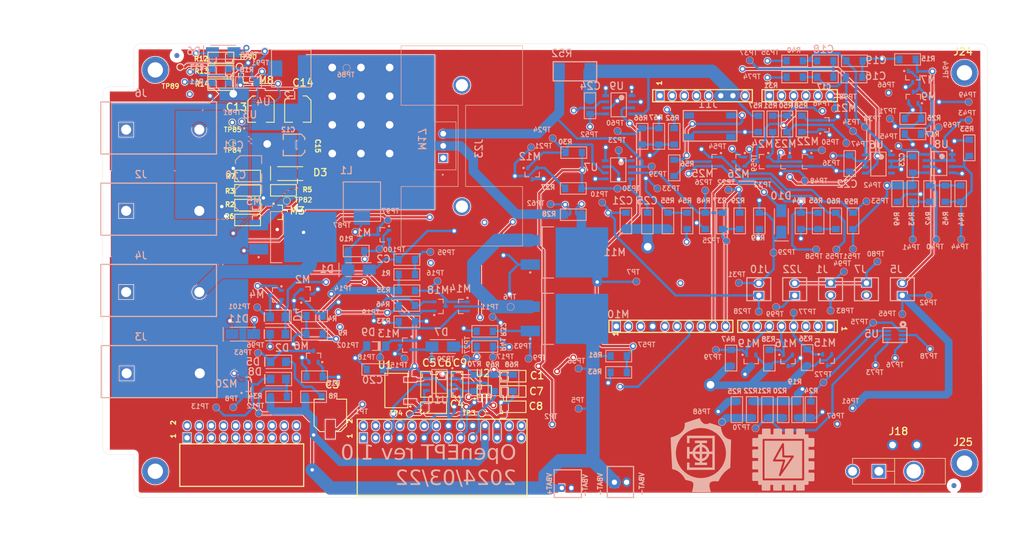
<source format=kicad_pcb>
(kicad_pcb (version 20240108) (generator "pcbnew") (generator_version "8.0")
  (layers (0 "F.Cu" signal "Top") (1 "In1.Cu" signal "L2") (2 "In2.Cu" signal "L3") (31 "B.Cu" signal "Bottom") (34 "B.Paste" user "Bottom Paste") (35 "F.Paste" user "Top Paste") (36 "B.SilkS" user "Bottom Overlay") (37 "F.SilkS" user "Top Overlay") (38 "B.Mask" user "Bottom Solder") (39 "F.Mask" user "Top Solder") (44 "Edge.Cuts" user))
  (net 0 "")
  (net 1 "NetD11_2")
  (net 2 "VBAT_FOR_OUT")
  (net 3 "VBAT")
  (net 4 "VBAT_DISABLE")
  (net 5 "VBAT_AFTER_SHUNT")
  (net 6 "SYSTEM_RED")
  (net 7 "SYSTEM_GREEN")
  (net 8 "SYSTEM_BLUE")
  (net 9 "SDA")
  (net 10 "SCL")
  (net 11 "SCLK")
  (net 12 "OVERCURRENT")
  (net 13 "NetTP45_1")
  (net 14 "NetR61_1")
  (net 15 "NetR54_1")
  (net 16 "NetR49_1")
  (net 17 "NetR44_1")
  (net 18 "NetR42_2")
  (net 19 "NetR42_1")
  (net 20 "NetR37_1")
  (net 21 "NetR29_1")
  (net 22 "NetR25_1")
  (net 23 "NetR24_1")
  (net 24 "NetR22_1")
  (net 25 "NetR20_1")
  (net 26 "NetR19_1")
  (net 27 "NetR13_2")
  (net 28 "NetR12_2")
  (net 29 "NetR12_1")
  (net 30 "NetR5_1")
  (net 31 "NetR3_1")
  (net 32 "NetM26_3")
  (net 33 "NetM26_1")
  (net 34 "NetM25_3")
  (net 35 "NetM25_1")
  (net 36 "NetM21_3")
  (net 37 "NetM21_1")
  (net 38 "NetM19_3")
  (net 39 "NetM17_3")
  (net 40 "NetM16_3")
  (net 41 "NetM15_3")
  (net 42 "NetM14_1")
  (net 43 "NetM13_3")
  (net 44 "NetM12_3")
  (net 45 "NetM12_2")
  (net 46 "NetM12_1")
  (net 47 "NetM10_3")
  (net 48 "NetM10_1")
  (net 49 "NetM8_3")
  (net 50 "NetM7_1")
  (net 51 "NetM6_1")
  (net 52 "NetM3_3")
  (net 53 "NetL2_2")
  (net 54 "NetL1_2")
  (net 55 "NetJ12_4")
  (net 56 "NetJ12_3")
  (net 57 "NetJ11_1")
  (net 58 "NetJ5_2")
  (net 59 "NetD10_2")
  (net 60 "NetD9_2")
  (net 61 "NetD8_2")
  (net 62 "NetD8_1")
  (net 63 "NetD7_1")
  (net 64 "NetD6_2")
  (net 65 "NetD5_2")
  (net 66 "NetD5_1")
  (net 67 "NetD4_1")
  (net 68 "NetD3_2")
  (net 69 "NetD2_2")
  (net 70 "NetD2_1")
  (net 71 "NetC18_1")
  (net 72 "NetC17_1")
  (net 73 "NetC16_1")
  (net 74 "NetC9_2")
  (net 75 "NetC9_1")
  (net 76 "NetC2_2")
  (net 77 "NetC2_1")
  (net 78 "MOSI")
  (net 79 "MISO")
  (net 80 "LOAD_DISABLE")
  (net 81 "I2C_ADDRESS_2")
  (net 82 "I2C_ADDRESS_1")
  (net 83 "I2C_ADDRESS_0")
  (net 84 "GPIO_DISABLE")
  (net 85 "GPIO_DAC")
  (net 86 "GND")
  (net 87 "DIB_TX")
  (net 88 "DIB_RX")
  (net 89 "CSA")
  (net 90 "12V")
  (net 91 "5V")
  (net 92 "5V_FOR_OUT")
  (net 93 "5V_FOR_OUT_DISABLE")
  (net 94 "3V3")
  (net 95 "3V3_FOR_OUT")
  (net 96 "3V3_FOR_OUT_DISABLE")
  (net 97 "-5V")
  (footprint "Current_SenseSchematic.PcbLib:1206Capacitor" (layer "F.Cu") (at 125.207025 133.70823 180)
    (property "Reference" "C4")
    (property "Value" "0.47uF" (hide yes))
  )
  (footprint "Current_SenseSchematic.PcbLib:TestPoint" (layer "F.Cu") (at 83.107025 74.00823 90)
    (property "Reference" "TP85" (hide yes))
    (property "Value" "TestPoint" (hide yes))
  )
  (footprint "Current_SenseSchematic.PcbLib:RESISTOR1206" (layer "F.Cu") (at 80.707025 66.10823 180)
    (property "Reference" "R14" (hide yes))
    (property "Value" "10k" (hide yes))
  )
  (footprint "Current_SenseSchematic.PcbLib:TestPoint" (layer "F.Cu") (at 120.207025 135.00823 90)
    (property "Reference" "TP4" (hide yes))
    (property "Value" "TestPoint" (hide yes))
  )
  (footprint "Current_SenseSchematic.PcbLib:SOT95P280X135-5N" (layer "F.Cu") (at 135.807025 130.30824 90)
    (property "Reference" "U2")
    (property "Value" "TPS60400" (hide yes))
  )
  (footprint "Current_SenseSchematic.PcbLib:SOT230P700X180-4N" (layer "F.Cu") (at 117.407025 130.10823 180)
    (property "Reference" "U1")
    (property "Value" "3V3 Regulator" (hide yes))
  )
  (footprint "Current_SenseSchematic.PcbLib:RESISTOR1206" (layer "F.Cu") (at 80.707025 63.30823)
    (property "Reference" "R13" (hide yes))
    (property "Value" "220k" (hide yes))
  )
  (footprint "Current_SenseSchematic.PcbLib:39-30-1020" (layer "F.Cu") (at 218.307025 147.00824 90)
    (property "Reference" "J21" (hide yes))
    (property "Value" "39-10-1020" (hide yes))
  )
  (footprint "Current_SenseSchematic.PcbLib:1206Capacitor" (layer "F.Cu") (at 141.807025 130.30824 180)
    (property "Reference" "C7")
    (property "Value" "100n" (hide yes))
  )
  (footprint "Current_SenseSchematic.PcbLib:SOT95P240X100-3N" (layer "F.Cu") (at 86.107025 64.10823 180)
    (property "Reference" "M8")
    (property "Value" "2N7002L" (hide yes))
  )
  (footprint "Current_SenseSchematic.PcbLib:10_pin_header_male_2_54" (layer "F.Cu") (at 163.398225 116.66884 90)
    (property "Reference" "J13" (hide yes))
    (property "Value" "10 pin male 2.54mm pitch" (hide yes))
  )
  (footprint "Current_SenseSchematic.PcbLib:TestPoint" (layer "F.Cu") (at 72.207025 62.40823 90)
    (property "Reference" "TP89" (hide yes))
    (property "Value" "TestPoint" (hide yes))
  )
  (footprint "Current_SenseSchematic.PcbLib:22uF/16V" (layer "F.Cu") (at 89.107025 71.20824 -90)
    (property "Reference" "C13")
    (property "Value" "22uF/16V" (hide yes))
  )
  (footprint "Current_SenseSchematic.PcbLib:22uF/16V" (layer "F.Cu") (at 96.807025 71.20824 -90)
    (property "Reference" "C14")
    (property "Value" "22uF/16V" (hide yes))
  )
  (footprint "Current_SenseSchematic.PcbLib:1206Capacitor" (layer "F.Cu") (at 141.807025 127.10824)
    (property "Reference" "C1")
    (property "Value" "1uF" (hide yes))
  )
  (footprint "Current_SenseSchematic.PcbLib:8_pin_header_male_2_54" (layer "F.Cu") (at 172.542225 68.40884 90)
    (property "Reference" "J17" (hide yes))
    (property "Value" "power 8 pin" (hide yes))
  )
  (footprint "Current_SenseSchematic.PcbLib:PCB-MB-01" (layer "F.Cu") (at 67.007025 147.00824)
    (property "Reference" "J19" (hide yes))
    (property "Value" "PCB-MB-01" (hide yes))
  )
  (footprint "Current_SenseSchematic.PcbLib:6_pin_header_male_2_54" (layer "F.Cu") (at 195.402225 68.40884 90)
    (property "Reference" "J12" (hide yes))
    (property "Value" "6 pin 2.54 mm male" (hide yes))
  )
  (footprint "Current_SenseSchematic.PcbLib:Fiducal Marker" (layer "F.Cu") (at 234.007025 150.00824)
    (property "Reference" "FM2" (hide yes))
    (property "Value" "Fiducial marker" (hide yes))
  )
  (footprint "Current_SenseSchematic.PcbLib:RESISTOR1206" (layer "F.Cu") (at 86.307025 85.20824)
    (property "Reference" "R7" (hide yes))
    (property "Value" "100k" (hide yes))
  )
  (footprint "Current_SenseSchematic.PcbLib:PCB-MB-01" (layer "F.Cu") (at 67.007025 63.00824)
    (property "Reference" "J20" (hide yes))
    (property "Value" "PCB-MB-01" (hide yes))
  )
  (footprint "Current_SenseSchematic.PcbLib:TestPoint" (layer "F.Cu") (at 94.507025 90.40823 90)
    (property "Reference" "TP82" (hide yes))
    (property "Value" "TestPoint" (hide yes))
  )
  (footprint "Current_SenseSchematic.PcbLib:PCB-MB-01" (layer "F.Cu") (at 236.207025 63.60824)
    (property "Reference" "J24")
    (property "Value" "PCB-MB-01" (hide yes))
  )
  (footprint "Current_SenseSchematic.PcbLib:10uF/16V Electrolytic" (layer "F.Cu") (at 96.007025 78.70824 180)
    (property "Reference" "C15" (hide yes))
    (property "Value" "10uF/16V" (hide yes))
  )
  (footprint "Current_SenseSchematic.PcbLib:TestPoint" (layer "F.Cu") (at 135.307025 134.90823 90)
    (property "Reference" "TP3" (hide yes))
    (property "Value" "TestPoint" (hide yes))
  )
  (footprint "Current_SenseSchematic.PcbLib:PCB-MB-01" (layer "F.Cu") (at 236.207025 145.30823)
    (property "Reference" "J25")
    (property "Value" "PCB-MB-01" (hide yes))
  )
  (footprint "Current_SenseSchematic.PcbLib:TestPoint" (layer "F.Cu") (at 84.607025 62.30824 90)
    (property "Reference" "TP90" (hide yes))
    (property "Value" "TestPoint" (hide yes))
  )
  (footprint "Current_SenseSchematic.PcbLib:RESISTOR1206" (layer "F.Cu") (at 86.307025 88.20823 180)
    (property "Reference" "R3" (hide yes))
    (property "Value" "56k" (hide yes))
  )
  (footprint "Current_SenseSchematic.PcbLib:RESISTOR1206" (layer "F.Cu") (at 80.707025 60.50823 180)
    (property "Reference" "R12" (hide yes))
    (property "Value" "220k" (hide yes))
  )
  (footprint "Current_SenseSchematic.PcbLib:RESISTOR1206" (layer "F.Cu") (at 86.307025 94.40823)
    (property "Reference" "R6" (hide yes))
    (property "Value" "100k" (hide yes))
  )
  (footprint "Current_SenseSchematic.PcbLib:1206Capacitor" (layer "F.Cu") (at 126.907025 128.80823 90)
    (property "Reference" "C6")
    (property "Value" "100n" (hide yes))
  )
  (footprint "Current_SenseSchematic.PcbLib:RESISTOR1206" (layer "F.Cu") (at 86.307025 91.30824 180)
    (property "Reference" "R2" (hide yes))
    (property "Value" "10k" (hide yes))
  )
  (footprint "Current_SenseSchematic.PcbLib:DIOM5026X23N" (layer "F.Cu") (at 95.207025 84.70824 180)
    (property "Reference" "D3")
    (property "Value" "SS14" (hide yes))
  )
  (footprint "Current_SenseSchematic.PcbLib:Fiducal Marker" (layer "F.Cu") (at 71.507025 60.00823)
    (property "Reference" "FM1" (hide yes))
    (property "Value" "Fiducial marker" (hide yes))
  )
  (footprint "Current_SenseSchematic.PcbLib:RESISTOR1206" (layer "F.Cu") (at 93.807025 88.20823 180)
    (property "Reference" "R5" (hide yes))
    (property "Value" "680k" (hide yes))
  )
  (footprint "Current_SenseSchematic.PcbLib:TestPoint" (layer "F.Cu") (at 83.107025 78.30824)
    (property "Reference" "TP84" (hide yes))
    (property "Value" "TestPoint" (hide yes))
  )
  (footprint "Current_SenseSchematic.PcbLib:4907_FOOTPRINT" (layer "F.Cu") (at 226.247025 141.50823 180)
    (property "Reference" "J18")
    (property "Value" "4907" (hide yes))
  )
  (footprint "Current_SenseSchematic.PcbLib:28_PIN_HEADER_RIGHT_ANGLE" (layer "F.Cu") (at 110.527025 140.00823 90)
    (property "Reference" "J16" (hide yes))
    (property "Value" "28 pin male right angle" (hide yes))
  )
  (footprint "Current_SenseSchematic.PcbLib:8_pin_header_male_2_54" (layer "F.Cu") (at 208.102225 116.66884 -90)
    (property "Reference" "J15" (hide yes))
    (property "Value" "8 pin 2.54 male header" (hide yes))
  )
  (footprint "Current_SenseSchematic.PcbLib:20_pin_header_angled_female_2_54_mm" (layer "F.Cu") (at 73.647025 140.00823 90)
    (property "Reference" "J14" (hide yes))
    (property "Value" "20 pin 2.54 male straight" (hide yes))
  )
  (footprint "Current_SenseSchematic.PcbLib:1206Capacitor" (layer "F.Cu") (at 130.107025 128.80823 90)
    (property "Reference" "C9")
    (property "Value" "1uF" (hide yes))
  )
  (footprint "Current_SenseSchematic.PcbLib:CAPAE7366X60N" (layer "F.Cu") (at 103.607025 135.30823 90)
    (property "Reference" "C3")
    (property "Value" "100uF/25V" (hide yes))
  )
  (footprint "Current_SenseSchematic.PcbLib:1206Capacitor" (layer "F.Cu") (at 141.807025 133.50823 180)
    (property "Reference" "C8")
    (property "Value" "1uF" (hide yes))
  )
  (footprint "Current_SenseSchematic.PcbLib:SOT95P240X100-3N" (layer "F.Cu") (at 92.907025 92.80824)
    (property "Reference" "M3")
    (property "Value" "2N7002L" (hide yes))
  )
  (footprint "Current_SenseSchematic.PcbLib:1206Capacitor" (layer "F.Cu") (at 123.707025 128.80824 90)
    (property "Reference" "C5")
    (property "Value" "100n" (hide yes))
  )
  (footprint "Current_SenseSchematic.PcbLib:RESISTOR1206" (layer "B.Cu") (at 201.307015 134.10824 90)
    (property "Reference" "R19" (hide yes))
    (property "Value" "220" (hide yes))
  )
  (footprint "Current_SenseSchematic.PcbLib:TestPoint" (layer "B.Cu") (at 124.507015 101.10824 90)
    (property "Reference" "TP95" (hide yes))
    (property "Value" "TestPoint" (hide yes))
  )
  (footprint "Current_SenseSchematic.PcbLib:TestPoint" (layer "B.Cu") (at 171.983415 87.81444 90)
    (property "Reference" "TP33" (hide yes))
    (property "Value" "TestPoint" (hide yes))
  )
  (footprint "Current_SenseSchematic.PcbLib:1206Capacitor" (layer "B.Cu") (at 169.907015 94.60823 90)
    (property "Reference" "C25")
    (property "Value" "100n" (hide yes))
  )
  (footprint "Current_SenseSchematic.PcbLib:SOIC127P600X175-8N" (layer "B.Cu") (at 163.907015 70.30823 180)
    (property "Reference" "U9")
    (property "Value" "LM358DR" (hide yes))
  )
  (footprint "Current_SenseSchematic.PcbLib:RESISTOR1206" (layer "B.Cu") (at 86.507025 65.60824)
    (property "Reference" "R18" (hide yes))
    (property "Value" "100k" (hide yes))
  )
  (footprint "Current_SenseSchematic.PcbLib:TestPoint" (layer "B.Cu") (at 220.607015 73.20824 90)
    (property "Reference" "TP71" (hide yes))
    (property "Value" "TestPoint" (hide yes))
  )
  (footprint "Current_SenseSchematic.PcbLib:RESISTOR1206" (layer "B.Cu") (at 172.307015 76.90823 90)
    (property "Reference" "R67" (hide yes))
    (property "Value" "100" (hide yes))
  )
  (footprint "Current_SenseSchematic.PcbLib:RESISTOR1206" (layer "B.Cu") (at 195.007025 134.10824 90)
    (property "Reference" "R21" (hide yes))
    (property "Value" "1k" (hide yes))
  )
  (footprint "Current_SenseSchematic.PcbLib:TestPoint" (layer "B.Cu") (at 145.607025 79.20823 180)
    (property "Reference" "TP21" (hide yes))
    (property "Value" "TestPoint" (hide yes))
  )
  (footprint "Current_SenseSchematic.PcbLib:SOIC127P600X175-8N" (layer "B.Cu") (at 218.207015 82.70823 180)
    (property "Reference" "U6")
    (property "Value" "INA296A1SOIC8" (hide yes))
  )
  (footprint "Current_SenseSchematic.PcbLib:RESISTOR1206" (layer "B.Cu") (at 154.507025 80.30823 180)
    (property "Reference" "R30" (hide yes))
    (property "Value" "100k" (hide yes))
  )
  (footprint "Current_SenseSchematic.PcbLib:RESISTOR1206" (layer "B.Cu") (at 202.207025 74.30823 -90)
    (property "Reference" "R58" (hide yes))
    (property "Value" "10k" (hide yes))
  )
  (footprint "Current_SenseSchematic.PcbLib:TestPoint" (layer "B.Cu") (at 104.807015 119.30824 90)
    (property "Reference" "TP102" (hide yes))
    (property "Value" "TestPoint" (hide yes))
  )
  (footprint "Current_SenseSchematic.PcbLib:TestPoint" (layer "B.Cu") (at 208.207015 113.40823 90)
    (property "Reference" "TP83" (hide yes))
    (property "Value" "TestPoint" (hide yes))
  )
  (footprint "Current_SenseSchematic.PcbLib:TestPoint" (layer "B.Cu") (at 91.007015 120.90823 90)
    (property "Reference" "TP96" (hide yes))
    (property "Value" "TestPoint" (hide yes))
  )
  (footprint "Current_SenseSchematic.PcbLib:SOT95P240X100-3N" (layer "B.Cu") (at 203.007015 82.20824 180)
    (property "Reference" "M22")
    (property "Value" "2N7002L" (hide yes))
  )
  (footprint "Current_SenseSchematic.PcbLib:2_PIN_2.54mm" (layer "B.Cu") (at 215.707025 107.61724 180)
    (property "Reference" "J7")
    (property "Value" "2_PIN_254" (hide yes))
  )
  (footprint "Current_SenseSchematic.PcbLib:RED" (layer "B.Cu") (at 92.607015 114.70823 180)
    (property "Reference" "D4")
    (property "Value" "Red" (hide yes))
  )
  (footprint "Current_SenseSchematic.PcbLib:RESISTOR1206" (layer "B.Cu") (at 200.707025 64.50824)
    (property "Reference" "R31" (hide yes))
    (property "Value" "220" (hide yes))
  )
  (footprint "Current_SenseSchematic.PcbLib:RESISTOR1206" (layer "B.Cu") (at 209.307025 94.60823 90)
    (property "Reference" "R60" (hide yes))
    (property "Value" "10k" (hide yes))
  )
  (footprint "Current_SenseSchematic.PcbLib:TestPoint" (layer "B.Cu") (at 220.343195 67.79643 90)
    (property "Reference" "TP66" (hide yes))
    (property "Value" "TestPoint" (hide yes))
  )
  (footprint "Current_SenseSchematic.PcbLib:RESISTOR1206" (layer "B.Cu") (at 175.507015 83.50824 90)
    (property "Reference" "R56" (hide yes))
    (property "Value" "10" (hide yes))
  )
  (footprint "Current_SenseSchematic.PcbLib:TestPoint" (layer "B.Cu") (at 115.607025 94.40823 90)
    (property "Reference" "TP97" (hide yes))
    (property "Value" "TestPoint" (hide yes))
  )
  (footprint "Current_SenseSchematic.PcbLib:1206Capacitor" (layer "B.Cu") (at 207.107025 64.50824 180)
    (property "Reference" "C17")
    (property "Value" "2.2n" (hide yes))
  )
  (footprint "Current_SenseSchematic.PcbLib:RESISTOR1206" (layer "B.Cu") (at 175.507015 76.90823 90)
    (property "Reference" "R62" (hide yes))
    (property "Value" "10k" (hide yes))
  )
  (footprint "Current_SenseSchematic.PcbLib:TestPoint" (layer "B.Cu") (at 187.607015 79.50824 90)
    (property "Reference" "TP54" (hide yes))
    (property "Value" "TestPoint" (hide yes))
  )
  (footprint "Current_SenseSchematic.PcbLib:TestPoint" (layer "B.Cu") (at 235.507025 98.50823 90)
    (property "Reference" "TP44" (hide yes))
    (property "Value" "TestPoint" (hide yes))
  )
  (footprint "Current_SenseSchematic.PcbLib:SOT95P240X100-3N" (layer "B.Cu") (at 199.307025 123.80823 -90)
    (property "Reference" "M16")
    (property "Value" "2N7002L" (hide yes))
  )
  (footprint "Current_SenseSchematic.PcbLib:SOT95P240X100-3N" (layer "B.Cu") (at 145.807025 84.70824 -90)
    (property "Reference" "M12")
    (property "Value" "2N7002L" (hide yes))
  )
  (footprint "Current_SenseSchematic.PcbLib:TestPoint" (layer "B.Cu") (at 200.507015 113.80824 90)
    (property "Reference" "TP77" (hide yes))
    (property "Value" "TestPoint" (hide yes))
  )
  (footprint "Current_SenseSchematic.PcbLib:1206Capacitor" (layer "B.Cu") (at 213.207015 61.10824 180)
    (property "Reference" "C19")
    (property "Value" "2.2n" (hide yes))
  )
  (footprint "Current_SenseSchematic.PcbLib:TestPoint" (layer "B.Cu") (at 202.807015 86.20824 90)
    (property "Reference" "TP48" (hide yes))
    (property "Value" "TestPoint" (hide yes))
  )
  (footprint "Current_SenseSchematic.PcbLib:RESISTOR2512" (layer "B.Cu") (at 154.707025 63.30824 180)
    (property "Reference" "R52")
    (property "Value" "75mOhm" (hide yes))
  )
  (footprint "Current_SenseSchematic.PcbLib:RESISTOR1206" (layer "B.Cu") (at 187.407025 123.30824 90)
    (property "Reference" "R47" (hide yes))
    (property "Value" "100k" (hide yes))
  )
  (footprint "Current_SenseSchematic.PcbLib:TestPoint" (layer "B.Cu") (at 225.407025 98.50823 90)
    (property "Reference" "TP41" (hide yes))
    (property "Value" "TestPoint" (hide yes))
  )
  (footprint "Current_SenseSchematic.PcbLib:RESISTOR1206" (layer "B.Cu") (at 204.107025 134.10824 -90)
    (property "Reference" "R24" (hide yes))
    (property "Value" "220" (hide yes))
  )
  (footprint "Current_SenseSchematic.PcbLib:RESISTOR1206" (layer "B.Cu") (at 222.207025 88.90824 90)
    (property "Reference" "R49" (hide yes))
    (property "Value" "100k" (hide yes))
  )
  (footprint "Current_SenseSchematic.PcbLib:TestPoint" (layer "B.Cu") (at 107.007015 62.60823 90)
    (property "Reference" "TP86" (hide yes))
    (property "Value" "TestPoint" (hide yes))
  )
  (footprint "Current_SenseSchematic.PcbLib:SOT95P240X100-3N" (layer "B.Cu") (at 86.207025 128.80823)
    (property "Reference" "M20")
    (property "Value" "2N7002L" (hide yes))
  )
  (footprint "Current_SenseSchematic.PcbLib:TestPoint" (layer "B.Cu") (at 228.707015 110.20824 90)
    (property "Reference" "TP92" (hide yes))
    (property "Value" "TestPoint" (hide yes))
  )
  (footprint "Current_SenseSchematic.PcbLib:TestPoint" (layer "B.Cu") (at 132.007015 123.40823 90)
    (property "Reference" "TP27" (hide yes))
    (property "Value" "TestPoint" (hide yes))
  )
  (footprint "Current_SenseSchematic.PcbLib:RESISTOR1206" (layer "B.Cu") (at 212.907015 94.60823 -90)
    (property "Reference" "R59" (hide yes))
    (property "Value" "10" (hide yes))
  )
  (footprint "Current_SenseSchematic.PcbLib:RESISTOR1206" (layer "B.Cu") (at 135.907015 117.70824)
    (property "Reference" "R32" (hide yes))
    (property "Value" "100k" (hide yes))
  )
  (footprint "Current_SenseSchematic.PcbLib:DPAK254P1524X483-3L" (layer "B.Cu") (at 151.607015 101.20824)
    (property "Reference" "M11")
    (property "Value" "IRF4905STRLPBF" (hide yes))
  )
  (footprint "Current_SenseSchematic.PcbLib:TestPoint" (layer "B.Cu") (at 108.807015 96.90823 90)
    (property "Reference" "TP87" (hide yes))
    (property "Value" "TestPoint" (hide yes))
  )
  (footprint "Current_SenseSchematic.PcbLib:TestPoint" (layer "B.Cu") (at 89.307015 63.30824 90)
    (property "Reference" "TP91" (hide yes))
    (property "Value" "TestPoint" (hide yes))
  )
  (footprint "Current_SenseSchematic.PcbLib:RED" (layer "B.Cu") (at 92.607015 118.30823 180)
    (property "Reference" "D2")
    (property "Value" "Red" (hide yes))
  )
  (footprint "Current_SenseSchematic.PcbLib:TestPoint" (layer "B.Cu") (at 85.090015 73.79364 90)
    (property "Reference" "TP81" (hide yes))
    (property "Value" "TestPoint" (hide yes))
  )
  (footprint "Current_SenseSchematic.PcbLib:SOT95P240X100-3N" (layer "B.Cu") (at 131.107025 112.50824 180)
    (property "Reference" "M14")
    (property "Value" "2N7002L" (hide yes))
  )
  (footprint "Current_SenseSchematic.PcbLib:RED CONNECTOR" (layer "B.Cu") (at 60.907015 75.50823)
    (property "Reference" "J6")
    (property "Value" "Red Connector" (hide yes))
  )
  (footprint "Current_SenseSchematic.PcbLib:TO-220-3" (layer "B.Cu") (at 127.207015 81.44823 90)
    (property "Reference" "M17")
    (property "Value" "TK4R3E06PL,S1X" (hide yes))
  )
  (footprint "Current_SenseSchematic.PcbLib:RESISTOR1206" (layer "B.Cu") (at 189.207025 94.60823 90)
    (property "Reference" "R29" (hide yes))
    (property "Value" "6.8k" (hide yes))
  )
  (footprint "Current_SenseSchematic.PcbLib:TestPoint" (layer "B.Cu") (at 185.507015 136.70824 90)
    (property "Reference" "TP68" (hide yes))
    (property "Value" "TestPoint" (hide yes))
  )
  (footprint "Current_SenseSchematic.PcbLib:TestPoint" (layer "B.Cu") (at 110.307025 133.00824 180)
    (property "Reference" "TP1" (hide yes))
    (property "Value" "TestPoint" (hide yes))
  )
  (footprint "Current_SenseSchematic.PcbLib:TestPoint" (layer "B.Cu") (at 155.507015 133.90823 90)
    (property "Reference" "TP5" (hide yes))
    (property "Value" "TestPoint" (hide yes))
  )
  (footprint "Current_SenseSchematic.PcbLib:RESISTOR1206" (layer "B.Cu") (at 193.307015 94.60824 90)
    (property "Reference" "R39" (hide yes))
    (property "Value" "10k" (hide yes))
  )
  (footprint "Current_SenseSchematic.PcbLib:RESISTOR1206" (layer "B.Cu") (at 237.207025 79.30823 -90)
    (property "Reference" "R53" (hide yes))
    (property "Value" "10k" (hide yes))
  )
  (footprint "Current_SenseSchematic.PcbLib:RESISTOR1206" (layer "B.Cu") (at 119.607025 109.20824 180)
    (property "Reference" "R35" (hide yes))
    (property "Value" "100k" (hide yes))
  )
  (footprint "Current_SenseSchematic.PcbLib:HEAT_SINK" (layer "B.Cu") (at 131.107015 78.90823 90)
    (property "Reference" "J23")
    (property "Value" "Heat Sink" (hide yes))
  )
  (footprint "Current_SenseSchematic.PcbLib:SOT95P240X100-3N" (layer "B.Cu") (at 92.207025 110.10824 180)
    (property "Reference" "M4")
    (property "Value" "2N7002L" (hide yes))
  )
  (footprint "Current_SenseSchematic.PcbLib:TestPoint" (layer "B.Cu") (at 157.907015 74.90824 180)
    (property "Reference" "TP52" (hide yes))
    (property "Value" "TestPoint" (hide yes))
  )
  (footprint "Current_SenseSchematic.PcbLib:1206Capacitor" (layer "B.Cu") (at 119.607015 102.70824 180)
    (property "Reference" "C2")
    (property "Value" "3.3nF" (hide yes))
  )
  (footprint "Current_SenseSchematic.PcbLib:PH2.0 connector" (layer "B.Cu") (at 152.007025 150.50823 -90)
    (property "Reference" "J9" (hide yes))
    (property "Value" "PH2.0 battery connector" (hide yes))
  )
  (footprint "Current_SenseSchematic.PcbLib:TestPoint" (layer "B.Cu") (at 206.407015 79.80824 90)
    (property "Reference" "TP50" (hide yes))
    (property "Value" "TestPoint" (hide yes))
  )
  (footprint "Current_SenseSchematic.PcbLib:2_PIN_2.54mm" (layer "B.Cu") (at 200.707025 110.20824)
    (property "Reference" "J22")
    (property "Value" "2_PIN_254" (hide yes))
  )
  (footprint "Current_SenseSchematic.PcbLib:TestPoint" (layer "B.Cu") (at 217.607025 124.80823 90)
    (property "Reference" "TP73" (hide yes))
    (property "Value" "TestPoint" (hide yes))
  )
  (footprint "Current_SenseSchematic.PcbLib:RESISTOR1206" (layer "B.Cu") (at 119.607025 105.80823)
    (property "Reference" "R1" (hide yes))
    (property "Value" "220" (hide yes))
  )
  (footprint "Current_SenseSchematic.PcbLib:TestPoint" (layer "B.Cu") (at 182.007025 88.20823 90)
    (property "Reference" "TP26" (hide yes))
    (property "Value" "TestPoint" (hide yes))
  )
  (footprint "Current_SenseSchematic.PcbLib:GREEN" (layer "B.Cu") (at 92.707015 124.10824 180)
    (property "Reference" "D5")
    (property "Value" "Green" (hide yes))
  )
  (footprint "Current_SenseSchematic.PcbLib:TestPoint" (layer "B.Cu") (at 237.107025 73.50824 90)
    (property "Reference" "TP43" (hide yes))
    (property "Value" "TestPoint" (hide yes))
  )
  (footprint "Current_SenseSchematic.PcbLib:TestPoint" (layer "B.Cu") (at 205.187645 100.5983 90)
    (property "Reference" "TP58" (hide yes))
    (property "Value" "TestPoint" (hide yes))
  )
  (footprint "Current_SenseSchematic.PcbLib:SOIC127P600X175-8N" (layer "B.Cu") (at 163.807015 83.90824 180)
    (property "Reference" "U7")
    (property "Value" "LM358DR" (hide yes))
  )
  (footprint "Current_SenseSchematic.PcbLib:TestPoint" (layer "B.Cu") (at 215.407015 74.90824 90)
    (property "Reference" "TP38" (hide yes))
    (property "Value" "TestPoint" (hide yes))
  )
  (footprint "Current_SenseSchematic.PcbLib:DIOM5026X23N" (layer "B.Cu") (at 197.907025 94.70823 -90)
    (property "Reference" "D10")
    (property "Value" "SS14" (hide yes))
  )
  (footprint "Current_SenseSchematic.PcbLib:RESISTOR1206" (layer "B.Cu") (at 119.607025 115.70824 180)
    (property "Reference" "R33" (hide yes))
    (property "Value" "100" (hide yes))
  )
  (footprint "Current_SenseSchematic.PcbLib:RESISTOR1206" (layer "B.Cu") (at 141.807015 128.50823 90)
    (property "Reference" "R68" (hide yes))
    (property "Value" "10k" (hide yes))
  )
  (footprint "Current_SenseSchematic.PcbLib:RESISTOR1206" (layer "B.Cu") (at 163.907015 122.90824 180)
    (property "Reference" "R61" (hide yes))
    (property "Value" "3.3k" (hide yes))
  )
  (footprint "Current_SenseSchematic.PcbLib:TestPoint" (layer "B.Cu") (at 209.407025 100.60823 90)
    (property "Reference" "TP55" (hide yes))
    (property "Value" "TestPoint" (hide yes))
  )
  (footprint "Current_SenseSchematic.PcbLib:SOT563" (layer "B.Cu") (at 86.856215 69.70824 180)
    (property "Reference" "U4")
    (property "Value" "TPS61023DRLR" (hide yes))
  )
  (footprint "Current_SenseSchematic.PcbLib:TestPoint" (layer "B.Cu") (at 88.462535 122.2315 90)
    (property "Reference" "TP63" (hide yes))
    (property "Value" "TestPoint" (hide yes))
  )
  (footprint "Current_SenseSchematic.PcbLib:TestPoint" (layer "B.Cu") (at 230.807015 75.00824 90)
    (property "Reference" "TP69" (hide yes))
    (property "Value" "TestPoint" (hide yes))
  )
  (footprint "Current_SenseSchematic.PcbLib:RESISTOR1206" (layer "B.Cu") (at 202.007025 94.60823 90)
    (property "Reference" "R64" (hide yes))
    (property "Value" "100" (hide yes))
  )
  (footprint "Current_SenseSchematic.PcbLib:RESISTOR1206" (layer "B.Cu") (at 188.607015 134.10824 -90)
    (property "Reference" "R25" (hide yes))
    (property "Value" "220" (hide yes))
  )
  (footprint "Current_SenseSchematic.PcbLib:DPAK254P1524X483-3L" (layer "B.Cu") (at 151.607015 115.10824)
    (property "Reference" "M10")
    (property "Value" "IRF4905STRLPBF" (hide yes))
  )
  (footprint "Current_SenseSchematic.PcbLib:RED" (layer "B.Cu") (at 92.707015 127.70824 180)
    (property "Reference" "D8")
    (property "Value" "Red" (hide yes))
  )
  (footprint "Current_SenseSchematic.PcbLib:TestPoint" (layer "B.Cu") (at 209.607025 137.10824 180)
    (property "Reference" "TP67" (hide yes))
    (property "Value" "TestPoint" (hide yes))
  )
  (footprint "Current_SenseSchematic.PcbLib:DIOM5026X23N" (layer "B.Cu") (at 85.307025 118.30823 180)
    (property "Reference" "D11")
    (property "Value" "SS14" (hide yes))
  )
  (footprint "Current_SenseSchematic.PcbLib:TestPoint" (layer "B.Cu") (at 184.207025 121.60824 90)
    (property "Reference" "TP79" (hide yes))
    (property "Value" "TestPoint" (hide yes))
  )
  (footprint "Current_SenseSchematic.PcbLib:TestPoint" (layer "B.Cu") (at 170.807015 83.20823 90)
    (property "Reference" "TP39" (hide yes))
    (property "Value" "TestPoint" (hide yes))
  )
  (footprint "Current_SenseSchematic.PcbLib:SOT95P240X100-3N" (layer "B.Cu") (at 184.107025 82.20824 180)
    (property "Reference" "M25")
    (property "Value" "TSM250N02CX RFG" (hide yes))
  )
  (footprint "Current_SenseSchematic.PcbLib:SOT95P240X100-3N" (layer "B.Cu") (at 191.607025 123.80823 -90)
    (property "Reference" "M19")
    (property "Value" "2N7002L" (hide yes))
  )
  (footprint "Current_SenseSchematic.PcbLib:RESISTOR1206" (layer "B.Cu") (at 182.007025 94.60823 90)
    (property "Reference" "R48" (hide yes))
    (property "Value" "1k" (hide yes))
  )
  (footprint "Current_SenseSchematic.PcbLib:RESISTOR1206" (layer "B.Cu") (at 80.607015 65.60824 180)
    (property "Reference" "R11" (hide yes))
    (property "Value" "10k" (hide yes))
  )
  (footprint "Current_SenseSchematic.PcbLib:RESISTOR1206" (layer "B.Cu") (at 100.307015 127.20823)
    (property "Reference" "R16" (hide yes))
    (property "Value" "1M" (hide yes))
  )
  (footprint "Current_SenseSchematic.PcbLib:DIOMELF3515N" (layer "B.Cu") (at 113.207015 120.80823)
    (property "Reference" "D9")
    (property "Value" "3V3 Zener" (hide yes))
  )
  (footprint "Current_SenseSchematic.PcbLib:RESISTOR1206" (layer "B.Cu") (at 92.807015 131.40824 180)
    (property "Reference" "R34" (hide yes))
    (property "Value" "560" (hide yes))
  )
  (footprint "Current_SenseSchematic.PcbLib:PA4333_7.4x6.8x3.2mm" (layer "B.Cu") (at 110.207025 90.60823 -90)
    (property "Reference" "L1")
    (property "Value" "1uH" (hide yes))
  )
  (footprint "Current_SenseSchematic.PcbLib:1206Capacitor" (layer "B.Cu") (at 165.407015 94.60823 90)
    (property "Reference" "C21")
    (property "Value" "100n" (hide yes))
  )
  (footprint "Current_SenseSchematic.PcbLib:RESISTOR1206" (layer "B.Cu") (at 163.907015 126.30823)
    (property "Reference" "R63" (hide yes))
    (property "Value" "10k" (hide yes))
  )
  (footprint "Current_SenseSchematic.PcbLib:TestPoint" (layer "B.Cu") (at 79.725505 133.65589 90)
    (property "Reference" "TP13" (hide yes))
    (property "Value" "TestPoint" (hide yes))
  )
  (footprint "Current_SenseSchematic.PcbLib:TestPoint" (layer "B.Cu") (at 163.652225 75.79026 90)
    (property "Reference" "TP60" (hide yes))
    (property "Value" "TestPoint" (hide yes))
  )
  (footprint "Current_SenseSchematic.PcbLib:RESISTOR1206" (layer "B.Cu") (at 174.207025 94.60823 90)
    (property "Reference" "R55" (hide yes))
    (property "Value" "10k" (hide yes))
  )
  (footprint "Current_SenseSchematic.PcbLib:RESISTOR1206" (layer "B.Cu") (at 178.207015 94.60823 -90)
    (property "Reference" "R54" (hide yes))
    (property "Value" "10k" (hide yes))
  )
  (footprint "Current_SenseSchematic.PcbLib:SOT95P240X100-3N" (layer "B.Cu") (at 119.407015 120.60824 180)
    (property "Reference" "M13")
    (property "Value" "TSM500P02CX RFG" (hide yes))
  )
  (footprint "Current_SenseSchematic.PcbLib:1206Capacitor" (layer "B.Cu") (at 213.107015 64.50824)
    (property "Reference" "C16")
    (property "Value" "2.2n" (hide yes))
  )
  (footprint "Current_SenseSchematic.PcbLib:RESISTOR1206" (layer "B.Cu") (at 232.207025 88.90824 90)
    (property "Reference" "R45" (hide yes))
    (property "Value" "10k" (hide yes))
  )
  (footprint "Current_SenseSchematic.PcbLib:TestPoint" (layer "B.Cu") (at 220.007025 87.20824 90)
    (property "Reference" "TP42" (hide yes))
    (property "Value" "TestPoint" (hide yes))
  )
  (footprint "Current_SenseSchematic.PcbLib:RGBDIODE" (layer "B.Cu") (at 223.057025 117.65823 180)
    (property "Reference" "U5")
    (property "Value" "RGB diode" (hide yes))
  )
  (footprint "Current_SenseSchematic.PcbLib:TestPoint" (layer "B.Cu") (at 119.107015 123.40823 90)
    (property "Reference" "TP15" (hide yes))
    (property "Value" "TestPoint" (hide yes))
  )
  (footprint "Current_SenseSchematic.PcbLib:TestPoint" (layer "B.Cu") (at 196.276345 101.24663 90)
    (property "Reference" "TP29" (hide yes))
    (property "Value" "TestPoint" (hide yes))
  )
  (footprint "Current_SenseSchematic.PcbLib:1206Capacitor" (layer "B.Cu") (at 207.107025 61.10824)
    (property "Reference" "C18")
    (property "Value" "2.2n" (hide yes))
  )
  (footprint "Current_SenseSchematic.PcbLib:TestPoint" (layer "B.Cu") (at 206.507025 71.60823 90)
    (property "Reference" "TP46" (hide yes))
    (property "Value" "TestPoint" (hide yes))
  )
  (footprint "Current_SenseSchematic.PcbLib:TestPoint" (layer "B.Cu") (at 195.007025 64.60824 180)
    (property "Reference" "TP74" (hide yes))
    (property "Value" "TestPoint" (hide yes))
  )
  (footprint "Current_SenseSchematic.PcbLib:RED CONNECTOR" (layer "B.Cu") (at 60.907015 92.50824)
    (property "Reference" "J2")
    (property "Value" "Red Connector" (hide yes))
  )
  (footprint "Current_SenseSchematic.PcbLib:TestPoint" (layer "B.Cu") (at 196.807025 112.60824 90)
    (property "Reference" "TP99" (hide yes))
    (property "Value" "TestPoint" (hide yes))
  )
  (footprint "Current_SenseSchematic.PcbLib:TestPoint" (layer "B.Cu") (at 194.284615 88.57644 90)
    (property "Reference" "TP32" (hide yes))
    (property "Value" "TestPoint" (hide yes))
  )
  (footprint "Current_SenseSchematic.PcbLib:DIOM5026X23N" (layer "B.Cu") (at 109.507015 104.80823 180)
    (property "Reference" "D1")
    (property "Value" "SS14" (hide yes))
  )
  (footprint "Current_SenseSchematic.PcbLib:RESISTOR1206" (layer "B.Cu") (at 109.007025 100.90823)
    (property "Reference" "R10" (hide yes))
    (property "Value" "560" (hide yes))
  )
  (footprint "Current_SenseSchematic.PcbLib:RESISTOR1206" (layer "B.Cu") (at 100.307015 118.30823)
    (property "Reference" "R9" (hide yes))
    (property "Value" "100k" (hide yes))
  )
  (footprint "Current_SenseSchematic.PcbLib:TestPoint" (layer "B.Cu") (at 126.007025 107.20823 180)
    (property "Reference" "TP16" (hide yes))
    (property "Value" "TestPoint" (hide yes))
  )
  (footprint "Current_SenseSchematic.PcbLib:TestPoint" (layer "B.Cu") (at 83.307025 133.60823 90)
    (property "Reference" "TP8" (hide yes))
    (property "Value" "TestPoint" (hide yes))
  )
  (footprint "Current_SenseSchematic.PcbLib:TestPoint" (layer "B.Cu") (at 155.507015 125.50824 180)
    (property "Reference" "TP56" (hide yes))
    (property "Value" "TestPoint" (hide yes))
  )
  (footprint "Current_SenseSchematic.PcbLib:1206Capacitor" (layer "B.Cu") (at 225.407015 82.80823 90)
    (property "Reference" "C23")
    (property "Value" "100n" (hide yes))
  )
  (footprint "Current_SenseSchematic.PcbLib:TestPoint" (layer "B.Cu") (at 217.107025 115.90823 90)
    (property "Reference" "TP75" (hide yes))
    (property "Value" "TestPoint" (hide yes))
  )
  (footprint "Current_SenseSchematic.PcbLib:SOT95P240X100-3N" (layer "B.Cu") (at 98.707015 109.90823)
    (property "Reference" "M2")
    (property "Value" "2N7002L" (hide yes))
  )
  (footprint "Current_SenseSchematic.PcbLib:TestPoint" (layer "B.Cu") (at 150.007015 137.20824 90)
    (property "Reference" "TP2" (hide yes))
    (property "Value" "TestPoint" (hide yes))
  )
  (footprint "Current_SenseSchematic.PcbLib:TestPoint" (layer "B.Cu") (at 163.652215 87.86524 90)
    (property "Reference" "TP30" (hide yes))
    (property "Value" "TestPoint" (hide yes))
  )
  (footprint "Current_SenseSchematic.PcbLib:PUSH_BUTTON" (layer "B.Cu") (at 182.907025 74.80824)
    (property "Reference" "J11")
    (property "Value" "Push Button" (hide yes))
  )
  (footprint "Current_SenseSchematic.PcbLib:TestPoint" (layer "B.Cu") (at 141.307025 112.60824 90)
    (property "Reference" "TP6" (hide yes))
    (property "Value" "TestPoint" (hide yes))
  )
  (footprint "Current_SenseSchematic.PcbLib:RESISTOR1206" (layer "B.Cu") (at 225.407015 76.40823 180)
    (property "Reference" "R17" (hide yes))
    (property "Value" "33k" (hide yes))
  )
  (footprint "Current_SenseSchematic.PcbLib:BLACK CONNECTOR" (layer "B.Cu") (at 61.007015 126.50824)
    (property "Reference" "J3")
    (property "Value" "Black Connector" (hide yes))
  )
  (footprint "Current_SenseSchematic.PcbLib:TestPoint" (layer "B.Cu") (at 237.107025 69.70824 90)
    (property "Reference" "TP49" (hide yes))
    (property "Value" "TestPoint" (hide yes))
  )
  (footprint "Current_SenseSchematic.PcbLib:TestPoint" (layer "B.Cu") (at 230.307025 98.50823 90)
    (property "Reference" "TP40" (hide yes))
    (property "Value" "TestPoint" (hide yes))
  )
  (footprint "Current_SenseSchematic.PcbLib:SOT95P240X100-3N" (layer "B.Cu") (at 100.107015 122.98324 90)
    (property "Reference" "M6")
    (property "Value" "2N7002L" (hide yes))
  )
  (footprint "Current_SenseSchematic.PcbLib:TestPoint" (layer "B.Cu") (at 195.007025 61.10824 90)
    (property "Reference" "TP35" (hide yes))
    (property "Value" "TestPoint" (hide yes))
  )
  (footprint "Current_SenseSchematic.PcbLib:RESISTOR1206" (layer "B.Cu") (at 185.607015 94.60823 -90)
    (property "Reference" "R37" (hide yes))
    (property "Value" "1k" (hide yes))
  )
  (footprint "Current_SenseSchematic.PcbLib:RESISTOR1206" (layer "B.Cu") (at 225.407025 88.90824 -90)
    (property "Reference" "R43" (hide yes))
    (property "Value" "1k" (hide yes))
  )
  (footprint "Current_SenseSchematic.PcbLib:RESISTOR1206" (layer "B.Cu") (at 133.707025 128.50823 90)
    (property "Reference" "R70" (hide yes))
    (property "Value" "10k" (hide yes))
  )
  (footprint "Current_SenseSchematic.PcbLib:TestPoint" (layer "B.Cu") (at 166.907025 120.80823 90)
    (property "Reference" "TP57" (hide yes))
    (property "Value" "TestPoint" (hide yes))
  )
  (footprint "Current_SenseSchematic.PcbLib:1206Capacitor" (layer "B.Cu") (at 212.207015 82.60824 -90)
    (property "Reference" "C22")
    (property "Value" "100n" (hide yes))
  )
  (footprint "Current_SenseSchematic.PcbLib:SOT95P240X100-3N" (layer "B.Cu") (at 198.507015 82.20824 180)
    (property "Reference" "M23")
    (property "Value" "2N7002L" (hide yes))
  )
  (footprint "Current_SenseSchematic.PcbLib:TestPoint" (layer "B.Cu") (at 163.907025 79.80824 90)
    (property "Reference" "TP23" (hide yes))
    (property "Value" "TestPoint" (hide yes))
  )
  (footprint "Current_SenseSchematic.PcbLib:RESISTOR1206" (layer "B.Cu") (at 198.307015 134.10824 90)
    (property "Reference" "R20" (hide yes))
    (property "Value" "1k" (hide yes))
  )
  (footprint "Current_SenseSchematic.PcbLib:TestPoint" (layer "B.Cu") (at 191.307025 61.00824 90)
    (property "Reference" "TP37" (hide yes))
    (property "Value" "TestPoint" (hide yes))
  )
  (footprint "Current_SenseSchematic.PcbLib:RESISTOR1206" (layer "B.Cu") (at 135.907015 120.90823)
    (property "Reference" "R41" (hide yes))
    (property "Value" "33k" (hide yes))
  )
  (footprint "Current_SenseSchematic.PcbLib:TestPoint" (layer "B.Cu") (at 167.607015 107.30823 90)
    (property "Reference" "TP7" (hide yes))
    (property "Value" "TestPoint" (hide yes))
  )
  (footprint "Current_SenseSchematic.PcbLib:RESISTOR1206" (layer "B.Cu") (at 199.107025 74.30823 90)
    (property "Reference" "R50" (hide yes))
    (property "Value" "10k" (hide yes))
  )
  (footprint "Current_SenseSchematic.PcbLib:2.54mm CLAMP connector" (layer "B.Cu") (at 163.007005 149.30823 -90)
    (property "Reference" "J8" (hide yes))
    (property "Value" "Battery connector clamp" (hide yes))
  )
  (footprint "Current_SenseSchematic.PcbLib:TestPoint" (layer "B.Cu") (at 212.807025 133.80823 180)
    (property "Reference" "TP61" (hide yes))
    (property "Value" "TestPoint" (hide yes))
  )
  (footprint "Current_SenseSchematic.PcbLib:RESISTOR1206" (layer "B.Cu") (at 137.807015 128.50823 90)
    (property "Reference" "R69" (hide yes))
    (property "Value" "10k" (hide yes))
  )
  (footprint "Current_SenseSchematic.PcbLib:SOT95P240X100-3N" (layer "B.Cu") (at 225.407025 64.40824 -90)
    (property "Reference" "M7")
    (property "Value" "TSM500P02CX RFG" (hide yes))
  )
  (footprint "Current_SenseSchematic.PcbLib:TestPoint" (layer "B.Cu") (at 103.807015 109.90823 90)
    (property "Reference" "TP14" (hide yes))
    (property "Value" "TestPoint" (hide yes))
  )
  (footprint "Current_SenseSchematic.PcbLib:TestPoint" (layer "B.Cu") (at 145.049055 123.43525 90)
    (property "Reference" "TP9" (hide yes))
    (property "Value" "TestPoint" (hide yes))
  )
  (footprint "Current_SenseSchematic.PcbLib:TestPoint" (layer "B.Cu") (at 223.207015 114.10824 90)
    (property "Reference" "TP65" (hide yes))
    (property "Value" "TestPoint" (hide yes))
  )
  (footprint "Current_SenseSchematic.PcbLib:TestPoint" (layer "B.Cu") (at 191.207015 79.60824 90)
    (property "Reference" "TP59" (hide yes))
    (property "Value" "TestPoint" (hide yes))
  )
  (footprint "Current_SenseSchematic.PcbLib:2_PIN_2.54mm" (layer "B.Cu") (at 208.207025 107.61744 180)
    (property "Reference" "J1")
    (property "Value" "2_PIN_254" (hide yes))
  )
  (footprint "Current_SenseSchematic.PcbLib:RED CONNECTOR" (layer "B.Cu") (at 60.907015 109.50823)
    (property "Reference" "J4")
    (property "Value" "Red Connector" (hide yes))
  )
  (footprint "Current_SenseSchematic.PcbLib:TestPoint" (layer "B.Cu") (at 137.607015 123.10824 90)
    (property "Reference" "TP17" (hide yes))
    (property "Value" "TestPoint" (hide yes))
  )
  (footprint "Current_SenseSchematic.PcbLib:TestPoint" (layer "B.Cu") (at 160.451905 90.75183 90)
    (property "Reference" "TP10" (hide yes))
    (property "Value" "TestPoint" (hide yes))
  )
  (footprint "Current_SenseSchematic.PcbLib:SOIC127P600X175-8N" (layer "B.Cu") (at 230.907015 82.60824 180)
    (property "Reference" "U8")
    (property "Value" "LM358DR" (hide yes))
  )
  (footprint "Current_SenseSchematic.PcbLib:TestPoint" (layer "B.Cu") (at 186.807025 88.10823 90)
    (property "Reference" "TP22" (hide yes))
    (property "Value" "TestPoint" (hide yes))
  )
  (footprint "Current_SenseSchematic.PcbLib:RESISTOR1206" (layer "B.Cu") (at 225.407015 73.20824)
    (property "Reference" "R26" (hide yes))
    (property "Value" "10k" (hide yes))
  )
  (footprint "Current_SenseSchematic.PcbLib:TestPoint" (layer "B.Cu") (at 186.407025 98.80824 90)
    (property "Reference" "TP25" (hide yes))
    (property "Value" "TestPoint" (hide yes))
  )
  (footprint "Current_SenseSchematic.PcbLib:1206Capacitor" (layer "B.Cu") (at 112.907025 125.70824)
    (property "Reference" "C20")
    (property "Value" "100n" (hide yes))
  )
  (footprint "Current_SenseSchematic.PcbLib:TestPoint" (layer "B.Cu") (at 113.907015 100.50823 90)
    (property "Reference" "TP100" (hide yes))
    (property "Value" "TestPoint" (hide yes))
  )
  (footprint "Current_SenseSchematic.PcbLib:RESISTOR1206" (layer "B.Cu") (at 224.307015 60.80824)
    (property "Reference" "R15" (hide yes))
    (property "Value" "33k" (hide yes))
  )
  (footprint "Current_SenseSchematic.PcbLib:TestPoint" (layer "B.Cu") (at 218.007015 103.10823 90)
    (property "Reference" "TP80" (hide yes))
    (property "Value" "TestPoint" (hide yes))
  )
  (footprint "Current_SenseSchematic.PcbLib:TestPoint" (layer "B.Cu") (at 88.307025 112.70824 90)
    (property "Reference" "TP101" (hide yes))
    (property "Value" "TestPoint" (hide yes))
  )
  (footprint "Current_SenseSchematic.PcbLib:TestPoint" (layer "B.Cu") (at 193.207015 113.60823 90)
    (property "Reference" "TP28" (hide yes))
    (property "Value" "TestPoint" (hide yes))
  )
  (footprint "Current_SenseSchematic.PcbLib:SOT95P240X100-3N" (layer "B.Cu") (at 114.707015 97.50824 180)
    (property "Reference" "M1")
    (property "Value" "TSM500P02CX RFG" (hide yes))
  )
  (footprint "Current_SenseSchematic.PcbLib:RESISTOR1206" (layer "B.Cu") (at 195.407015 123.30824 90)
    (property "Reference" "R38" (hide yes))
    (property "Value" "100k" (hide yes))
  )
  (footprint "Current_SenseSchematic.PcbLib:TestPoint" (layer "B.Cu") (at 212.907015 100.50823 180)
    (property "Reference" "TP51" (hide yes))
    (property "Value" "TestPoint" (hide yes))
  )
  (footprint "Current_SenseSchematic.PcbLib:RESISTOR1206" (layer "B.Cu") (at 200.707025 61.10824)
    (property "Reference" "R40" (hide yes))
    (property "Value" "220" (hide yes))
  )
  (footprint "Current_SenseSchematic.PcbLib:TestPoint" (layer "B.Cu") (at 208.757005 80.95824 90)
    (property "Reference" "TP36" (hide yes))
    (property "Value" "TestPoint" (hide yes))
  )
  (footprint "Current_SenseSchematic.PcbLib:TestPoint" (layer "B.Cu") (at 211.007015 105.20824 90)
    (property "Reference" "TP94" (hide yes))
    (property "Value" "TestPoint" (hide yes))
  )
  (footprint "Current_SenseSchematic.PcbLib:RESISTOR1206" (layer "B.Cu") (at 196.107015 74.30823 90)
    (property "Reference" "R51" (hide yes))
    (property "Value" "10k" (hide yes))
  )
  (footprint "Current_SenseSchematic.PcbLib:RESISTOR1206" (layer "B.Cu") (at 228.907015 88.90824 -90)
    (property "Reference" "R42" (hide yes))
    (property "Value" "100" (hide yes))
  )
  (footprint "Current_SenseSchematic.PcbLib:SOT95P240X100-3N" (layer "B.Cu") (at 225.507015 68.80823 90)
    (property "Reference" "M9")
    (property "Value" "2N7002L" (hide yes))
  )
  (footprint "Current_SenseSchematic.PcbLib:SOT95P240X100-3N" (layer "B.Cu") (at 207.507025 123.70823 -90)
    (property "Reference" "M15")
    (property "Value" "2N7002L" (hide yes))
  )
  (footprint "Current_SenseSchematic.PcbLib:SOT563" (layer "B.Cu") (at 86.807025 75.90824 -90)
    (property "Reference" "U3")
    (property "Value" "TPS61023DRLR" (hide yes))
  )
  (footprint "Current_SenseSchematic.PcbLib:RESISTOR1206" (layer "B.Cu") (at 154.407015 93.30823)
    (property "Reference" "R28" (hide yes))
    (property "Value" "45mOhm" (hide yes))
  )
  (footprint "Current_SenseSchematic.PcbLib:SOT95P240X100-3N" (layer "B.Cu") (at 126.507015 112.50824)
    (property "Reference" "M18")
    (property "Value" "2N7002L" (hide yes))
  )
  (footprint "Current_SenseSchematic.PcbLib:RESISTOR1206" (layer "B.Cu") (at 100.307015 114.50823)
    (property "Reference" "R4" (hide yes))
    (property "Value" "100k" (hide yes))
  )
  (footprint "Current_SenseSchematic.PcbLib:RESISTOR1206" (layer "B.Cu") (at 235.407025 88.90824 90)
    (property "Reference" "R44" (hide yes))
    (property "Value" "10k" (hide yes))
  )
  (footprint "Current_SenseSchematic.PcbLib:RESISTOR1206" (layer "B.Cu") (at 193.107015 74.30823 -90)
    (property "Reference" "R57" (hide yes))
    (property "Value" "10k" (hide yes))
  )
  (footprint "Current_SenseSchematic.PcbLib:22uF/16V" (layer "B.Cu") (at 86.507015 83.70824)
    (property "Reference" "C11")
    (property "Value" "22uF/16V" (hide yes))
  )
  (footprint "Current_SenseSchematic.PcbLib:SOT95P240X100-3N" (layer "B.Cu") (at 189.107025 82.20824 180)
    (property "Reference" "M26")
    (property "Value" "TSM250N02CX RFG" (hide yes))
  )
  (footprint "Current_SenseSchematic.PcbLib:10uF/16V Electrolytic" (layer "B.Cu") (at 96.007015 78.70824 180)
    (property "Reference" "C12" (hide yes))
    (property "Value" "10uF/16V" (hide yes))
  )
  (footprint "Current_SenseSchematic.PcbLib:22uF/16V" (layer "B.Cu") (at 86.507015 89.90824)
    (property "Reference" "C10")
    (property "Value" "22uF/16V" (hide yes))
  )
  (footprint "Current_SenseSchematic.PcbLib:DPAK254P1524X483-3L" (layer "B.Cu") (at 94.807015 98.00823)
    (property "Reference" "M5")
    (property "Value" "IRF4905STRLPBF" (hide yes))
  )
  (footprint "Current_SenseSchematic.PcbLib:RESISTOR1206" (layer "B.Cu") (at 119.607025 112.30823 180)
    (property "Reference" "R46" (hide yes))
    (property "Value" "100k" (hide yes))
  )
  (footprint "Current_SenseSchematic.PcbLib:RESISTOR1206" (layer "B.Cu") (at 154.407015 87.80823 180)
    (property "Reference" "R27" (hide yes))
    (property "Value" "100k" (hide yes))
  )
  (footprint "Current_SenseSchematic.PcbLib:RESISTOR1206" (layer "B.Cu") (at 80.607015 62.70824 180)
    (property "Reference" "R23" (hide yes))
    (property "Value" "100k" (hide yes))
  )
  (footprint "Current_SenseSchematic.PcbLib:RESISTOR1206" (layer "B.Cu") (at 191.807025 134.10824 90)
    (property "Reference" "R22" (hide yes))
    (property "Value" "220" (hide yes))
  )
  (footprint "Current_SenseSchematic.PcbLib:TestPoint" (layer "B.Cu") (at 215.707015 90.50823 90)
    (property "Reference" "TP53" (hide yes))
    (property "Value" "TestPoint" (hide yes))
  )
  (footprint "Current_SenseSchematic.PcbLib:TestPoint" (layer "B.Cu") (at 150.107015 77.30824 90)
    (property "Reference" "TP24" (hide yes))
    (property "Value" "TestPoint" (hide yes))
  )
  (footprint "Current_SenseSchematic.PcbLib:TestPoint" (layer "B.Cu") (at 211.507015 78.30824 90)
    (property "Reference" "TP47" (hide yes))
    (property "Value" "TestPoint" (hide yes))
  )
  (footprint "Current_SenseSchematic.PcbLib:TestPoint" (layer "B.Cu") (at 209.107025 71.10824 90)
    (property "Reference" "TP98" (hide yes))
    (property "Value" "TestPoint" (hide yes))
  )
  (footprint "Current_SenseSchematic.PcbLib:TestPoint" (layer "B.Cu") (at 137.507015 114.70823 90)
    (property "Reference" "TP11" (hide yes))
    (property "Value" "TestPoint" (hide yes))
  )
  (footprint "Current_SenseSchematic.PcbLib:DIOM5026X23N" (layer "B.Cu") (at 81.207015 59.30824 180)
    (property "Reference" "D6")
    (property "Value" "SS14" (hide yes))
  )
  (footprint "Current_SenseSchematic.PcbLib:SOT95P240X100-3N" (layer "B.Cu") (at 194.007025 82.20824 180)
    (property "Reference" "M24")
    (property "Value" "2N7002L" (hide yes))
  )
  (footprint "Current_SenseSchematic.PcbLib:RESISTOR1206" (layer "B.Cu") (at 203.307015 123.20824 90)
    (property "Reference" "R36" (hide yes))
    (property "Value" "100k" (hide yes))
  )
  (footprint "Current_SenseSchematic.PcbLib:DIOM5026X23N" (layer "B.Cu") (at 127.107015 120.90823)
    (property "Reference" "D7")
    (property "Value" "SS14" (hide yes))
  )
  (footprint "Current_SenseSchematic.PcbLib:SOIC127P600X175-8N" (layer "B.Cu") (at 126.407015 128.20824 180)
    (property "Reference" "U10")
    (property "Value" "M24C32-WMN6P" (hide yes))
  )
  (footprint "Current_SenseSchematic.PcbLib:TestPoint" (layer "B.Cu") (at 149.632355 91.09532 90)
    (property "Reference" "TP62" (hide yes))
    (property "Value" "TestPoint" (hide yes))
  )
  (footprint "Current_SenseSchematic.PcbLib:TestPoint" (layer "B.Cu") (at 189.026815 107.57564 90)
    (property "Reference" "TP31" (hide yes))
    (property "Value" "TestPoint" (hide yes))
  )
  (footprint "Current_SenseSchematic.PcbLib:TestPoint" (layer "B.Cu") (at 124.807015 123.60823 90)
    (property "Reference" "TP20" (hide yes))
    (property "Value" "TestPoint" (hide yes))
  )
  (footprint "Current_SenseSchematic.PcbLib:RESISTOR1206" (layer "B.Cu") (at 100.107015 131.40823 180)
    (property "Reference" "R8" (hide yes))
    (property "Value" "560" (hide yes))
  )
  (footprint "Current_SenseSchematic.PcbLib:TestPoint" (layer "B.Cu") (at 222.407025 78.90823 90)
    (property "Reference" "TP45" (hide yes))
    (property "Value" "TestPoint" (hide yes))
  )
  (footprint "Current_SenseSchematic.PcbLib:TestPoint" (layer "B.Cu") (at 114.007015 123.20824 90)
    (property "Reference" "TP18" (hide yes))
    (property "Value" "TestPoint" (hide yes))
  )
  (footprint "Current_SenseSchematic.PcbLib:TestPoint" (layer "B.Cu") (at 89.890615 59.06164 90)
    (property "Reference" "TP88" (hide yes))
    (property "Value" "TestPoint" (hide yes))
  )
  (footprint "Current_SenseSchematic.PcbLib:TestPoint" (layer "B.Cu") (at 212.907015 75.80824 90)
    (property "Reference" "TP34" (hide yes))
    (property "Value" "TestPoint" (hide yes))
  )
  (footprint "Current_SenseSchematic.PcbLib:RESISTOR1206" (layer "B.Cu") (at 168.807025 76.90823 90)
    (property "Reference" "R66" (hide yes))
    (property "Value" "100" (hide yes))
  )
  (footprint "Current_SenseSchematic.PcbLib:RESISTOR1206" (layer "B.Cu") (at 205.607015 94.60823 90)
    (property "Reference" "R65" (hide yes))
    (property "Value" "100" (hide yes))
  )
  (footprint "Current_SenseSchematic.PcbLib:TestPoint" (layer "B.Cu") (at 221.707015 123.30824 90)
    (property "Reference" "TP76" (hide yes))
    (property "Value" "TestPoint" (hide yes))
  )
  (footprint "Current_SenseSchematic.PcbLib:TestPoint" (layer "B.Cu") (at 88.648785 134.89655 90)
    (property "Reference" "TP12" (hide yes))
    (property "Value" "TestPoint" (hide yes))
  )
  (footprint "Current_SenseSchematic.PcbLib:TestPoint" (layer "B.Cu") (at 141.007025 121.00823 90)
    (property "Reference" "TP93" (hide yes))
    (property "Value" "TestPoint" (hide yes))
  )
  (footprint "Current_SenseSchematic.PcbLib:1206Capacitor" (layer "B.Cu") (at 157.907015 70.50823 -90)
    (property "Reference" "C24")
    (property "Value" "100n" (hide yes))
  )
  (footprint "Current_SenseSchematic.PcbLib:TestPoint" (layer "B.Cu") (at 115.507025 113.80824 90)
    (property "Reference" "TP19" (hide yes))
    (property "Value" "TestPoint" (hide yes))
  )
  (footprint "Current_SenseSchematic.PcbLib:TestPoint" (layer "B.Cu") (at 192.507025 138.00824 90)
    (property "Reference" "TP70" (hide yes))
    (property "Value" "TestPoint" (hide yes))
  )
  (footprint "Current_SenseSchematic.PcbLib:SOT95P240X100-3N" (layer "B.Cu") (at 207.207025 74.50824)
    (property "Reference" "M21")
    (property "Value" "2N7002L" (hide yes))
  )
  (footprint "Current_SenseSchematic.PcbLib:TestPoint" (layer "B.Cu") (at 206.707025 128.40824 90)
    (property "Reference" "TP72" (hide yes))
    (property "Value" "TestPoint" (hide yes))
  )
  (footprint "Current_SenseSchematic.PcbLib:2_PIN_2.54mm" (layer "B.Cu") (at 223.207025 110.20824)
    (property "Reference" "J5")
    (property "Value" "2_PIN_254" (hide yes))
  )
  (footprint "Current_SenseSchematic.PcbLib:TestPoint" (layer "B.Cu") (at 229.507025 63.30824 90)
    (property "Reference" "TP64" (hide yes))
    (property "Value" "TestPoint" (hide yes))
  )
  (footprint "Current_SenseSchematic.PcbLib:TestPoint" (layer "B.Cu") (at 229.007015 121.40824 90)
    (property "Reference" "TP78" (hide yes))
    (property "Value" "TestPoint" (hide yes))
  )
  (footprint "Current_SenseSchematic.PcbLib:2_PIN_2.54mm" (layer "B.Cu") (at 193.207025 110.20824)
    (property "Reference" "J10")
    (property "Value" "2_PIN_254" (hide yes))
  )
  (footprint "Current_SenseSchematic.PcbLib:PA4333_7.4x6.8x3.2mm" (layer "B.Cu") (at 95.407025 62.70823 180)
    (property "Reference" "L2")
    (property "Value" "1uH" (hide yes))
  )
  (gr_rect (start 79.358425 81.75744) (end 86.458425 76.15744) (fill solid) (layer "B.Cu") (net 92))
  (gr_rect (start 87.156225 81.78284) (end 94.256225 76.18284) (fill solid) (layer "B.Cu") (net 86))
  (gr_rect (start 87.130825 75.66144) (end 98.221825 70.06144) (fill solid) (layer "B.Cu") (net 5))
  (gr_rect (start 80.416425 69.39944) (end 86.588625 66.60544) (fill solid) (layer "B.Cu") (net 95))
  (gr_poly (pts (xy 183.994265 146.72318) (xy 178.184175 146.72318) (xy 178.184175 145.17774) (xy 178.692805 145.17774) (xy 178.692805 145.1973) (xy 178.712365 145.1973) (xy 178.712365 146.21455) (xy 183.466075 146.21455) (xy 183.466075 146.19499) (xy 183.485635 146.19499) (xy 183.485635 143.41711) (xy 183.466075 143.41711) (xy 183.466075 143.39754) (xy 182.840075 143.39754) (xy 182.840075 143.45623) (xy 182.820505 143.45623) (xy 182.820505 143.55404) (xy 182.800945 143.55404) (xy 182.800945 143.63229) (xy 182.781385 143.63229) (xy 182.781385 143.69098) (xy 182.761825 143.69098) (xy 182.761825 143.74967) (xy 182.742255 143.74967) (xy 182.742255 143.80836) (xy 182.722695 143.80836) (xy 182.722695 143.84748) (xy 182.703135 143.84748) (xy 182.703135 143.88661) (xy 182.683565 143.88661) (xy 182.683565 143.92573) (xy 182.664005 143.92573) (xy 182.664005 143.96486) (xy 182.644445 143.96486) (xy 182.644445 144.00398) (xy 182.624885 144.00398) (xy 182.624885 144.04311) (xy 182.605315 144.04311) (xy 182.605315 144.08223) (xy 182.585755 144.08223) (xy 182.585755 144.1018) (xy 182.566195 144.1018) (xy 182.566195 144.14092) (xy 182.546635 144.14092) (xy 182.546635 144.16048) (xy 182.527065 144.16048) (xy 182.527065 144.18005) (xy 182.507505 144.18005) (xy 182.507505 144.21917) (xy 182.487945 144.21917) (xy 182.487945 144.23873) (xy 182.468385 144.23873) (xy 182.468385 144.2583) (xy 182.448815 144.2583) (xy 182.448815 144.29742) (xy 182.429255 144.29742) (xy 182.429255 144.31698) (xy 182.409695 144.31698) (xy 182.409695 144.33655) (xy 182.390125 144.33655) (xy 182.390125 144.35611) (xy 182.370565 144.35611) (xy 182.370565 144.37567) (xy 182.351005 144.37567) (xy 182.351005 144.39523) (xy 182.331445 144.39523) (xy 182.331445 144.4148) (xy 182.311885 144.4148) (xy 182.311885 144.43436) (xy 182.292315 144.43436) (xy 182.292315 144.45392) (xy 182.272755 144.45392) (xy 182.272755 144.47349) (xy 182.253195 144.47349) (xy 182.253195 144.49305) (xy 182.214065 144.49305) (xy 182.214065 144.51261) (xy 182.194505 144.51261) (xy 182.194505 144.53217) (xy 182.174945 144.53217) (xy 182.174945 144.55174) (xy 182.155385 144.55174) (xy 182.155385 144.5713) (xy 182.116255 144.5713) (xy 182.116255 144.59086) (xy 182.096695 144.59086) (xy 182.096695 144.61042) (xy 182.057565 144.61042) (xy 182.057565 144.62999) (xy 182.038005 144.62999) (xy 182.038005 144.64955) (xy 181.998875 144.64955) (xy 181.998875 144.66911) (xy 181.959755 144.66911) (xy 181.959755 144.68867) (xy 181.940195 144.68867) (xy 181.940195 144.70824) (xy 181.901065 144.70824) (xy 181.901065 144.7278) (xy 181.861945 144.7278) (xy 181.861945 144.74736) (xy 181.822815 144.74736) (xy 181.822815 144.76692) (xy 181.764125 144.76692) (xy 181.764125 144.78649) (xy 181.725005 144.78649) (xy 181.725005 144.80605) (xy 181.666315 144.80605) (xy 181.666315 144.82561) (xy 181.607625 144.82561) (xy 181.607625 144.84517) (xy 181.529375 144.84517) (xy 181.529375 144.86474) (xy 181.451125 144.86474) (xy 181.451125 144.8843) (xy 181.353315 144.8843) (xy 181.353315 145.17774) (xy 182.370565 145.17774) (xy 182.370565 145.70593) (xy 179.827435 145.70593) (xy 179.827435 145.17774) (xy 180.825125 145.17774) (xy 180.825125 144.8843) (xy 180.746875 144.8843) (xy 180.746875 144.86474) (xy 180.649065 144.86474) (xy 180.649065 144.84517) (xy 180.570815 144.84517) (xy 180.570815 144.82561) (xy 180.512125 144.82561) (xy 180.512125 144.80605) (xy 180.472995 144.80605) (xy 180.472995 144.78649) (xy 180.414305 144.78649) (xy 180.414305 144.76692) (xy 180.375185 144.76692) (xy 180.375185 144.74736) (xy 180.336055 144.74736) (xy 180.336055 144.7278) (xy 180.296935 144.7278) (xy 180.296935 144.70824) (xy 180.257805 144.70824) (xy 180.257805 144.68867) (xy 180.218685 144.68867) (xy 180.218685 144.66911) (xy 180.179565 144.66911) (xy 180.179565 144.64955) (xy 180.159995 144.64955) (xy 180.159995 144.62999) (xy 180.120875 144.62999) (xy 180.120875 144.61042) (xy 180.101315 144.61042) (xy 180.101315 144.59086) (xy 180.062185 144.59086) (xy 180.062185 144.5713) (xy 180.042625 144.5713) (xy 180.042625 144.55174) (xy 180.023055 144.55174) (xy 180.023055 144.53217) (xy 179.983935 144.53217) (xy 179.983935 144.51261) (xy 179.964375 144.51261) (xy 179.964375 144.49305) (xy 179.944805 144.49305) (xy 179.944805 144.47349) (xy 179.925245 144.47349) (xy 179.925245 144.45392) (xy 179.905685 144.45392) (xy 179.905685 144.43436) (xy 179.886125 144.43436) (xy 179.886125 144.4148) (xy 179.846995 144.4148) (xy 179.846995 144.39523) (xy 179.827435 144.39523) (xy 179.827435 144.35611) (xy 179.807865 144.35611) (xy 179.807865 144.33655) (xy 179.788305 144.33655) (xy 179.788305 144.31698) (xy 179.768745 144.31698) (xy 179.768745 144.29742) (xy 179.749185 144.29742) (xy 179.749185 144.27786) (xy 179.729615 144.27786) (xy 179.729615 144.2583) (xy 179.710055 144.2583) (xy 179.710055 144.23873) (xy 179.690495 144.23873) (xy 179.690495 144.19961) (xy 179.670935 144.19961) (xy 179.670935 144.18005) (xy 179.651365 144.18005) (xy 179.651365 144.14092) (xy 179.631805 144.14092) (xy 179.631805 144.12136) (xy 179.612245 144.12136) (xy 179.612245 144.08223) (xy 179.592685 144.08223) (xy 179.592685 144.06267) (xy 179.573115 144.06267) (xy 179.573115 144.02355) (xy 179.553555 144.02355) (xy 179.553555 143.98442) (xy 179.533995 143.98442) (xy 179.533995 143.9453) (xy 179.514435 143.9453) (xy 179.514435 143.90617) (xy 179.494875 143.90617) (xy 179.494875 143.86705) (xy 179.475305 143.86705) (xy 179.475305 143.82792) (xy 179.455745 143.82792) (xy 179.455745 143.78879) (xy 179.436185 143.78879) (xy 179.436185 143.73011) (xy 179.416615 143.73011) (xy 179.416615 143.67142) (xy 179.397055 143.67142) (xy 179.397055 143.59317) (xy 179.377495 143.59317) (xy 179.377495 143.51492) (xy 179.357935 143.51492) (xy 179.357935 143.47579) (xy 179.886125 143.47579) (xy 179.905685 143.47579) (xy 179.905685 143.53448) (xy 179.925245 143.53448) (xy 179.925245 143.59317) (xy 179.944805 143.59317) (xy 179.944805 143.63229) (xy 179.964375 143.63229) (xy 179.964375 143.69098) (xy 179.983935 143.69098) (xy 179.983935 143.73011) (xy 180.003495 143.73011) (xy 180.003495 143.74967) (xy 180.023055 143.74967) (xy 180.023055 143.78879) (xy 180.042625 143.78879) (xy 180.042625 143.82792) (xy 180.062185 143.82792) (xy 180.062185 143.84748) (xy 180.081745 143.84748) (xy 180.081745 143.88661) (xy 180.101305 143.88661) (xy 180.101305 143.90617) (xy 180.120875 143.90617) (xy 180.120875 143.92573) (xy 180.140435 143.92573) (xy 180.140435 143.9453) (xy 180.159995 143.9453) (xy 180.159995 143.98442) (xy 180.179555 143.98442) (xy 180.179555 144.00398) (xy 180.199125 144.00398) (xy 180.199125 144.02355) (xy 180.218685 144.02355) (xy 180.218685 144.04311) (xy 180.238245 144.04311) (xy 180.238245 144.06267) (xy 180.257805 144.06267) (xy 180.257805 144.08223) (xy 180.296935 144.08223) (xy 180.296935 144.1018) (xy 180.316495 144.1018) (xy 180.316495 144.12136) (xy 180.336065 144.12136) (xy 180.336065 144.14092) (xy 180.355625 144.14092) (xy 180.355625 144.16048) (xy 180.394745 144.16048) (xy 180.394745 144.18005) (xy 180.414315 144.18005) (xy 180.414315 144.19961) (xy 180.453435 144.19961) (xy 180.453435 144.21917) (xy 180.492565 144.21917) (xy 180.492565 144.23873) (xy 180.531685 144.23873) (xy 180.531685 144.2583) (xy 180.570815 144.2583) (xy 180.570815 144.27786) (xy 180.609935 144.27786) (xy 180.609935 144.29742) (xy 180.649065 144.29742) (xy 180.649065 144.31698) (xy 180.707745 144.31698) (xy 180.707745 144.33655) (xy 180.785995 144.33655) (xy 180.785995 144.35611) (xy 180.825125 144.35611) (xy 181.353315 144.35611) (xy 181.412005 144.35611) (xy 181.412005 144.33655) (xy 181.470685 144.33655) (xy 181.470685 144.31698) (xy 181.529375 144.31698) (xy 181.529375 144.29742) (xy 181.588065 144.29742) (xy 181.588065 144.27786) (xy 181.627195 144.27786) (xy 181.627195 144.2583) (xy 181.666315 144.2583) (xy 181.666315 144.23873) (xy 181.705445 144.23873) (xy 181.705445 144.21917) (xy 181.725005 144.21917) (xy 181.725005 144.19961) (xy 181.764125 144.19961) (xy 181.764125 144.18005) (xy 181.803255 144.18005) (xy 181.803255 144.16048) (xy 181.822815 144.16048) (xy 181.822815 144.14092) (xy 181.842375 144.14092) (xy 181.842375 144.12136) (xy 181.881505 144.12136) (xy 181.881505 144.1018) (xy 181.901065 144.1018) (xy 181.901065 144.08223) (xy 181.920625 144.08223) (xy 181.920625 144.06267) (xy 181.940195 144.06267) (xy 181.940195 144.04311) (xy 181.959755 144.04311) (xy 181.959755 144.02355) (xy 181.979315 144.02355) (xy 181.979315 144.00398) (xy 181.998875 144.00398) (xy 181.998875 143.98442) (xy 182.018445 143.98442) (xy 182.018445 143.96486) (xy 182.038005 143.96486) (xy 182.038005 143.9453) (xy 182.057565 143.9453) (xy 182.057565 143.92573) (xy 182.077125 143.92573) (xy 182.077125 143.88661) (xy 182.096695 143.88661) (xy 182.096695 143.86705) (xy 182.116255 143.86705) (xy 182.116255 143.82792) (xy 182.135815 143.82792) (xy 182.135815 143.80836) (xy 182.155375 143.80836) (xy 182.155375 143.76923) (xy 182.174945 143.76923) (xy 182.174945 143.73011) (xy 182.194505 143.73011) (xy 182.194505 143.71054) (xy 182.214065 143.71054) (xy 182.214065 143.65186) (xy 182.233635 143.65186) (xy 182.233635 143.61273) (xy 182.253195 143.61273) (xy 182.253195 143.55404) (xy 182.272755 143.55404) (xy 182.272755 143.49536) (xy 182.292315 143.49536) (xy 182.292315 143.43667) (xy 182.311885 143.43667) (xy 182.311885 143.39754) (xy 181.353315 143.39754) (xy 181.353315 144.35611) (xy 180.825125 144.35611) (xy 180.825125 143.39754) (xy 179.886125 143.39754) (xy 179.886125 143.47579) (xy 179.357935 143.47579) (xy 179.357935 143.41711) (xy 179.338365 143.41711) (xy 179.338365 143.39754) (xy 178.712365 143.39754) (xy 178.712365 144.37567) (xy 178.184175 144.37567) (xy 178.184175 141.91079) (xy 178.692805 141.91079) (xy 178.692805 141.93035) (xy 178.712365 141.93035) (xy 178.712365 142.88892) (xy 179.357935 142.88892) (xy 179.357935 142.81067) (xy 179.886125 142.81067) (xy 179.886125 142.88892) (xy 180.825125 142.88892) (xy 181.353315 142.88892) (xy 182.311885 142.88892) (xy 182.311885 142.84979) (xy 182.292315 142.84979) (xy 182.292315 142.7911) (xy 182.272755 142.7911) (xy 182.272755 142.73242) (xy 182.253195 142.73242) (xy 182.253195 142.67373) (xy 182.233635 142.67373) (xy 182.233635 142.6346) (xy 182.214065 142.6346) (xy 182.214065 142.59548) (xy 182.194505 142.59548) (xy 182.194505 142.55635) (xy 182.174945 142.55635) (xy 182.174945 142.51723) (xy 182.155375 142.51723) (xy 182.155375 142.4781) (xy 182.135815 142.4781) (xy 182.135815 142.45854) (xy 182.116255 142.45854) (xy 182.116255 142.41941) (xy 182.096695 142.41941) (xy 182.096695 142.39985) (xy 182.077125 142.39985) (xy 182.077125 142.38029) (xy 182.057565 142.38029) (xy 182.057565 142.34116) (xy 182.038005 142.34116) (xy 182.038005 142.3216) (xy 182.018445 142.3216) (xy 182.018445 142.30204) (xy 181.998875 142.30204) (xy 181.998875 142.28248) (xy 181.979315 142.28248) (xy 181.979315 142.26291) (xy 181.959755 142.26291) (xy 181.959755 142.24335) (xy 181.940195 142.24335) (xy 181.940195 142.22379) (xy 181.920625 142.22379) (xy 181.920625 142.20423) (xy 181.901065 142.20423) (xy 181.901065 142.18466) (xy 181.861945 142.18466) (xy 181.861945 142.1651) (xy 181.842375 142.1651) (xy 181.842375 142.14554) (xy 181.822815 142.14554) (xy 181.822815 142.12598) (xy 181.783695 142.12598) (xy 181.783695 142.10641) (xy 181.764125 142.10641) (xy 181.764125 142.08685) (xy 181.725005 142.08685) (xy 181.725005 142.06729) (xy 181.685875 142.06729) (xy 181.685875 142.04773) (xy 181.666315 142.04773) (xy 181.666315 142.02816) (xy 181.627195 142.02816) (xy 181.627195 142.0086) (xy 181.568505 142.0086) (xy 181.568505 141.98904) (xy 181.529375 141.98904) (xy 181.529375 141.96948) (xy 181.470685 141.96948) (xy 181.470685 141.94991) (xy 181.392435 141.94991) (xy 181.392435 141.93035) (xy 181.353315 141.93035) (xy 181.353315 142.88892) (xy 180.825125 142.88892) (xy 180.825125 141.93035) (xy 180.785995 141.93035) (xy 180.785995 141.94991) (xy 180.727315 141.94991) (xy 180.727315 141.96948) (xy 180.668625 141.96948) (xy 180.668625 141.98904) (xy 180.609935 141.98904) (xy 180.609935 142.0086) (xy 180.570815 142.0086) (xy 180.570815 142.02816) (xy 180.531685 142.02816) (xy 180.531685 142.04773) (xy 180.492565 142.04773) (xy 180.492565 142.06729) (xy 180.453435 142.06729) (xy 180.453435 142.08685) (xy 180.433875 142.08685) (xy 180.433875 142.10641) (xy 180.394745 142.10641) (xy 180.394745 142.12598) (xy 180.375185 142.12598) (xy 180.375185 142.14554) (xy 180.336065 142.14554) (xy 180.336065 142.1651) (xy 180.316495 142.1651) (xy 180.316495 142.18466) (xy 180.296935 142.18466) (xy 180.296935 142.20423) (xy 180.277375 142.20423) (xy 180.277375 142.22379) (xy 180.257805 142.22379) (xy 180.257805 142.24335) (xy 180.238245 142.24335) (xy 180.238245 142.26291) (xy 180.218685 142.26291) (xy 180.218685 142.28248) (xy 180.199125 142.28248) (xy 180.199125 142.30204) (xy 180.179555 142.30204) (xy 180.179555 142.3216) (xy 180.159995 142.3216) (xy 180.159995 142.34116) (xy 180.140435 142.34116) (xy 180.140435 142.36073) (xy 180.120875 142.36073) (xy 180.120875 142.38029) (xy 180.101305 142.38029) (xy 180.101305 142.41941) (xy 180.081745 142.41941) (xy 180.081745 142.43898) (xy 180.062185 142.43898) (xy 180.062185 142.45854) (xy 180.042625 142.45854) (xy 180.042625 142.49766) (xy 180.023055 142.49766) (xy 180.023055 142.53679) (xy 180.003495 142.53679) (xy 180.003495 142.55635) (xy 179.983935 142.55635) (xy 179.983935 142.59548) (xy 179.964375 142.59548) (xy 179.964375 142.65417) (xy 179.944805 142.65417) (xy 179.944805 142.69329) (xy 179.925245 142.69329) (xy 179.925245 142.75198) (xy 179.905685 142.75198) (xy 179.905685 142.81067) (xy 179.886125 142.81067) (xy 179.357935 142.81067) (xy 179.357935 142.77154) (xy 179.377495 142.77154) (xy 179.377495 142.69329) (xy 179.397055 142.69329) (xy 179.397055 142.61504) (xy 179.416615 142.61504) (xy 179.416615 142.55635) (xy 179.436185 142.55635) (xy 179.436185 142.49767) (xy 179.455745 142.49767) (xy 179.455745 142.45854) (xy 179.475305 142.45854) (xy 179.475305 142.41941) (xy 179.494875 142.41941) (xy 179.494875 142.38029) (xy 179.514435 142.38029) (xy 179.514435 142.34116) (xy 179.533995 142.34116) (xy 179.533995 142.30204) (xy 179.553555 142.30204) (xy 179.553555 142.26291) (xy 179.573115 142.26291) (xy 179.573115 142.22379) (xy 179.592685 142.22379) (xy 179.592685 142.20423) (xy 179.612245 142.20423) (xy 179.612245 142.1651) (xy 179.631805 142.1651) (xy 179.631805 142.14554) (xy 179.651365 142.14554) (xy 179.651365 142.10641) (xy 179.670935 142.10641) (xy 179.670935 142.08685) (xy 179.690495 142.08685) (xy 179.690495 142.06729) (xy 179.710055 142.06729) (xy 179.710055 142.02816) (xy 179.729615 142.02816) (xy 179.729615 142.0086) (xy 179.749185 142.0086) (xy 179.749185 141.98904) (xy 179.768745 141.98904) (xy 179.768745 141.96948) (xy 179.788305 141.96948) (xy 179.788305 141.94991) (xy 179.807865 141.94991) (xy 179.807865 141.93035) (xy 179.827435 141.93035) (xy 179.827435 141.91079) (xy 179.846995 141.91079) (xy 179.846995 141.89123) (xy 179.866555 141.89123) (xy 179.866555 141.87166) (xy 179.886125 141.87166) (xy 179.886125 141.8521) (xy 179.905685 141.8521) (xy 179.905685 141.83254) (xy 179.925245 141.83254) (xy 179.925245 141.81297) (xy 179.944805 141.81297) (xy 179.944805 141.79341) (xy 179.964375 141.79341) (xy 179.964375 141.77385) (xy 179.983935 141.77385) (xy 179.983935 141.75429) (xy 180.023055 141.75429) (xy 180.023055 141.73472) (xy 180.042625 141.73472) (xy 180.042625 141.71516) (xy 180.062185 141.71516) (xy 180.062185 141.6956) (xy 180.101315 141.6956) (xy 180.101315 141.67604) (xy 180.120875 141.67604) (xy 180.120875 141.65647) (xy 180.159995 141.65647) (xy 180.159995 141.63691) (xy 180.199125 141.63691) (xy 180.199125 141.61735) (xy 180.218685 141.61735) (xy 180.218685 141.59779) (xy 180.257805 141.59779) (xy 180.257805 141.57822) (xy 180.296935 141.57822) (xy 180.296935 141.55866) (xy 180.336055 141.55866) (xy 180.336055 141.5391) (xy 180.375185 141.5391) (xy 180.375185 141.51953) (xy 180.433875 141.51953) (xy 180.433875 141.49997) (xy 180.472995 141.49997) (xy 180.472995 141.48041) (xy 180.531685 141.48041) (xy 180.531685 141.46085) (xy 180.590375 141.46085) (xy 180.590375 141.44128) (xy 180.668625 141.44128) (xy 180.668625 141.42172) (xy 180.746875 141.42172) (xy 180.746875 141.40216) (xy 180.825125 141.40216) (xy 180.825125 141.10872) (xy 179.827435 141.10872) (xy 179.827435 140.58053) (xy 182.370565 140.58053) (xy 182.370565 141.10872) (xy 181.353315 141.10872) (xy 181.353315 141.40216) (xy 181.431565 141.40216) (xy 181.431565 141.42172) (xy 181.529375 141.42172) (xy 181.529375 141.44128) (xy 181.588065 141.44128) (xy 181.588065 141.46085) (xy 181.666315 141.46085) (xy 181.666315 141.48041) (xy 181.705435 141.48041) (xy 181.705435 141.49997) (xy 181.764125 141.49997) (xy 181.764125 141.51953) (xy 181.803255 141.51953) (xy 181.803255 141.5391) (xy 181.842375 141.5391) (xy 181.842375 141.55866) (xy 181.881505 141.55866) (xy 181.881505 141.57822) (xy 181.920625 141.57822) (xy 181.920625 141.59779) (xy 181.959755 141.59779) (xy 181.959755 141.61735) (xy 181.998875 141.61735) (xy 181.998875 141.63691) (xy 182.018445 141.63691) (xy 182.018445 141.65647) (xy 182.057565 141.65647) (xy 182.057565 141.67604) (xy 182.096695 141.67604) (xy 182.096695 141.6956) (xy 182.116255 141.6956) (xy 182.116255 141.71516) (xy 182.135815 141.71516) (xy 182.135815 141.73472) (xy 182.174945 141.73472) (xy 182.174945 141.75429) (xy 182.194505 141.75429) (xy 182.194505 141.77385) (xy 182.214065 141.77385) (xy 182.214065 141.79341) (xy 182.233635 141.79341) (xy 182.233635 141.81297) (xy 182.272755 141.81297) (xy 182.272755 141.83254) (xy 182.292315 141.83254) (xy 182.292315 141.8521) (xy 182.311885 141.8521) (xy 182.311885 141.87166) (xy 182.331445 141.87166) (xy 182.331445 141.89123) (xy 182.351005 141.89123) (xy 182.351005 141.91079) (xy 182.370565 141.91079) (xy 182.370565 141.93035) (xy 182.390125 141.93035) (xy 182.390125 141.94991) (xy 182.409695 141.94991) (xy 182.409695 141.96948) (xy 182.429255 141.96948) (xy 182.429255 142.0086) (xy 182.448815 142.0086) (xy 182.448815 142.02816) (xy 182.468385 142.02816) (xy 182.468385 142.04773) (xy 182.487945 142.04773) (xy 182.487945 142.06729) (xy 182.507505 142.06729) (xy 182.507505 142.10641) (xy 182.527065 142.10641) (xy 182.527065 142.12597) (xy 182.546635 142.12597) (xy 182.546635 142.1651) (xy 182.566195 142.1651) (xy 182.566195 142.18466) (xy 182.585755 142.18466) (xy 182.585755 142.22379) (xy 182.605315 142.22379) (xy 182.605315 142.24335) (xy 182.624885 142.24335) (xy 182.624885 142.28248) (xy 182.644445 142.28248) (xy 182.644445 142.3216) (xy 182.664005 142.3216) (xy 182.664005 142.36073) (xy 182.683565 142.36073) (xy 182.683565 142.39985) (xy 182.703135 142.39985) (xy 182.703135 142.43898) (xy 182.722695 142.43898) (xy 182.722695 142.4781) (xy 182.742255 142.4781) (xy 182.742255 142.53679) (xy 182.761825 142.53679) (xy 182.761825 142.59548) (xy 182.781385 142.59548) (xy 182.781385 142.65417) (xy 182.800945 142.65417) (xy 182.800945 142.73242) (xy 182.820505 142.73242) (xy 182.820505 142.83023) (xy 182.840075 142.83023) (xy 182.840075 142.88892) (xy 183.485635 142.88892) (xy 183.485635 140.09147) (xy 178.712365 140.09147) (xy 178.712365 141.08916) (xy 178.692805 141.08916) (xy 178.692805 141.10872) (xy 178.184175 141.10872) (xy 178.184175 139.56328) (xy 183.994265 139.56328)) (fill solid) (layer "B.SilkS"))
  (gr_poly (pts (xy 198.218655 144.08801) (xy 198.237495 144.08801) (xy 198.237495 144.10685) (xy 198.294005 144.10685) (xy 198.294005 144.12569) (xy 199.951615 144.12569) (xy 199.951615 144.14452) (xy 199.932785 144.14452) (xy 199.932785 144.16336) (xy 199.913945 144.16336) (xy 199.913945 144.20103) (xy 199.895105 144.20103) (xy 199.895105 144.21987) (xy 199.876275 144.21987) (xy 199.876275 144.25754) (xy 199.857435 144.25754) (xy 199.857435 144.27638) (xy 199.838595 144.27638) (xy 199.838595 144.31405) (xy 199.819765 144.31405) (xy 199.819765 144.33289) (xy 199.800925 144.33289) (xy 199.800925 144.35173) (xy 199.782085 144.35173) (xy 199.782085 144.3894) (xy 199.763255 144.3894) (xy 199.763255 144.40823) (xy 199.744415 144.40823) (xy 199.744415 144.44591) (xy 199.725575 144.44591) (xy 199.725575 144.46474) (xy 199.706745 144.46474) (xy 199.706745 144.50242) (xy 199.687905 144.50242) (xy 199.687905 144.52125) (xy 199.669075 144.52125) (xy 199.669075 144.54009) (xy 199.650235 144.54009) (xy 199.650235 144.57776) (xy 199.631395 144.57776) (xy 199.631395 144.5966) (xy 199.612565 144.5966) (xy 199.612565 144.63427) (xy 199.593725 144.63427) (xy 199.593725 144.65311) (xy 199.574885 144.65311) (xy 199.574885 144.69078) (xy 199.556055 144.69078) (xy 199.556055 144.70962) (xy 199.537215 144.70962) (xy 199.537215 144.72846) (xy 199.518375 144.72846) (xy 199.518375 144.76613) (xy 199.499545 144.76613) (xy 199.499545 144.78497) (xy 199.480705 144.78497) (xy 199.480705 144.82264) (xy 199.461865 144.82264) (xy 199.461865 144.84148) (xy 199.443035 144.84148) (xy 199.443035 144.87915) (xy 199.424195 144.87915) (xy 199.424195 144.89799) (xy 199.405355 144.89799) (xy 199.405355 144.91682) (xy 199.386525 144.91682) (xy 199.386525 144.9545) (xy 199.367685 144.9545) (xy 199.367685 144.97333) (xy 199.348845 144.97333) (xy 199.348845 145.01101) (xy 199.330015 145.01101) (xy 199.330015 145.02984) (xy 199.311175 145.02984) (xy 199.311175 145.06751) (xy 199.292335 145.06751) (xy 199.292335 145.08635) (xy 199.273505 145.08635) (xy 199.273505 145.10519) (xy 199.254665 145.10519) (xy 199.254665 145.14286) (xy 199.235825 145.14286) (xy 199.235825 145.1617) (xy 199.216995 145.1617) (xy 199.216995 145.19937) (xy 199.198155 145.19937) (xy 199.198155 145.21821) (xy 199.179315 145.21821) (xy 199.179315 145.25588) (xy 199.160485 145.25588) (xy 199.160485 145.27472) (xy 199.141645 145.27472) (xy 199.141645 145.29355) (xy 199.122805 145.29355) (xy 199.122805 145.33123) (xy 199.103975 145.33123) (xy 199.103975 145.35006) (xy 199.085135 145.35006) (xy 199.085135 145.38774) (xy 199.066295 145.38774) (xy 199.066295 145.40657) (xy 199.047465 145.40657) (xy 199.047465 145.44425) (xy 199.028625 145.44425) (xy 199.028625 145.46308) (xy 199.009795 145.46308) (xy 199.009795 145.50076) (xy 198.990955 145.50076) (xy 198.990955 145.51959) (xy 198.972115 145.51959) (xy 198.972115 145.53843) (xy 198.953285 145.53843) (xy 198.953285 145.5761) (xy 198.934445 145.5761) (xy 198.934445 145.59494) (xy 198.915605 145.59494) (xy 198.915605 145.63261) (xy 198.896775 145.63261) (xy 198.896775 145.65145) (xy 198.877935 145.65145) (xy 198.877935 145.68912) (xy 198.859095 145.68912) (xy 198.859095 145.70796) (xy 198.840265 145.70796) (xy 198.840265 145.72679) (xy 198.821425 145.72679) (xy 198.821425 145.76447) (xy 198.802585 145.76447) (xy 198.802585 145.7833) (xy 198.783755 145.7833) (xy 198.783755 145.82098) (xy 198.764915 145.82098) (xy 198.764915 145.83981) (xy 198.746075 145.83981) (xy 198.746075 145.87749) (xy 198.727245 145.87749) (xy 198.727245 145.89632) (xy 198.708405 145.89632) (xy 198.708405 145.91516) (xy 198.689565 145.91516) (xy 198.689565 145.95283) (xy 198.670735 145.95283) (xy 198.670735 145.97167) (xy 198.651895 145.97167) (xy 198.651895 146.00934) (xy 198.633055 146.00934) (xy 198.633055 146.02818) (xy 198.614225 146.02818) (xy 198.614225 146.06585) (xy 198.595385 146.06585) (xy 198.595385 146.08469) (xy 198.576545 146.08469) (xy 198.576545 146.10353) (xy 198.557715 146.10353) (xy 198.557715 146.1412) (xy 198.538875 146.1412) (xy 198.538875 146.16004) (xy 198.520035 146.16004) (xy 198.520035 146.19771) (xy 198.501205 146.19771) (xy 198.501205 146.21655) (xy 198.482365 146.21655) (xy 198.482365 146.25422) (xy 198.463525 146.25422) (xy 198.463525 146.27306) (xy 198.444695 146.27306) (xy 198.444695 146.29189) (xy 198.425855 146.29189) (xy 198.425855 146.32957) (xy 198.407025 146.32957) (xy 198.407025 146.3484) (xy 198.388185 146.3484) (xy 198.388185 146.38607) (xy 198.369345 146.38607) (xy 198.369345 146.40491) (xy 198.350515 146.40491) (xy 198.350515 146.44258) (xy 198.331675 146.44258) (xy 198.331675 146.46142) (xy 198.312835 146.46142) (xy 198.312835 146.48026) (xy 198.294005 146.48026) (xy 198.294005 146.51793) (xy 198.275165 146.51793) (xy 198.275165 146.53677) (xy 198.256325 146.53677) (xy 198.256325 146.57444) (xy 198.237495 146.57444) (xy 198.237495 146.59328) (xy 198.218655 146.59328) (xy 198.218655 146.63095) (xy 198.199815 146.63095) (xy 198.199815 146.64979) (xy 198.180985 146.64979) (xy 198.180985 146.61211) (xy 198.199815 146.61211) (xy 198.199815 146.5556) (xy 198.218655 146.5556) (xy 198.218655 146.48026) (xy 198.237495 146.48026) (xy 198.237495 146.42375) (xy 198.256325 146.42375) (xy 198.256325 146.3484) (xy 198.275165 146.3484) (xy 198.275165 146.29189) (xy 198.294005 146.29189) (xy 198.294005 146.23538) (xy 198.312835 146.23538) (xy 198.312835 146.16004) (xy 198.331675 146.16004) (xy 198.331675 146.10353) (xy 198.350515 146.10353) (xy 198.350515 146.02818) (xy 198.369345 146.02818) (xy 198.369345 145.97167) (xy 198.388185 145.97167) (xy 198.388185 145.91516) (xy 198.407025 145.91516) (xy 198.407025 145.83981) (xy 198.425855 145.83981) (xy 198.425855 145.7833) (xy 198.444695 145.7833) (xy 198.444695 145.70796) (xy 198.463525 145.70796) (xy 198.463525 145.65145) (xy 198.482365 145.65145) (xy 198.482365 145.59494) (xy 198.501205 145.59494) (xy 198.501205 145.51959) (xy 198.520035 145.51959) (xy 198.520035 145.46308) (xy 198.538875 145.46308) (xy 198.538875 145.38774) (xy 198.557715 145.38774) (xy 198.557715 145.33123) (xy 198.576545 145.33123) (xy 198.576545 145.25588) (xy 198.595385 145.25588) (xy 198.595385 145.19937) (xy 198.614225 145.19937) (xy 198.614225 145.14286) (xy 198.633055 145.14286) (xy 198.633055 145.06751) (xy 198.651895 145.06751) (xy 198.651895 145.01101) (xy 198.670735 145.01101) (xy 198.670735 144.93566) (xy 198.689565 144.93566) (xy 198.689565 144.87915) (xy 198.708405 144.87915) (xy 198.708405 144.82264) (xy 198.727245 144.82264) (xy 198.727245 144.76613) (xy 198.708405 144.76613) (xy 198.708405 144.67195) (xy 198.689565 144.67195) (xy 198.689565 144.63427) (xy 198.670735 144.63427) (xy 198.670735 144.61544) (xy 198.651895 144.61544) (xy 198.651895 144.5966) (xy 198.633055 144.5966) (xy 198.633055 144.57776) (xy 198.614225 144.57776) (xy 198.614225 144.55893) (xy 198.538875 144.55893) (xy 198.538875 144.54009) (xy 196.692895 144.54009) (xy 196.692895 144.52125) (xy 196.711725 144.52125) (xy 196.711725 144.48358) (xy 196.730565 144.48358) (xy 196.730565 144.46474) (xy 196.749405 144.46474) (xy 196.749405 144.42707) (xy 196.768235 144.42707) (xy 196.768235 144.3894) (xy 196.787075 144.3894) (xy 196.787075 144.35173) (xy 196.805915 144.35173) (xy 196.805915 144.31405) (xy 196.824745 144.31405) (xy 196.824745 144.29522) (xy 196.843585 144.29522) (xy 196.843585 144.25754) (xy 196.862425 144.25754) (xy 196.862425 144.21987) (xy 196.881255 144.21987) (xy 196.881255 144.1822) (xy 196.900095 144.1822) (xy 196.900095 144.14452) (xy 196.918935 144.14452) (xy 196.918935 144.10685) (xy 196.937765 144.10685) (xy 196.937765 144.08801) (xy 196.956605 144.08801) (xy 196.956605 144.05034) (xy 196.975445 144.05034) (xy 196.975445 144.01267) (xy 196.994275 144.01267) (xy 196.994275 143.97499) (xy 197.013115 143.97499) (xy 197.013115 143.93732) (xy 197.031955 143.93732) (xy 197.031955 143.91848) (xy 197.050785 143.91848) (xy 197.050785 143.88081) (xy 197.069625 143.88081) (xy 197.069625 143.84314) (xy 197.088465 143.84314) (xy 197.088465 143.80546) (xy 197.107295 143.80546) (xy 197.107295 143.76779) (xy 197.126135 143.76779) (xy 197.126135 143.74896) (xy 197.144965 143.74896) (xy 197.144965 143.71128) (xy 197.163805 143.71128) (xy 197.163805 143.67361) (xy 197.182645 143.67361) (xy 197.182645 143.63594) (xy 197.201475 143.63594) (xy 197.201475 143.59826) (xy 197.220315 143.59826) (xy 197.220315 143.57943) (xy 197.239155 143.57943) (xy 197.239155 143.54175) (xy 197.257985 143.54175) (xy 197.257985 143.50408) (xy 197.276825 143.50408) (xy 197.276825 143.46641) (xy 197.295665 143.46641) (xy 197.295665 143.42873) (xy 197.314495 143.42873) (xy 197.314495 143.4099) (xy 197.333335 143.4099) (xy 197.333335 143.37222) (xy 197.352175 143.37222) (xy 197.352175 143.33455) (xy 197.371005 143.33455) (xy 197.371005 143.29688) (xy 197.389845 143.29688) (xy 197.389845 143.2592) (xy 197.408685 143.2592) (xy 197.408685 143.22153) (xy 197.427515 143.22153) (xy 197.427515 143.20269) (xy 197.446355 143.20269) (xy 197.446355 143.16502) (xy 197.465195 143.16502) (xy 197.465195 143.12735) (xy 197.484025 143.12735) (xy 197.484025 143.08968) (xy 197.502865 143.08968) (xy 197.502865 143.052) (xy 197.521705 143.052) (xy 197.521705 143.03317) (xy 197.540535 143.03317) (xy 197.540535 142.99549) (xy 197.559375 142.99549) (xy 197.559375 142.95782) (xy 197.578215 142.95782) (xy 197.578215 142.92015) (xy 197.597045 142.92015) (xy 197.597045 142.88247) (xy 197.615885 142.88247) (xy 197.615885 142.86364) (xy 197.634725 142.86364) (xy 197.634725 142.82596) (xy 197.653555 142.82596) (xy 197.653555 142.78829) (xy 197.672395 142.78829) (xy 197.672395 142.75062) (xy 197.691235 142.75062) (xy 197.691235 142.71294) (xy 197.710065 142.71294) (xy 197.710065 142.69411) (xy 197.728905 142.69411) (xy 197.728905 142.65643) (xy 197.747745 142.65643) (xy 197.747745 142.61876) (xy 197.766575 142.61876) (xy 197.766575 142.58109) (xy 197.785415 142.58109) (xy 197.785415 142.54341) (xy 197.804245 142.54341) (xy 197.804245 142.50574) (xy 197.823085 142.50574) (xy 197.823085 142.4869) (xy 197.841925 142.4869) (xy 197.841925 142.44923) (xy 197.860755 142.44923) (xy 197.860755 142.41156) (xy 197.879595 142.41156) (xy 197.879595 142.37389) (xy 197.898435 142.37389) (xy 197.898435 142.33621) (xy 197.917265 142.33621) (xy 197.917265 142.31738) (xy 197.936105 142.31738) (xy 197.936105 142.2797) (xy 197.954945 142.2797) (xy 197.954945 142.24203) (xy 197.973775 142.24203) (xy 197.973775 142.20436) (xy 197.992615 142.20436) (xy 197.992615 142.16668) (xy 198.011455 142.16668) (xy 198.011455 142.14785) (xy 198.030285 142.14785) (xy 198.030285 142.11017) (xy 198.049125 142.11017) (xy 198.049125 142.0725) (xy 198.067965 142.0725) (xy 198.067965 142.2797) (xy 198.086795 142.2797) (xy 198.086795 142.86364) (xy 198.105635 142.86364) (xy 198.105635 143.44757) (xy 198.124475 143.44757) (xy 198.124475 143.95616) (xy 198.143305 143.95616) (xy 198.143305 144.01267) (xy 198.162145 144.01267) (xy 198.162145 144.0315) (xy 198.180985 144.0315) (xy 198.180985 144.06918) (xy 198.218655 144.06918)) (fill solid) (layer "B.SilkS"))
  (gr_poly (pts (xy 202.268515 148.51461) (xy 194.413665 148.51461) (xy 194.413665 148.49577) (xy 194.394835 148.49577) (xy 194.394835 144.70962) (xy 196.146635 144.70962) (xy 196.146635 144.78497) (xy 196.165465 144.78497) (xy 196.165465 144.84148) (xy 196.184305 144.84148) (xy 196.184305 144.86031) (xy 196.203145 144.86031) (xy 196.203145 144.89799) (xy 196.240815 144.89799) (xy 196.240815 144.91682) (xy 196.259655 144.91682) (xy 196.259655 144.93566) (xy 196.297325 144.93566) (xy 196.297325 144.9545) (xy 198.256325 144.9545) (xy 198.256325 144.97333) (xy 198.237495 144.97333) (xy 198.237495 145.02984) (xy 198.218655 145.02984) (xy 198.218655 145.10519) (xy 198.199815 145.10519) (xy 198.199815 145.1617) (xy 198.180985 145.1617) (xy 198.180985 145.21821) (xy 198.162145 145.21821) (xy 198.162145 145.29355) (xy 198.143305 145.29355) (xy 198.143305 145.35006) (xy 198.124475 145.35006) (xy 198.124475 145.42541) (xy 198.105635 145.42541) (xy 198.105635 145.48192) (xy 198.086795 145.48192) (xy 198.086795 145.53843) (xy 198.067965 145.53843) (xy 198.067965 145.61378) (xy 198.049125 145.61378) (xy 198.049125 145.67028) (xy 198.030285 145.67028) (xy 198.030285 145.74563) (xy 198.011455 145.74563) (xy 198.011455 145.80214) (xy 197.992615 145.80214) (xy 197.992615 145.85865) (xy 197.973775 145.85865) (xy 197.973775 145.934) (xy 197.954945 145.934) (xy 197.954945 145.99051) (xy 197.936105 145.99051) (xy 197.936105 146.06585) (xy 197.917265 146.06585) (xy 197.917265 146.12236) (xy 197.898435 146.12236) (xy 197.898435 146.17887) (xy 197.879595 146.17887) (xy 197.879595 146.25422) (xy 197.860765 146.25422) (xy 197.860765 146.31073) (xy 197.841925 146.31073) (xy 197.841925 146.38607) (xy 197.823085 146.38607) (xy 197.823085 146.44258) (xy 197.804255 146.44258) (xy 197.804255 146.49909) (xy 197.785415 146.49909) (xy 197.785415 146.57444) (xy 197.766575 146.57444) (xy 197.766575 146.63095) (xy 197.747745 146.63095) (xy 197.747745 146.68746) (xy 197.728905 146.68746) (xy 197.728905 146.76281) (xy 197.710065 146.76281) (xy 197.710065 146.81932) (xy 197.691235 146.81932) (xy 197.691235 146.89466) (xy 197.672395 146.89466) (xy 197.672395 146.95117) (xy 197.653555 146.95117) (xy 197.653555 147.00768) (xy 197.634725 147.00768) (xy 197.634725 147.08303) (xy 197.615885 147.08303) (xy 197.615885 147.13954) (xy 197.597045 147.13954) (xy 197.597045 147.21488) (xy 197.578215 147.21488) (xy 197.578215 147.27139) (xy 197.559375 147.27139) (xy 197.559375 147.3279) (xy 197.540535 147.3279) (xy 197.540535 147.40325) (xy 197.521705 147.40325) (xy 197.521705 147.45976) (xy 197.502865 147.45976) (xy 197.502865 147.5351) (xy 197.484025 147.5351) (xy 197.484025 147.59161) (xy 197.465195 147.59161) (xy 197.465195 147.64812) (xy 197.446355 147.64812) (xy 197.446355 147.72347) (xy 197.427515 147.72347) (xy 197.427515 147.77998) (xy 197.408685 147.77998) (xy 197.408685 147.893) (xy 197.427515 147.893) (xy 197.427515 147.93067) (xy 197.446355 147.93067) (xy 197.446355 147.96835) (xy 197.465195 147.96835) (xy 197.465195 147.98718) (xy 197.484025 147.98718) (xy 197.484025 148.00602) (xy 197.521705 148.00602) (xy 197.521705 148.02486) (xy 197.672395 148.02486) (xy 197.672395 148.00602) (xy 197.710065 148.00602) (xy 197.710065 147.98718) (xy 197.728905 147.98718) (xy 197.728905 147.96835) (xy 197.747745 147.96835) (xy 197.747745 147.94951) (xy 197.766575 147.94951) (xy 197.766575 147.93067) (xy 197.785415 147.93067) (xy 197.785415 147.893) (xy 197.804255 147.893) (xy 197.804255 147.87416) (xy 197.823085 147.87416) (xy 197.823085 147.83649) (xy 197.841925 147.83649) (xy 197.841925 147.81765) (xy 197.860765 147.81765) (xy 197.860765 147.77998) (xy 197.879595 147.77998) (xy 197.879595 147.76114) (xy 197.898435 147.76114) (xy 197.898435 147.72347) (xy 197.917265 147.72347) (xy 197.917265 147.70463) (xy 197.936105 147.70463) (xy 197.936105 147.6858) (xy 197.954945 147.6858) (xy 197.954945 147.64812) (xy 197.973775 147.64812) (xy 197.973775 147.62929) (xy 197.992615 147.62929) (xy 197.992615 147.59161) (xy 198.011455 147.59161) (xy 198.011455 147.57278) (xy 198.030285 147.57278) (xy 198.030285 147.5351) (xy 198.049125 147.5351) (xy 198.049125 147.51627) (xy 198.067965 147.51627) (xy 198.067965 147.4786) (xy 198.086795 147.4786) (xy 198.086795 147.45976) (xy 198.105635 147.45976) (xy 198.105635 147.44092) (xy 198.124475 147.44092) (xy 198.124475 147.40325) (xy 198.143305 147.40325) (xy 198.143305 147.38441) (xy 198.162145 147.38441) (xy 198.162145 147.34674) (xy 198.180985 147.34674) (xy 198.180985 147.3279) (xy 198.199815 147.3279) (xy 198.199815 147.29023) (xy 198.218655 147.29023) (xy 198.218655 147.27139) (xy 198.237495 147.27139) (xy 198.237495 147.25256) (xy 198.256325 147.25256) (xy 198.256325 147.21488) (xy 198.275165 147.21488) (xy 198.275165 147.19605) (xy 198.294005 147.19605) (xy 198.294005 147.15837) (xy 198.312835 147.15837) (xy 198.312835 147.13954) (xy 198.331675 147.13954) (xy 198.331675 147.10186) (xy 198.350515 147.10186) (xy 198.350515 147.08303) (xy 198.369345 147.08303) (xy 198.369345 147.04535) (xy 198.388185 147.04535) (xy 198.388185 147.02652) (xy 198.407025 147.02652) (xy 198.407025 147.00768) (xy 198.425855 147.00768) (xy 198.425855 146.97001) (xy 198.444695 146.97001) (xy 198.444695 146.95117) (xy 198.463535 146.95117) (xy 198.463535 146.9135) (xy 198.482365 146.9135) (xy 198.482365 146.89466) (xy 198.501205 146.89466) (xy 198.501205 146.85699) (xy 198.520035 146.85699) (xy 198.520035 146.83815) (xy 198.538875 146.83815) (xy 198.538875 146.80048) (xy 198.557715 146.80048) (xy 198.557715 146.78164) (xy 198.576545 146.78164) (xy 198.576545 146.76281) (xy 198.595385 146.76281) (xy 198.595385 146.72513) (xy 198.614225 146.72513) (xy 198.614225 146.7063) (xy 198.633055 146.7063) (xy 198.633055 146.66862) (xy 198.651895 146.66862) (xy 198.651895 146.64979) (xy 198.670735 146.64979) (xy 198.670735 146.61211) (xy 198.689565 146.61211) (xy 198.689565 146.59328) (xy 198.708405 146.59328) (xy 198.708405 146.5556) (xy 198.727245 146.5556) (xy 198.727245 146.53677) (xy 198.746075 146.53677) (xy 198.746075 146.51793) (xy 198.764915 146.51793) (xy 198.764915 146.48026) (xy 198.783755 146.48026) (xy 198.783755 146.46142) (xy 198.802585 146.46142) (xy 198.802585 146.42375) (xy 198.821425 146.42375) (xy 198.821425 146.40491) (xy 198.840265 146.40491) (xy 198.840265 146.36724) (xy 198.859095 146.36724) (xy 198.859095 146.3484) (xy 198.877935 146.3484) (xy 198.877935 146.32956) (xy 198.896775 146.32956) (xy 198.896775 146.29189) (xy 198.915605 146.29189) (xy 198.915605 146.27305) (xy 198.934445 146.27305) (xy 198.934445 146.23538) (xy 198.953285 146.23538) (xy 198.953285 146.21655) (xy 198.972115 146.21655) (xy 198.972115 146.17887) (xy 198.990955 146.17887) (xy 198.990955 146.16004) (xy 199.009795 146.16004) (xy 199.009795 146.12236) (xy 199.028625 146.12236) (xy 199.028625 146.10353) (xy 199.047465 146.10353) (xy 199.047465 146.08469) (xy 199.066305 146.08469) (xy 199.066305 146.04702) (xy 199.085135 146.04702) (xy 199.085135 146.02818) (xy 199.103975 146.02818) (xy 199.103975 145.99051) (xy 199.122815 145.99051) (xy 199.122815 145.97167) (xy 199.141645 145.97167) (xy 199.141645 145.934) (xy 199.160485 145.934) (xy 199.160485 145.91516) (xy 199.179315 145.91516) (xy 199.179315 145.87749) (xy 199.198155 145.87749) (xy 199.198155 145.85865) (xy 199.216995 145.85865) (xy 199.216995 145.83981) (xy 199.235825 145.83981) (xy 199.235825 145.80214) (xy 199.254665 145.80214) (xy 199.254665 145.7833) (xy 199.273505 145.7833) (xy 199.273505 145.74563) (xy 199.292335 145.74563) (xy 199.292335 145.72679) (xy 199.311175 145.72679) (xy 199.311175 145.68912) (xy 199.330015 145.68912) (xy 199.330015 145.67028) (xy 199.348845 145.67028) (xy 199.348845 145.65145) (xy 199.367685 145.65145) (xy 199.367685 145.61378) (xy 199.386525 145.61378) (xy 199.386525 145.59494) (xy 199.405355 145.59494) (xy 199.405355 145.55727) (xy 199.424195 145.55727) (xy 199.424195 145.53843) (xy 199.443035 145.53843) (xy 199.443035 145.50076) (xy 199.461865 145.50076) (xy 199.461865 145.48192) (xy 199.480705 145.48192) (xy 199.480705 145.44425) (xy 199.499545 145.44425) (xy 199.499545 145.42541) (xy 199.518375 145.42541) (xy 199.518375 145.40657) (xy 199.537215 145.40657) (xy 199.537215 145.3689) (xy 199.556055 145.3689) (xy 199.556055 145.35006) (xy 199.574885 145.35006) (xy 199.574885 145.31239) (xy 199.593725 145.31239) (xy 199.593725 145.29355) (xy 199.612565 145.29355) (xy 199.612565 145.25588) (xy 199.631395 145.25588) (xy 199.631395 145.23704) (xy 199.650235 145.23704) (xy 199.650235 145.19937) (xy 199.669075 145.19937) (xy 199.669075 145.18053) (xy 199.687905 145.18053) (xy 199.687905 145.1617) (xy 199.706745 145.1617) (xy 199.706745 145.12402) (xy 199.725585 145.12402) (xy 199.725585 145.10519) (xy 199.744415 145.10519) (xy 199.744415 145.06751) (xy 199.763255 145.06751) (xy 199.763255 145.04868) (xy 199.782085 145.04868) (xy 199.782085 145.011) (xy 199.800925 145.011) (xy 199.800925 144.99217) (xy 199.819765 144.99217) (xy 199.819765 144.97333) (xy 199.838595 144.97333) (xy 199.838595 144.93566) (xy 199.857435 144.93566) (xy 199.857435 144.91682) (xy 199.876275 144.91682) (xy 199.876275 144.87915) (xy 199.895105 144.87915) (xy 199.895105 144.86031) (xy 199.913945 144.86031) (xy 199.913945 144.82264) (xy 199.932785 144.82264) (xy 199.932785 144.8038) (xy 199.951615 144.8038) (xy 199.951615 144.76613) (xy 199.970455 144.76613) (xy 199.970455 144.74729) (xy 199.989295 144.74729) (xy 199.989295 144.72846) (xy 200.008125 144.72846) (xy 200.008125 144.69078) (xy 200.026965 144.69078) (xy 200.026965 144.67195) (xy 200.045805 144.67195) (xy 200.045805 144.63427) (xy 200.064635 144.63427) (xy 200.064635 144.61544) (xy 200.083475 144.61544) (xy 200.083475 144.57776) (xy 200.102315 144.57776) (xy 200.102315 144.55893) (xy 200.121145 144.55893) (xy 200.121145 144.52125) (xy 200.139985 144.52125) (xy 200.139985 144.50242) (xy 200.158825 144.50242) (xy 200.158825 144.48358) (xy 200.177655 144.48358) (xy 200.177655 144.44591) (xy 200.196495 144.44591) (xy 200.196495 144.42707) (xy 200.215335 144.42707) (xy 200.215335 144.3894) (xy 200.234165 144.3894) (xy 200.234165 144.37056) (xy 200.253005 144.37056) (xy 200.253005 144.33289) (xy 200.271845 144.33289) (xy 200.271845 144.31405) (xy 200.290675 144.31405) (xy 200.290675 144.29522) (xy 200.309515 144.29522) (xy 200.309515 144.25754) (xy 200.328355 144.25754) (xy 200.328355 144.23871) (xy 200.347185 144.23871) (xy 200.347185 144.20103) (xy 200.366025 144.20103) (xy 200.366025 144.1822) (xy 200.384855 144.1822) (xy 200.384855 144.14452) (xy 200.403695 144.14452) (xy 200.403695 144.12569) (xy 200.422535 144.12569) (xy 200.422535 144.08801) (xy 200.441365 144.08801) (xy 200.441365 144.06918) (xy 200.460205 144.06918) (xy 200.460205 144.05034) (xy 200.479045 144.05034) (xy 200.479045 144.01267) (xy 200.497875 144.01267) (xy 200.497875 143.97499) (xy 200.516715 143.97499) (xy 200.516715 143.89965) (xy 200.535555 143.89965) (xy 200.535555 143.88081) (xy 200.516715 143.88081) (xy 200.516715 143.8243) (xy 200.497875 143.8243) (xy 200.497875 143.78663) (xy 200.479045 143.78663) (xy 200.479045 143.76779) (xy 200.441365 143.76779) (xy 200.441365 143.74895) (xy 200.422535 143.74895) (xy 200.422535 143.73012) (xy 200.366025 143.73012) (xy 200.366025 143.71128) (xy 198.538875 143.71128) (xy 198.538875 143.52292) (xy 198.520035 143.52292) (xy 198.520035 143.39106) (xy 198.520035 143.37222) (xy 198.520035 142.95782) (xy 198.501205 142.95782) (xy 198.501205 142.39272) (xy 198.482365 142.39272) (xy 198.482365 141.82763) (xy 198.463535 141.82763) (xy 198.463535 141.3002) (xy 198.444695 141.3002) (xy 198.444695 141.22486) (xy 198.425855 141.22486) (xy 198.425855 141.20602) (xy 198.407025 141.20602) (xy 198.407025 141.18718) (xy 198.388185 141.18718) (xy 198.388185 141.16835) (xy 198.369345 141.16835) (xy 198.369345 141.14951) (xy 198.350515 141.14951) (xy 198.350515 141.13067) (xy 198.294005 141.13067) (xy 198.294005 141.11184) (xy 198.199815 141.11184) (xy 198.199815 141.13067) (xy 198.143305 141.13067) (xy 198.143305 141.14951) (xy 198.124475 141.14951) (xy 198.124475 141.16835) (xy 198.105635 141.16835) (xy 198.105635 141.18718) (xy 198.086795 141.18718) (xy 198.086795 141.20602) (xy 198.067965 141.20602) (xy 198.067965 141.24369) (xy 198.049125 141.24369) (xy 198.049125 141.28136) (xy 198.030285 141.28136) (xy 198.030285 141.3002) (xy 198.011455 141.3002) (xy 198.011455 141.33787) (xy 197.992615 141.33787) (xy 197.992615 141.37555) (xy 197.973775 141.37555) (xy 197.973775 141.41322) (xy 197.954945 141.41322) (xy 197.954945 141.45089) (xy 197.936105 141.45089) (xy 197.936105 141.48857) (xy 197.917265 141.48857) (xy 197.917265 141.5074) (xy 197.898435 141.5074) (xy 197.898435 141.54508) (xy 197.879595 141.54508) (xy 197.879595 141.58275) (xy 197.860765 141.58275) (xy 197.860765 141.62042) (xy 197.841925 141.62042) (xy 197.841925 141.6581) (xy 197.823085 141.6581) (xy 197.823085 141.67693) (xy 197.804255 141.67693) (xy 197.804255 141.71461) (xy 197.785415 141.71461) (xy 197.785415 141.75228) (xy 197.766575 141.75228) (xy 197.766575 141.78995) (xy 197.747745 141.78995) (xy 197.747745 141.82763) (xy 197.728905 141.82763) (xy 197.728905 141.8653) (xy 197.710065 141.8653) (xy 197.710065 141.88413) (xy 197.691235 141.88413) (xy 197.691235 141.92181) (xy 197.672395 141.92181) (xy 197.672395 141.95948) (xy 197.653555 141.95948) (xy 197.653555 141.99715) (xy 197.634725 141.99715) (xy 197.634725 142.03483) (xy 197.615885 142.03483) (xy 197.615885 142.05366) (xy 197.597045 142.05366) (xy 197.597045 142.09134) (xy 197.578215 142.09134) (xy 197.578215 142.12901) (xy 197.559375 142.12901) (xy 197.559375 142.16668) (xy 197.540535 142.16668) (xy 197.540535 142.20436) (xy 197.521705 142.20436) (xy 197.521705 142.24203) (xy 197.502865 142.24203) (xy 197.502865 142.26087) (xy 197.484025 142.26087) (xy 197.484025 142.29854) (xy 197.465195 142.29854) (xy 197.465195 142.33621) (xy 197.446355 142.33621) (xy 197.446355 142.37389) (xy 197.427515 142.37389) (xy 197.427515 142.41156) (xy 197.408685 142.41156) (xy 197.408685 142.4304) (xy 197.389845 142.4304) (xy 197.389845 142.46807) (xy 197.371005 142.46807) (xy 197.371005 142.50574) (xy 197.352175 142.50574) (xy 197.352175 142.54341) (xy 197.333335 142.54341) (xy 197.333335 142.58109) (xy 197.314495 142.58109) (xy 197.314495 142.59992) (xy 197.295665 142.59992) (xy 197.295665 142.6376) (xy 197.276825 142.6376) (xy 197.276825 142.67527) (xy 197.257995 142.67527) (xy 197.257995 142.71294) (xy 197.239155 142.71294) (xy 197.239155 142.75062) (xy 197.220315 142.75062) (xy 197.220315 142.78829) (xy 197.201485 142.78829) (xy 197.201485 142.80713) (xy 197.182645 142.80713) (xy 197.182645 142.8448) (xy 197.163805 142.8448) (xy 197.163805 142.88247) (xy 197.144975 142.88247) (xy 197.144975 142.92015) (xy 197.126135 142.92015) (xy 197.126135 142.95782) (xy 197.107295 142.95782) (xy 197.107295 142.97666) (xy 197.088465 142.97666) (xy 197.088465 143.01433) (xy 197.069625 143.01433) (xy 197.069625 143.052) (xy 197.050785 143.052) (xy 197.050785 143.08968) (xy 197.031955 143.08968) (xy 197.031955 143.12735) (xy 197.013115 143.12735) (xy 197.013115 143.16502) (xy 196.994275 143.16502) (xy 196.994275 143.18386) (xy 196.975445 143.18386) (xy 196.975445 143.22153) (xy 196.956605 143.22153) (xy 196.956605 143.2592) (xy 196.937765 143.2592) (xy 196.937765 143.29688) (xy 196.918935 143.29688) (xy 196.918935 143.33455) (xy 196.900095 143.33455) (xy 196.900095 143.35339) (xy 196.881255 143.35339) (xy 196.881255 143.39106) (xy 196.862425 143.39106) (xy 196.862425 143.42873) (xy 196.843585 143.42873) (xy 196.843585 143.46641) (xy 196.824745 143.46641) (xy 196.824745 143.50408) (xy 196.805915 143.50408) (xy 196.805915 143.54175) (xy 196.787075 143.54175) (xy 196.787075 143.56059) (xy 196.768235 143.56059) (xy 196.768235 143.59826) (xy 196.749405 143.59826) (xy 196.749405 143.63594) (xy 196.730565 143.63594) (xy 196.730565 143.67361) (xy 196.711725 143.67361) (xy 196.711725 143.71128) (xy 196.692895 143.71128) (xy 196.692895 143.73012) (xy 196.674055 143.73012) (xy 196.674055 143.76779) (xy 196.655215 143.76779) (xy 196.655215 143.80546) (xy 196.636385 143.80546) (xy 196.636385 143.84314) (xy 196.617545 143.84314) (xy 196.617545 143.88081) (xy 196.598715 143.88081) (xy 196.598715 143.91848) (xy 196.579875 143.91848) (xy 196.579875 143.93732) (xy 196.561035 143.93732) (xy 196.561035 143.97499) (xy 196.542205 143.97499) (xy 196.542205 144.01267) (xy 196.523365 144.01267) (xy 196.523365 144.05034) (xy 196.504525 144.05034) (xy 196.504525 144.08801) (xy 196.485695 144.08801) (xy 196.485695 144.10685) (xy 196.466855 144.10685) (xy 196.466855 144.14452) (xy 196.448015 144.14452) (xy 196.448015 144.1822) (xy 196.429185 144.1822) (xy 196.429185 144.21987) (xy 196.410345 144.21987) (xy 196.410345 144.25754) (xy 196.391505 144.25754) (xy 196.391505 144.29522) (xy 196.372675 144.29522) (xy 196.372675 144.31405) (xy 196.353835 144.31405) (xy 196.353835 144.35173) (xy 196.334995 144.35173) (xy 196.334995 144.3894) (xy 196.316165 144.3894) (xy 196.316165 144.42707) (xy 196.297325 144.42707) (xy 196.297325 144.46474) (xy 196.278485 144.46474) (xy 196.278485 144.48358) (xy 196.259655 144.48358) (xy 196.259655 144.52125) (xy 196.240815 144.52125) (xy 196.240815 144.55893) (xy 196.221975 144.55893) (xy 196.221975 144.5966) (xy 196.203145 144.5966) (xy 196.203145 144.63427) (xy 196.184305 144.63427) (xy 196.184305 144.67195) (xy 196.165465 144.67195) (xy 196.165465 144.70962) (xy 196.146635 144.70962) (xy 194.394835 144.70962) (xy 194.394835 140.64092) (xy 194.413665 140.64092) (xy 194.413665 140.62208) (xy 202.268515 140.62208)) (fill solid) (layer "B.SilkS"))
  (gr_poly (pts (xy 195.543865 138.09798) (xy 195.581535 138.09798) (xy 195.581535 138.11682) (xy 195.619205 138.11682) (xy 195.619205 138.13566) (xy 195.638045 138.13566) (xy 195.638045 138.17333) (xy 195.656885 138.17333) (xy 195.656885 138.211) (xy 195.675715 138.211) (xy 195.675715 139.28469) (xy 196.259655 139.28469) (xy 196.259655 138.22984) (xy 196.278485 138.22984) (xy 196.278485 138.17333) (xy 196.297325 138.17333) (xy 196.297325 138.15449) (xy 196.316165 138.15449) (xy 196.316165 138.13566) (xy 196.334995 138.13566) (xy 196.334995 138.11682) (xy 196.353835 138.11682) (xy 196.353835 138.09798) (xy 196.391505 138.09798) (xy 196.391505 138.07915) (xy 197.936105 138.07915) (xy 197.936105 138.09798) (xy 197.973775 138.09798) (xy 197.973775 138.11682) (xy 197.992615 138.11682) (xy 197.992615 138.13566) (xy 198.011455 138.13566) (xy 198.011455 138.15449) (xy 198.030285 138.15449) (xy 198.030285 138.17333) (xy 198.049125 138.17333) (xy 198.049125 138.211) (xy 198.067965 138.211) (xy 198.067965 139.28469) (xy 198.651895 139.28469) (xy 198.651895 138.24868) (xy 198.670735 138.24868) (xy 198.670735 138.19217) (xy 198.689565 138.19217) (xy 198.689565 138.15449) (xy 198.708405 138.15449) (xy 198.708405 138.13566) (xy 198.727245 138.13566) (xy 198.727245 138.11682) (xy 198.746075 138.11682) (xy 198.746075 138.09798) (xy 198.783755 138.09798) (xy 198.783755 138.07915) (xy 200.347185 138.07915) (xy 200.347185 138.09798) (xy 200.384855 138.09798) (xy 200.384855 138.11682) (xy 200.403695 138.11682) (xy 200.403695 138.13566) (xy 200.422535 138.13566) (xy 200.422535 138.15449) (xy 200.441365 138.15449) (xy 200.441365 138.19217) (xy 200.460205 138.19217) (xy 200.460205 139.28469) (xy 201.044135 139.28469) (xy 201.044135 138.26751) (xy 201.062975 138.26751) (xy 201.062975 138.19217) (xy 201.081815 138.19217) (xy 201.081815 138.15449) (xy 201.100645 138.15449) (xy 201.100645 138.13566) (xy 201.119485 138.13566) (xy 201.119485 138.11682) (xy 201.138325 138.11682) (xy 201.138325 138.09798) (xy 201.175995 138.09798) (xy 201.175995 138.07915) (xy 202.739435 138.07915) (xy 202.739435 138.09798) (xy 202.777105 138.09798) (xy 202.777105 138.11682) (xy 202.795945 138.11682) (xy 202.795945 138.13566) (xy 202.814775 138.13566) (xy 202.814775 138.15449) (xy 202.833615 138.15449) (xy 202.833615 138.19217) (xy 202.852455 138.19217) (xy 202.852455 139.28469) (xy 203.436385 139.28469) (xy 203.436385 139.30352) (xy 203.492895 139.30352) (xy 203.492895 139.32236) (xy 203.530565 139.32236) (xy 203.530565 139.3412) (xy 203.549405 139.3412) (xy 203.549405 139.36003) (xy 203.568245 139.36003) (xy 203.568245 139.37887) (xy 203.587075 139.37887) (xy 203.587075 139.41654) (xy 203.605915 139.41654) (xy 203.605915 140.03815) (xy 204.660765 140.03815) (xy 204.660765 140.05699) (xy 204.717275 140.05699) (xy 204.717275 140.07582) (xy 204.754945 140.07582) (xy 204.754945 140.09466) (xy 204.773785 140.09466) (xy 204.773785 140.1135) (xy 204.792615 140.1135) (xy 204.792615 140.15117) (xy 204.811455 140.15117) (xy 204.811455 140.18884) (xy 204.830295 140.18884) (xy 204.830295 141.69577) (xy 204.811455 141.69577) (xy 204.811455 141.75228) (xy 204.792615 141.75228) (xy 204.792615 141.77112) (xy 204.773785 141.77112) (xy 204.773785 141.78995) (xy 204.754945 141.78995) (xy 204.754945 141.80879) (xy 204.736105 141.80879) (xy 204.736105 141.82762) (xy 204.698435 141.82762) (xy 204.698435 141.84646) (xy 204.623085 141.84646) (xy 204.623085 141.90297) (xy 203.605915 141.90297) (xy 203.605915 142.4869) (xy 203.624745 142.4869) (xy 203.624745 142.50574) (xy 204.717275 142.50574) (xy 204.717275 142.52458) (xy 204.754945 142.52458) (xy 204.754945 142.54341) (xy 204.773785 142.54341) (xy 204.773785 142.56225) (xy 204.792615 142.56225) (xy 204.792615 142.59992) (xy 204.811455 142.59992) (xy 204.811455 142.65643) (xy 204.830295 142.65643) (xy 204.830295 144.16336) (xy 204.811455 144.16336) (xy 204.811455 144.20103) (xy 204.792615 144.20103) (xy 204.792615 144.23871) (xy 204.773785 144.23871) (xy 204.773785 144.25754) (xy 204.754945 144.25754) (xy 204.754945 144.27638) (xy 204.717275 144.27638) (xy 204.717275 144.29522) (xy 203.624745 144.29522) (xy 203.624745 144.31405) (xy 203.605915 144.31405) (xy 203.605915 144.89799) (xy 204.698435 144.89799) (xy 204.698435 144.91682) (xy 204.736105 144.91682) (xy 204.736105 144.93566) (xy 204.773785 144.93566) (xy 204.773785 144.9545) (xy 204.792615 144.9545) (xy 204.792615 144.99217) (xy 204.811455 144.99217) (xy 204.811455 145.04868) (xy 204.830295 145.04868) (xy 204.830295 146.5556) (xy 204.811455 146.5556) (xy 204.811455 146.59328) (xy 204.792615 146.59328) (xy 204.792615 146.63095) (xy 204.773785 146.63095) (xy 204.773785 146.64979) (xy 204.754945 146.64979) (xy 204.754945 146.66862) (xy 204.717275 146.66862) (xy 204.717275 146.68746) (xy 204.660765 146.68746) (xy 204.660765 146.7063) (xy 203.605915 146.7063) (xy 203.605915 147.29023) (xy 204.698435 147.29023) (xy 204.698435 147.30907) (xy 204.736105 147.30907) (xy 204.736105 147.3279) (xy 204.754945 147.3279) (xy 204.754945 147.34674) (xy 204.773785 147.34674) (xy 204.773785 147.36558) (xy 204.792615 147.36558) (xy 204.792615 147.40325) (xy 204.811455 147.40325) (xy 204.811455 147.44092) (xy 204.830295 147.44092) (xy 204.830295 148.94785) (xy 204.811455 148.94785) (xy 204.811455 149.00436) (xy 204.792615 149.00436) (xy 204.792615 149.02319) (xy 204.773785 149.02319) (xy 204.773785 149.04203) (xy 204.754945 149.04203) (xy 204.754945 149.06087) (xy 204.717275 149.06087) (xy 204.717275 149.0797) (xy 204.679595 149.0797) (xy 204.679595 149.09854) (xy 203.605915 149.09854) (xy 203.605915 149.72015) (xy 203.587075 149.72015) (xy 203.587075 149.75782) (xy 203.568245 149.75782) (xy 203.568245 149.77666) (xy 203.549405 149.77666) (xy 203.549405 149.79549) (xy 203.530565 149.79549) (xy 203.530565 149.81433) (xy 203.492895 149.81433) (xy 203.492895 149.83317) (xy 203.436385 149.83317) (xy 203.436385 149.852) (xy 202.795945 149.852) (xy 202.795945 150.92569) (xy 202.777105 150.92569) (xy 202.777105 150.9822) (xy 202.758265 150.9822) (xy 202.758265 151.00103) (xy 202.739435 151.00103) (xy 202.739435 151.01987) (xy 202.720595 151.01987) (xy 202.720595 151.03871) (xy 202.682925 151.03871) (xy 202.682925 151.05754) (xy 201.138325 151.05754) (xy 201.138325 151.03871) (xy 201.100645 151.03871) (xy 201.100645 151.01987) (xy 201.062975 151.01987) (xy 201.062975 151.00103) (xy 201.044135 151.00103) (xy 201.044135 150.9822) (xy 201.025305 150.9822) (xy 201.025305 150.94452) (xy 201.006465 150.94452) (xy 201.006465 150.90685) (xy 200.987635 150.90685) (xy 200.987635 149.852) (xy 200.403695 149.852) (xy 200.403695 150.92569) (xy 200.384855 150.92569) (xy 200.384855 150.96336) (xy 200.366025 150.96336) (xy 200.366025 151.00103) (xy 200.347185 151.00103) (xy 200.347185 151.01987) (xy 200.309515 151.01987) (xy 200.309515 151.03871) (xy 200.271845 151.03871) (xy 200.271845 151.05754) (xy 198.727245 151.05754) (xy 198.727245 151.03871) (xy 198.689565 151.03871) (xy 198.689565 151.01987) (xy 198.670735 151.01987) (xy 198.670735 151.00103) (xy 198.651895 151.00103) (xy 198.651895 150.9822) (xy 198.633055 150.9822) (xy 198.633055 150.94452) (xy 198.614225 150.94452) (xy 198.614225 150.90685) (xy 198.595385 150.90685) (xy 198.595385 149.852) (xy 198.011455 149.852) (xy 198.011455 150.90685) (xy 197.992615 150.90685) (xy 197.992615 150.96336) (xy 197.973775 150.96336) (xy 197.973775 150.9822) (xy 197.954945 150.9822) (xy 197.954945 151.00103) (xy 197.936105 151.00103) (xy 197.936105 151.01987) (xy 197.917265 151.01987) (xy 197.917265 151.03871) (xy 197.879595 151.03871) (xy 197.879595 151.05754) (xy 196.334995 151.05754) (xy 196.334995 151.03871) (xy 196.297325 151.03871) (xy 196.297325 151.01987) (xy 196.278485 151.01987) (xy 196.278485 151.00103) (xy 196.259655 151.00103) (xy 196.259655 150.9822) (xy 196.240815 150.9822) (xy 196.240815 150.94452) (xy 196.221975 150.94452) (xy 196.221975 150.90685) (xy 196.203145 150.90685) (xy 196.203145 149.852) (xy 195.619205 149.852) (xy 195.619205 150.90685) (xy 195.600375 150.90685) (xy 195.600375 150.96336) (xy 195.581535 150.96336) (xy 195.581535 150.9822) (xy 195.562695 150.9822) (xy 195.562695 151.00103) (xy 195.543865 151.00103) (xy 195.543865 151.01987) (xy 195.525025 151.01987) (xy 195.525025 151.03871) (xy 195.487355 151.03871) (xy 195.487355 151.05754) (xy 193.942755 151.05754) (xy 193.942755 151.03871) (xy 193.905085 151.03871) (xy 193.905085 151.01987) (xy 193.867405 151.01987) (xy 193.867405 150.9822) (xy 193.848575 150.9822) (xy 193.848575 150.96336) (xy 193.829735 150.96336) (xy 193.829735 150.92569) (xy 193.810895 150.92569) (xy 193.810895 149.852) (xy 193.245805 149.852) (xy 193.245805 149.83317) (xy 193.170455 149.83317) (xy 193.170455 149.81433) (xy 193.132785 149.81433) (xy 193.132785 149.79549) (xy 193.113945 149.79549) (xy 193.113945 149.77666) (xy 193.095105 149.77666) (xy 193.095105 149.73898) (xy 193.076275 149.73898) (xy 193.076275 149.70131) (xy 193.057435 149.70131) (xy 193.057435 149.04203) (xy 192.040265 149.04203) (xy 192.040265 149.02319) (xy 191.946075 149.02319) (xy 191.946075 149.00436) (xy 191.908405 149.00436) (xy 191.908405 148.98552) (xy 191.889565 148.98552) (xy 191.889565 148.96668) (xy 191.870735 148.96668) (xy 191.870735 148.92901) (xy 191.851895 148.92901) (xy 191.851895 148.8725) (xy 191.833055 148.8725) (xy 191.833055 147.40325) (xy 191.851895 147.40325) (xy 191.851895 147.34674) (xy 191.870735 147.34674) (xy 191.870735 147.30907) (xy 191.889565 147.30907) (xy 191.889565 147.29023) (xy 191.908405 147.29023) (xy 191.908405 147.27139) (xy 191.946075 147.27139) (xy 191.946075 147.25256) (xy 191.964915 147.25256) (xy 191.964915 147.23372) (xy 193.057435 147.23372) (xy 193.057435 146.63095) (xy 191.946075 146.63095) (xy 191.946075 146.61211) (xy 191.927245 146.61211) (xy 191.927245 146.59328) (xy 191.889565 146.59328) (xy 191.889565 146.5556) (xy 191.870735 146.5556) (xy 191.870735 146.53677) (xy 191.851895 146.53677) (xy 191.851895 146.48026) (xy 191.833055 146.48026) (xy 191.833055 145.01101) (xy 191.851895 145.01101) (xy 191.851895 144.93566) (xy 191.870735 144.93566) (xy 191.870735 144.91682) (xy 191.889565 144.91682) (xy 191.889565 144.89799) (xy 191.908405 144.89799) (xy 191.908405 144.87915) (xy 191.927245 144.87915) (xy 191.927245 144.86031) (xy 191.964915 144.86031) (xy 191.964915 144.84148) (xy 193.057435 144.84148) (xy 193.057435 144.23871) (xy 191.964915 144.23871) (xy 191.964915 144.21987) (xy 191.927245 144.21987) (xy 191.927245 144.20103) (xy 191.908405 144.20103) (xy 191.908405 144.1822) (xy 191.889565 144.1822) (xy 191.889565 144.16336) (xy 191.870735 144.16336) (xy 191.870735 144.14452) (xy 191.851895 144.14452) (xy 191.851895 144.06918) (xy 191.833055 144.06918) (xy 191.833055 142.61876) (xy 191.851895 142.61876) (xy 191.851895 142.54341) (xy 191.870735 142.54341) (xy 191.870735 142.52458) (xy 191.889565 142.52458) (xy 191.889565 142.50574) (xy 191.908405 142.50574) (xy 191.908405 142.4869) (xy 191.927245 142.4869) (xy 191.927245 142.46807) (xy 191.946075 142.46807) (xy 191.946075 142.44923) (xy 192.021425 142.44923) (xy 192.021425 142.4304) (xy 193.057435 142.4304) (xy 193.057435 141.84646) (xy 191.964915 141.84646) (xy 191.964915 141.82762) (xy 191.927245 141.82762) (xy 191.927245 141.80879) (xy 191.908405 141.80879) (xy 191.908405 141.78995) (xy 191.889565 141.78995) (xy 191.889565 141.77112) (xy 191.870735 141.77112) (xy 191.870735 141.75228) (xy 191.851895 141.75228) (xy 191.851895 141.67693) (xy 191.833055 141.67693) (xy 191.833055 140.33954) (xy 193.999265 140.33954) (xy 193.999265 145.27472) (xy 193.999265 145.29355) (xy 193.999265 148.79715) (xy 194.018105 148.79715) (xy 194.018105 148.83483) (xy 194.036935 148.83483) (xy 194.036935 148.85366) (xy 194.055775 148.85366) (xy 194.055775 148.8725) (xy 194.074615 148.8725) (xy 194.074615 148.89134) (xy 194.131125 148.89134) (xy 194.131125 148.91017) (xy 202.532225 148.91017) (xy 202.532225 148.89134) (xy 202.588735 148.89134) (xy 202.588735 148.8725) (xy 202.607575 148.8725) (xy 202.607575 148.85366) (xy 202.626415 148.85366) (xy 202.626415 148.83483) (xy 202.645245 148.83483) (xy 202.645245 148.79715) (xy 202.664085 148.79715) (xy 202.664085 148.74064) (xy 202.682925 148.74064) (xy 202.682925 140.39605) (xy 202.664085 140.39605) (xy 202.664085 140.33954) (xy 202.645245 140.33954) (xy 202.645245 140.30186) (xy 202.626415 140.30186) (xy 202.626415 140.28303) (xy 202.607575 140.28303) (xy 202.607575 140.26419) (xy 202.588735 140.26419) (xy 202.588735 140.24535) (xy 202.532225 140.24535) (xy 202.532225 140.22652) (xy 194.131125 140.22652) (xy 194.131125 140.24535) (xy 194.074615 140.24535) (xy 194.074615 140.26419) (xy 194.055775 140.26419) (xy 194.055775 140.28303) (xy 194.036935 140.28303) (xy 194.036935 140.30186) (xy 194.018105 140.30186) (xy 194.018105 140.33954) (xy 193.999265 140.33954) (xy 191.833055 140.33954) (xy 191.833055 140.22652) (xy 191.851895 140.22652) (xy 191.851895 140.17001) (xy 191.870735 140.17001) (xy 191.870735 140.13233) (xy 191.889565 140.13233) (xy 191.889565 140.1135) (xy 191.908405 140.1135) (xy 191.908405 140.09466) (xy 191.927245 140.09466) (xy 191.927245 140.07582) (xy 191.964915 140.07582) (xy 191.964915 140.05699) (xy 192.002585 140.05699) (xy 192.002585 140.03815) (xy 193.057435 140.03815) (xy 193.057435 139.43538) (xy 193.076275 139.43538) (xy 193.076275 139.39771) (xy 193.095105 139.39771) (xy 193.095105 139.36003) (xy 193.113945 139.36003) (xy 193.113945 139.3412) (xy 193.132785 139.3412) (xy 193.132785 139.32236) (xy 193.170455 139.32236) (xy 193.170455 139.30352) (xy 193.226965 139.30352) (xy 193.226965 139.28469) (xy 193.867405 139.28469) (xy 193.867405 138.211) (xy 193.886245 138.211) (xy 193.886245 138.17333) (xy 193.905085 138.17333) (xy 193.905085 138.13566) (xy 193.923915 138.13566) (xy 193.923915 138.11682) (xy 193.961595 138.11682) (xy 193.961595 138.09798) (xy 193.999265 138.09798) (xy 193.999265 138.07915) (xy 195.543865 138.07915)) (fill solid) (layer "B.SilkS"))
  (gr_poly (pts (xy 180.864255 135.92464) (xy 180.883815 135.92464) (xy 180.883815 135.96376) (xy 180.903375 135.96376) (xy 180.903375 136.02245) (xy 180.922935 136.02245) (xy 180.922935 136.06158) (xy 180.942495 136.06158) (xy 180.942495 136.12026) (xy 180.962065 136.12026) (xy 180.962065 136.15939) (xy 180.981625 136.15939) (xy 180.981625 136.19851) (xy 181.001185 136.19851) (xy 181.001185 136.23764) (xy 181.020745 136.23764) (xy 181.020745 136.27677) (xy 181.040315 136.27677) (xy 181.040315 136.31589) (xy 181.059875 136.31589) (xy 181.059875 136.35502) (xy 181.079435 136.35502) (xy 181.079435 136.37458) (xy 181.098995 136.37458) (xy 181.098995 136.4137) (xy 181.118565 136.4137) (xy 181.118565 136.45283) (xy 181.138125 136.45283) (xy 181.138125 136.47239) (xy 181.157685 136.47239) (xy 181.157685 136.51152) (xy 181.177255 136.51152) (xy 181.177255 136.53108) (xy 181.196815 136.53108) (xy 181.196815 136.5702) (xy 181.216375 136.5702) (xy 181.216375 136.58977) (xy 181.235935 136.58977) (xy 181.235935 136.60933) (xy 181.255505 136.60933) (xy 181.255505 136.64845) (xy 181.275065 136.64845) (xy 181.275065 136.66802) (xy 181.294625 136.66802) (xy 181.294625 136.68758) (xy 181.314185 136.68758) (xy 181.314185 136.70714) (xy 181.333755 136.70714) (xy 181.333755 136.7267) (xy 181.353315 136.7267) (xy 181.353315 136.74627) (xy 181.372875 136.74627) (xy 181.372875 136.76583) (xy 181.392435 136.76583) (xy 181.392435 136.78539) (xy 181.412005 136.78539) (xy 181.412005 136.80495) (xy 181.431565 136.80495) (xy 181.431565 136.82452) (xy 181.451125 136.82452) (xy 181.451125 136.84408) (xy 181.470695 136.84408) (xy 181.470695 136.86364) (xy 181.490255 136.86364) (xy 181.490255 136.8832) (xy 181.529375 136.8832) (xy 181.529375 136.90277) (xy 181.548945 136.90277) (xy 181.548945 136.92233) (xy 181.568505 136.92233) (xy 181.568505 136.94189) (xy 181.607625 136.94189) (xy 181.607625 136.96146) (xy 181.627195 136.96146) (xy 181.627195 136.98102) (xy 181.666315 136.98102) (xy 181.666315 137.00058) (xy 181.705435 137.00058) (xy 181.705435 137.02014) (xy 181.744565 137.02014) (xy 181.744565 137.03971) (xy 181.803255 137.03971) (xy 181.803255 137.05927) (xy 181.861945 137.05927) (xy 181.861945 137.07883) (xy 181.920625 137.07883) (xy 181.920625 137.09839) (xy 181.998875 137.09839) (xy 181.998875 137.11796) (xy 182.370565 137.11796) (xy 182.370565 137.09839) (xy 182.468385 137.09839) (xy 182.468385 137.07883) (xy 182.546635 137.07883) (xy 182.546635 137.05927) (xy 182.605315 137.05927) (xy 182.605315 137.03971) (xy 182.664005 137.03971) (xy 182.664005 137.02014) (xy 182.703135 137.02014) (xy 182.703135 137.00058) (xy 182.761825 137.00058) (xy 182.761825 136.98102) (xy 182.800945 136.98102) (xy 182.800945 136.96146) (xy 182.840075 136.96146) (xy 182.840075 136.94189) (xy 182.859635 136.94189) (xy 182.859635 136.92233) (xy 182.898755 136.92233) (xy 182.898755 136.90277) (xy 182.977005 136.90277) (xy 182.977005 136.92233) (xy 183.035695 136.92233) (xy 183.035695 136.94189) (xy 183.094385 136.94189) (xy 183.094385 136.96146) (xy 183.153075 136.96146) (xy 183.153075 136.98102) (xy 183.211755 136.98102) (xy 183.211755 137.00058) (xy 183.290005 137.00058) (xy 183.290005 137.02014) (xy 183.348695 137.02014) (xy 183.348695 137.03971) (xy 183.407385 137.03971) (xy 183.407385 137.05927) (xy 183.466075 137.05927) (xy 183.466075 137.07883) (xy 183.524765 137.07883) (xy 183.524765 137.09839) (xy 183.603015 137.09839) (xy 183.603015 137.11796) (xy 183.661695 137.11796) (xy 183.661695 137.13752) (xy 183.720385 137.13752) (xy 183.720385 137.15708) (xy 183.779075 137.15708) (xy 183.779075 137.17664) (xy 183.837765 137.17664) (xy 183.837765 137.19621) (xy 183.896445 137.19621) (xy 183.896445 137.21577) (xy 183.955135 137.21577) (xy 183.955135 137.23533) (xy 184.033385 137.23533) (xy 184.033385 137.2549) (xy 184.092075 137.2549) (xy 184.092075 137.27446) (xy 184.150765 137.27446) (xy 184.150765 137.29402) (xy 184.209455 137.29402) (xy 184.209455 137.31358) (xy 184.268135 137.31358) (xy 184.268135 137.33314) (xy 184.326825 137.33314) (xy 184.326825 137.35271) (xy 184.385515 137.35271) (xy 184.385515 137.37227) (xy 184.424635 137.37227) (xy 184.424635 137.39183) (xy 184.483325 137.39183) (xy 184.483325 137.41139) (xy 184.542015 137.41139) (xy 184.542015 137.43096) (xy 184.600705 137.43096) (xy 184.600705 137.45052) (xy 184.659385 137.45052) (xy 184.659385 137.47008) (xy 184.698515 137.47008) (xy 184.698515 137.48964) (xy 184.757205 137.48964) (xy 184.757205 137.50921) (xy 184.815895 137.50921) (xy 184.815895 137.52877) (xy 184.855015 137.52877) (xy 184.855015 137.54833) (xy 184.913705 137.54833) (xy 184.913705 137.56789) (xy 184.952825 137.56789) (xy 184.952825 137.58746) (xy 184.991955 137.58746) (xy 184.991955 137.60702) (xy 185.031075 137.60702) (xy 185.031075 137.62658) (xy 185.089765 137.62658) (xy 185.089765 137.64615) (xy 185.128895 137.64615) (xy 185.128895 137.66571) (xy 185.168015 137.66571) (xy 185.168015 137.68527) (xy 185.187575 137.68527) (xy 185.187575 137.70483) (xy 185.226705 137.70483) (xy 185.226705 137.7244) (xy 185.246265 137.7244) (xy 185.246265 137.74396) (xy 185.285395 137.74396) (xy 185.285395 137.80265) (xy 185.304955 137.80265) (xy 185.304955 137.95915) (xy 185.324515 137.95915) (xy 185.324515 138.07652) (xy 185.344075 138.07652) (xy 185.344075 138.1939) (xy 185.363645 138.1939) (xy 185.363645 138.27215) (xy 185.383205 138.27215) (xy 185.383205 138.36996) (xy 185.402765 138.36996) (xy 185.402765 138.44821) (xy 185.422335 138.44821) (xy 185.422335 138.52646) (xy 185.441895 138.52646) (xy 185.441895 138.58515) (xy 185.461455 138.58515) (xy 185.461455 138.6634) (xy 185.481015 138.6634) (xy 185.481015 138.72209) (xy 185.500585 138.72209) (xy 185.500585 138.78077) (xy 185.520145 138.78077) (xy 185.520145 138.8199) (xy 185.539705 138.8199) (xy 185.539705 138.87859) (xy 185.559265 138.87859) (xy 185.559265 138.93728) (xy 185.578835 138.93728) (xy 185.578835 138.9764) (xy 185.598395 138.9764) (xy 185.598395 139.01553) (xy 185.617955 139.01553) (xy 185.617955 139.07421) (xy 185.637515 139.07421) (xy 185.637515 139.11334) (xy 185.657085 139.11334) (xy 185.657085 139.15246) (xy 185.676645 139.15246) (xy 185.676645 139.19159) (xy 185.696205 139.19159) (xy 185.696205 139.23072) (xy 185.715765 139.23072) (xy 185.715765 139.25028) (xy 185.735335 139.25028) (xy 185.735335 139.2894) (xy 185.754895 139.2894) (xy 185.754895 139.32853) (xy 185.774455 139.32853) (xy 185.774455 139.36765) (xy 185.794015 139.36765) (xy 185.794015 139.38721) (xy 185.813585 139.38721) (xy 185.813585 139.42634) (xy 185.833145 139.42634) (xy 185.833145 139.4459) (xy 185.852705 139.4459) (xy 185.852705 139.48503) (xy 185.872265 139.48503) (xy 185.872265 139.50459) (xy 185.891835 139.50459) (xy 185.891835 139.52415) (xy 185.911395 139.52415) (xy 185.911395 139.56328) (xy 185.930955 139.56328) (xy 185.930955 139.58284) (xy 185.950515 139.58284) (xy 185.950515 139.6024) (xy 185.970085 139.6024) (xy 185.970085 139.64153) (xy 185.989645 139.64153) (xy 185.989645 139.66109) (xy 186.009205 139.66109) (xy 186.009205 139.68065) (xy 186.028765 139.68065) (xy 186.028765 139.70022) (xy 186.048335 139.70022) (xy 186.048335 139.71978) (xy 186.067895 139.71978) (xy 186.067895 139.73934) (xy 186.087455 139.73934) (xy 186.087455 139.7589) (xy 186.107025 139.7589) (xy 186.107025 139.77847) (xy 186.126585 139.77847) (xy 186.126585 139.79803) (xy 186.146145 139.79803) (xy 186.146145 139.81759) (xy 186.165705 139.81759) (xy 186.165705 139.83715) (xy 186.185275 139.83715) (xy 186.185275 139.85672) (xy 186.204835 139.85672) (xy 186.204835 139.87628) (xy 186.224395 139.87628) (xy 186.224395 139.89584) (xy 186.243955 139.89584) (xy 186.243955 139.91541) (xy 186.283085 139.91541) (xy 186.283085 139.93497) (xy 186.302645 139.93497) (xy 186.302645 139.95453) (xy 186.322205 139.95453) (xy 186.322205 139.97409) (xy 186.341775 139.97409) (xy 186.341775 139.99366) (xy 186.380895 139.99366) (xy 186.380895 140.01322) (xy 186.400455 140.01322) (xy 186.400455 140.03278) (xy 186.439585 140.03278) (xy 186.439585 140.05234) (xy 186.459145 140.05234) (xy 186.459145 140.0719) (xy 186.498275 140.0719) (xy 186.498275 140.09147) (xy 186.517835 140.09147) (xy 186.517835 140.11103) (xy 186.556955 140.11103) (xy 186.556955 140.13059) (xy 186.596085 140.13059) (xy 186.596085 140.15015) (xy 186.635205 140.15015) (xy 186.635205 140.16972) (xy 186.674335 140.16972) (xy 186.674335 140.18928) (xy 186.713465 140.18928) (xy 186.713465 140.20884) (xy 186.772145 140.20884) (xy 186.772145 140.22841) (xy 186.811275 140.22841) (xy 186.811275 140.24797) (xy 186.869965 140.24797) (xy 186.869965 140.26753) (xy 186.928645 140.26753) (xy 186.928645 140.28709) (xy 186.987335 140.28709) (xy 186.987335 140.30666) (xy 187.065585 140.30666) (xy 187.065585 140.32622) (xy 187.163395 140.32622) (xy 187.163395 140.34578) (xy 187.319895 140.34578) (xy 187.319895 140.36534) (xy 187.417715 140.36534) (xy 187.417715 140.50228) (xy 187.398155 140.50228) (xy 187.398155 141.20654) (xy 187.378585 141.20654) (xy 187.378585 141.89123) (xy 187.359025 141.89123) (xy 187.359025 142.57592) (xy 187.339465 142.57592) (xy 187.339465 143.28017) (xy 187.319895 143.28017) (xy 187.319895 143.96486) (xy 187.300335 143.96486) (xy 187.300335 144.66911) (xy 187.280775 144.66911) (xy 187.280775 145.3538) (xy 187.261215 145.3538) (xy 187.261215 146.05805) (xy 187.241645 146.05805) (xy 187.241645 146.31237) (xy 187.202525 146.31237) (xy 187.202525 146.33193) (xy 187.163395 146.33193) (xy 187.163395 146.35149) (xy 187.143835 146.35149) (xy 187.143835 146.37105) (xy 187.104715 146.37105) (xy 187.104715 146.39062) (xy 187.065585 146.39062) (xy 187.065585 146.41018) (xy 187.046025 146.41018) (xy 187.046025 146.42974) (xy 187.006895 146.42974) (xy 187.006895 146.44931) (xy 186.987335 146.44931) (xy 186.987335 146.46887) (xy 186.948215 146.46887) (xy 186.948215 146.48843) (xy 186.909085 146.48843) (xy 186.909085 146.50799) (xy 186.889525 146.50799) (xy 186.889525 146.52756) (xy 186.850395 146.52756) (xy 186.850395 146.54712) (xy 186.830835 146.54712) (xy 186.830835 146.56668) (xy 186.791715 146.56668) (xy 186.791715 146.58624) (xy 186.772145 146.58624) (xy 186.772145 146.60581) (xy 186.752585 146.60581) (xy 186.752585 146.62537) (xy 186.713465 146.62537) (xy 186.713465 146.64493) (xy 186.693895 146.64493) (xy 186.693895 146.66449) (xy 186.674335 146.66449) (xy 186.674335 146.68406) (xy 186.635205 146.68406) (xy 186.635205 146.70362) (xy 186.615645 146.70362) (xy 186.615645 146.72318) (xy 186.596085 146.72318) (xy 186.596085 146.74274) (xy 186.556955 146.74274) (xy 186.556955 146.76231) (xy 186.537395 146.76231) (xy 186.537395 146.78187) (xy 186.517835 146.78187) (xy 186.517835 146.80143) (xy 186.478705 146.80143) (xy 186.478705 146.82099) (xy 186.459145 146.82099) (xy 186.459145 146.84056) (xy 186.439585 146.84056) (xy 186.439585 146.86012) (xy 186.420025 146.86012) (xy 186.420025 146.87968) (xy 186.400455 146.87968) (xy 186.400455 146.89924) (xy 186.361335 146.89924) (xy 186.361335 146.91881) (xy 186.341775 146.91881) (xy 186.341775 146.93837) (xy 186.322205 146.93837) (xy 186.322205 146.95793) (xy 186.302645 146.95793) (xy 186.302645 146.97749) (xy 186.283085 146.97749) (xy 186.283085 146.99706) (xy 186.263525 146.99706) (xy 186.263525 147.01662) (xy 186.243955 147.01662) (xy 186.243955 147.03618) (xy 186.224395 147.03618) (xy 186.224395 147.05574) (xy 186.185275 147.05574) (xy 186.185275 147.07531) (xy 186.165705 147.07531) (xy 186.165705 147.09487) (xy 186.146145 147.09487) (xy 186.146145 147.11443) (xy 186.126585 147.11443) (xy 186.126585 147.134) (xy 186.107025 147.134) (xy 186.107025 147.15356) (xy 186.087455 147.15356) (xy 186.087455 147.17312) (xy 186.067895 147.17312) (xy 186.067895 147.19268) (xy 186.048335 147.19268) (xy 186.048335 147.21225) (xy 186.028765 147.21225) (xy 186.028765 147.23181) (xy 186.009205 147.23181) (xy 186.009205 147.25137) (xy 185.989645 147.25137) (xy 185.989645 147.27093) (xy 185.970085 147.27093) (xy 185.970085 147.2905) (xy 185.950515 147.2905) (xy 185.950515 147.31006) (xy 185.930955 147.31006) (xy 185.930955 147.32962) (xy 185.911395 147.32962) (xy 185.911395 147.34918) (xy 185.891835 147.34918) (xy 185.891835 147.38831) (xy 185.872265 147.38831) (xy 185.872265 147.40787) (xy 185.852705 147.40787) (xy 185.852705 147.42743) (xy 185.833145 147.42743) (xy 185.833145 147.447) (xy 185.813585 147.447) (xy 185.813585 147.46656) (xy 185.794015 147.46656) (xy 185.794015 147.48612) (xy 185.774455 147.48612) (xy 185.774455 147.50568) (xy 185.754895 147.50568) (xy 185.754895 147.52525) (xy 185.735335 147.52525) (xy 185.735335 147.56437) (xy 185.715765 147.56437) (xy 185.715765 147.58393) (xy 185.696205 147.58393) (xy 185.696205 147.6035) (xy 185.676645 147.6035) (xy 185.676645 147.62306) (xy 185.657085 147.62306) (xy 185.657085 147.64262) (xy 185.637515 147.64262) (xy 185.637515 147.68175) (xy 185.617955 147.68175) (xy 185.617955 147.70131) (xy 185.598395 147.70131) (xy 185.598395 147.72087) (xy 185.578835 147.72087) (xy 185.578835 147.74043) (xy 185.559265 147.74043) (xy 185.559265 147.77956) (xy 185.539705 147.77956) (xy 185.539705 147.79912) (xy 185.520145 147.79912) (xy 185.520145 147.81869) (xy 185.500585 147.81869) (xy 185.500585 147.85781) (xy 185.481015 147.85781) (xy 185.481015 147.87737) (xy 185.461455 147.87737) (xy 185.461455 147.89694) (xy 185.441895 147.89694) (xy 185.441895 147.93606) (xy 185.422335 147.93606) (xy 185.422335 147.95562) (xy 185.402765 147.95562) (xy 185.402765 147.99475) (xy 185.383205 147.99475) (xy 185.383205 148.01431) (xy 185.363645 148.01431) (xy 185.363645 148.03388) (xy 185.344075 148.03388) (xy 185.344075 148.073) (xy 185.324515 148.073) (xy 185.324515 148.09256) (xy 185.304955 148.09256) (xy 185.304955 148.13169) (xy 185.285395 148.13169) (xy 185.285395 148.15125) (xy 185.265825 148.15125) (xy 185.265825 148.19037) (xy 185.246265 148.19037) (xy 185.246265 148.2295) (xy 185.226705 148.2295) (xy 185.226705 148.24906) (xy 185.207145 148.24906) (xy 185.207145 148.28819) (xy 185.187575 148.28819) (xy 185.187575 148.30775) (xy 185.168015 148.30775) (xy 185.168015 148.34687) (xy 185.148455 148.34687) (xy 185.148455 148.386) (xy 185.128895 148.386) (xy 185.128895 148.40556) (xy 185.109325 148.40556) (xy 185.109325 148.44469) (xy 185.089765 148.44469) (xy 185.089765 148.48381) (xy 185.070205 148.48381) (xy 185.070205 148.52294) (xy 185.050645 148.52294) (xy 185.050645 148.5425) (xy 185.031075 148.5425) (xy 185.031075 148.58163) (xy 185.011515 148.58163) (xy 185.011515 148.62075) (xy 184.991955 148.62075) (xy 184.991955 148.65988) (xy 184.972395 148.65988) (xy 184.972395 148.699) (xy 184.952825 148.699) (xy 184.952825 148.73813) (xy 184.933265 148.73813) (xy 184.933265 148.77725) (xy 184.913705 148.77725) (xy 184.913705 148.81638) (xy 184.894145 148.81638) (xy 184.894145 148.8555) (xy 184.874575 148.8555) (xy 184.874575 148.89463) (xy 184.855015 148.89463) (xy 184.855015 148.93375) (xy 184.835455 148.93375) (xy 184.835455 148.99244) (xy 184.815895 148.99244) (xy 184.815895 149.03156) (xy 184.796325 149.03156) (xy 184.796325 149.09025) (xy 184.776765 149.09025) (xy 184.776765 149.10982) (xy 184.248575 149.10982) (xy 184.248575 149.09025) (xy 183.837765 149.09025) (xy 183.837765 149.10982) (xy 183.622575 149.10982) (xy 183.622575 149.12938) (xy 183.524765 149.12938) (xy 183.524765 149.14894) (xy 183.446515 149.14894) (xy 183.446515 149.1685) (xy 183.387825 149.1685) (xy 183.387825 149.18807) (xy 183.329135 149.18807) (xy 183.329135 149.20763) (xy 183.290005 149.20763) (xy 183.290005 149.22719) (xy 183.250885 149.22719) (xy 183.250885 149.24675) (xy 183.211755 149.24675) (xy 183.211755 149.26632) (xy 183.172635 149.26632) (xy 183.172635 149.28588) (xy 183.153075 149.28588) (xy 183.153075 149.30544) (xy 183.133505 149.30544) (xy 183.133505 149.325) (xy 183.113945 149.325) (xy 183.113945 149.34457) (xy 183.094385 149.34457) (xy 183.094385 149.36413) (xy 183.074815 149.36413) (xy 183.074815 149.38369) (xy 183.055255 149.38369) (xy 183.055255 149.40326) (xy 183.035695 149.40326) (xy 183.035695 149.42282) (xy 183.016135 149.42282) (xy 183.016135 149.46194) (xy 182.996575 149.46194) (xy 182.996575 149.50107) (xy 182.977005 149.50107) (xy 182.977005 149.54019) (xy 182.957445 149.54019) (xy 182.957445 149.57932) (xy 182.937885 149.57932) (xy 182.937885 149.638) (xy 182.918325 149.638) (xy 182.918325 149.71625) (xy 182.898755 149.71625) (xy 182.898755 149.85319) (xy 182.879195 149.85319) (xy 182.879195 150.12707) (xy 182.898755 150.12707) (xy 182.898755 150.28357) (xy 182.918325 150.28357) (xy 182.918325 150.40095) (xy 182.937885 150.40095) (xy 182.937885 150.49876) (xy 182.957445 150.49876) (xy 182.957445 150.59657) (xy 182.977005 150.59657) (xy 182.977005 150.67482) (xy 182.996575 150.67482) (xy 182.996575 150.75307) (xy 183.016135 150.75307) (xy 183.016135 150.81176) (xy 183.035695 150.81176) (xy 183.035695 150.89001) (xy 183.055255 150.89001) (xy 183.055255 150.9487) (xy 183.074815 150.9487) (xy 183.074815 151.00738) (xy 183.094385 151.00738) (xy 183.094385 151.06607) (xy 183.113945 151.06607) (xy 183.113945 151.12476) (xy 183.133505 151.12476) (xy 183.133505 151.18345) (xy 183.153075 151.18345) (xy 183.153075 151.24214) (xy 183.172635 151.24214) (xy 183.172635 151.32039) (xy 183.035695 151.32039) (xy 183.035695 151.33995) (xy 182.311885 151.33995) (xy 182.311885 151.35951) (xy 180.277375 151.35951) (xy 180.277375 151.33995) (xy 179.436185 151.33995) (xy 179.436185 151.32039) (xy 179.240555 151.32039) (xy 179.240555 151.30082) (xy 179.220995 151.30082) (xy 179.220995 151.28126) (xy 179.240555 151.28126) (xy 179.240555 151.20301) (xy 179.260115 151.20301) (xy 179.260115 151.12476) (xy 179.279685 151.12476) (xy 179.279685 151.06607) (xy 179.299245 151.06607) (xy 179.299245 150.98782) (xy 179.318805 150.98782) (xy 179.318805 150.90957) (xy 179.338365 150.90957) (xy 179.338365 150.83132) (xy 179.357935 150.83132) (xy 179.357935 150.73351) (xy 179.377495 150.73351) (xy 179.377495 150.65526) (xy 179.397055 150.65526) (xy 179.397055 150.57701) (xy 179.416615 150.57701) (xy 179.416615 150.4792) (xy 179.436185 150.4792) (xy 179.436185 150.38138) (xy 179.455745 150.38138) (xy 179.455745 150.28357) (xy 179.475305 150.28357) (xy 179.475305 150.1662) (xy 179.494875 150.1662) (xy 179.494875 150.0097) (xy 179.514435 150.0097) (xy 179.514435 149.65757) (xy 179.494875 149.65757) (xy 179.494875 149.55975) (xy 179.475305 149.55975) (xy 179.475305 149.50107) (xy 179.455745 149.50107) (xy 179.455745 149.44238) (xy 179.436185 149.44238) (xy 179.436185 149.40326) (xy 179.416615 149.40326) (xy 179.416615 149.38369) (xy 179.397055 149.38369) (xy 179.397055 149.34457) (xy 179.377495 149.34457) (xy 179.377495 149.325) (xy 179.357935 149.325) (xy 179.357935 149.30544) (xy 179.338365 149.30544) (xy 179.338365 149.28588) (xy 179.318805 149.28588) (xy 179.318805 149.26632) (xy 179.299245 149.26632) (xy 179.299245 149.24675) (xy 179.279685 149.24675) (xy 179.279685 149.22719) (xy 179.260115 149.22719) (xy 179.260115 149.20763) (xy 179.220995 149.20763) (xy 179.220995 149.18807) (xy 179.181865 149.18807) (xy 179.181865 149.1685) (xy 179.162305 149.1685) (xy 179.162305 149.14894) (xy 179.123175 149.14894) (xy 179.123175 149.12938) (xy 179.064495 149.12938) (xy 179.064495 149.10982) (xy 179.025365 149.10982) (xy 179.025365 149.09025) (xy 178.966675 149.09025) (xy 178.966675 149.07069) (xy 178.907995 149.07069) (xy 178.907995 149.05113) (xy 178.849305 149.05113) (xy 178.849305 149.03156) (xy 178.771055 149.03156) (xy 178.771055 149.012) (xy 178.712365 149.012) (xy 178.712365 148.99244) (xy 178.614555 148.99244) (xy 178.614555 148.97288) (xy 178.536305 148.97288) (xy 178.536305 148.95331) (xy 178.438485 148.95331) (xy 178.438485 148.93375) (xy 178.360235 148.93375) (xy 178.360235 148.91419) (xy 178.262425 148.91419) (xy 178.262425 148.89463) (xy 178.164615 148.89463) (xy 178.164615 148.87506) (xy 178.066805 148.87506) (xy 178.066805 148.8555) (xy 177.949425 148.8555) (xy 177.949425 148.83594) (xy 177.890735 148.83594) (xy 177.890735 148.81638) (xy 177.871175 148.81638) (xy 177.871175 148.79682) (xy 177.851615 148.79682) (xy 177.851615 148.75769) (xy 177.832045 148.75769) (xy 177.832045 148.71857) (xy 177.812485 148.71857) (xy 177.812485 148.67944) (xy 177.792925 148.67944) (xy 177.792925 148.64031) (xy 177.773365 148.64031) (xy 177.773365 148.62075) (xy 177.753795 148.62075) (xy 177.753795 148.58163) (xy 177.734235 148.58163) (xy 177.734235 148.5425) (xy 177.714675 148.5425) (xy 177.714675 148.52294) (xy 177.695115 148.52294) (xy 177.695115 148.48381) (xy 177.675545 148.48381) (xy 177.675545 148.44469) (xy 177.655985 148.44469) (xy 177.655985 148.42513) (xy 177.636425 148.42513) (xy 177.636425 148.386) (xy 177.616865 148.386) (xy 177.616865 148.34687) (xy 177.597295 148.34687) (xy 177.597295 148.32731) (xy 177.577735 148.32731) (xy 177.577735 148.28819) (xy 177.558175 148.28819) (xy 177.558175 148.26862) (xy 177.538615 148.26862) (xy 177.538615 148.2295) (xy 177.519045 148.2295) (xy 177.519045 148.20994) (xy 177.499485 148.20994) (xy 177.499485 148.19037) (xy 177.479925 148.19037) (xy 177.479925 148.15125) (xy 177.460365 148.15125) (xy 177.460365 148.13169) (xy 177.440795 148.13169) (xy 177.440795 148.09256) (xy 177.421235 148.09256) (xy 177.421235 148.073) (xy 177.401675 148.073) (xy 177.401675 148.05344) (xy 177.382115 148.05344) (xy 177.382115 148.01431) (xy 177.362545 148.01431) (xy 177.362545 147.99475) (xy 177.342985 147.99475) (xy 177.342985 147.97519) (xy 177.323425 147.97519) (xy 177.323425 147.95562) (xy 177.303865 147.95562) (xy 177.303865 147.9165) (xy 177.284295 147.9165) (xy 177.284295 147.89694) (xy 177.264735 147.89694) (xy 177.264735 147.87737) (xy 177.245175 147.87737) (xy 177.245175 147.85781) (xy 177.225615 147.85781) (xy 177.225615 147.81869) (xy 177.206045 147.81869) (xy 177.206045 147.79912) (xy 177.186485 147.79912) (xy 177.186485 147.77956) (xy 177.166925 147.77956) (xy 177.166925 147.76) (xy 177.147355 147.76) (xy 177.147355 147.74043) (xy 177.127795 147.74043) (xy 177.127795 147.72087) (xy 177.108235 147.72087) (xy 177.108235 147.70131) (xy 177.088675 147.70131) (xy 177.088675 147.68175) (xy 177.069105 147.68175) (xy 177.069105 147.64262) (xy 177.049545 147.64262) (xy 177.049545 147.62306) (xy 177.029985 147.62306) (xy 177.029985 147.6035) (xy 177.010425 147.6035) (xy 177.010425 147.58393) (xy 176.990855 147.58393) (xy 176.990855 147.56437) (xy 176.971295 147.56437) (xy 176.971295 147.54481) (xy 176.951735 147.54481) (xy 176.951735 147.52525) (xy 176.932175 147.52525) (xy 176.932175 147.50568) (xy 176.912605 147.50568) (xy 176.912605 147.48612) (xy 176.893045 147.48612) (xy 176.893045 147.46656) (xy 176.853925 147.46656) (xy 176.853925 147.447) (xy 176.834355 147.447) (xy 176.834355 147.42743) (xy 176.814795 147.42743) (xy 176.814795 147.40787) (xy 176.795235 147.40787) (xy 176.795235 147.38831) (xy 176.775675 147.38831) (xy 176.775675 147.36875) (xy 176.756105 147.36875) (xy 176.756105 147.34918) (xy 176.736545 147.34918) (xy 176.736545 147.32962) (xy 176.716985 147.32962) (xy 176.716985 147.31006) (xy 176.677855 147.31006) (xy 176.677855 147.2905) (xy 176.658295 147.2905) (xy 176.658295 147.27093) (xy 176.638735 147.27093) (xy 176.638735 147.25137) (xy 176.619175 147.25137) (xy 176.619175 147.23181) (xy 176.580045 147.23181) (xy 176.580045 147.21225) (xy 176.560485 147.21225) (xy 176.560485 147.19268) (xy 176.540925 147.19268) (xy 176.540925 147.17312) (xy 176.501795 147.17312) (xy 176.501795 147.15356) (xy 176.482235 147.15356) (xy 176.482235 147.134) (xy 176.462665 147.134) (xy 176.462665 147.11443) (xy 176.423545 147.11443) (xy 176.423545 147.09487) (xy 176.403985 147.09487) (xy 176.403985 147.07531) (xy 176.364855 147.07531) (xy 176.364855 147.05574) (xy 176.345295 147.05574) (xy 176.345295 147.03618) (xy 176.306165 147.03618) (xy 176.306165 147.01662) (xy 176.267045 147.01662) (xy 176.267045 146.99706) (xy 176.247485 146.99706) (xy 176.247485 146.97749) (xy 176.208355 146.97749) (xy 176.208355 146.95793) (xy 176.169235 146.95793) (xy 176.169235 146.93837) (xy 176.149665 146.93837) (xy 176.149665 146.91881) (xy 176.110545 146.91881) (xy 176.110545 146.89924) (xy 176.071415 146.89924) (xy 176.071415 146.87968) (xy 176.032295 146.87968) (xy 176.032295 146.86012) (xy 175.993165 146.86012) (xy 175.993165 146.84056) (xy 175.954045 146.84056) (xy 175.954045 146.82099) (xy 175.914915 146.82099) (xy 175.914915 146.80143) (xy 175.856225 146.80143) (xy 175.856225 146.78187) (xy 175.817105 146.78187) (xy 175.817105 146.76231) (xy 175.777975 146.76231) (xy 175.777975 146.74274) (xy 175.719295 146.74274) (xy 175.719295 146.72318) (xy 175.660605 146.72318) (xy 175.660605 146.70362) (xy 175.601915 146.70362) (xy 175.601915 146.68406) (xy 175.543225 146.68406) (xy 175.543225 146.66449) (xy 175.484545 146.66449) (xy 175.484545 146.64493) (xy 175.406295 146.64493) (xy 175.406295 146.62537) (xy 175.328045 146.62537) (xy 175.328045 146.60581) (xy 175.210665 146.60581) (xy 175.210665 146.58624) (xy 175.093285 146.58624) (xy 175.093285 146.46887) (xy 175.073725 146.46887) (xy 175.073725 146.11674) (xy 175.054165 146.11674) (xy 175.054165 145.74505) (xy 175.034605 145.74505) (xy 175.034605 145.39293) (xy 175.015035 145.39293) (xy 175.015035 145.02124) (xy 174.995475 145.02124) (xy 174.995475 144.64955) (xy 174.975915 144.64955) (xy 174.975915 144.27786) (xy 174.956355 144.27786) (xy 174.956355 143.90617) (xy 174.936785 143.90617) (xy 174.936785 143.53448) (xy 174.917225 143.53448) (xy 174.917225 143.14323) (xy 174.897665 143.14323) (xy 174.897665 143.00629) (xy 175.856225 143.00629) (xy 175.856225 143.37798) (xy 175.875795 143.37798) (xy 175.875795 143.67142) (xy 175.895355 143.67142) (xy 175.895355 143.84748) (xy 175.914915 143.84748) (xy 175.914915 143.98442) (xy 175.934485 143.98442) (xy 175.934485 144.1018) (xy 175.954045 144.1018) (xy 175.954045 144.21917) (xy 175.973605 144.21917) (xy 175.973605 144.29742) (xy 175.993165 144.29742) (xy 175.993165 144.39523) (xy 176.012735 144.39523) (xy 176.012735 144.47349) (xy 176.032295 144.47349) (xy 176.032295 144.55174) (xy 176.051855 144.55174) (xy 176.051855 144.61042) (xy 176.071415 144.61042) (xy 176.071415 144.68867) (xy 176.090985 144.68867) (xy 176.090985 144.74736) (xy 176.110545 144.74736) (xy 176.110545 144.80605) (xy 176.130105 144.80605) (xy 176.130105 144.86474) (xy 176.149665 144.86474) (xy 176.149665 144.92342) (xy 176.169235 144.92342) (xy 176.169235 144.98211) (xy 176.188795 144.98211) (xy 176.188795 145.0408) (xy 176.208355 145.0408) (xy 176.208355 145.07992) (xy 176.227915 145.07992) (xy 176.227915 145.13861) (xy 176.247485 145.13861) (xy 176.247485 145.17774) (xy 176.267045 145.17774) (xy 176.267045 145.23643) (xy 176.286605 145.23643) (xy 176.286605 145.27555) (xy 176.306165 145.27555) (xy 176.306165 145.31468) (xy 176.325735 145.31468) (xy 176.325735 145.37336) (xy 176.345295 145.37336) (xy 176.345295 145.41249) (xy 176.364855 145.41249) (xy 176.364855 145.45161) (xy 176.384415 145.45161) (xy 176.384415 145.49074) (xy 176.403985 145.49074) (xy 176.403985 145.52986) (xy 176.423545 145.52986) (xy 176.423545 145.56899) (xy 176.443105 145.56899) (xy 176.443105 145.60811) (xy 176.462665 145.60811) (xy 176.462665 145.64724) (xy 176.482235 145.64724) (xy 176.482235 145.68636) (xy 176.501795 145.68636) (xy 176.501795 145.70593) (xy 176.521355 145.70593) (xy 176.521355 145.74505) (xy 176.540925 145.74505) (xy 176.540925 145.78418) (xy 176.560485 145.78418) (xy 176.560485 145.8233) (xy 176.580045 145.8233) (xy 176.580045 145.84287) (xy 176.599605 145.84287) (xy 176.599605 145.88199) (xy 176.619175 145.88199) (xy 176.619175 145.92112) (xy 176.638735 145.92112) (xy 176.638735 145.94068) (xy 176.658295 145.94068) (xy 176.658295 145.9798) (xy 176.677855 145.9798) (xy 176.677855 146.01893) (xy 176.697425 146.01893) (xy 176.697425 146.03849) (xy 176.716985 146.03849) (xy 176.716985 146.07762) (xy 176.736545 146.07762) (xy 176.736545 146.09718) (xy 176.756105 146.09718) (xy 176.756105 146.1363) (xy 176.775675 146.1363) (xy 176.775675 146.15587) (xy 176.795235 146.15587) (xy 176.795235 146.19499) (xy 176.814795 146.19499) (xy 176.814795 146.21455) (xy 176.834355 146.21455) (xy 176.834355 146.23412) (xy 176.853925 146.23412) (xy 176.853925 146.27324) (xy 176.873485 146.27324) (xy 176.873485 146.2928) (xy 176.893045 146.2928) (xy 176.893045 146.31237) (xy 176.912605 146.31237) (xy 176.912605 146.35149) (xy 176.932175 146.35149) (xy 176.932175 146.37105) (xy 176.951735 146.37105) (xy 176.951735 146.39062) (xy 176.971295 146.39062) (xy 176.971295 146.42974) (xy 176.990855 146.42974) (xy 176.990855 146.44931) (xy 177.010425 146.44931) (xy 177.010425 146.46887) (xy 177.029985 146.46887) (xy 177.029985 146.48843) (xy 177.049545 146.48843) (xy 177.049545 146.52756) (xy 177.069105 146.52756) (xy 177.069105 146.54712) (xy 177.088675 146.54712) (xy 177.088675 146.56668) (xy 177.108235 146.56668) (xy 177.108235 146.58624) (xy 177.127795 146.58624) (xy 177.127795 146.60581) (xy 177.147365 146.60581) (xy 177.147365 146.62537) (xy 177.166925 146.62537) (xy 177.166925 146.66449) (xy 177.186485 146.66449) (xy 177.186485 146.68406) (xy 177.206045 146.68406) (xy 177.206045 146.70362) (xy 177.225615 146.70362) (xy 177.225615 146.72318) (xy 177.245175 146.72318) (xy 177.245175 146.74274) (xy 177.264735 146.74274) (xy 177.264735 146.76231) (xy 177.284295 146.76231) (xy 177.284295 146.78187) (xy 177.303865 146.78187) (xy 177.303865 146.80143) (xy 177.323425 146.80143) (xy 177.323425 146.82099) (xy 177.342985 146.82099) (xy 177.342985 146.84056) (xy 177.362545 146.84056) (xy 177.362545 146.86012) (xy 177.382115 146.86012) (xy 177.382115 146.87968) (xy 177.401675 146.87968) (xy 177.401675 146.89924) (xy 177.421235 146.89924) (xy 177.421235 146.91881) (xy 177.440795 146.91881) (xy 177.440795 146.93837) (xy 177.460365 146.93837) (xy 177.460365 146.95793) (xy 177.479925 146.95793) (xy 177.479925 146.97749) (xy 177.499485 146.97749) (xy 177.499485 146.99706) (xy 177.519045 146.99706) (xy 177.519045 147.01662) (xy 177.538615 147.01662) (xy 177.538615 147.03618) (xy 177.558175 147.03618) (xy 177.558175 147.05575) (xy 177.577735 147.05575) (xy 177.577735 147.07531) (xy 177.597295 147.07531) (xy 177.597295 147.09487) (xy 177.616865 147.09487) (xy 177.616865 147.11443) (xy 177.636425 147.11443) (xy 177.636425 147.134) (xy 177.675545 147.134) (xy 177.675545 147.15356) (xy 177.695115 147.15356) (xy 177.695115 147.17312) (xy 177.714675 147.17312) (xy 177.714675 147.19268) (xy 177.734235 147.19268) (xy 177.734235 147.21225) (xy 177.753795 147.21225) (xy 177.753795 147.23181) (xy 177.792925 147.23181) (xy 177.792925 147.25137) (xy 177.812485 147.25137) (xy 177.812485 147.27093) (xy 177.832055 147.27093) (xy 177.832055 147.2905) (xy 177.851615 147.2905) (xy 177.851615 147.31006) (xy 177.890735 147.31006) (xy 177.890735 147.32962) (xy 177.910305 147.32962) (xy 177.910305 147.34918) (xy 177.929865 147.34918) (xy 177.929865 147.36875) (xy 177.949425 147.36875) (xy 177.949425 147.38831) (xy 177.988555 147.38831) (xy 177.988555 147.40787) (xy 178.008115 147.40787) (xy 178.008115 147.42743) (xy 178.047235 147.42743) (xy 178.047235 147.447) (xy 178.066805 147.447) (xy 178.066805 147.46656) (xy 178.086365 147.46656) (xy 178.086365 147.48612) (xy 178.125485 147.48612) (xy 178.125485 147.50568) (xy 178.145055 147.50568) (xy 178.145055 147.52525) (xy 178.184175 147.52525) (xy 178.184175 147.54481) (xy 178.203735 147.54481) (xy 178.203735 147.56437) (xy 178.242865 147.56437) (xy 178.242865 147.58393) (xy 178.262425 147.58393) (xy 178.262425 147.6035) (xy 178.301555 147.6035) (xy 178.301555 147.62306) (xy 178.321115 147.62306) (xy 178.321115 147.64262) (xy 178.360235 147.64262) (xy 178.360235 147.66219) (xy 178.399365 147.66219) (xy 178.399365 147.68175) (xy 178.418925 147.68175) (xy 178.418925 147.70131) (xy 178.458055 147.70131) (xy 178.458055 147.72087) (xy 178.497175 147.72087) (xy 178.497175 147.74044) (xy 178.536305 147.74044) (xy 178.536305 147.76) (xy 178.555865 147.76) (xy 178.555865 147.77956) (xy 178.594995 147.77956) (xy 178.594995 147.79912) (xy 178.634115 147.79912) (xy 178.634115 147.81869) (xy 178.673245 147.81869) (xy 178.673245 147.83825) (xy 178.712365 147.83825) (xy 178.712365 147.85781) (xy 178.751495 147.85781) (xy 178.751495 147.87737) (xy 178.790615 147.87737) (xy 178.790615 147.89694) (xy 178.829745 147.89694) (xy 178.829745 147.9165) (xy 178.868865 147.9165) (xy 178.868865 147.93606) (xy 178.907995 147.93606) (xy 178.907995 147.95562) (xy 178.947115 147.95562) (xy 178.947115 147.97519) (xy 179.005805 147.97519) (xy 179.005805 147.99475) (xy 179.044925 147.99475) (xy 179.044925 148.01431) (xy 179.084055 148.01431) (xy 179.084055 148.03387) (xy 179.142745 148.03387) (xy 179.142745 148.05344) (xy 179.181865 148.05344) (xy 179.181865 148.073) (xy 179.240555 148.073) (xy 179.240555 148.09256) (xy 179.299245 148.09256) (xy 179.299245 148.11212) (xy 179.338365 148.11212) (xy 179.338365 148.13169) (xy 179.397055 148.13169) (xy 179.397055 148.15125) (xy 179.455745 148.15125) (xy 179.455745 148.17081) (xy 179.514435 148.17081) (xy 179.514435 148.19037) (xy 179.592685 148.19037) (xy 179.592685 148.20994) (xy 179.651365 148.20994) (xy 179.651365 148.2295) (xy 179.729625 148.2295) (xy 179.729625 148.24906) (xy 179.788305 148.24906) (xy 179.788305 148.26862) (xy 179.866555 148.26862) (xy 179.866555 148.28819) (xy 179.964375 148.28819) (xy 179.964375 148.30775) (xy 180.042625 148.30775) (xy 180.042625 148.32731) (xy 180.140435 148.32731) (xy 180.140435 148.34688) (xy 180.257805 148.34688) (xy 180.257805 148.36644) (xy 180.394745 148.36644) (xy 180.394745 148.386) (xy 180.551245 148.386) (xy 180.551245 148.40556) (xy 180.805565 148.40556) (xy 180.805565 148.42513) (xy 181.392435 148.42513) (xy 181.392435 148.40556) (xy 181.627195 148.40556) (xy 181.627195 148.386) (xy 181.803255 148.386) (xy 181.803255 148.36644) (xy 181.920625 148.36644) (xy 181.920625 148.34688) (xy 182.038005 148.34688) (xy 182.038005 148.32731) (xy 182.135815 148.32731) (xy 182.135815 148.30775) (xy 182.233635 148.30775) (xy 182.233635 148.28819) (xy 182.311885 148.28819) (xy 182.311885 148.26862) (xy 182.390135 148.26862) (xy 182.390135 148.24906) (xy 182.468385 148.24906) (xy 182.468385 148.2295) (xy 182.527065 148.2295) (xy 182.527065 148.20994) (xy 182.605315 148.20994) (xy 182.605315 148.19037) (xy 182.664005 148.19037) (xy 182.664005 148.17081) (xy 182.722695 148.17081) (xy 182.722695 148.15125) (xy 182.781385 148.15125) (xy 182.781385 148.13169) (xy 182.840065 148.13169) (xy 182.840065 148.11212) (xy 182.898755 148.11212) (xy 182.898755 148.09256) (xy 182.957445 148.09256) (xy 182.957445 148.073) (xy 182.996575 148.073) (xy 182.996575 148.05344) (xy 183.055255 148.05344) (xy 183.055255 148.03387) (xy 183.094385 148.03387) (xy 183.094385 148.01431) (xy 183.153075 148.01431) (xy 183.153075 147.99475) (xy 183.192195 147.99475) (xy 183.192195 147.97519) (xy 183.231325 147.97519) (xy 183.231325 147.95562) (xy 183.270445 147.95562) (xy 183.270445 147.93606) (xy 183.309575 147.93606) (xy 183.309575 147.9165) (xy 183.368255 147.9165) (xy 183.368255 147.89694) (xy 183.407385 147.89694) (xy 183.407385 147.87737) (xy 183.446505 147.87737) (xy 183.446505 147.85781) (xy 183.485635 147.85781) (xy 183.485635 147.83825) (xy 183.524765 147.83825) (xy 183.524765 147.81869) (xy 183.544325 147.81869) (xy 183.544325 147.79912) (xy 183.583445 147.79912) (xy 183.583445 147.77956) (xy 183.622575 147.77956) (xy 183.622575 147.76) (xy 183.661695 147.76) (xy 183.661695 147.74044) (xy 183.700825 147.74044) (xy 183.700825 147.72087) (xy 183.720385 147.72087) (xy 183.720385 147.70131) (xy 183.759515 147.70131) (xy 183.759515 147.68175) (xy 183.798635 147.68175) (xy 183.798635 147.66219) (xy 183.818195 147.66219) (xy 183.818195 147.64262) (xy 183.857325 147.64262) (xy 183.857325 147.62306) (xy 183.896445 147.62306) (xy 183.896445 147.6035) (xy 183.916015 147.6035) (xy 183.916015 147.58393) (xy 183.955135 147.58393) (xy 183.955135 147.56437) (xy 183.974695 147.56437) (xy 183.974695 147.54481) (xy 184.013825 147.54481) (xy 184.013825 147.52525) (xy 184.033385 147.52525) (xy 184.033385 147.50568) (xy 184.072515 147.50568) (xy 184.072515 147.48612) (xy 184.092075 147.48612) (xy 184.092075 147.46656) (xy 184.111635 147.46656) (xy 184.111635 147.447) (xy 184.150765 147.447) (xy 184.150765 147.42743) (xy 184.170325 147.42743) (xy 184.170325 147.40787) (xy 184.209455 147.40787) (xy 184.209455 147.38831) (xy 184.229015 147.38831) (xy 184.229015 147.36875) (xy 184.248575 147.36875) (xy 184.248575 147.34918) (xy 184.287705 147.34918) (xy 184.287705 147.32962) (xy 184.307265 147.32962) (xy 184.307265 147.31006) (xy 184.326825 147.31006) (xy 184.326825 147.2905) (xy 184.346385 147.2905) (xy 184.346385 147.27093) (xy 184.385515 147.27093) (xy 184.385515 147.25137) (xy 184.405075 147.25137) (xy 184.405075 147.23181) (xy 184.424635 147.23181) (xy 184.424635 147.21225) (xy 184.444205 147.21225) (xy 184.444205 147.19268) (xy 184.463765 147.19268) (xy 184.463765 147.17312) (xy 184.502885 147.17312) (xy 184.502885 147.15356) (xy 184.522455 147.15356) (xy 184.522455 147.134) (xy 184.542015 147.134) (xy 184.542015 147.11443) (xy 184.561575 147.11443) (xy 184.561575 147.09487) (xy 184.581135 147.09487) (xy 184.581135 147.07531) (xy 184.600705 147.07531) (xy 184.600705 147.05575) (xy 184.620265 147.05575) (xy 184.620265 147.03618) (xy 184.659385 147.03618) (xy 184.659385 147.01662) (xy 184.678955 147.01662) (xy 184.678955 146.99706) (xy 184.698515 146.99706) (xy 184.698515 146.97749) (xy 184.718075 146.97749) (xy 184.718075 146.95793) (xy 184.737635 146.95793) (xy 184.737635 146.93837) (xy 184.757205 146.93837) (xy 184.757205 146.91881) (xy 184.776765 146.91881) (xy 184.776765 146.89924) (xy 184.796325 146.89924) (xy 184.796325 146.87968) (xy 184.815895 146.87968) (xy 184.815895 146.86012) (xy 184.835455 146.86012) (xy 184.835455 146.84056) (xy 184.855015 146.84056) (xy 184.855015 146.82099) (xy 184.874575 146.82099) (xy 184.874575 146.80143) (xy 184.894145 146.80143) (xy 184.894145 146.78187) (xy 184.913705 146.78187) (xy 184.913705 146.76231) (xy 184.933265 146.76231) (xy 184.933265 146.72318) (xy 184.952825 146.72318) (xy 184.952825 146.70362) (xy 184.972395 146.70362) (xy 184.972395 146.68406) (xy 184.991955 146.68406) (xy 184.991955 146.66449) (xy 185.011515 146.66449) (xy 185.011515 146.64493) (xy 185.031075 146.64493) (xy 185.031075 146.62537) (xy 185.050645 146.62537) (xy 185.050645 146.60581) (xy 185.070205 146.60581) (xy 185.070205 146.58624) (xy 185.089765 146.58624) (xy 185.089765 146.54712) (xy 185.109325 146.54712) (xy 185.109325 146.52756) (xy 185.128895 146.52756) (xy 185.128895 146.50799) (xy 185.148455 146.50799) (xy 185.148455 146.48843) (xy 185.168015 146.48843) (xy 185.168015 146.44931) (xy 185.187575 146.44931) (xy 185.187575 146.42974) (xy 185.207145 146.42974) (xy 185.207145 146.41018) (xy 185.226705 146.41018) (xy 185.226705 146.39062) (xy 185.246265 146.39062) (xy 185.246265 146.35149) (xy 185.265825 146.35149) (xy 185.265825 146.33193) (xy 185.285395 146.33193) (xy 185.285395 146.31237) (xy 185.304955 146.31237) (xy 185.304955 146.27324) (xy 185.324515 146.27324) (xy 185.324515 146.25368) (xy 185.344075 146.25368) (xy 185.344075 146.23412) (xy 185.363645 146.23412) (xy 185.363645 146.19499) (xy 185.383205 146.19499) (xy 185.383205 146.17543) (xy 185.402765 146.17543) (xy 185.402765 146.1363) (xy 185.422335 146.1363) (xy 185.422335 146.11674) (xy 185.441895 146.11674) (xy 185.441895 146.07762) (xy 185.461455 146.07762) (xy 185.461455 146.05805) (xy 185.481015 146.05805) (xy 185.481015 146.01893) (xy 185.500585 146.01893) (xy 185.500585 145.99937) (xy 185.520145 145.99937) (xy 185.520145 145.96024) (xy 185.539705 145.96024) (xy 185.539705 145.92112) (xy 185.559265 145.92112) (xy 185.559265 145.90155) (xy 185.578835 145.90155) (xy 185.578835 145.86243) (xy 185.598395 145.86243) (xy 185.598395 145.84287) (xy 185.617955 145.84287) (xy 185.617955 145.80374) (xy 185.637515 145.80374) (xy 185.637515 145.76462) (xy 185.657085 145.76462) (xy 185.657085 145.72549) (xy 185.676645 145.72549) (xy 185.676645 145.68636) (xy 185.696205 145.68636) (xy 185.696205 145.6668) (xy 185.715765 145.6668) (xy 185.715765 145.62768) (xy 185.735335 145.62768) (xy 185.735335 145.58855) (xy 185.754895 145.58855) (xy 185.754895 145.54943) (xy 185.774455 145.54943) (xy 185.774455 145.5103) (xy 185.794015 145.5103) (xy 185.794015 145.47118) (xy 185.813585 145.47118) (xy 185.813585 145.43205) (xy 185.833145 145.43205) (xy 185.833145 145.39293) (xy 185.852705 145.39293) (xy 185.852705 145.33424) (xy 185.872265 145.33424) (xy 185.872265 145.29511) (xy 185.891835 145.29511) (xy 185.891835 145.25599) (xy 185.911395 145.25599) (xy 185.911395 145.1973) (xy 185.930955 145.1973) (xy 185.930955 145.15818) (xy 185.950515 145.15818) (xy 185.950515 145.09949) (xy 185.970085 145.09949) (xy 185.970085 145.06036) (xy 185.989645 145.06036) (xy 185.989645 145.00167) (xy 186.009205 145.00167) (xy 186.009205 144.94299) (xy 186.028765 144.94299) (xy 186.028765 144.90386) (xy 186.048335 144.90386) (xy 186.048335 144.84517) (xy 186.067895 144.84517) (xy 186.067895 144.76692) (xy 186.087455 144.76692) (xy 186.087455 144.70824) (xy 186.107025 144.70824) (xy 186.107025 144.64955) (xy 186.126585 144.64955) (xy 186.126585 144.5713) (xy 186.146145 144.5713) (xy 186.146145 144.51261) (xy 186.165705 144.51261) (xy 186.165705 144.43436) (xy 186.185275 144.43436) (xy 186.185275 144.33655) (xy 186.204835 144.33655) (xy 186.204835 144.2583) (xy 186.224395 144.2583) (xy 186.224395 144.16048) (xy 186.243955 144.16048) (xy 186.243955 144.04311) (xy 186.263525 144.04311) (xy 186.263525 143.92573) (xy 186.283085 143.92573) (xy 186.283085 143.76923) (xy 186.302645 143.76923) (xy 186.302645 143.53448) (xy 186.322205 143.53448) (xy 186.322205 142.84979) (xy 186.302645 142.84979) (xy 186.302645 142.6346) (xy 186.283085 142.6346) (xy 186.283085 142.4781) (xy 186.263525 142.4781) (xy 186.263525 142.34116) (xy 186.243955 142.34116) (xy 186.243955 142.22379) (xy 186.224395 142.22379) (xy 186.224395 142.12598) (xy 186.204835 142.12598) (xy 186.204835 142.04773) (xy 186.185275 142.04773) (xy 186.185275 141.94991) (xy 186.165705 141.94991) (xy 186.165705 141.87166) (xy 186.146145 141.87166) (xy 186.146145 141.81297) (xy 186.126585 141.81297) (xy 186.126585 141.73472) (xy 186.107025 141.73472) (xy 186.107025 141.67604) (xy 186.087455 141.67604) (xy 186.087455 141.61735) (xy 186.067895 141.61735) (xy 186.067895 141.55866) (xy 186.048335 141.55866) (xy 186.048335 141.49997) (xy 186.028765 141.49997) (xy 186.028765 141.44129) (xy 186.009205 141.44129) (xy 186.009205 141.3826) (xy 185.989645 141.3826) (xy 185.989645 141.32391) (xy 185.970085 141.32391) (xy 185.970085 141.28478) (xy 185.950515 141.28478) (xy 185.950515 141.2261) (xy 185.930955 141.2261) (xy 185.930955 141.18697) (xy 185.911395 141.18697) (xy 185.911395 141.12828) (xy 185.891835 141.12828) (xy 185.891835 141.08916) (xy 185.872265 141.08916) (xy 185.872265 141.05003) (xy 185.852705 141.05003) (xy 185.852705 141.01091) (xy 185.833145 141.01091) (xy 185.833145 140.95222) (xy 185.813585 140.95222) (xy 185.813585 140.9131) (xy 185.794015 140.9131) (xy 185.794015 140.87397) (xy 185.774455 140.87397) (xy 185.774455 140.83485) (xy 185.754895 140.83485) (xy 185.754895 140.79572) (xy 185.735335 140.79572) (xy 185.735335 140.7566) (xy 185.715765 140.7566) (xy 185.715765 140.73703) (xy 185.696205 140.73703) (xy 185.696205 140.69791) (xy 185.676645 140.69791) (xy 185.676645 140.65878) (xy 185.657085 140.65878) (xy 185.657085 140.61966) (xy 185.637515 140.61966) (xy 185.637515 140.58053) (xy 185.617955 140.58053) (xy 185.617955 140.56097) (xy 185.598395 140.56097) (xy 185.598395 140.52184) (xy 185.578835 140.52184) (xy 185.578835 140.48272) (xy 185.559265 140.48272) (xy 185.559265 140.46316) (xy 185.539705 140.46316) (xy 185.539705 140.42403) (xy 185.520145 140.42403) (xy 185.520145 140.38491) (xy 185.500585 140.38491) (xy 185.500585 140.36534) (xy 185.481015 140.36534) (xy 185.481015 140.32622) (xy 185.461455 140.32622) (xy 185.461455 140.30666) (xy 185.441895 140.30666) (xy 185.441895 140.26753) (xy 185.422335 140.26753) (xy 185.422335 140.24797) (xy 185.402765 140.24797) (xy 185.402765 140.20884) (xy 185.383205 140.20884) (xy 185.383205 140.18928) (xy 185.363645 140.18928) (xy 185.363645 140.16972) (xy 185.344075 140.16972) (xy 185.344075 140.13059) (xy 185.324515 140.13059) (xy 185.324515 140.11103) (xy 185.304955 140.11103) (xy 185.304955 140.07191) (xy 185.285395 140.07191) (xy 185.285395 140.05234) (xy 185.265825 140.05234) (xy 185.265825 140.03278) (xy 185.246265 140.03278) (xy 185.246265 139.99365) (xy 185.226705 139.99365) (xy 185.226705 139.97409) (xy 185.207145 139.97409) (xy 185.207145 139.95453) (xy 185.187575 139.95453) (xy 185.187575 139.93497) (xy 185.168015 139.93497) (xy 185.168015 139.89584) (xy 185.148455 139.89584) (xy 185.148455 139.87628) (xy 185.128895 139.87628) (xy 185.128895 139.85672) (xy 185.109325 139.85672) (xy 185.109325 139.83715) (xy 185.089765 139.83715) (xy 185.089765 139.81759) (xy 185.070205 139.81759) (xy 185.070205 139.77847) (xy 185.050645 139.77847) (xy 185.050645 139.7589) (xy 185.031075 139.7589) (xy 185.031075 139.73934) (xy 185.011515 139.73934) (xy 185.011515 139.71978) (xy 184.991955 139.71978) (xy 184.991955 139.70022) (xy 184.972395 139.70022) (xy 184.972395 139.68065) (xy 184.952825 139.68065) (xy 184.952825 139.66109) (xy 184.933265 139.66109) (xy 184.933265 139.64153) (xy 184.913705 139.64153) (xy 184.913705 139.62197) (xy 184.894145 139.62197) (xy 184.894145 139.58284) (xy 184.874575 139.58284) (xy 184.874575 139.56328) (xy 184.855015 139.56328) (xy 184.855015 139.54372) (xy 184.835455 139.54372) (xy 184.835455 139.52415) (xy 184.815895 139.52415) (xy 184.815895 139.50459) (xy 184.796325 139.50459) (xy 184.796325 139.48503) (xy 184.776765 139.48503) (xy 184.776765 139.46547) (xy 184.757205 139.46547) (xy 184.757205 139.4459) (xy 184.737635 139.4459) (xy 184.737635 139.42634) (xy 184.718075 139.42634) (xy 184.718075 139.40678) (xy 184.698515 139.40678) (xy 184.698515 139.38721) (xy 184.659385 139.38721) (xy 184.659385 139.36765) (xy 184.639825 139.36765) (xy 184.639825 139.34809) (xy 184.620265 139.34809) (xy 184.620265 139.32853) (xy 184.600705 139.32853) (xy 184.600705 139.30896) (xy 184.581135 139.30896) (xy 184.581135 139.2894) (xy 184.561575 139.2894) (xy 184.561575 139.26984) (xy 184.542015 139.26984) (xy 184.542015 139.25028) (xy 184.522455 139.25028) (xy 184.522455 139.23071) (xy 184.502885 139.23071) (xy 184.502885 139.21115) (xy 184.463765 139.21115) (xy 184.463765 139.19159) (xy 184.444205 139.19159) (xy 184.444205 139.17203) (xy 184.424635 139.17203) (xy 184.424635 139.15246) (xy 184.405075 139.15246) (xy 184.405075 139.1329) (xy 184.385515 139.1329) (xy 184.385515 139.11334) (xy 184.346385 139.11334) (xy 184.346385 139.09378) (xy 184.326825 139.09378) (xy 184.326825 139.07421) (xy 184.307265 139.07421) (xy 184.307265 139.05465) (xy 184.268135 139.05465) (xy 184.268135 139.03509) (xy 184.248575 139.03509) (xy 184.248575 139.01553) (xy 184.229015 139.01553) (xy 184.229015 138.99596) (xy 184.189885 138.99596) (xy 184.189885 138.9764) (xy 184.170325 138.9764) (xy 184.170325 138.95684) (xy 184.150765 138.95684) (xy 184.150765 138.93728) (xy 184.111635 138.93728) (xy 184.111635 138.91771) (xy 184.092075 138.91771) (xy 184.092075 138.89815) (xy 184.052945 138.89815) (xy 184.052945 138.87859) (xy 184.033385 138.87859) (xy 184.033385 138.85903) (xy 184.013825 138.85903) (xy 184.013825 138.83946) (xy 183.974695 138.83946) (xy 183.974695 138.8199) (xy 183.955135 138.8199) (xy 183.955135 138.80034) (xy 183.916015 138.80034) (xy 183.916015 138.78078) (xy 183.876885 138.78078) (xy 183.876885 138.76121) (xy 183.857325 138.76121) (xy 183.857325 138.74165) (xy 183.818195 138.74165) (xy 183.818195 138.72209) (xy 183.798635 138.72209) (xy 183.798635 138.70252) (xy 183.759515 138.70252) (xy 183.759515 138.68296) (xy 183.720385 138.68296) (xy 183.720385 138.6634) (xy 183.681265 138.6634) (xy 183.681265 138.64384) (xy 183.661695 138.64384) (xy 183.661695 138.62427) (xy 183.622575 138.62427) (xy 183.622575 138.60471) (xy 183.583445 138.60471) (xy 183.583445 138.58515) (xy 183.544325 138.58515) (xy 183.544325 138.56559) (xy 183.505195 138.56559) (xy 183.505195 138.54602) (xy 183.466075 138.54602) (xy 183.466075 138.52646) (xy 183.426945 138.52646) (xy 183.426945 138.5069) (xy 183.387825 138.5069) (xy 183.387825 138.48734) (xy 183.348695 138.48734) (xy 183.348695 138.46777) (xy 183.309575 138.46777) (xy 183.309575 138.44821) (xy 183.270445 138.44821) (xy 183.270445 138.42865) (xy 183.231325 138.42865) (xy 183.231325 138.40909) (xy 183.192195 138.40909) (xy 183.192195 138.38952) (xy 183.133505 138.38952) (xy 183.133505 138.36996) (xy 183.094385 138.36996) (xy 183.094385 138.3504) (xy 183.035695 138.3504) (xy 183.035695 138.33084) (xy 182.996575 138.33084) (xy 182.996575 138.31127) (xy 182.937885 138.31127) (xy 182.937885 138.29171) (xy 182.898755 138.29171) (xy 182.898755 138.27215) (xy 182.840065 138.27215) (xy 182.840065 138.25259) (xy 182.781385 138.25259) (xy 182.781385 138.23302) (xy 182.722695 138.23302) (xy 182.722695 138.21346) (xy 182.664005 138.21346) (xy 182.664005 138.1939) (xy 182.605315 138.1939) (xy 182.605315 138.17434) (xy 182.527065 138.17434) (xy 182.527065 138.15477) (xy 182.468385 138.15477) (xy 182.468385 138.13521) (xy 182.390135 138.13521) (xy 182.390135 138.11565) (xy 182.311885 138.11565) (xy 182.311885 138.09608) (xy 182.214065 138.09608) (xy 182.214065 138.07652) (xy 182.135815 138.07652) (xy 182.135815 138.05696) (xy 182.018445 138.05696) (xy 182.018445 138.0374) (xy 181.920625 138.0374) (xy 181.920625 138.01783) (xy 181.783695 138.01783) (xy 181.783695 137.99827) (xy 181.607625 137.99827) (xy 181.607625 137.97871) (xy 181.353315 137.97871) (xy 181.353315 137.95915) (xy 180.844685 137.95915) (xy 180.844685 137.97871) (xy 180.570815 137.97871) (xy 180.570815 137.99827) (xy 180.414315 137.99827) (xy 180.414315 138.01783) (xy 180.277375 138.01783) (xy 180.277375 138.0374) (xy 180.159995 138.0374) (xy 180.159995 138.05696) (xy 180.062185 138.05696) (xy 180.062185 138.07652) (xy 179.964375 138.07652) (xy 179.964375 138.09608) (xy 179.886125 138.09608) (xy 179.886125 138.11565) (xy 179.807875 138.11565) (xy 179.807875 138.13521) (xy 179.729625 138.13521) (xy 179.729625 138.15477) (xy 179.651365 138.15477) (xy 179.651365 138.17434) (xy 179.592685 138.17434) (xy 179.592685 138.1939) (xy 179.533995 138.1939) (xy 179.533995 138.21346) (xy 179.475305 138.21346) (xy 179.475305 138.23302) (xy 179.416615 138.23302) (xy 179.416615 138.25259) (xy 179.357935 138.25259) (xy 179.357935 138.27215) (xy 179.299245 138.27215) (xy 179.299245 138.29171) (xy 179.240555 138.29171) (xy 179.240555 138.31127) (xy 179.201435 138.31127) (xy 179.201435 138.33084) (xy 179.142745 138.33084) (xy 179.142745 138.3504) (xy 179.103615 138.3504) (xy 179.103615 138.36996) (xy 179.044925 138.36996) (xy 179.044925 138.38952) (xy 179.005805 138.38952) (xy 179.005805 138.40909) (xy 178.966675 138.40909) (xy 178.966675 138.42865) (xy 178.907995 138.42865) (xy 178.907995 138.44821) (xy 178.868865 138.44821) (xy 178.868865 138.46777) (xy 178.829745 138.46777) (xy 178.829745 138.48734) (xy 178.790615 138.48734) (xy 178.790615 138.5069) (xy 178.751495 138.5069) (xy 178.751495 138.52646) (xy 178.712365 138.52646) (xy 178.712365 138.54602) (xy 178.673245 138.54602) (xy 178.673245 138.56559) (xy 178.634115 138.56559) (xy 178.634115 138.58515) (xy 178.594995 138.58515) (xy 178.594995 138.60471) (xy 178.575425 138.60471) (xy 178.575425 138.62427) (xy 178.536305 138.62427) (xy 178.536305 138.64384) (xy 178.497175 138.64384) (xy 178.497175 138.6634) (xy 178.458055 138.6634) (xy 178.458055 138.68296) (xy 178.438495 138.68296) (xy 178.438495 138.70252) (xy 178.399365 138.70252) (xy 178.399365 138.72209) (xy 178.360235 138.72209) (xy 178.360235 138.74165) (xy 178.340675 138.74165) (xy 178.340675 138.76121) (xy 178.301555 138.76121) (xy 178.301555 138.78078) (xy 178.262425 138.78078) (xy 178.262425 138.80034) (xy 178.242865 138.80034) (xy 178.242865 138.8199) (xy 178.203735 138.8199) (xy 178.203735 138.83946) (xy 178.184175 138.83946) (xy 178.184175 138.85903) (xy 178.145055 138.85903) (xy 178.145055 138.87859) (xy 178.125485 138.87859) (xy 178.125485 138.89815) (xy 178.105925 138.89815) (xy 178.105925 138.91771) (xy 178.066805 138.91771) (xy 178.066805 138.93728) (xy 178.047235 138.93728) (xy 178.047235 138.95684) (xy 178.008115 138.95684) (xy 178.008115 138.9764) (xy 177.988555 138.9764) (xy 177.988555 138.99596) (xy 177.968985 138.99596) (xy 177.968985 139.01553) (xy 177.929865 139.01553) (xy 177.929865 139.03509) (xy 177.910305 139.03509) (xy 177.910305 139.05465) (xy 177.890735 139.05465) (xy 177.890735 139.07421) (xy 177.851615 139.07421) (xy 177.851615 139.09378) (xy 177.832055 139.09378) (xy 177.832055 139.11334) (xy 177.812485 139.11334) (xy 177.812485 139.1329) (xy 177.792925 139.1329) (xy 177.792925 139.15246) (xy 177.753795 139.15246) (xy 177.753795 139.17203) (xy 177.734235 139.17203) (xy 177.734235 139.19159) (xy 177.714675 139.19159) (xy 177.714675 139.21115) (xy 177.695115 139.21115) (xy 177.695115 139.23071) (xy 177.675545 139.23071) (xy 177.675545 139.25028) (xy 177.655985 139.25028) (xy 177.655985 139.26984) (xy 177.616865 139.26984) (xy 177.616865 139.2894) (xy 177.597295 139.2894) (xy 177.597295 139.30896) (xy 177.577735 139.30896) (xy 177.577735 139.32853) (xy 177.558175 139.32853) (xy 177.558175 139.34809) (xy 177.538615 139.34809) (xy 177.538615 139.36765) (xy 177.519045 139.36765) (xy 177.519045 139.38721) (xy 177.499485 139.38721) (xy 177.499485 139.40678) (xy 177.479925 139.40678) (xy 177.479925 139.42634) (xy 177.460365 139.42634) (xy 177.460365 139.4459) (xy 177.440795 139.4459) (xy 177.440795 139.46547) (xy 177.421235 139.46547) (xy 177.421235 139.48503) (xy 177.401675 139.48503) (xy 177.401675 139.50459) (xy 177.382115 139.50459) (xy 177.382115 139.52415) (xy 177.362545 139.52415) (xy 177.362545 139.54372) (xy 177.342985 139.54372) (xy 177.342985 139.56328) (xy 177.323425 139.56328) (xy 177.323425 139.58284) (xy 177.303865 139.58284) (xy 177.303865 139.6024) (xy 177.284295 139.6024) (xy 177.284295 139.62197) (xy 177.264735 139.62197) (xy 177.264735 139.64153) (xy 177.245175 139.64153) (xy 177.245175 139.66109) (xy 177.225615 139.66109) (xy 177.225615 139.68065) (xy 177.206045 139.68065) (xy 177.206045 139.70022) (xy 177.186485 139.70022) (xy 177.186485 139.71978) (xy 177.166925 139.71978) (xy 177.166925 139.7589) (xy 177.147365 139.7589) (xy 177.147365 139.77847) (xy 177.127795 139.77847) (xy 177.127795 139.79803) (xy 177.108235 139.79803) (xy 177.108235 139.81759) (xy 177.088675 139.81759) (xy 177.088675 139.83715) (xy 177.069105 139.83715) (xy 177.069105 139.85672) (xy 177.049545 139.85672) (xy 177.049545 139.89584) (xy 177.029985 139.89584) (xy 177.029985 139.9154) (xy 177.010425 139.9154) (xy 177.010425 139.93497) (xy 176.990855 139.93497) (xy 176.990855 139.95453) (xy 176.971295 139.95453) (xy 176.971295 139.99365) (xy 176.951735 139.99365) (xy 176.951735 140.01322) (xy 176.932175 140.01322) (xy 176.932175 140.03278) (xy 176.912605 140.03278) (xy 176.912605 140.07191) (xy 176.893045 140.07191) (xy 176.893045 140.09147) (xy 176.873485 140.09147) (xy 176.873485 140.11103) (xy 176.853925 140.11103) (xy 176.853925 140.15016) (xy 176.834355 140.15016) (xy 176.834355 140.16972) (xy 176.814795 140.16972) (xy 176.814795 140.20884) (xy 176.795235 140.20884) (xy 176.795235 140.22841) (xy 176.775675 140.22841) (xy 176.775675 140.24797) (xy 176.756105 140.24797) (xy 176.756105 140.28709) (xy 176.736545 140.28709) (xy 176.736545 140.30666) (xy 176.716985 140.30666) (xy 176.716985 140.34578) (xy 176.697425 140.34578) (xy 176.697425 140.38491) (xy 176.677855 140.38491) (xy 176.677855 140.40447) (xy 176.658295 140.40447) (xy 176.658295 140.44359) (xy 176.638735 140.44359) (xy 176.638735 140.46316) (xy 176.619175 140.46316) (xy 176.619175 140.50228) (xy 176.599605 140.50228) (xy 176.599605 140.54141) (xy 176.580045 140.54141) (xy 176.580045 140.56097) (xy 176.560485 140.56097) (xy 176.560485 140.60009) (xy 176.540925 140.60009) (xy 176.540925 140.63922) (xy 176.521355 140.63922) (xy 176.521355 140.67835) (xy 176.501795 140.67835) (xy 176.501795 140.69791) (xy 176.482235 140.69791) (xy 176.482235 140.73703) (xy 176.462665 140.73703) (xy 176.462665 140.77616) (xy 176.443105 140.77616) (xy 176.443105 140.81528) (xy 176.423545 140.81528) (xy 176.423545 140.85441) (xy 176.403985 140.85441) (xy 176.403985 140.89353) (xy 176.384415 140.89353) (xy 176.384415 140.93266) (xy 176.364855 140.93266) (xy 176.364855 140.97178) (xy 176.345295 140.97178) (xy 176.345295 141.03047) (xy 176.325735 141.03047) (xy 176.325735 141.0696) (xy 176.306165 141.0696) (xy 176.306165 141.10872) (xy 176.286605 141.10872) (xy 176.286605 141.14785) (xy 176.267045 141.14785) (xy 176.267045 141.20653) (xy 176.247485 141.20653) (xy 176.247485 141.24566) (xy 176.227915 141.24566) (xy 176.227915 141.30435) (xy 176.208355 141.30435) (xy 176.208355 141.34347) (xy 176.188795 141.34347) (xy 176.188795 141.40216) (xy 176.169235 141.40216) (xy 176.169235 141.46085) (xy 176.149665 141.46085) (xy 176.149665 141.51954) (xy 176.130105 141.51954) (xy 176.130105 141.57822) (xy 176.110545 141.57822) (xy 176.110545 141.63691) (xy 176.090985 141.63691) (xy 176.090985 141.6956) (xy 176.071415 141.6956) (xy 176.071415 141.77385) (xy 176.051855 141.77385) (xy 176.051855 141.83254) (xy 176.032295 141.83254) (xy 176.032295 141.91079) (xy 176.012735 141.91079) (xy 176.012735 141.98904) (xy 175.993165 141.98904) (xy 175.993165 142.08685) (xy 175.973605 142.08685) (xy 175.973605 142.1651) (xy 175.954045 142.1651) (xy 175.954045 142.28248) (xy 175.934485 142.28248) (xy 175.934485 142.39985) (xy 175.914915 142.39985) (xy 175.914915 142.53679) (xy 175.895355 142.53679) (xy 175.895355 142.71285) (xy 175.875795 142.71285) (xy 175.875795 143.00629) (xy 175.856225 143.00629) (xy 174.897665 143.00629) (xy 174.897665 142.75198) (xy 174.878105 142.75198) (xy 174.878105 142.36073) (xy 174.858535 142.36073) (xy 174.858535 141.94991) (xy 174.838975 141.94991) (xy 174.838975 141.51953) (xy 174.819415 141.51953) (xy 174.819415 141.0696) (xy 174.799855 141.0696) (xy 174.799855 140.58053) (xy 174.780285 140.58053) (xy 174.780285 139.93497) (xy 174.799855 139.93497) (xy 174.799855 139.91541) (xy 174.858535 139.91541) (xy 174.858535 139.89584) (xy 174.936785 139.89584) (xy 174.936785 139.87628) (xy 174.995475 139.87628) (xy 174.995475 139.85672) (xy 175.073725 139.85672) (xy 175.073725 139.83715) (xy 175.132415 139.83715) (xy 175.132415 139.81759) (xy 175.191105 139.81759) (xy 175.191105 139.79803) (xy 175.269355 139.79803) (xy 175.269355 139.77847) (xy 175.328045 139.77847) (xy 175.328045 139.7589) (xy 175.386725 139.7589) (xy 175.386725 139.73934) (xy 175.425855 139.73934) (xy 175.425855 139.71978) (xy 175.484545 139.71978) (xy 175.484545 139.70022) (xy 175.543225 139.70022) (xy 175.543225 139.68065) (xy 175.601915 139.68065) (xy 175.601915 139.66109) (xy 175.641045 139.66109) (xy 175.641045 139.64153) (xy 175.699725 139.64153) (xy 175.699725 139.62197) (xy 175.738855 139.62197) (xy 175.738855 139.6024) (xy 175.797545 139.6024) (xy 175.797545 139.58284) (xy 175.836665 139.58284) (xy 175.836665 139.56328) (xy 175.895355 139.56328) (xy 175.895355 139.54371) (xy 175.934485 139.54371) (xy 175.934485 139.52415) (xy 175.973605 139.52415) (xy 175.973605 139.50459) (xy 176.012735 139.50459) (xy 176.012735 139.48503) (xy 176.051855 139.48503) (xy 176.051855 139.46546) (xy 176.090985 139.46546) (xy 176.090985 139.4459) (xy 176.130105 139.4459) (xy 176.130105 139.42634) (xy 176.169235 139.42634) (xy 176.169235 139.40678) (xy 176.208355 139.40678) (xy 176.208355 139.38721) (xy 176.247485 139.38721) (xy 176.247485 139.36765) (xy 176.286605 139.36765) (xy 176.286605 139.34809) (xy 176.325735 139.34809) (xy 176.325735 139.32853) (xy 176.364855 139.32853) (xy 176.364855 139.30897) (xy 176.384415 139.30897) (xy 176.384415 139.2894) (xy 176.423545 139.2894) (xy 176.423545 139.26984) (xy 176.462665 139.26984) (xy 176.462665 139.25028) (xy 176.482235 139.25028) (xy 176.482235 139.23072) (xy 176.521355 139.23072) (xy 176.521355 139.21115) (xy 176.560485 139.21115) (xy 176.560485 139.19159) (xy 176.580045 139.19159) (xy 176.580045 139.17203) (xy 176.619175 139.17203) (xy 176.619175 139.15246) (xy 176.638735 139.15246) (xy 176.638735 139.1329) (xy 176.658295 139.1329) (xy 176.658295 139.11334) (xy 176.697425 139.11334) (xy 176.697425 139.09378) (xy 176.716985 139.09378) (xy 176.716985 139.07421) (xy 176.756105 139.07421) (xy 176.756105 139.05465) (xy 176.775675 139.05465) (xy 176.775675 139.03509) (xy 176.795235 139.03509) (xy 176.795235 139.01553) (xy 176.834355 139.01553) (xy 176.834355 138.99596) (xy 176.853925 138.99596) (xy 176.853925 138.9764) (xy 176.873485 138.9764) (xy 176.873485 138.95684) (xy 176.893045 138.95684) (xy 176.893045 138.93728) (xy 176.912605 138.93728) (xy 176.912605 138.91771) (xy 176.951735 138.91771) (xy 176.951735 138.89815) (xy 176.971295 138.89815) (xy 176.971295 138.87859) (xy 176.990855 138.87859) (xy 176.990855 138.85902) (xy 177.010425 138.85902) (xy 177.010425 138.83946) (xy 177.029985 138.83946) (xy 177.029985 138.8199) (xy 177.049545 138.8199) (xy 177.049545 138.80034) (xy 177.069105 138.80034) (xy 177.069105 138.78077) (xy 177.088675 138.78077) (xy 177.088675 138.76121) (xy 177.108235 138.76121) (xy 177.108235 138.74165) (xy 177.127795 138.74165) (xy 177.127795 138.72209) (xy 177.147355 138.72209) (xy 177.147355 138.70252) (xy 177.166925 138.70252) (xy 177.166925 138.68296) (xy 177.186485 138.68296) (xy 177.186485 138.6634) (xy 177.206045 138.6634) (xy 177.206045 138.64384) (xy 177.225615 138.64384) (xy 177.225615 138.60471) (xy 177.245175 138.60471) (xy 177.245175 138.58515) (xy 177.264735 138.58515) (xy 177.264735 138.56559) (xy 177.284295 138.56559) (xy 177.284295 138.54603) (xy 177.303865 138.54603) (xy 177.303865 138.5069) (xy 177.323425 138.5069) (xy 177.323425 138.48734) (xy 177.342985 138.48734) (xy 177.342985 138.46777) (xy 177.362545 138.46777) (xy 177.362545 138.42865) (xy 177.382115 138.42865) (xy 177.382115 138.40909) (xy 177.401675 138.40909) (xy 177.401675 138.36996) (xy 177.421235 138.36996) (xy 177.421235 138.33084) (xy 177.440795 138.33084) (xy 177.440795 138.31127) (xy 177.460365 138.31127) (xy 177.460365 138.27215) (xy 177.479925 138.27215) (xy 177.479925 138.23302) (xy 177.499485 138.23302) (xy 177.499485 138.1939) (xy 177.519045 138.1939) (xy 177.519045 138.15477) (xy 177.538615 138.15477) (xy 177.538615 138.11565) (xy 177.558175 138.11565) (xy 177.558175 138.05696) (xy 177.577735 138.05696) (xy 177.577735 138.01783) (xy 177.597295 138.01783) (xy 177.597295 137.95915) (xy 177.616865 137.95915) (xy 177.616865 137.90046) (xy 177.636425 137.90046) (xy 177.636425 137.82221) (xy 177.655985 137.82221) (xy 177.655985 137.74396) (xy 177.675545 137.74396) (xy 177.675545 137.64615) (xy 177.695115 137.64615) (xy 177.695115 137.43096) (xy 177.714675 137.43096) (xy 177.714675 137.03971) (xy 177.734235 137.03971) (xy 177.734235 136.8832) (xy 177.773365 136.8832) (xy 177.773365 136.86364) (xy 177.832045 136.86364) (xy 177.832045 136.84408) (xy 177.890735 136.84408) (xy 177.890735 136.82452) (xy 177.949425 136.82452) (xy 177.949425 136.80495) (xy 178.008115 136.80495) (xy 178.008115 136.78539) (xy 178.066805 136.78539) (xy 178.066805 136.76583) (xy 178.125495 136.76583) (xy 178.125495 136.74627) (xy 178.184175 136.74627) (xy 178.184175 136.7267) (xy 178.242865 136.7267) (xy 178.242865 136.70714) (xy 178.301555 136.70714) (xy 178.301555 136.68758) (xy 178.360235 136.68758) (xy 178.360235 136.66802) (xy 178.418925 136.66802) (xy 178.418925 136.64845) (xy 178.477615 136.64845) (xy 178.477615 136.62889) (xy 178.536305 136.62889) (xy 178.536305 136.60933) (xy 178.594995 136.60933) (xy 178.594995 136.58977) (xy 178.653675 136.58977) (xy 178.653675 136.5702) (xy 178.731925 136.5702) (xy 178.731925 136.55064) (xy 178.790615 136.55064) (xy 178.790615 136.53108) (xy 178.849305 136.53108) (xy 178.849305 136.51152) (xy 178.907995 136.51152) (xy 178.907995 136.49195) (xy 178.966675 136.49195) (xy 178.966675 136.47239) (xy 179.025365 136.47239) (xy 179.025365 136.45283) (xy 179.084055 136.45283) (xy 179.084055 136.43327) (xy 179.142745 136.43327) (xy 179.142745 136.4137) (xy 179.201435 136.4137) (xy 179.201435 136.39414) (xy 179.260115 136.39414) (xy 179.260115 136.37458) (xy 179.318805 136.37458) (xy 179.318805 136.35502) (xy 179.377495 136.35502) (xy 179.377495 136.33545) (xy 179.436185 136.33545) (xy 179.436185 136.31589) (xy 179.494875 136.31589) (xy 179.494875 136.29633) (xy 179.553555 136.29633) (xy 179.553555 136.27677) (xy 179.612245 136.27677) (xy 179.612245 136.2572) (xy 179.670935 136.2572) (xy 179.670935 136.23764) (xy 179.729615 136.23764) (xy 179.729615 136.21808) (xy 179.788305 136.21808) (xy 179.788305 136.19851) (xy 179.846995 136.19851) (xy 179.846995 136.17895) (xy 179.905685 136.17895) (xy 179.905685 136.15939) (xy 179.964375 136.15939) (xy 179.964375 136.13983) (xy 180.023055 136.13983) (xy 180.023055 136.12026) (xy 180.081745 136.12026) (xy 180.081745 136.1007) (xy 180.140435 136.1007) (xy 180.140435 136.08114) (xy 180.199125 136.08114) (xy 180.199125 136.06158) (xy 180.257805 136.06158) (xy 180.257805 136.04201) (xy 180.336055 136.04201) (xy 180.336055 136.02245) (xy 180.394745 136.02245) (xy 180.394745 136.00289) (xy 180.453435 136.00289) (xy 180.453435 135.98333) (xy 180.512125 135.98333) (xy 180.512125 135.96376) (xy 180.570815 135.96376) (xy 180.570815 135.9442) (xy 180.629495 135.9442) (xy 180.629495 135.92464) (xy 180.688185 135.92464) (xy 180.688185 135.90508) (xy 180.746875 135.90508) (xy 180.746875 135.88551) (xy 180.805565 135.88551) (xy 180.805565 135.86595) (xy 180.864255 135.86595)) (fill solid) (layer "B.SilkS"))
  (gr_line (start 241.001015 151.00351) (end 241.001015 59.003688) (stroke (width 0.05)) (layer "Edge.Cuts"))
  (gr_arc (start 62.501315 59.003687) (mid 62.940552 57.942981) (end 64.001178 57.50357) (stroke (width 0.05)) (layer "Edge.Cuts"))
  (gr_line (start 241.001015 151.003513) (end 241.001015 151.00351) (stroke (width 0.05)) (layer "Edge.Cuts"))
  (gr_arc (start 64.001178 152.50363) (mid 62.940552 152.064207) (end 62.501315 151.003513) (stroke (width 0.05)) (layer "Edge.Cuts"))
  (gr_arc (start 56.001195 68.00367) (mid 56.440557 66.942906) (end 57.501315 66.50355) (stroke (width 0.05)) (layer "Edge.Cuts"))
  (gr_arc (start 57.501315 143.50364) (mid 56.440561 143.064271) (end 56.001195 142.00352) (stroke (width 0.05)) (layer "Edge.Cuts"))
  (gr_line (start 239.501148 57.50357) (end 239.501145 57.50357) (stroke (width 0.05)) (layer "Edge.Cuts"))
  (gr_line (start 64.001175 152.50363) (end 239.501152 152.50363) (stroke (width 0.05)) (layer "Edge.Cuts"))
  (gr_line (start 64.001178 152.50363) (end 64.001175 152.50363) (stroke (width 0.05)) (layer "Edge.Cuts"))
  (gr_arc (start 241.001015 151.003513) (mid 240.561766 152.064207) (end 239.501152 152.50363) (stroke (width 0.05)) (layer "Edge.Cuts"))
  (gr_line (start 57.501315 143.50365) (end 62.501305 143.50365) (stroke (width 0.05)) (layer "Edge.Cuts"))
  (gr_line (start 239.501145 57.50357) (end 64.001178 57.50357) (stroke (width 0.05)) (layer "Edge.Cuts"))
  (gr_line (start 57.501315 143.50364) (end 57.501315 143.50365) (stroke (width 0.05)) (layer "Edge.Cuts"))
  (gr_line (start 62.501315 59.003687) (end 62.501305 59.00369) (stroke (width 0.05)) (layer "Edge.Cuts"))
  (gr_line (start 56.001195 68.00367) (end 56.001195 142.00352) (stroke (width 0.05)) (layer "Edge.Cuts"))
  (gr_line (start 62.501305 66.50355) (end 57.501315 66.50355) (stroke (width 0.05)) (layer "Edge.Cuts"))
  (gr_arc (start 239.501148 57.50357) (mid 240.561737 57.943008) (end 241.001015 59.003688) (stroke (width 0.05)) (layer "Edge.Cuts"))
  (gr_line (start 62.501305 59.00369) (end 62.501305 66.50355) (stroke (width 0.05)) (layer "Edge.Cuts"))
  (gr_line (start 62.501305 143.50365) (end 62.501315 151.003513) (stroke (width 0.05)) (layer "Edge.Cuts"))
  (gr_text "" (at 77.907035 146.80822 360) (layer "B.SilkS") (effects (font (size 3.15 3.15) (thickness 0.2) (italic yes)) (justify left bottom)))
  (gr_text "OpenEPT rev 1.0\n2024/03/22" (at 142.507025 150.40823 360) (layer "B.SilkS") (effects (font (size 3.15 3.15) (thickness 0.2) (italic yes)) (justify left bottom mirror)))
  (via (at 236.207025 63.60824) (size 5.50012) (drill 3.19989) (layers "F.Cu" "B.Cu") (net 0))
  (via (at 236.207025 145.30823) (size 5.50012) (drill 3.19989) (layers "F.Cu" "B.Cu") (net 0))
  (via (at 67.007025 63.00824) (size 5.50012) (drill 3.19989) (layers "F.Cu" "B.Cu") (net 0))
  (via (at 67.007025 147.00824) (size 5.50012) (drill 3.19989) (layers "F.Cu" "B.Cu") (net 0))
  (via micro (at 105.307025 111.60824) (size 1.27) (drill 0.711) (layers "In2.Cu" "B.Cu") (net 1))
  (via micro (at 82.607025 115.50824) (size 1.27) (drill 0.711) (layers "In2.Cu" "B.Cu") (net 1))
  (segment (start 198.107025 112.60824) (end 200.507025 110.20824) (width 0.508) (layer "B.Cu") (net 1))
  (segment (start 200.507025 110.20824) (end 200.707025 110.20824) (width 0.508) (layer "B.Cu") (net 1))
  (segment (start 105.161225 111.75404) (end 105.307025 111.60824) (width 0.508) (layer "B.Cu") (net 1))
  (segment (start 196.807025 112.60824) (end 198.107025 112.60824) (width 0.508) (layer "B.Cu") (net 1))
  (segment (start 83.057025 118.30823) (end 83.057025 116.16443) (width 0.508) (layer "B.Cu") (net 1))
  (segment (start 97.707025 110.85823) (end 100.811025 113.96223) (width 0.508) (layer "B.Cu") (net 1))
  (segment (start 102.007025 114.35824) (end 104.611225 111.75404) (width 0.508) (layer "B.Cu") (net 1))
  (segment (start 101.611025 113.96223) (end 102.007025 114.35824) (width 0.508) (layer "B.Cu") (net 1))
  (segment (start 104.611225 111.75404) (end 105.161225 111.75404) (width 0.508) (layer "B.Cu") (net 1))
  (segment (start 82.607025 115.71443) (end 83.057025 116.16443) (width 0.508) (layer "B.Cu") (net 1))
  (segment (start 97.532025 110.85823) (end 97.707025 110.85823) (width 0.508) (layer "B.Cu") (net 1))
  (segment (start 102.007025 114.50823) (end 102.007025 114.35824) (width 0.508) (layer "B.Cu") (net 1))
  (segment (start 100.811025 113.96223) (end 101.611025 113.96223) (width 0.508) (layer "B.Cu") (net 1))
  (segment (start 82.607025 115.71443) (end 82.607025 115.50824) (width 0.508) (layer "B.Cu") (net 1))
  (segment (start 80.489425 105.22584) (end 81.507025 105.22584) (width 2.79) (layer "B.Cu") (net 2))
  (segment (start 76.207025 109.50823) (end 80.489425 105.22584) (width 2.79) (layer "B.Cu") (net 2))
  (segment (start 99.407025 103.74643) (end 99.407025 98.00823) (width 2.79) (layer "B.Cu") (net 2))
  (segment (start 97.927615 105.22583) (end 99.407025 103.74643) (width 2.79) (layer "B.Cu") (net 2))
  (segment (start 81.507025 105.22584) (end 97.927615 105.22583) (width 2.79) (layer "B.Cu") (net 2))
  (segment (start 83.507025 126.50824) (end 85.307025 126.50824) (width 0.508) (layer "F.Cu") (net 3))
  (segment (start 97.907025 134.90823) (end 99.807025 136.80823) (width 0.508) (layer "F.Cu") (net 3))
  (segment (start 86.807025 132.40823) (end 89.307025 134.90823) (width 0.508) (layer "F.Cu") (net 3))
  (segment (start 86.807025 132.40823) (end 86.807025 128.00824) (width 0.508) (layer "F.Cu") (net 3))
  (segment (start 89.307025 134.90823) (end 97.907025 134.90823) (width 0.508) (layer "F.Cu") (net 3))
  (segment (start 99.807025 146.70823) (end 99.807025 136.80823) (width 0.508) (layer "F.Cu") (net 3))
  (segment (start 85.307025 126.50824) (end 86.807025 128.00824) (width 0.508) (layer "F.Cu") (net 3))
  (via (at 83.507025 126.50824) (size 1.27) (drill 0.711) (layers "F.Cu" "B.Cu") (net 3))
  (via (at 99.807025 146.70823) (size 1.27) (drill 0.711) (layers "F.Cu" "B.Cu") (net 3))
  (segment (start 83.507025 126.50824) (end 83.507025 126.50824) (width 0.508) (layer "B.Cu") (net 3))
  (segment (start 99.807025 146.70823) (end 103.607025 150.50823) (width 2.79) (layer "B.Cu") (net 3))
  (segment (start 155.507025 133.90823) (end 158.507025 133.90823) (width 0.508) (layer "B.Cu") (net 3))
  (segment (start 158.507025 133.90823) (end 158.507025 125.50824) (width 2.79) (layer "B.Cu") (net 3))
  (segment (start 158.507025 123.00824) (end 158.507025 117.40824) (width 2.79) (layer "B.Cu") (net 3))
  (segment (start 148.507025 149.64642) (end 148.507025 147.80823) (width 2.79) (layer "B.Cu") (net 3))
  (segment (start 158.507025 123.00824) (end 158.607025 122.90824) (width 0.508) (layer "B.Cu") (net 3))
  (segment (start 149.368835 150.50823) (end 152.007025 150.50823) (width 1.6) (layer "B.Cu") (net 3))
  (segment (start 155.507025 125.50824) (end 158.507025 125.50824) (width 0.508) (layer "B.Cu") (net 3))
  (segment (start 158.507025 144.80824) (end 163.007025 149.30823) (width 2.79) (layer "B.Cu") (net 3))
  (segment (start 148.507025 147.80823) (end 151.507025 144.80824) (width 2.79) (layer "B.Cu") (net 3))
  (segment (start 151.507025 144.80824) (end 158.507025 144.80824) (width 2.79) (layer "B.Cu") (net 3))
  (segment (start 83.507025 126.50824) (end 84.857025 127.85824) (width 0.508) (layer "B.Cu") (net 3))
  (segment (start 158.607025 122.90824) (end 162.207025 122.90824) (width 0.508) (layer "B.Cu") (net 3))
  (segment (start 158.507025 125.50824) (end 158.507025 123.00824) (width 2.79) (layer "B.Cu") (net 3))
  (segment (start 84.857025 127.85824) (end 85.032025 127.85824) (width 0.508) (layer "B.Cu") (net 3))
  (segment (start 103.607025 150.50823) (end 149.368835 150.50823) (width 2.79) (layer "B.Cu") (net 3))
  (segment (start 156.207025 115.10824) (end 158.507025 117.40824) (width 2.79) (layer "B.Cu") (net 3))
  (segment (start 158.507025 144.80824) (end 158.507025 133.90823) (width 2.79) (layer "B.Cu") (net 3))
  (segment (start 148.507025 149.64642) (end 149.368835 150.50823) (width 2.79) (layer "B.Cu") (net 3))
  (via micro (at 221.707025 74.80824) (size 1.27) (drill 0.711) (layers "In2.Cu" "B.Cu") (net 4))
  (segment (start 226.711015 73.75424) (end 227.107025 73.35824) (width 0.508) (layer "B.Cu") (net 4))
  (segment (start 221.707025 74.80824) (end 225.507025 74.80824) (width 0.508) (layer "B.Cu") (net 4))
  (segment (start 227.107025 73.20824) (end 227.107025 70.80823) (width 0.508) (layer "B.Cu") (net 4))
  (segment (start 226.561015 73.75424) (end 226.711015 73.75424) (width 0.508) (layer "B.Cu") (net 4))
  (segment (start 225.507025 74.80824) (end 226.561015 73.75424) (width 0.508) (layer "B.Cu") (net 4))
  (segment (start 226.457025 70.15823) (end 226.457025 69.98323) (width 0.508) (layer "B.Cu") (net 4))
  (segment (start 227.107025 73.35824) (end 227.107025 73.20824) (width 0.508) (layer "B.Cu") (net 4))
  (segment (start 220.607025 73.20824) (end 221.561215 74.16243) (width 0.508) (layer "B.Cu") (net 4))
  (segment (start 221.561215 74.66243) (end 221.707025 74.80824) (width 0.508) (layer "B.Cu") (net 4))
  (segment (start 221.561215 74.66243) (end 221.561215 74.16243) (width 0.508) (layer "B.Cu") (net 4))
  (segment (start 226.457025 70.15823) (end 227.107025 70.80823) (width 0.508) (layer "B.Cu") (net 4))
  (via (at 110.007025 68.50824) (size 2.79) (drill 1.6) (layers "F.Cu" "B.Cu") (net 5))
  (via (at 104.007025 68.50824) (size 2.79) (drill 1.6) (layers "F.Cu" "B.Cu") (net 5))
  (via (at 104.007025 74.50823) (size 2.79) (drill 1.6) (layers "F.Cu" "B.Cu") (net 5))
  (via (at 110.007025 74.50823) (size 2.79) (drill 1.6) (layers "F.Cu" "B.Cu") (net 5))
  (via (at 104.007025 62.50823) (size 2.79) (drill 1.6) (layers "F.Cu" "B.Cu") (net 5))
  (via (at 104.007025 80.50823) (size 2.79) (drill 1.6) (layers "F.Cu" "B.Cu") (net 5))
  (via (at 116.007025 68.50824) (size 2.79) (drill 1.6) (layers "F.Cu" "B.Cu") (net 5))
  (via (at 152.707025 91.20824) (size 1.27) (drill 0.711) (layers "F.Cu" "B.Cu") (net 5))
  (via (at 116.007025 80.50823) (size 2.79) (drill 1.6) (layers "F.Cu" "B.Cu") (net 5))
  (via (at 110.007025 80.50823) (size 2.79) (drill 1.6) (layers "F.Cu" "B.Cu") (net 5))
  (via (at 116.007025 74.50823) (size 2.79) (drill 1.6) (layers "F.Cu" "B.Cu") (net 5))
  (via (at 110.007025 62.50823) (size 2.79) (drill 1.6) (layers "F.Cu" "B.Cu") (net 5))
  (via (at 195.007025 61.10824) (size 1.27) (drill 0.711) (layers "F.Cu" "B.Cu") (net 5))
  (via (at 116.007025 62.50823) (size 2.79) (drill 1.6) (layers "F.Cu" "B.Cu") (net 5))
  (segment (start 88.607025 95.46823) (end 89.507025 95.46823) (width 2) (layer "B.Cu") (net 5))
  (segment (start 95.407025 89.10823) (end 97.307025 89.10823) (width 2) (layer "B.Cu") (net 5))
  (segment (start 130.807025 78.90823) (end 133.507025 81.60823) (width 2) (layer "B.Cu") (net 5))
  (segment (start 89.607025 94.90823) (end 95.407025 89.10823) (width 2) (layer "B.Cu") (net 5))
  (segment (start 89.507025 95.46823) (end 89.607025 95.36824) (width 2) (layer "B.Cu") (net 5))
  (segment (start 98.757025 62.70823) (end 98.757025 62.50823) (width 2) (layer "B.Cu") (net 5))
  (segment (start 152.650565 91.15178) (end 152.707025 91.20824) (width 0.508) (layer "B.Cu") (net 5))
  (segment (start 133.507025 84.20823) (end 133.507025 81.60823) (width 2) (layer "B.Cu") (net 5))
  (segment (start 133.507025 84.20823) (end 142.507025 93.20823) (width 2) (layer "B.Cu") (net 5))
  (segment (start 153.763425 93.11481) (end 153.763425 92.26464) (width 0.508) (layer "B.Cu") (net 5))
  (segment (start 127.207025 78.90823) (end 130.807025 78.90823) (width 2) (layer "B.Cu") (net 5))
  (segment (start 152.707025 91.20824) (end 153.763425 92.26464) (width 0.508) (layer "B.Cu") (net 5))
  (segment (start 106.554425 68.00064) (end 106.829195 68.00064) (width 2) (layer "B.Cu") (net 5))
  (segment (start 195.007025 61.10824) (end 199.007025 61.10824) (width 0.508) (layer "B.Cu") (net 5))
  (segment (start 89.607025 95.36824) (end 89.607025 94.90823) (width 2) (layer "B.Cu") (net 5))
  (segment (start 149.632365 91.09532) (end 149.688825 91.15178) (width 0.508) (layer "B.Cu") (net 5))
  (segment (start 106.829195 68.00064) (end 107.459625 68.63106) (width 2) (layer "B.Cu") (net 5))
  (segment (start 153.569995 93.30823) (end 153.763425 93.11481) (width 0.508) (layer "B.Cu") (net 5))
  (segment (start 124.407025 78.90823) (end 127.207025 78.90823) (width 2) (layer "B.Cu") (net 5))
  (segment (start 152.707025 93.30823) (end 153.569995 93.30823) (width 0.508) (layer "B.Cu") (net 5))
  (segment (start 152.309815 93.20823) (end 152.354195 93.16386) (width 2) (layer "B.Cu") (net 5))
  (segment (start 149.688825 91.15178) (end 152.650565 91.15178) (width 0.508) (layer "B.Cu") (net 5))
  (segment (start 142.507025 93.20823) (end 152.309815 93.20823) (width 2) (layer "B.Cu") (net 5))
  (segment (start 190.657025 122.63324) (end 190.657025 121.41404) (width 0.508) (layer "B.Cu") (net 6))
  (segment (start 187.407025 121.60824) (end 189.807025 121.60824) (width 0.508) (layer "B.Cu") (net 6))
  (segment (start 184.207025 121.60824) (end 187.407025 121.60824) (width 0.508) (layer "B.Cu") (net 6))
  (segment (start 189.807025 121.60824) (end 190.657025 122.45823) (width 0.508) (layer "B.Cu") (net 6))
  (segment (start 190.657025 121.41404) (end 195.402225 116.66884) (width 0.508) (layer "B.Cu") (net 6))
  (segment (start 190.657025 122.63324) (end 190.657025 122.45823) (width 0.508) (layer "B.Cu") (net 6))
  (segment (start 197.907025 119.70823) (end 197.907025 116.70403) (width 0.508) (layer "B.Cu") (net 7))
  (segment (start 197.507025 121.60824) (end 198.357025 122.45823) (width 0.508) (layer "B.Cu") (net 7))
  (segment (start 197.907025 116.70403) (end 197.942225 116.66884) (width 0.508) (layer "B.Cu") (net 7))
  (segment (start 198.357025 122.45823) (end 198.357025 120.15823) (width 0.508) (layer "B.Cu") (net 7))
  (segment (start 198.357025 122.63324) (end 198.357025 122.45823) (width 0.508) (layer "B.Cu") (net 7))
  (segment (start 195.407025 121.60824) (end 197.507025 121.60824) (width 0.508) (layer "B.Cu") (net 7))
  (segment (start 197.907025 119.70823) (end 198.357025 120.15823) (width 0.508) (layer "B.Cu") (net 7))
  (segment (start 200.482225 118.63344) (end 200.482225 116.66884) (width 0.508) (layer "B.Cu") (net 8))
  (segment (start 203.457025 121.30824) (end 204.682025 122.53324) (width 0.508) (layer "B.Cu") (net 8))
  (segment (start 200.494625 116.65643) (end 200.494625 113.82064) (width 0.508) (layer "B.Cu") (net 8))
  (segment (start 203.157025 121.30824) (end 203.457025 121.30824) (width 0.508) (layer "B.Cu") (net 8))
  (segment (start 204.682025 122.53324) (end 206.557025 122.53324) (width 0.508) (layer "B.Cu") (net 8))
  (segment (start 200.482225 118.63344) (end 203.157025 121.30824) (width 0.508) (layer "B.Cu") (net 8))
  (segment (start 200.494625 113.82064) (end 200.507025 113.80824) (width 0.508) (layer "B.Cu") (net 8))
  (segment (start 200.482225 116.66884) (end 200.494625 116.65643) (width 0.508) (layer "B.Cu") (net 8))
  (segment (start 118.147025 137.46823) (end 123.257025 132.35823) (width 0.508) (layer "B.Cu") (net 9))
  (segment (start 123.257025 132.35823) (end 123.257025 130.15923) (width 0.508) (layer "B.Cu") (net 9))
  (segment (start 123.257025 130.15923) (end 123.303025 130.11324) (width 0.508) (layer "B.Cu") (net 9))
  (segment (start 123.303025 130.11324) (end 123.682025 130.11324) (width 0.508) (layer "B.Cu") (net 9))
  (via (at 116.807025 135.00823) (size 1.27) (drill 0.711) (layers "F.Cu" "B.Cu") (net 10))
  (segment (start 116.813425 138.60183) (end 116.813425 133.50183) (width 0.508) (layer "B.Cu") (net 10))
  (segment (start 115.607025 140.00823) (end 115.607025 139.80824) (width 0.508) (layer "B.Cu") (net 10))
  (segment (start 116.813425 133.50183) (end 121.472025 128.84324) (width 0.508) (layer "B.Cu") (net 10))
  (segment (start 121.472025 128.84324) (end 123.682025 128.84324) (width 0.508) (layer "B.Cu") (net 10))
  (segment (start 115.607025 139.80824) (end 116.813425 138.60183) (width 0.508) (layer "B.Cu") (net 10))
  (segment (start 101.331025 119.30824) (end 104.807025 119.30824) (width 0.508) (layer "F.Cu") (net 12))
  (segment (start 100.907025 115.40824) (end 104.807025 119.30824) (width 0.508) (layer "F.Cu") (net 12))
  (segment (start 88.561825 108.35404) (end 89.452825 108.35404) (width 0.508) (layer "F.Cu") (net 12))
  (segment (start 100.907025 114.30824) (end 107.807025 107.40823) (width 0.508) (layer "F.Cu") (net 12))
  (segment (start 101.247225 119.22443) (end 101.331025 119.30824) (width 0.508) (layer "F.Cu") (net 12))
  (segment (start 94.707025 115.80823) (end 98.123215 119.22443) (width 0.508) (layer "F.Cu") (net 12))
  (segment (start 98.123215 119.22443) (end 101.247225 119.22443) (width 0.508) (layer "F.Cu") (net 12))
  (segment (start 100.907025 115.40824) (end 100.907025 114.30824) (width 0.508) (layer "F.Cu") (net 12))
  (segment (start 107.807025 107.40823) (end 110.707025 107.40823) (width 0.508) (layer "F.Cu") (net 12))
  (segment (start 88.416025 108.20823) (end 88.561825 108.35404) (width 0.508) (layer "F.Cu") (net 12))
  (segment (start 94.707025 115.80823) (end 94.707025 113.60823) (width 0.508) (layer "F.Cu") (net 12))
  (segment (start 89.452825 108.35404) (end 94.707025 113.60823) (width 0.508) (layer "F.Cu") (net 12))
  (via (at 124.620645 103.39461) (size 1.27) (drill 0.711) (layers "F.Cu" "B.Cu") (net 12))
  (via (at 88.416025 108.20823) (size 1.27) (drill 0.711) (layers "F.Cu" "B.Cu") (net 12))
  (via (at 197.807025 80.30823) (size 1.27) (drill 0.711) (layers "F.Cu" "B.Cu") (net 12))
  (via micro (at 110.707025 107.40823) (size 1.27) (drill 0.711) (layers "F.Cu" "In1.Cu") (net 12))
  (via (at 104.807025 119.30824) (size 1.27) (drill 0.711) (layers "F.Cu" "B.Cu") (net 12))
  (via micro (at 197.807025 84.70824) (size 1.27) (drill 0.711) (layers "In2.Cu" "B.Cu") (net 12))
  (segment (start 196.107025 80.33324) (end 196.107025 76.00823) (width 0.508) (layer "B.Cu") (net 12))
  (segment (start 202.674615 86.07583) (end 202.674615 85.27583) (width 0.508) (layer "B.Cu") (net 12))
  (segment (start 102.007025 118.45823) (end 102.403025 118.85424) (width 0.508) (layer "B.Cu") (net 12))
  (segment (start 197.807025 80.51443) (end 197.807025 80.30823) (width 0.508) (layer "B.Cu") (net 12))
  (segment (start 88.416025 108.20823) (end 92.257025 108.20823) (width 0.508) (layer "B.Cu") (net 12))
  (segment (start 196.307025 82.20824) (end 197.332025 82.20824) (width 0.508) (layer "B.Cu") (net 12))
  (segment (start 197.332025 82.20824) (end 201.832025 82.20824) (width 0.508) (layer "B.Cu") (net 12))
  (segment (start 102.403025 118.85424) (end 102.553025 118.85424) (width 0.508) (layer "B.Cu") (net 12))
  (segment (start 195.357025 81.25824) (end 196.307025 82.20824) (width 0.508) (layer "B.Cu") (net 12))
  (segment (start 202.674615 86.07583) (end 202.807025 86.20824) (width 0.508) (layer "B.Cu") (net 12))
  (segment (start 92.257025 108.20823) (end 93.207025 109.15824) (width 0.508) (layer "B.Cu") (net 12))
  (segment (start 102.007025 118.45823) (end 102.007025 118.30823) (width 0.508) (layer "B.Cu") (net 12))
  (segment (start 102.553025 118.85424) (end 103.007025 119.30824) (width 0.508) (layer "B.Cu") (net 12))
  (segment (start 195.182025 81.25824) (end 195.357025 81.25824) (width 0.508) (layer "B.Cu") (net 12))
  (segment (start 197.332025 82.20824) (end 197.332025 80.98943) (width 0.508) (layer "B.Cu") (net 12))
  (segment (start 197.332025 80.98943) (end 197.807025 80.51443) (width 0.508) (layer "B.Cu") (net 12))
  (segment (start 198.013215 84.70824) (end 198.513215 84.20823) (width 0.508) (layer "B.Cu") (net 12))
  (segment (start 197.807025 84.70824) (end 198.013215 84.70824) (width 0.508) (layer "B.Cu") (net 12))
  (segment (start 195.182025 81.25824) (end 196.107025 80.33324) (width 0.508) (layer "B.Cu") (net 12))
  (segment (start 103.007025 119.30824) (end 104.807025 119.30824) (width 0.508) (layer "B.Cu") (net 12))
  (segment (start 201.607025 84.20823) (end 202.674615 85.27583) (width 0.508) (layer "B.Cu") (net 12))
  (segment (start 93.207025 109.15824) (end 93.382025 109.15824) (width 0.508) (layer "B.Cu") (net 12))
  (segment (start 198.513215 84.20823) (end 201.607025 84.20823) (width 0.508) (layer "B.Cu") (net 12))
  (segment (start 218.007025 81.00824) (end 218.007025 71.00824) (width 0.508) (layer "F.Cu") (net 13))
  (segment (start 189.807025 62.80823) (end 209.807015 62.80823) (width 0.508) (layer "F.Cu") (net 13))
  (segment (start 209.807015 62.80823) (end 218.007025 71.00824) (width 0.508) (layer "F.Cu") (net 13))
  (via (at 189.807025 62.80823) (size 1.27) (drill 0.711) (layers "F.Cu" "B.Cu") (net 13))
  (via (at 218.007025 81.00824) (size 1.27) (drill 0.711) (layers "F.Cu" "B.Cu") (net 13))
  (via micro (at 161.207025 66.80824) (size 1.27) (drill 0.711) (layers "In2.Cu" "B.Cu") (net 13))
  (via micro (at 222.407025 78.90823) (size 1.27) (drill 0.711) (layers "In2.Cu" "B.Cu") (net 13))
  (segment (start 215.907025 84.61323) (end 218.007025 82.51324) (width 0.508) (layer "B.Cu") (net 13))
  (segment (start 161.194525 66.82074) (end 161.207025 66.80824) (width 0.508) (layer "B.Cu") (net 13))
  (segment (start 161.194525 68.39074) (end 161.194525 66.82074) (width 0.508) (layer "B.Cu") (net 13))
  (segment (start 227.026765 80.70324) (end 228.182025 80.70324) (width 0.508) (layer "B.Cu") (net 13))
  (segment (start 218.007025 82.51324) (end 218.007025 81.00824) (width 0.508) (layer "B.Cu") (net 13))
  (segment (start 161.182025 68.40323) (end 161.194525 68.39074) (width 0.508) (layer "B.Cu") (net 13))
  (segment (start 223.304525 79.80573) (end 226.129265 79.80573) (width 0.508) (layer "B.Cu") (net 13))
  (segment (start 215.482025 84.61323) (end 215.907025 84.61323) (width 0.508) (layer "B.Cu") (net 13))
  (segment (start 226.129265 79.80573) (end 227.026765 80.70324) (width 0.508) (layer "B.Cu") (net 13))
  (segment (start 222.407025 78.90823) (end 223.304525 79.80573) (width 0.508) (layer "B.Cu") (net 13))
  (segment (start 159.307025 119.70823) (end 160.407025 120.80823) (width 0.508) (layer "F.Cu") (net 14))
  (segment (start 168.007025 93.20824) (end 168.007025 76.00823) (width 0.508) (layer "F.Cu") (net 14))
  (segment (start 166.207025 74.20823) (end 168.007025 76.00823) (width 0.508) (layer "F.Cu") (net 14))
  (segment (start 159.307025 101.90824) (end 168.007025 93.20824) (width 0.508) (layer "F.Cu") (net 14))
  (segment (start 159.307025 119.70823) (end 159.307025 101.90824) (width 0.508) (layer "F.Cu") (net 14))
  (segment (start 160.407025 120.80823) (end 166.907025 120.80823) (width 0.508) (layer "F.Cu") (net 14))
  (via (at 166.907025 120.80823) (size 1.27) (drill 0.711) (layers "F.Cu" "B.Cu") (net 14))
  (via (at 166.207025 74.20823) (size 1.27) (drill 0.711) (layers "F.Cu" "B.Cu") (net 14))
  (segment (start 164.507025 71.40824) (end 164.972025 70.94323) (width 0.508) (layer "B.Cu") (net 14))
  (segment (start 165.607025 122.75824) (end 166.761225 121.60404) (width 0.508) (layer "B.Cu") (net 14))
  (segment (start 166.761225 120.95404) (end 166.907025 120.80823) (width 0.508) (layer "B.Cu") (net 14))
  (segment (start 165.607025 126.30823) (end 165.607025 122.90824) (width 0.508) (layer "B.Cu") (net 14))
  (segment (start 164.972025 70.94323) (end 166.632025 70.94323) (width 0.508) (layer "B.Cu") (net 14))
  (segment (start 164.507025 72.50823) (end 166.207025 74.20823) (width 0.508) (layer "B.Cu") (net 14))
  (segment (start 165.607025 122.90824) (end 165.607025 122.75824) (width 0.508) (layer "B.Cu") (net 14))
  (segment (start 166.761225 121.60404) (end 166.761225 120.95404) (width 0.508) (layer "B.Cu") (net 14))
  (segment (start 164.507025 72.50823) (end 164.507025 71.40824) (width 0.508) (layer "B.Cu") (net 14))
  (via micro (at 161.207025 79.20823) (size 1.27) (drill 0.711) (layers "In2.Cu" "B.Cu") (net 15))
  (via micro (at 169.607025 85.70823) (size 1.27) (drill 0.711) (layers "In2.Cu" "B.Cu") (net 15))
  (segment (start 161.098525 82.00324) (end 161.144525 81.95724) (width 0.508) (layer "B.Cu") (net 15))
  (segment (start 161.144525 81.95724) (end 161.144525 79.27073) (width 0.508) (layer "B.Cu") (net 15))
  (segment (start 161.082025 82.00324) (end 161.098525 82.00324) (width 0.508) (layer "B.Cu") (net 15))
  (segment (start 173.661025 92.51223) (end 173.661025 92.36223) (width 0.508) (layer "B.Cu") (net 15))
  (segment (start 174.057025 92.90823) (end 174.207025 92.90823) (width 0.508) (layer "B.Cu") (net 15))
  (segment (start 174.207025 92.90823) (end 178.207025 92.90823) (width 0.508) (layer "B.Cu") (net 15))
  (segment (start 173.661025 92.51223) (end 174.057025 92.90823) (width 0.508) (layer "B.Cu") (net 15))
  (segment (start 169.607025 88.30823) (end 169.607025 85.70823) (width 0.508) (layer "B.Cu") (net 15))
  (segment (start 169.607025 88.30823) (end 173.661025 92.36223) (width 0.508) (layer "B.Cu") (net 15))
  (segment (start 161.144525 79.27073) (end 161.207025 79.20823) (width 0.508) (layer "B.Cu") (net 15))
  (segment (start 171.848325 87.81444) (end 171.983425 87.81444) (width 0.508) (layer "B.Cu") (net 15))
  (segment (start 169.607025 85.70823) (end 169.742125 85.70823) (width 0.508) (layer "B.Cu") (net 15))
  (segment (start 169.742125 85.70823) (end 171.848325 87.81444) (width 0.508) (layer "B.Cu") (net 15))
  (via micro (at 228.207025 78.90823) (size 1.27) (drill 0.711) (layers "In2.Cu" "B.Cu") (net 16))
  (via micro (at 227.007025 89.00824) (size 1.27) (drill 0.711) (layers "In2.Cu" "B.Cu") (net 16))
  (segment (start 222.207025 90.60823) (end 222.357025 90.60823) (width 0.508) (layer "B.Cu") (net 16))
  (segment (start 232.107025 77.00824) (end 235.607025 73.50824) (width 0.508) (layer "B.Cu") (net 16))
  (segment (start 235.607025 73.50824) (end 237.107025 73.50824) (width 0.508) (layer "B.Cu") (net 16))
  (segment (start 223.957025 89.00824) (end 227.007025 89.00824) (width 0.508) (layer "B.Cu") (net 16))
  (segment (start 232.319615 81.97324) (end 233.632025 81.97324) (width 0.508) (layer "B.Cu") (net 16))
  (segment (start 232.107025 78.50824) (end 232.107025 77.00824) (width 0.508) (layer "B.Cu") (net 16))
  (segment (start 233.632025 80.70324) (end 233.632025 80.03324) (width 0.508) (layer "B.Cu") (net 16))
  (segment (start 228.207025 78.90823) (end 229.254615 78.90823) (width 0.508) (layer "B.Cu") (net 16))
  (segment (start 228.207025 78.90823) (end 228.213205 78.91441) (width 0.508) (layer "B.Cu") (net 16))
  (segment (start 232.107025 78.50824) (end 233.632025 80.03324) (width 0.508) (layer "B.Cu") (net 16))
  (segment (start 233.632025 81.97324) (end 233.632025 80.70324) (width 0.508) (layer "B.Cu") (net 16))
  (segment (start 229.254615 78.90823) (end 232.319615 81.97324) (width 0.508) (layer "B.Cu") (net 16))
  (segment (start 228.182025 81.97324) (end 232.319615 81.97324) (width 0.508) (layer "B.Cu") (net 16))
  (segment (start 222.357025 90.60823) (end 223.957025 89.00824) (width 0.508) (layer "B.Cu") (net 16))
  (segment (start 237.707025 88.30823) (end 237.707025 84.80824) (width 0.508) (layer "B.Cu") (net 17))
  (segment (start 233.632025 83.24324) (end 236.142025 83.24324) (width 0.508) (layer "B.Cu") (net 17))
  (segment (start 235.557025 90.60823) (end 235.953025 90.21223) (width 0.508) (layer "B.Cu") (net 17))
  (segment (start 236.661025 81.40423) (end 237.057025 81.00823) (width 0.508) (layer "B.Cu") (net 17))
  (segment (start 235.953025 90.06223) (end 237.707025 88.30823) (width 0.508) (layer "B.Cu") (net 17))
  (segment (start 232.207025 90.60823) (end 235.407025 90.60823) (width 0.508) (layer "B.Cu") (net 17))
  (segment (start 236.142025 83.24324) (end 237.707025 84.80824) (width 0.508) (layer "B.Cu") (net 17))
  (segment (start 236.142025 83.24324) (end 236.142025 82.07323) (width 0.508) (layer "B.Cu") (net 17))
  (segment (start 237.057025 81.00823) (end 237.207025 81.00823) (width 0.508) (layer "B.Cu") (net 17))
  (segment (start 235.507025 98.50823) (end 235.507025 90.70823) (width 0.508) (layer "B.Cu") (net 17))
  (segment (start 236.661025 81.55423) (end 236.661025 81.40423) (width 0.508) (layer "B.Cu") (net 17))
  (segment (start 236.142025 82.07323) (end 236.661025 81.55423) (width 0.508) (layer "B.Cu") (net 17))
  (segment (start 235.953025 90.21223) (end 235.953025 90.06223) (width 0.508) (layer "B.Cu") (net 17))
  (segment (start 235.407025 90.60823) (end 235.507025 90.70823) (width 0.508) (layer "B.Cu") (net 17))
  (segment (start 225.407025 90.60823) (end 228.907025 90.60823) (width 0.508) (layer "B.Cu") (net 18))
  (segment (start 225.407025 98.50823) (end 225.407025 90.60823) (width 0.508) (layer "B.Cu") (net 18))
  (segment (start 230.307025 98.50823) (end 230.307025 88.45824) (width 0.508) (layer "B.Cu") (net 19))
  (segment (start 229.057025 87.20824) (end 230.307025 88.45824) (width 0.508) (layer "B.Cu") (net 19))
  (segment (start 232.207025 87.20824) (end 235.407025 87.20824) (width 0.508) (layer "B.Cu") (net 19))
  (segment (start 229.057025 87.20824) (end 232.207025 87.20824) (width 0.508) (layer "B.Cu") (net 19))
  (segment (start 228.907025 87.20824) (end 229.057025 87.20824) (width 0.508) (layer "B.Cu") (net 19))
  (segment (start 182.007025 92.90823) (end 182.007025 88.20823) (width 0.508) (layer "B.Cu") (net 20))
  (segment (start 172.142025 84.54324) (end 180.507025 92.90823) (width 0.508) (layer "B.Cu") (net 20))
  (segment (start 180.507025 92.90823) (end 182.007025 92.90823) (width 0.508) (layer "B.Cu") (net 20))
  (segment (start 182.007025 92.90823) (end 185.607025 92.90823) (width 0.508) (layer "B.Cu") (net 20))
  (segment (start 166.532025 84.54324) (end 172.142025 84.54324) (width 0.508) (layer "B.Cu") (net 20))
  (segment (start 185.607025 98.00823) (end 186.407025 98.80824) (width 0.508) (layer "B.Cu") (net 21))
  (segment (start 185.607025 96.30823) (end 189.207025 96.30823) (width 0.508) (layer "B.Cu") (net 21))
  (segment (start 185.607025 98.00823) (end 185.607025 96.30823) (width 0.508) (layer "B.Cu") (net 21))
  (via micro (at 217.607025 124.80823) (size 1.27) (drill 0.711) (layers "In2.Cu" "B.Cu") (net 22))
  (via micro (at 184.707025 134.50824) (size 1.27) (drill 0.711) (layers "In2.Cu" "B.Cu") (net 22))
  (segment (start 217.607025 124.80823) (end 217.607025 122.90824) (width 0.508) (layer "B.Cu") (net 22))
  (segment (start 220.107025 120.40824) (end 220.107025 119.36824) (width 0.508) (layer "B.Cu") (net 22))
  (segment (start 220.107025 119.36824) (end 220.117025 119.35824) (width 0.508) (layer "B.Cu") (net 22))
  (segment (start 186.807015 132.40824) (end 188.607025 132.40824) (width 1.6) (layer "B.Cu") (net 22))
  (segment (start 217.607025 122.90824) (end 220.107025 120.40824) (width 0.508) (layer "B.Cu") (net 22))
  (segment (start 184.707025 134.50824) (end 186.807015 132.40824) (width 1.6) (layer "B.Cu") (net 22))
  (segment (start 217.457025 117.65823) (end 220.117025 117.65823) (width 0.508) (layer "B.Cu") (net 23))
  (segment (start 204.107025 132.40824) (end 204.107025 131.00823) (width 0.508) (layer "B.Cu") (net 23))
  (segment (start 204.107025 131.00823) (end 217.457025 117.65823) (width 0.508) (layer "B.Cu") (net 23))
  (segment (start 188.607025 135.80824) (end 191.807025 135.80824) (width 1.6) (layer "B.Cu") (net 24))
  (segment (start 185.507025 136.70824) (end 186.407025 135.80824) (width 1.6) (layer "B.Cu") (net 24))
  (segment (start 186.407025 135.80824) (end 188.607025 135.80824) (width 1.6) (layer "B.Cu") (net 24))
  (segment (start 194.857025 135.80824) (end 195.007025 135.80824) (width 0.508) (layer "B.Cu") (net 25))
  (segment (start 197.757025 138.40824) (end 205.107025 138.40824) (width 0.508) (layer "B.Cu") (net 25))
  (segment (start 192.657025 138.00824) (end 194.857025 135.80824) (width 0.508) (layer "B.Cu") (net 25))
  (segment (start 219.007025 118.50823) (end 220.117025 118.50823) (width 0.508) (layer "B.Cu") (net 25))
  (segment (start 208.607025 134.90823) (end 208.607025 128.90823) (width 0.508) (layer "B.Cu") (net 25))
  (segment (start 192.507025 138.00824) (end 192.657025 138.00824) (width 0.508) (layer "B.Cu") (net 25))
  (segment (start 195.157025 135.80824) (end 198.307025 135.80824) (width 1.6) (layer "B.Cu") (net 25))
  (segment (start 205.107025 138.40824) (end 208.607025 134.90823) (width 0.508) (layer "B.Cu") (net 25))
  (segment (start 208.607025 128.90823) (end 219.007025 118.50823) (width 0.508) (layer "B.Cu") (net 25))
  (segment (start 195.007025 135.80824) (end 195.157025 135.80824) (width 0.508) (layer "B.Cu") (net 25))
  (segment (start 195.157025 135.80824) (end 197.757025 138.40824) (width 0.508) (layer "B.Cu") (net 25))
  (via micro (at 206.507025 134.60824) (size 1.27) (drill 0.711) (layers "In2.Cu" "B.Cu") (net 26))
  (via micro (at 209.607025 137.10824) (size 1.27) (drill 0.711) (layers "In2.Cu" "B.Cu") (net 26))
  (segment (start 205.307025 135.80824) (end 206.507025 134.60824) (width 0.508) (layer "B.Cu") (net 26))
  (segment (start 204.107025 135.80824) (end 205.307025 135.80824) (width 0.508) (layer "B.Cu") (net 26))
  (segment (start 201.307025 135.80824) (end 204.107025 135.80824) (width 1.6) (layer "B.Cu") (net 26))
  (segment (start 82.407025 66.10823) (end 82.407025 63.30823) (width 0.508) (layer "F.Cu") (net 27))
  (segment (start 83.607025 63.30823) (end 84.607025 62.30824) (width 0.508) (layer "F.Cu") (net 27))
  (segment (start 82.407025 63.30823) (end 83.607025 63.30823) (width 0.508) (layer "F.Cu") (net 27))
  (segment (start 78.461025 62.76223) (end 78.611025 62.76223) (width 0.508) (layer "F.Cu") (net 28))
  (segment (start 72.207025 62.40823) (end 72.213425 62.40183) (width 0.508) (layer "F.Cu") (net 28))
  (segment (start 72.213425 62.40183) (end 73.213425 62.40183) (width 0.508) (layer "F.Cu") (net 28))
  (segment (start 79.007025 63.15823) (end 79.007025 60.50823) (width 0.508) (layer "F.Cu") (net 28))
  (segment (start 77.607025 61.90824) (end 78.461025 62.76223) (width 0.508) (layer "F.Cu") (net 28))
  (segment (start 78.611025 62.76223) (end 79.007025 63.15823) (width 0.508) (layer "F.Cu") (net 28))
  (segment (start 73.213425 62.40183) (end 73.707025 61.90824) (width 0.508) (layer "F.Cu") (net 28))
  (segment (start 79.007025 63.30823) (end 79.007025 63.15823) (width 0.508) (layer "F.Cu") (net 28))
  (segment (start 73.707025 61.90824) (end 77.607025 61.90824) (width 0.508) (layer "F.Cu") (net 28))
  (segment (start 85.802425 60.50823) (end 87.202425 59.10823) (width 0.508) (layer "F.Cu") (net 29))
  (segment (start 82.407025 60.50823) (end 85.802425 60.50823) (width 0.508) (layer "F.Cu") (net 29))
  (segment (start 87.202425 59.10823) (end 89.907025 59.10823) (width 0.508) (layer "F.Cu") (net 29))
  (via (at 89.907025 59.10823) (size 1.27) (drill 0.711) (layers "F.Cu" "B.Cu") (net 29))
  (segment (start 87.482025 69.20824) (end 87.907025 69.20824) (width 0.3) (layer "B.Cu") (net 29))
  (segment (start 88.207025 65.60824) (end 88.207025 65.45824) (width 0.3) (layer "B.Cu") (net 29))
  (segment (start 88.207025 65.60824) (end 88.407025 65.80824) (width 0.3) (layer "B.Cu") (net 29))
  (segment (start 88.407025 68.70824) (end 88.407025 65.80824) (width 0.3) (layer "B.Cu") (net 29))
  (segment (start 87.907025 69.20824) (end 88.407025 68.70824) (width 0.3) (layer "B.Cu") (net 29))
  (segment (start 87.249025 64.50024) (end 88.207025 65.45824) (width 0.508) (layer "B.Cu") (net 29))
  (segment (start 87.249025 64.50024) (end 87.249025 62.63034) (width 0.508) (layer "B.Cu") (net 29))
  (segment (start 89.890625 59.98874) (end 89.890625 59.06164) (width 0.508) (layer "B.Cu") (net 29))
  (segment (start 87.249025 62.63034) (end 89.890625 59.98874) (width 0.508) (layer "B.Cu") (net 29))
  (segment (start 90.207015 86.70823) (end 94.007025 86.70823) (width 0.508) (layer "F.Cu") (net 30))
  (segment (start 89.253025 85.75424) (end 90.207015 86.70823) (width 0.508) (layer "F.Cu") (net 30))
  (segment (start 88.007025 85.20824) (end 88.007025 78.90823) (width 0.508) (layer "F.Cu") (net 30))
  (segment (start 88.007025 85.35823) (end 88.403025 85.75424) (width 0.508) (layer "F.Cu") (net 30))
  (segment (start 83.107025 78.30824) (end 83.107025 74.00823) (width 0.3) (layer "F.Cu") (net 30))
  (segment (start 95.111025 87.66223) (end 95.507025 88.05823) (width 0.508) (layer "F.Cu") (net 30))
  (segment (start 88.403025 85.75424) (end 89.253025 85.75424) (width 0.508) (layer "F.Cu") (net 30))
  (segment (start 95.507025 88.20823) (end 95.507025 88.05823) (width 0.508) (layer "F.Cu") (net 30))
  (segment (start 88.007025 85.35823) (end 88.007025 85.20824) (width 0.508) (layer "F.Cu") (net 30))
  (segment (start 94.961025 87.66223) (end 95.111025 87.66223) (width 0.508) (layer "F.Cu") (net 30))
  (segment (start 83.107025 74.00823) (end 88.007025 78.90823) (width 0.508) (layer "F.Cu") (net 30))
  (segment (start 94.007025 86.70823) (end 94.961025 87.66223) (width 0.508) (layer "F.Cu") (net 30))
  (via (at 83.107025 74.00823) (size 1.27) (drill 0.711) (layers "F.Cu" "B.Cu") (net 30))
  (segment (start 83.107025 74.00823) (end 84.207025 75.10823) (width 0.3) (layer "B.Cu") (net 30))
  (segment (start 86.307025 75.23324) (end 86.307025 75.10823) (width 0.3) (layer "B.Cu") (net 30))
  (segment (start 84.207025 75.10823) (end 86.307025 75.10823) (width 0.3) (layer "B.Cu") (net 30))
  (segment (start 88.007025 88.20823) (end 93.007025 88.20823) (width 0.508) (layer "F.Cu") (net 31))
  (segment (start 94.475595 90.3768) (end 94.507025 90.40823) (width 0.508) (layer "F.Cu") (net 31))
  (segment (start 93.007025 88.20823) (end 94.475595 89.6768) (width 0.508) (layer "F.Cu") (net 31))
  (segment (start 94.475595 90.3768) (end 94.475595 89.6768) (width 0.508) (layer "F.Cu") (net 31))
  (segment (start 199.107025 88.10823) (end 204.307025 88.10823) (width 0.508) (layer "B.Cu") (net 32))
  (segment (start 206.807025 90.60823) (end 210.457025 90.60823) (width 0.508) (layer "B.Cu") (net 32))
  (segment (start 187.932025 82.20824) (end 188.107025 82.20824) (width 0.508) (layer "B.Cu") (net 32))
  (segment (start 215.574615 90.64064) (end 215.707025 90.50823) (width 0.508) (layer "B.Cu") (net 32))
  (segment (start 215.324615 90.64064) (end 215.574615 90.64064) (width 0.508) (layer "B.Cu") (net 32))
  (segment (start 212.907025 92.90823) (end 213.057025 92.90823) (width 0.508) (layer "B.Cu") (net 32))
  (segment (start 188.107025 82.20824) (end 188.153025 82.25424) (width 0.508) (layer "B.Cu") (net 32))
  (segment (start 190.432025 84.70824) (end 195.707025 84.70824) (width 0.508) (layer "B.Cu") (net 32))
  (segment (start 188.153025 82.42924) (end 188.153025 82.25424) (width 0.508) (layer "B.Cu") (net 32))
  (segment (start 210.457025 90.60823) (end 212.757025 92.90823) (width 0.508) (layer "B.Cu") (net 32))
  (segment (start 188.153025 82.42924) (end 190.432025 84.70824) (width 0.508) (layer "B.Cu") (net 32))
  (segment (start 213.057025 92.90823) (end 215.324615 90.64064) (width 0.508) (layer "B.Cu") (net 32))
  (segment (start 195.707025 84.70824) (end 199.107025 88.10823) (width 0.508) (layer "B.Cu") (net 32))
  (segment (start 204.307025 88.10823) (end 206.807025 90.60823) (width 0.508) (layer "B.Cu") (net 32))
  (segment (start 212.757025 92.90823) (end 212.907025 92.90823) (width 0.508) (layer "B.Cu") (net 32))
  (via (at 187.607025 79.50824) (size 1.27) (drill 0.711) (layers "F.Cu" "B.Cu") (net 33))
  (via (at 174.007025 71.30823) (size 1.27) (drill 0.711) (layers "F.Cu" "B.Cu") (net 33))
  (via micro (at 166.607025 66.70823) (size 1.27) (drill 0.711) (layers "In2.Cu" "B.Cu") (net 33))
  (segment (start 166.619525 68.39073) (end 166.632025 68.40323) (width 0.508) (layer "B.Cu") (net 33))
  (segment (start 166.619525 68.39073) (end 166.619525 66.72073) (width 0.508) (layer "B.Cu") (net 33))
  (segment (start 187.607025 79.50824) (end 189.357025 81.25824) (width 0.508) (layer "B.Cu") (net 33))
  (segment (start 166.607025 66.70823) (end 166.619525 66.72073) (width 0.508) (layer "B.Cu") (net 33))
  (segment (start 189.357025 81.25824) (end 190.282025 81.25824) (width 0.508) (layer "B.Cu") (net 33))
  (segment (start 174.207025 71.50823) (end 175.507025 72.80823) (width 0.508) (layer "B.Cu") (net 33))
  (segment (start 175.507025 75.20823) (end 175.507025 72.80823) (width 0.508) (layer "B.Cu") (net 33))
  (segment (start 175.507025 85.20824) (end 175.657025 85.20824) (width 0.508) (layer "B.Cu") (net 34))
  (segment (start 175.657025 85.20824) (end 178.657025 82.20824) (width 0.508) (layer "B.Cu") (net 34))
  (segment (start 178.657025 82.20824) (end 182.932025 82.20824) (width 0.508) (layer "B.Cu") (net 34))
  (via micro (at 181.207025 79.60824) (size 1.27) (drill 0.711) (layers "In2.Cu" "B.Cu") (net 35))
  (via micro (at 163.607025 69.50824) (size 1.27) (drill 0.711) (layers "In2.Cu" "B.Cu") (net 35))
  (segment (start 190.007025 85.80823) (end 195.607015 85.80823) (width 0.508) (layer "B.Cu") (net 35))
  (segment (start 204.131765 89.40823) (end 207.631765 92.90823) (width 0.508) (layer "B.Cu") (net 35))
  (segment (start 209.853025 93.45424) (end 209.853025 93.30424) (width 0.508) (layer "B.Cu") (net 35))
  (segment (start 185.282025 81.25824) (end 185.457025 81.25824) (width 0.508) (layer "B.Cu") (net 35))
  (segment (start 207.631765 92.90823) (end 209.307025 92.90823) (width 0.508) (layer "B.Cu") (net 35))
  (segment (start 209.457025 92.90823) (end 209.853025 93.30424) (width 0.508) (layer "B.Cu") (net 35))
  (segment (start 211.107025 98.90824) (end 211.107025 94.70823) (width 0.508) (layer "B.Cu") (net 35))
  (segment (start 182.857025 81.25824) (end 185.282025 81.25824) (width 0.508) (layer "B.Cu") (net 35))
  (segment (start 209.307025 92.90823) (end 209.457025 92.90823) (width 0.508) (layer "B.Cu") (net 35))
  (segment (start 195.607015 85.80823) (end 199.207025 89.40823) (width 0.508) (layer "B.Cu") (net 35))
  (segment (start 181.207025 79.60824) (end 182.857025 81.25824) (width 0.508) (layer "B.Cu") (net 35))
  (segment (start 209.853025 93.45424) (end 211.107025 94.70823) (width 0.508) (layer "B.Cu") (net 35))
  (segment (start 162.172025 70.94323) (end 163.607025 69.50824) (width 0.508) (layer "B.Cu") (net 35))
  (segment (start 199.207025 89.40823) (end 204.131765 89.40823) (width 0.508) (layer "B.Cu") (net 35))
  (segment (start 209.407025 100.60823) (end 211.107025 98.90824) (width 0.508) (layer "B.Cu") (net 35))
  (segment (start 161.182025 70.94323) (end 162.172025 70.94323) (width 0.508) (layer "B.Cu") (net 35))
  (segment (start 185.457025 81.25824) (end 190.007025 85.80823) (width 0.508) (layer "B.Cu") (net 35))
  (segment (start 199.257025 76.00823) (end 199.682025 76.43323) (width 0.508) (layer "B.Cu") (net 36))
  (segment (start 198.957025 75.85823) (end 199.107025 76.00823) (width 0.508) (layer "B.Cu") (net 36))
  (segment (start 199.107025 76.00823) (end 199.257025 76.00823) (width 0.508) (layer "B.Cu") (net 36))
  (segment (start 211.374615 78.17583) (end 211.374615 77.50083) (width 0.508) (layer "B.Cu") (net 36))
  (segment (start 208.603025 74.72924) (end 211.374615 77.50083) (width 0.508) (layer "B.Cu") (net 36))
  (segment (start 194.607025 75.20823) (end 195.507025 74.30823) (width 0.508) (layer "B.Cu") (net 36))
  (segment (start 198.307025 74.30823) (end 198.957025 74.95824) (width 0.508) (layer "B.Cu") (net 36))
  (segment (start 192.832025 82.20824) (end 192.832025 79.28324) (width 0.508) (layer "B.Cu") (net 36))
  (segment (start 195.507025 74.30823) (end 198.307025 74.30823) (width 0.508) (layer "B.Cu") (net 36))
  (segment (start 192.832025 79.28324) (end 194.607025 77.50824) (width 0.508) (layer "B.Cu") (net 36))
  (segment (start 211.374615 78.17583) (end 211.507025 78.30824) (width 0.508) (layer "B.Cu") (net 36))
  (segment (start 198.957025 75.85823) (end 198.957025 74.95824) (width 0.508) (layer "B.Cu") (net 36))
  (segment (start 208.382025 74.50824) (end 208.557025 74.50824) (width 0.508) (layer "B.Cu") (net 36))
  (segment (start 199.682025 81.25824) (end 199.682025 76.43323) (width 0.508) (layer "B.Cu") (net 36))
  (segment (start 208.603025 74.72924) (end 208.603025 74.55424) (width 0.508) (layer "B.Cu") (net 36))
  (segment (start 194.607025 77.50824) (end 194.607025 75.20823) (width 0.508) (layer "B.Cu") (net 36))
  (segment (start 200.757015 74.50824) (end 208.382025 74.50824) (width 0.508) (layer "B.Cu") (net 36))
  (segment (start 208.557025 74.50824) (end 208.603025 74.55424) (width 0.508) (layer "B.Cu") (net 36))
  (segment (start 199.257025 76.00823) (end 200.757015 74.50824) (width 0.508) (layer "B.Cu") (net 36))
  (via micro (at 208.007025 76.60823) (size 1.27) (drill 0.711) (layers "In2.Cu" "B.Cu") (net 37))
  (via micro (at 230.907025 84.20823) (size 1.27) (drill 0.711) (layers "In2.Cu" "B.Cu") (net 37))
  (via micro (at 230.907025 69.70824) (size 1.27) (drill 0.711) (layers "In2.Cu" "B.Cu") (net 37))
  (segment (start 208.007025 76.60823) (end 208.007025 76.60183) (width 0.508) (layer "B.Cu") (net 37))
  (segment (start 205.857025 75.45824) (end 206.032025 75.45824) (width 0.508) (layer "B.Cu") (net 37))
  (segment (start 206.078025 75.50424) (end 206.909425 75.50424) (width 0.508) (layer "B.Cu") (net 37))
  (segment (start 206.909425 75.50424) (end 208.007025 76.60183) (width 0.508) (layer "B.Cu") (net 37))
  (segment (start 230.907025 69.70824) (end 237.107025 69.70824) (width 0.508) (layer "B.Cu") (net 37))
  (segment (start 202.207025 76.00823) (end 205.307025 76.00823) (width 0.508) (layer "B.Cu") (net 37))
  (segment (start 205.307025 76.00823) (end 205.857025 75.45824) (width 0.508) (layer "B.Cu") (net 37))
  (segment (start 206.032025 75.45824) (end 206.078025 75.50424) (width 0.508) (layer "B.Cu") (net 37))
  (segment (start 228.182025 83.24324) (end 229.942025 83.24324) (width 0.508) (layer "B.Cu") (net 37))
  (segment (start 229.942025 83.24324) (end 230.907025 84.20823) (width 0.508) (layer "B.Cu") (net 37))
  (via micro (at 229.007025 121.40824) (size 1.27) (drill 0.711) (layers "In2.Cu" "B.Cu") (net 38))
  (via micro (at 190.307025 126.70824) (size 1.27) (drill 0.711) (layers "In2.Cu" "B.Cu") (net 38))
  (segment (start 190.307025 126.70824) (end 190.307025 126.28324) (width 1.6) (layer "B.Cu") (net 38))
  (segment (start 226.107015 118.50823) (end 229.007025 121.40824) (width 0.508) (layer "B.Cu") (net 38))
  (segment (start 190.307025 126.28324) (end 191.607025 124.98324) (width 1.6) (layer "B.Cu") (net 38))
  (segment (start 223.207025 118.50823) (end 226.107015 118.50823) (width 0.508) (layer "B.Cu") (net 38))
  (segment (start 147.047025 76.36823) (end 150.007025 73.40824) (width 2) (layer "B.Cu") (net 39))
  (segment (start 155.147025 77.34824) (end 164.147025 77.34824) (width 0.508) (layer "B.Cu") (net 39))
  (segment (start 166.532025 83.27324) (end 168.648595 83.27324) (width 0.508) (layer "B.Cu") (net 39))
  (segment (start 150.007025 73.40824) (end 151.207025 73.40824) (width 0.508) (layer "B.Cu") (net 39))
  (segment (start 168.713595 83.20823) (end 168.842025 83.07981) (width 0.508) (layer "B.Cu") (net 39))
  (segment (start 150.007025 73.40824) (end 151.507025 71.90824) (width 2) (layer "B.Cu") (net 39))
  (segment (start 168.842025 83.07981) (end 168.842025 82.04323) (width 0.508) (layer "B.Cu") (net 39))
  (segment (start 170.742025 83.27324) (end 170.807025 83.20823) (width 0.508) (layer "B.Cu") (net 39))
  (segment (start 168.648595 83.27324) (end 170.742025 83.27324) (width 0.508) (layer "B.Cu") (net 39))
  (segment (start 151.207025 73.40824) (end 155.147025 77.34824) (width 0.508) (layer "B.Cu") (net 39))
  (segment (start 127.207025 76.36823) (end 147.047025 76.36823) (width 2) (layer "B.Cu") (net 39))
  (segment (start 168.648595 83.27324) (end 168.713595 83.20823) (width 0.508) (layer "B.Cu") (net 39))
  (segment (start 164.147025 77.34824) (end 168.842025 82.04323) (width 0.508) (layer "B.Cu") (net 39))
  (segment (start 151.507025 71.90824) (end 151.507025 63.30824) (width 2) (layer "B.Cu") (net 39))
  (via micro (at 221.707025 123.30824) (size 1.27) (drill 0.711) (layers "In2.Cu" "B.Cu") (net 40))
  (via micro (at 201.907025 123.30824) (size 1.27) (drill 0.711) (layers "In2.Cu" "B.Cu") (net 40))
  (segment (start 199.307025 124.98324) (end 200.232025 124.98324) (width 0.508) (layer "B.Cu") (net 40))
  (segment (start 223.207025 120.20824) (end 223.207025 119.35824) (width 0.508) (layer "B.Cu") (net 40))
  (segment (start 221.707025 121.70824) (end 223.207025 120.20824) (width 0.508) (layer "B.Cu") (net 40))
  (segment (start 221.707025 123.30824) (end 221.707025 121.70824) (width 0.508) (layer "B.Cu") (net 40))
  (segment (start 200.232025 124.98324) (end 201.907025 123.30824) (width 0.508) (layer "B.Cu") (net 40))
  (segment (start 208.132025 124.88324) (end 217.107025 115.90823) (width 0.508) (layer "B.Cu") (net 41))
  (segment (start 217.107025 115.90823) (end 220.982025 115.90823) (width 0.508) (layer "B.Cu") (net 41))
  (segment (start 222.732025 117.65823) (end 223.207025 117.65823) (width 0.508) (layer "B.Cu") (net 41))
  (segment (start 207.507025 124.88324) (end 208.132025 124.88324) (width 0.508) (layer "B.Cu") (net 41))
  (segment (start 220.982025 115.90823) (end 222.732025 117.65823) (width 0.508) (layer "B.Cu") (net 41))
  (segment (start 125.907025 109.20824) (end 127.682025 110.98324) (width 0.508) (layer "B.Cu") (net 42))
  (segment (start 128.257025 111.55824) (end 132.282025 111.55824) (width 0.508) (layer "B.Cu") (net 42))
  (segment (start 127.682025 110.98324) (end 128.257025 111.55824) (width 0.508) (layer "B.Cu") (net 42))
  (segment (start 124.007025 109.20824) (end 125.907025 109.20824) (width 0.508) (layer "B.Cu") (net 42))
  (segment (start 121.307025 109.20824) (end 124.007025 109.20824) (width 0.508) (layer "B.Cu") (net 42))
  (segment (start 124.007025 109.20824) (end 126.007025 107.20823) (width 0.508) (layer "B.Cu") (net 42))
  (segment (start 127.682025 112.50824) (end 127.682025 110.98324) (width 0.508) (layer "B.Cu") (net 42))
  (via micro (at 117.107025 122.40823) (size 1.27) (drill 0.711) (layers "In2.Cu" "B.Cu") (net 43))
  (via micro (at 114.907025 115.90823) (size 1.27) (drill 0.711) (layers "In2.Cu" "B.Cu") (net 43))
  (segment (start 117.148425 122.44963) (end 118.148425 122.44963) (width 0.508) (layer "B.Cu") (net 43))
  (segment (start 114.907025 115.90823) (end 117.707025 115.90823) (width 0.508) (layer "B.Cu") (net 43))
  (segment (start 117.707025 115.90823) (end 118.000455 116.20166) (width 0.508) (layer "B.Cu") (net 43))
  (segment (start 117.107025 122.40823) (end 117.148425 122.44963) (width 0.508) (layer "B.Cu") (net 43))
  (segment (start 130.157025 113.45823) (end 132.282025 113.45823) (width 0.508) (layer "B.Cu") (net 43))
  (segment (start 118.000455 117.04784) (end 118.000455 116.20166) (width 0.508) (layer "B.Cu") (net 43))
  (segment (start 118.000455 117.04784) (end 126.567425 117.04784) (width 0.508) (layer "B.Cu") (net 43))
  (segment (start 118.148425 122.44963) (end 119.107025 123.40823) (width 0.508) (layer "B.Cu") (net 43))
  (segment (start 126.567425 117.04784) (end 130.157025 113.45823) (width 0.508) (layer "B.Cu") (net 43))
  (segment (start 117.107025 122.40823) (end 118.232025 121.28324) (width 0.508) (layer "B.Cu") (net 43))
  (segment (start 118.232025 121.28324) (end 118.232025 120.60824) (width 0.508) (layer "B.Cu") (net 43))
  (via micro (at 164.407025 81.90823) (size 1.27) (drill 0.711) (layers "In2.Cu" "B.Cu") (net 44))
  (via micro (at 148.207025 85.80823) (size 1.27) (drill 0.711) (layers "In2.Cu" "B.Cu") (net 44))
  (segment (start 164.502025 82.00324) (end 166.532025 82.00324) (width 0.508) (layer "B.Cu") (net 44))
  (segment (start 163.907025 81.20204) (end 163.907025 79.80824) (width 0.508) (layer "B.Cu") (net 44))
  (segment (start 164.407025 81.90823) (end 164.407025 81.70204) (width 0.508) (layer "B.Cu") (net 44))
  (segment (start 164.407025 81.90823) (end 164.502025 82.00324) (width 0.508) (layer "B.Cu") (net 44))
  (segment (start 145.807025 85.88324) (end 145.807025 85.85423) (width 0.508) (layer "B.Cu") (net 44))
  (segment (start 145.807025 85.85423) (end 145.853025 85.80823) (width 0.508) (layer "B.Cu") (net 44))
  (segment (start 163.907025 81.20204) (end 164.407025 81.70204) (width 0.508) (layer "B.Cu") (net 44))
  (segment (start 145.853025 85.80823) (end 148.207025 85.80823) (width 0.508) (layer "B.Cu") (net 44))
  (via micro (at 142.207025 85.20824) (size 1.27) (drill 0.711) (layers "In2.Cu" "B.Cu") (net 45))
  (segment (start 152.311025 87.26223) (end 152.707025 87.65824) (width 0.508) (layer "B.Cu") (net 45))
  (segment (start 146.536025 83.75424) (end 146.711025 83.75424) (width 0.508) (layer "B.Cu") (net 45))
  (segment (start 146.757025 83.70824) (end 146.757025 83.53324) (width 0.508) (layer "B.Cu") (net 45))
  (segment (start 146.711025 83.75424) (end 146.757025 83.70824) (width 0.508) (layer "B.Cu") (net 45))
  (segment (start 152.161025 87.26223) (end 152.311025 87.26223) (width 0.508) (layer "B.Cu") (net 45))
  (segment (start 146.757025 83.53324) (end 148.432025 83.53324) (width 0.508) (layer "B.Cu") (net 45))
  (segment (start 142.207025 85.20824) (end 145.082025 85.20824) (width 0.508) (layer "B.Cu") (net 45))
  (segment (start 145.082025 85.20824) (end 146.536025 83.75424) (width 0.508) (layer "B.Cu") (net 45))
  (segment (start 142.207025 82.60824) (end 145.607025 79.20823) (width 0.508) (layer "B.Cu") (net 45))
  (segment (start 148.432025 83.53324) (end 152.161025 87.26223) (width 0.508) (layer "B.Cu") (net 45))
  (segment (start 142.207025 85.20824) (end 142.207025 82.60824) (width 0.508) (layer "B.Cu") (net 45))
  (segment (start 152.707025 87.80823) (end 152.707025 87.65824) (width 0.508) (layer "B.Cu") (net 45))
  (segment (start 144.857025 83.35824) (end 144.903025 83.31224) (width 0.508) (layer "B.Cu") (net 46))
  (segment (start 145.078025 83.31224) (end 148.082025 80.30823) (width 0.508) (layer "B.Cu") (net 46))
  (segment (start 153.113425 80.00183) (end 153.113425 79.10183) (width 0.508) (layer "B.Cu") (net 46))
  (segment (start 158.207025 78.60824) (end 158.407025 78.80824) (width 0.508) (layer "B.Cu") (net 46))
  (segment (start 152.807025 80.30823) (end 152.807025 80.15824) (width 0.508) (layer "B.Cu") (net 46))
  (segment (start 160.657025 84.54324) (end 161.082025 84.54324) (width 0.508) (layer "B.Cu") (net 46))
  (segment (start 158.407025 82.29323) (end 160.657025 84.54324) (width 0.508) (layer "B.Cu") (net 46))
  (segment (start 152.807025 80.30823) (end 153.113425 80.00183) (width 0.508) (layer "B.Cu") (net 46))
  (segment (start 148.082025 80.30823) (end 152.807025 80.30823) (width 0.508) (layer "B.Cu") (net 46))
  (segment (start 153.113425 79.10183) (end 153.607025 78.60824) (width 0.508) (layer "B.Cu") (net 46))
  (segment (start 150.107025 77.45823) (end 150.107025 77.30824) (width 0.508) (layer "B.Cu") (net 46))
  (segment (start 144.857025 83.53324) (end 144.857025 83.35824) (width 0.508) (layer "B.Cu") (net 46))
  (segment (start 144.903025 83.31224) (end 145.078025 83.31224) (width 0.508) (layer "B.Cu") (net 46))
  (segment (start 158.407025 82.29323) (end 158.407025 78.80824) (width 0.508) (layer "B.Cu") (net 46))
  (segment (start 150.107025 77.45823) (end 152.807025 80.15824) (width 0.508) (layer "B.Cu") (net 46))
  (segment (start 153.607025 78.60824) (end 158.207025 78.60824) (width 0.508) (layer "B.Cu") (net 46))
  (segment (start 129.932025 112.50824) (end 137.907025 112.50824) (width 0.508) (layer "B.Cu") (net 47))
  (segment (start 138.447015 98.66824) (end 145.407025 98.66824) (width 2.79) (layer "B.Cu") (net 47))
  (segment (start 137.967025 112.56824) (end 141.307025 112.56824) (width 2.79) (layer "B.Cu") (net 47))
  (segment (start 141.347025 112.56824) (end 145.407025 112.56824) (width 2.79) (layer "B.Cu") (net 47))
  (segment (start 133.607025 108.20823) (end 137.907025 112.50824) (width 2.79) (layer "B.Cu") (net 47))
  (segment (start 133.607025 103.50823) (end 138.447015 98.66824) (width 2.79) (layer "B.Cu") (net 47))
  (segment (start 141.307025 112.60824) (end 141.367025 112.60824) (width 0.508) (layer "B.Cu") (net 47))
  (segment (start 133.607025 108.20823) (end 133.607025 103.50823) (width 2.79) (layer "B.Cu") (net 47))
  (segment (start 137.907025 112.50824) (end 137.967025 112.56824) (width 0.508) (layer "B.Cu") (net 47))
  (segment (start 145.407025 122.89005) (end 145.407025 117.64824) (width 0.508) (layer "B.Cu") (net 48))
  (segment (start 137.607025 117.70824) (end 137.667025 117.64824) (width 0.508) (layer "B.Cu") (net 48))
  (segment (start 145.049065 123.248) (end 145.407025 122.89005) (width 0.508) (layer "B.Cu") (net 48))
  (segment (start 137.667025 117.64824) (end 145.407025 117.64824) (width 0.508) (layer "B.Cu") (net 48))
  (segment (start 145.049065 123.43525) (end 145.049065 123.248) (width 0.508) (layer "B.Cu") (net 48))
  (segment (start 92.515625 66.05824) (end 92.665625 65.90824) (width 0.3) (layer "F.Cu") (net 49))
  (segment (start 84.807025 66.20823) (end 84.869525 66.14574) (width 0.508) (layer "F.Cu") (net 49))
  (segment (start 84.869525 64.15423) (end 84.915525 64.10823) (width 0.508) (layer "F.Cu") (net 49))
  (segment (start 84.869525 66.14574) (end 84.869525 64.15423) (width 0.508) (layer "F.Cu") (net 49))
  (segment (start 84.915525 64.10823) (end 84.932025 64.10823) (width 0.508) (layer "F.Cu") (net 49))
  (segment (start 84.807025 66.20823) (end 84.957025 66.05824) (width 0.3) (layer "F.Cu") (net 49))
  (segment (start 84.957025 66.05824) (end 92.515625 66.05824) (width 0.3) (layer "F.Cu") (net 49))
  (via (at 92.665625 65.90824) (size 1.27) (drill 0.711) (layers "F.Cu" "B.Cu") (net 49))
  (via (at 74.307025 63.40824) (size 1.27) (drill 0.711) (layers "F.Cu" "B.Cu") (net 49))
  (via micro (at 84.807025 66.20823) (size 1.27) (drill 0.711) (layers "F.Cu" "In1.Cu") (net 49))
  (segment (start 80.807015 64.10823) (end 81.761015 65.06224) (width 0.508) (layer "B.Cu") (net 49))
  (segment (start 87.482025 69.70824) (end 92.003865 69.70824) (width 0.3) (layer "B.Cu") (net 49))
  (segment (start 74.307025 63.40824) (end 75.807025 63.40824) (width 0.508) (layer "B.Cu") (net 49))
  (segment (start 92.665625 67.1672) (end 92.665625 65.90824) (width 0.3) (layer "B.Cu") (net 49))
  (segment (start 82.307025 65.60824) (end 82.307025 65.45824) (width 0.508) (layer "B.Cu") (net 49))
  (segment (start 81.761015 65.06224) (end 81.911015 65.06224) (width 0.508) (layer "B.Cu") (net 49))
  (segment (start 81.911015 65.06224) (end 82.307025 65.45824) (width 0.508) (layer "B.Cu") (net 49))
  (segment (start 92.003865 69.70824) (end 93.107025 68.60508) (width 0.3) (layer "B.Cu") (net 49))
  (segment (start 76.507025 64.10823) (end 80.807015 64.10823) (width 0.508) (layer "B.Cu") (net 49))
  (segment (start 92.665625 67.1672) (end 93.107025 67.6086) (width 0.3) (layer "B.Cu") (net 49))
  (segment (start 75.807025 63.40824) (end 76.507025 64.10823) (width 0.508) (layer "B.Cu") (net 49))
  (segment (start 93.107025 68.60508) (end 93.107025 67.6086) (width 0.3) (layer "B.Cu") (net 49))
  (segment (start 225.515055 67.63323) (end 225.553025 67.59527) (width 0.508) (layer "B.Cu") (net 50))
  (segment (start 225.507025 67.63323) (end 225.515055 67.63323) (width 0.508) (layer "B.Cu") (net 50))
  (segment (start 224.457025 63.40824) (end 224.503015 63.45424) (width 0.508) (layer "B.Cu") (net 50))
  (segment (start 226.807025 66.80824) (end 229.407025 69.40824) (width 0.508) (layer "B.Cu") (net 50))
  (segment (start 227.107025 76.40823) (end 227.107025 76.25824) (width 0.508) (layer "B.Cu") (net 50))
  (segment (start 224.457025 63.40824) (end 224.457025 63.23324) (width 0.508) (layer "B.Cu") (net 50))
  (segment (start 227.107025 76.40823) (end 229.407025 76.40823) (width 0.508) (layer "B.Cu") (net 50))
  (segment (start 229.407025 76.40823) (end 230.807025 75.00824) (width 0.508) (layer "B.Cu") (net 50))
  (segment (start 226.019995 67.59527) (end 226.807025 66.80824) (width 0.508) (layer "B.Cu") (net 50))
  (segment (start 227.107025 76.25824) (end 229.407025 73.95823) (width 0.508) (layer "B.Cu") (net 50))
  (segment (start 229.407025 73.95823) (end 229.407025 69.40824) (width 0.508) (layer "B.Cu") (net 50))
  (segment (start 226.807025 66.80824) (end 226.807025 65.10823) (width 0.508) (layer "B.Cu") (net 50))
  (segment (start 225.153025 63.45424) (end 226.807025 65.10823) (width 0.508) (layer "B.Cu") (net 50))
  (segment (start 225.553025 67.59527) (end 226.019995 67.59527) (width 0.508) (layer "B.Cu") (net 50))
  (segment (start 224.503015 63.45424) (end 225.153025 63.45424) (width 0.508) (layer "B.Cu") (net 50))
  (via (at 156.148705 91.09496) (size 1.27) (drill 0.711) (layers "F.Cu" "B.Cu") (net 51))
  (via (at 105.607025 116.80824) (size 1.27) (drill 0.7112) (layers "F.Cu" "B.Cu") (net 51))
  (via (at 195.007025 64.60824) (size 1.27) (drill 0.711) (layers "F.Cu" "B.Cu") (net 51))
  (via micro (at 159.407025 107.40823) (size 1.27) (drill 0.7112) (layers "In2.Cu" "B.Cu") (net 51))
  (via micro (at 105.307025 127.30823) (size 1.27) (drill 0.711) (layers "In2.Cu" "B.Cu") (net 51))
  (segment (start 156.457025 101.20824) (end 159.407025 104.15823) (width 2) (layer "B.Cu") (net 51))
  (segment (start 156.207025 101.20824) (end 156.457025 101.20824) (width 2) (layer "B.Cu") (net 51))
  (segment (start 101.057025 124.33324) (end 101.057025 124.15824) (width 0.508) (layer "B.Cu") (net 51))
  (segment (start 101.057025 124.33324) (end 102.007025 125.28323) (width 0.508) (layer "B.Cu") (net 51))
  (segment (start 102.007025 127.20823) (end 102.007025 125.28323) (width 0.508) (layer "B.Cu") (net 51))
  (segment (start 156.107025 101.10823) (end 156.207025 101.20824) (width 0.508) (layer "B.Cu") (net 51))
  (segment (start 155.007025 93.11481) (end 155.200455 93.30823) (width 0.508) (layer "B.Cu") (net 51))
  (segment (start 167.557025 107.35823) (end 167.607025 107.30823) (width 0.508) (layer "B.Cu") (net 51))
  (segment (start 156.002905 91.24077) (end 156.148705 91.09496) (width 0.508) (layer "B.Cu") (net 51))
  (segment (start 155.007025 92.01964) (end 155.785895 91.24077) (width 0.508) (layer "B.Cu") (net 51))
  (segment (start 156.107025 101.10823) (end 156.107025 93.30823) (width 2) (layer "B.Cu") (net 51))
  (segment (start 102.007025 127.20823) (end 102.107025 127.30823) (width 0.508) (layer "B.Cu") (net 51))
  (segment (start 159.407025 107.40823) (end 159.457025 107.35823) (width 0.508) (layer "B.Cu") (net 51))
  (segment (start 159.457025 107.35823) (end 167.557025 107.35823) (width 0.508) (layer "B.Cu") (net 51))
  (segment (start 102.107025 127.30823) (end 105.307025 127.30823) (width 0.508) (layer "B.Cu") (net 51))
  (segment (start 155.007025 93.11481) (end 155.007025 92.01964) (width 0.508) (layer "B.Cu") (net 51))
  (segment (start 155.200455 93.30823) (end 156.107025 93.30823) (width 0.508) (layer "B.Cu") (net 51))
  (segment (start 198.907025 64.60824) (end 199.007025 64.50824) (width 0.508) (layer "B.Cu") (net 51))
  (segment (start 195.007025 64.60824) (end 198.907025 64.60824) (width 0.508) (layer "B.Cu") (net 51))
  (segment (start 159.407025 107.40823) (end 159.407025 104.15823) (width 2) (layer "B.Cu") (net 51))
  (segment (start 155.785895 91.24077) (end 156.002905 91.24077) (width 0.508) (layer "B.Cu") (net 51))
  (segment (start 92.907015 98.70824) (end 94.082025 97.53323) (width 0.508) (layer "F.Cu") (net 52))
  (segment (start 88.007025 91.30824) (end 88.007025 91.15824) (width 0.3) (layer "F.Cu") (net 52))
  (segment (start 89.357025 89.80824) (end 89.607025 89.80824) (width 0.3) (layer "F.Cu") (net 52))
  (segment (start 82.107025 98.70824) (end 92.907015 98.70824) (width 0.508) (layer "F.Cu") (net 52))
  (segment (start 88.007025 91.15824) (end 89.357025 89.80824) (width 0.3) (layer "F.Cu") (net 52))
  (segment (start 81.707025 98.30823) (end 81.707025 93.60824) (width 0.508) (layer "F.Cu") (net 52))
  (segment (start 81.707025 98.30823) (end 82.107025 98.70824) (width 0.508) (layer "F.Cu") (net 52))
  (segment (start 94.082025 97.53323) (end 94.082025 92.80824) (width 0.508) (layer "F.Cu") (net 52))
  (via micro (at 89.607025 89.80824) (size 1.27) (drill 0.711) (layers "F.Cu" "In1.Cu") (net 52))
  (via (at 85.090025 73.79364) (size 1.27) (drill 0.711) (layers "F.Cu" "B.Cu") (net 52))
  (via micro (at 81.707025 93.60824) (size 1.27) (drill 0.711) (layers "F.Cu" "In1.Cu") (net 52))
  (segment (start 85.090025 73.79364) (end 86.492425 73.79364) (width 0.3) (layer "B.Cu") (net 52))
  (segment (start 86.492425 73.79364) (end 86.807025 74.10823) (width 0.3) (layer "B.Cu") (net 52))
  (segment (start 86.807025 75.23324) (end 86.807025 74.10823) (width 0.3) (layer "B.Cu") (net 52))
  (via micro (at 78.460625 68.45964) (size 1.27) (drill 0.711) (layers "In2.Cu" "B.Cu") (net 53))
  (via micro (at 89.331825 63.35424) (size 1.27) (drill 0.711) (layers "In2.Cu" "B.Cu") (net 53))
  (segment (start 78.460625 68.45964) (end 79.709225 69.70824) (width 0.3) (layer "B.Cu") (net 53))
  (segment (start 79.709225 69.70824) (end 86.132025 69.70824) (width 0.3) (layer "B.Cu") (net 53))
  (segment (start 89.994665 64.01708) (end 91.565865 64.01708) (width 0.508) (layer "B.Cu") (net 53))
  (segment (start 89.331825 63.35424) (end 89.994665 64.01708) (width 0.508) (layer "B.Cu") (net 53))
  (via micro (at 108.807025 96.90823) (size 1.27) (drill 0.711) (layers "In2.Cu" "B.Cu") (net 54))
  (via micro (at 83.307025 97.20823) (size 1.27) (drill 0.711) (layers "In2.Cu" "B.Cu") (net 54))
  (segment (start 83.307025 97.20823) (end 86.807025 93.70823) (width 0.3) (layer "B.Cu") (net 54))
  (segment (start 110.074515 95.64074) (end 110.074515 94.09074) (width 0.3) (layer "B.Cu") (net 54))
  (segment (start 108.807025 96.90823) (end 110.074515 95.64074) (width 0.3) (layer "B.Cu") (net 54))
  (segment (start 86.807025 93.70823) (end 86.807025 76.58324) (width 0.3) (layer "B.Cu") (net 54))
  (segment (start 110.074515 94.09074) (end 110.207025 93.95824) (width 0.3) (layer "B.Cu") (net 54))
  (via (at 202.007025 90.50823) (size 1.27) (drill 0.711) (layers "F.Cu" "B.Cu") (net 55))
  (via (at 154.507025 71.50823) (size 1.27) (drill 0.711) (layers "F.Cu" "B.Cu") (net 55))
  (via (at 178.507025 84.70824) (size 1.27) (drill 0.711) (layers "F.Cu" "B.Cu") (net 55))
  (segment (start 200.207025 99.70824) (end 200.207025 93.40823) (width 0.508) (layer "B.Cu") (net 55))
  (segment (start 202.007025 92.90823) (end 202.007025 90.50823) (width 0.508) (layer "B.Cu") (net 55))
  (segment (start 202.007025 92.90823) (end 205.407025 92.90823) (width 0.508) (layer "B.Cu") (net 55))
  (segment (start 200.207025 93.40823) (end 200.707025 92.90823) (width 0.508) (layer "B.Cu") (net 55))
  (segment (start 154.652825 71.36243) (end 155.394225 71.36243) (width 0.508) (layer "B.Cu") (net 55))
  (segment (start 200.707025 92.90823) (end 202.007025 92.90823) (width 0.508) (layer "B.Cu") (net 55))
  (segment (start 158.757015 70.95824) (end 160.042025 69.67323) (width 0.508) (layer "B.Cu") (net 55))
  (segment (start 205.407025 92.90823) (end 205.507025 92.80824) (width 0.508) (layer "B.Cu") (net 55))
  (segment (start 205.507025 92.80824) (end 205.607025 92.90823) (width 0.508) (layer "B.Cu") (net 55))
  (segment (start 154.507025 71.50823) (end 154.652825 71.36243) (width 0.508) (layer "B.Cu") (net 55))
  (segment (start 178.507025 84.70824) (end 180.057025 83.15823) (width 0.508) (layer "B.Cu") (net 55))
  (segment (start 194.807025 86.70823) (end 198.607025 90.50823) (width 0.508) (layer "B.Cu") (net 55))
  (segment (start 160.042025 69.67323) (end 161.182025 69.67323) (width 0.508) (layer "B.Cu") (net 55))
  (segment (start 180.057025 83.15823) (end 185.282025 83.15823) (width 0.508) (layer "B.Cu") (net 55))
  (segment (start 198.607025 90.50823) (end 202.007025 90.50823) (width 0.508) (layer "B.Cu") (net 55))
  (segment (start 185.282025 83.15823) (end 185.457025 83.15823) (width 0.508) (layer "B.Cu") (net 55))
  (segment (start 185.457025 83.15823) (end 189.007025 86.70823) (width 0.508) (layer "B.Cu") (net 55))
  (segment (start 155.798425 70.95824) (end 158.757015 70.95824) (width 0.508) (layer "B.Cu") (net 55))
  (segment (start 201.097085 100.5983) (end 205.187655 100.5983) (width 0.508) (layer "B.Cu") (net 55))
  (segment (start 155.394225 71.36243) (end 155.798425 70.95824) (width 0.508) (layer "B.Cu") (net 55))
  (segment (start 200.207025 99.70824) (end 201.097085 100.5983) (width 0.508) (layer "B.Cu") (net 55))
  (segment (start 189.007025 86.70823) (end 194.807025 86.70823) (width 0.508) (layer "B.Cu") (net 55))
  (segment (start 200.482225 68.40884) (end 200.607025 68.53364) (width 0.508) (layer "F.Cu") (net 56))
  (segment (start 198.407025 74.60824) (end 200.607025 72.40824) (width 0.508) (layer "F.Cu") (net 56))
  (segment (start 200.607025 72.40824) (end 200.607025 68.53364) (width 0.508) (layer "F.Cu") (net 56))
  (via micro (at 198.407025 74.60824) (size 1.27) (drill 0.711) (layers "F.Cu" "In1.Cu") (net 56))
  (via (at 191.207025 79.60824) (size 1.27) (drill 0.711) (layers "F.Cu" "B.Cu") (net 56))
  (via micro (at 168.507025 69.70824) (size 1.27) (drill 0.711) (layers "In2.Cu" "B.Cu") (net 56))
  (via micro (at 172.307025 73.00823) (size 1.27) (drill 0.711) (layers "In2.Cu" "B.Cu") (net 56))
  (segment (start 190.282025 83.15823) (end 190.457025 83.15823) (width 0.508) (layer "B.Cu") (net 56))
  (segment (start 164.457465 76.40823) (end 167.457025 76.40823) (width 0.508) (layer "B.Cu") (net 56))
  (segment (start 166.649525 69.69073) (end 168.489525 69.69073) (width 0.508) (layer "B.Cu") (net 56))
  (segment (start 168.807025 75.20823) (end 172.307025 75.20823) (width 0.508) (layer "B.Cu") (net 56))
  (segment (start 168.489525 69.69073) (end 168.507025 69.70824) (width 0.508) (layer "B.Cu") (net 56))
  (segment (start 172.307025 75.20823) (end 172.307025 73.00823) (width 0.508) (layer "B.Cu") (net 56))
  (segment (start 166.632025 69.67323) (end 166.649525 69.69073) (width 0.508) (layer "B.Cu") (net 56))
  (segment (start 163.652235 75.79026) (end 163.839485 75.79026) (width 0.508) (layer "B.Cu") (net 56))
  (segment (start 191.507025 81.93323) (end 191.507025 80.11443) (width 0.508) (layer "B.Cu") (net 56))
  (segment (start 167.457025 76.40823) (end 168.657025 75.20823) (width 0.508) (layer "B.Cu") (net 56))
  (segment (start 168.657025 75.20823) (end 168.807025 75.20823) (width 0.508) (layer "B.Cu") (net 56))
  (segment (start 191.207025 79.81443) (end 191.207025 79.60824) (width 0.508) (layer "B.Cu") (net 56))
  (segment (start 190.503025 83.11223) (end 190.503025 82.93723) (width 0.508) (layer "B.Cu") (net 56))
  (segment (start 190.457025 83.15823) (end 190.503025 83.11223) (width 0.508) (layer "B.Cu") (net 56))
  (segment (start 190.503025 82.93723) (end 191.507025 81.93323) (width 0.508) (layer "B.Cu") (net 56))
  (segment (start 191.207025 79.81443) (end 191.507025 80.11443) (width 0.508) (layer "B.Cu") (net 56))
  (segment (start 163.839485 75.79026) (end 164.457465 76.40823) (width 0.508) (layer "B.Cu") (net 56))
  (via micro (at 190.307025 76.00824) (size 1.27) (drill 0.711) (layers "In2.Cu" "B.Cu") (net 57))
  (via micro (at 202.707025 80.10824) (size 1.27) (drill 0.711) (layers "In2.Cu" "B.Cu") (net 57))
  (segment (start 188.531765 76.00824) (end 193.107015 76.00824) (width 0.508) (layer "B.Cu") (net 57))
  (segment (start 202.707025 80.10824) (end 203.811025 81.21224) (width 0.508) (layer "B.Cu") (net 57))
  (segment (start 193.107015 76.00824) (end 193.107025 76.00823) (width 0.508) (layer "B.Cu") (net 57))
  (segment (start 179.713425 76.00183) (end 188.525365 76.00183) (width 0.508) (layer "B.Cu") (net 57))
  (segment (start 203.811025 81.21224) (end 204.136025 81.21224) (width 0.508) (layer "B.Cu") (net 57))
  (segment (start 188.525365 76.00183) (end 188.531765 76.00824) (width 0.508) (layer "B.Cu") (net 57))
  (segment (start 204.136025 81.21224) (end 204.182025 81.25824) (width 0.508) (layer "B.Cu") (net 57))
  (segment (start 179.403025 76.66223) (end 179.403025 76.31224) (width 0.508) (layer "B.Cu") (net 57))
  (segment (start 178.841085 77.22417) (end 179.403025 76.66223) (width 0.508) (layer "B.Cu") (net 57))
  (segment (start 203.213215 79.80824) (end 206.407025 79.80824) (width 0.508) (layer "B.Cu") (net 57))
  (segment (start 178.491085 77.22417) (end 178.841085 77.22417) (width 0.508) (layer "B.Cu") (net 57))
  (segment (start 179.403025 76.31224) (end 179.713425 76.00183) (width 0.508) (layer "B.Cu") (net 57))
  (segment (start 202.707025 80.10824) (end 202.913215 80.10824) (width 0.508) (layer "B.Cu") (net 57))
  (segment (start 202.913215 80.10824) (end 203.213215 79.80824) (width 0.508) (layer "B.Cu") (net 57))
  (segment (start 229.507025 101.56824) (end 229.507025 63.30824) (width 0.508) (layer "F.Cu") (net 58))
  (segment (start 223.207025 107.66824) (end 223.407025 107.66824) (width 0.508) (layer "F.Cu") (net 58))
  (segment (start 223.407025 107.66824) (end 229.507025 101.56824) (width 0.508) (layer "F.Cu") (net 58))
  (via (at 229.507025 63.30824) (size 1.27) (drill 0.711) (layers "F.Cu" "B.Cu") (net 58))
  (via (at 135.839225 94.92644) (size 1.27) (drill 0.711) (layers "F.Cu" "B.Cu") (net 58))
  (via micro (at 85.547225 100.84464) (size 1.27) (drill 0.711) (layers "In2.Cu" "B.Cu") (net 58))
  (segment (start 226.403015 63.30824) (end 229.507025 63.30824) (width 0.508) (layer "B.Cu") (net 58))
  (segment (start 226.357015 63.26224) (end 226.357015 63.23324) (width 0.508) (layer "B.Cu") (net 58))
  (segment (start 226.311015 63.18724) (end 226.311015 61.11223) (width 0.508) (layer "B.Cu") (net 58))
  (segment (start 226.311015 63.18724) (end 226.357015 63.23324) (width 0.508) (layer "B.Cu") (net 58))
  (segment (start 85.547225 100.84464) (end 88.310625 100.84464) (width 0.508) (layer "B.Cu") (net 58))
  (segment (start 226.007025 60.80824) (end 226.311015 61.11223) (width 0.508) (layer "B.Cu") (net 58))
  (segment (start 88.310625 100.84464) (end 88.607025 100.54823) (width 0.508) (layer "B.Cu") (net 58))
  (segment (start 226.357015 63.26224) (end 226.403015 63.30824) (width 0.508) (layer "B.Cu") (net 58))
  (via micro (at 163.907025 85.90824) (size 1.27) (drill 0.711) (layers "In2.Cu" "B.Cu") (net 59))
  (via micro (at 193.307025 90.30824) (size 1.27) (drill 0.711) (layers "In2.Cu" "B.Cu") (net 59))
  (segment (start 161.082025 83.27324) (end 162.572025 83.27324) (width 0.508) (layer "B.Cu") (net 59))
  (segment (start 196.307025 104.70823) (end 196.307025 98.85824) (width 0.508) (layer "B.Cu") (net 59))
  (segment (start 193.160725 107.62193) (end 193.207025 107.66824) (width 0.508) (layer "B.Cu") (net 59))
  (segment (start 196.307025 98.85824) (end 196.307025 94.60166) (width 0.508) (layer "B.Cu") (net 59))
  (segment (start 193.307025 92.90825) (end 193.507015 93.10823) (width 0.508) (layer "B.Cu") (net 59))
  (segment (start 162.572025 83.27324) (end 163.907025 84.60824) (width 0.508) (layer "B.Cu") (net 59))
  (segment (start 194.813595 93.10823) (end 196.307025 94.60166) (width 0.508) (layer "B.Cu") (net 59))
  (segment (start 193.207025 107.60824) (end 193.407015 107.60824) (width 0.508) (layer "B.Cu") (net 59))
  (segment (start 193.407015 107.60824) (end 196.307025 104.70823) (width 0.508) (layer "B.Cu") (net 59))
  (segment (start 189.073125 107.62193) (end 193.160725 107.62193) (width 0.508) (layer "B.Cu") (net 59))
  (segment (start 196.307025 98.85824) (end 197.907025 97.25823) (width 0.508) (layer "B.Cu") (net 59))
  (segment (start 193.307025 92.90825) (end 193.307025 90.30824) (width 0.508) (layer "B.Cu") (net 59))
  (segment (start 193.507015 93.10823) (end 194.813595 93.10823) (width 0.508) (layer "B.Cu") (net 59))
  (segment (start 163.907025 85.90824) (end 163.907025 84.60824) (width 0.508) (layer "B.Cu") (net 59))
  (segment (start 197.907025 97.25823) (end 197.907025 96.95823) (width 0.508) (layer "B.Cu") (net 59))
  (segment (start 189.026825 107.57564) (end 189.073125 107.62193) (width 0.508) (layer "B.Cu") (net 59))
  (via micro (at 123.707025 115.60824) (size 1.27) (drill 0.711) (layers "In2.Cu" "B.Cu") (net 60))
  (via micro (at 122.207025 119.10824) (size 1.27) (drill 0.711) (layers "In2.Cu" "B.Cu") (net 60))
  (segment (start 120.582025 119.65823) (end 121.463425 119.65823) (width 0.508) (layer "B.Cu") (net 60))
  (segment (start 122.013425 119.10824) (end 122.207025 119.10824) (width 0.508) (layer "B.Cu") (net 60))
  (segment (start 115.703025 120.06223) (end 115.953025 120.06223) (width 0.508) (layer "B.Cu") (net 60))
  (segment (start 121.407025 115.60824) (end 123.707025 115.60824) (width 0.508) (layer "B.Cu") (net 60))
  (segment (start 116.357025 119.65823) (end 120.582025 119.65823) (width 0.508) (layer "B.Cu") (net 60))
  (segment (start 115.207025 120.55824) (end 115.703025 120.06223) (width 0.508) (layer "B.Cu") (net 60))
  (segment (start 115.207025 121.05823) (end 115.207025 120.80823) (width 0.508) (layer "B.Cu") (net 60))
  (segment (start 121.307025 115.70824) (end 121.407025 115.60824) (width 0.508) (layer "B.Cu") (net 60))
  (segment (start 121.463425 119.65823) (end 122.013425 119.10824) (width 0.508) (layer "B.Cu") (net 60))
  (segment (start 114.007025 123.20824) (end 114.063425 123.15184) (width 0.508) (layer "B.Cu") (net 60))
  (segment (start 115.953025 120.06223) (end 116.357025 119.65823) (width 0.508) (layer "B.Cu") (net 60))
  (segment (start 115.207025 120.80823) (end 115.207025 120.55824) (width 0.508) (layer "B.Cu") (net 60))
  (segment (start 114.063425 122.20183) (end 115.207025 121.05823) (width 0.508) (layer "B.Cu") (net 60))
  (segment (start 114.063425 123.15184) (end 114.063425 122.20183) (width 0.508) (layer "B.Cu") (net 60))
  (segment (start 88.648795 134.89655) (end 88.648795 130.76646) (width 0.508) (layer "B.Cu") (net 61))
  (segment (start 94.307025 127.70824) (end 94.507015 127.90823) (width 0.508) (layer "B.Cu") (net 61))
  (segment (start 94.507015 129.65824) (end 94.507015 127.90823) (width 0.508) (layer "B.Cu") (net 61))
  (segment (start 88.648795 130.76646) (end 89.757025 129.65824) (width 0.508) (layer "B.Cu") (net 61))
  (segment (start 89.757025 129.65824) (end 94.507015 129.65824) (width 0.508) (layer "B.Cu") (net 61))
  (segment (start 94.507015 131.40824) (end 94.507015 129.65824) (width 0.508) (layer "B.Cu") (net 61))
  (segment (start 85.807025 135.30823) (end 87.382025 133.73324) (width 0.508) (layer "B.Cu") (net 62))
  (segment (start 81.377855 135.30823) (end 85.807025 135.30823) (width 0.508) (layer "B.Cu") (net 62))
  (segment (start 89.507025 127.70824) (end 91.107025 127.70824) (width 0.508) (layer "B.Cu") (net 62))
  (segment (start 79.725515 133.65589) (end 81.377855 135.30823) (width 0.508) (layer "B.Cu") (net 62))
  (segment (start 88.407025 128.80823) (end 89.507025 127.70824) (width 0.508) (layer "B.Cu") (net 62))
  (segment (start 91.107025 127.80824) (end 91.107025 127.70824) (width 0.508) (layer "B.Cu") (net 62))
  (segment (start 87.382025 128.80823) (end 88.407025 128.80823) (width 0.508) (layer "B.Cu") (net 62))
  (segment (start 87.382025 133.73324) (end 87.382025 128.80823) (width 0.508) (layer "B.Cu") (net 62))
  (segment (start 120.582025 121.55823) (end 124.207025 121.55823) (width 0.508) (layer "B.Cu") (net 63))
  (segment (start 124.807025 120.95823) (end 124.857025 120.90823) (width 0.508) (layer "B.Cu") (net 63))
  (segment (start 124.207025 121.55823) (end 124.807025 120.95823) (width 0.508) (layer "B.Cu") (net 63))
  (segment (start 124.807025 123.60823) (end 124.807025 120.95823) (width 0.508) (layer "B.Cu") (net 63))
  (segment (start 87.603025 65.01224) (end 89.307025 63.30824) (width 0.508) (layer "F.Cu") (net 64))
  (segment (start 87.282025 65.05823) (end 87.328025 65.01224) (width 0.508) (layer "F.Cu") (net 64))
  (segment (start 87.328025 65.01224) (end 87.603025 65.01224) (width 0.508) (layer "F.Cu") (net 64))
  (via micro (at 89.307025 63.30824) (size 1.27) (drill 0.711) (layers "F.Cu" "In1.Cu") (net 64))
  (via (at 75.507025 59.50824) (size 1.27) (drill 0.711) (layers "F.Cu" "B.Cu") (net 64))
  (segment (start 78.907025 59.35824) (end 78.957025 59.30824) (width 0.508) (layer "B.Cu") (net 64))
  (segment (start 78.907025 62.70824) (end 78.907025 59.35824) (width 0.508) (layer "B.Cu") (net 64))
  (segment (start 78.757025 59.50824) (end 78.907025 59.35824) (width 0.508) (layer "B.Cu") (net 64))
  (segment (start 75.507025 59.50824) (end 78.757025 59.50824) (width 0.508) (layer "B.Cu") (net 64))
  (segment (start 101.807025 131.40823) (end 101.807025 131.25823) (width 0.508) (layer "B.Cu") (net 65))
  (segment (start 96.207025 127.40824) (end 98.107025 129.30824) (width 0.508) (layer "B.Cu") (net 65))
  (segment (start 95.607025 124.10824) (end 96.207025 124.70823) (width 0.508) (layer "B.Cu") (net 65))
  (segment (start 98.107025 129.30824) (end 99.707025 129.30824) (width 0.508) (layer "B.Cu") (net 65))
  (segment (start 101.411025 130.86223) (end 101.807025 131.25823) (width 0.508) (layer "B.Cu") (net 65))
  (segment (start 101.261025 130.86223) (end 101.411025 130.86223) (width 0.508) (layer "B.Cu") (net 65))
  (segment (start 99.707025 129.30824) (end 101.261025 130.86223) (width 0.508) (layer "B.Cu") (net 65))
  (segment (start 96.207025 127.40824) (end 96.207025 124.70823) (width 0.508) (layer "B.Cu") (net 65))
  (segment (start 94.307025 124.10824) (end 95.607025 124.10824) (width 0.508) (layer "B.Cu") (net 65))
  (segment (start 88.462545 122.2315) (end 88.594955 122.3639) (width 0.508) (layer "B.Cu") (net 66))
  (segment (start 91.107025 124.10824) (end 91.107025 124.00824) (width 0.508) (layer "B.Cu") (net 66))
  (segment (start 89.362695 122.3639) (end 90.461025 123.46224) (width 0.508) (layer "B.Cu") (net 66))
  (segment (start 91.653025 123.46224) (end 91.753025 123.46224) (width 0.508) (layer "B.Cu") (net 66))
  (segment (start 91.753025 123.46224) (end 93.407025 121.80824) (width 0.508) (layer "B.Cu") (net 66))
  (segment (start 93.407025 121.80824) (end 100.107025 121.80824) (width 0.508) (layer "B.Cu") (net 66))
  (segment (start 90.461025 123.46224) (end 90.561025 123.46224) (width 0.508) (layer "B.Cu") (net 66))
  (segment (start 91.107025 124.00824) (end 91.653025 123.46224) (width 0.508) (layer "B.Cu") (net 66))
  (segment (start 90.561025 123.46224) (end 91.107025 124.00824) (width 0.508) (layer "B.Cu") (net 66))
  (segment (start 88.594955 122.3639) (end 89.362695 122.3639) (width 0.508) (layer "B.Cu") (net 66))
  (segment (start 89.661015 114.06223) (end 90.461025 114.06223) (width 0.508) (layer "B.Cu") (net 67))
  (segment (start 90.461025 114.06223) (end 91.007025 114.60823) (width 0.508) (layer "B.Cu") (net 67))
  (segment (start 91.032025 114.68324) (end 91.032025 110.10824) (width 0.508) (layer "B.Cu") (net 67))
  (segment (start 88.307025 112.70824) (end 89.661015 114.06223) (width 0.508) (layer "B.Cu") (net 67))
  (segment (start 91.007025 114.70823) (end 91.007025 114.60823) (width 0.508) (layer "B.Cu") (net 67))
  (segment (start 91.007025 114.70823) (end 91.032025 114.68324) (width 0.508) (layer "B.Cu") (net 67))
  (segment (start 105.707025 93.40823) (end 114.733225 93.40823) (width 0.508) (layer "F.Cu") (net 68))
  (segment (start 114.733225 93.40823) (end 115.174625 93.84964) (width 0.508) (layer "F.Cu") (net 68))
  (segment (start 92.957025 84.70824) (end 93.753025 85.50424) (width 0.508) (layer "F.Cu") (net 68))
  (segment (start 91.732025 91.85823) (end 95.457025 91.85823) (width 0.508) (layer "F.Cu") (net 68))
  (segment (start 95.457025 91.85823) (end 96.507025 92.90823) (width 0.508) (layer "F.Cu") (net 68))
  (segment (start 115.174625 93.84964) (end 124.407025 93.84964) (width 0.508) (layer "F.Cu") (net 68))
  (segment (start 97.307025 90.00824) (end 97.307025 87.80823) (width 0.508) (layer "F.Cu") (net 68))
  (segment (start 88.007025 94.25823) (end 90.407025 91.85823) (width 0.508) (layer "F.Cu") (net 68))
  (segment (start 93.753025 85.50424) (end 95.003025 85.50424) (width 0.508) (layer "F.Cu") (net 68))
  (segment (start 88.007025 94.40823) (end 88.007025 94.25823) (width 0.508) (layer "F.Cu") (net 68))
  (segment (start 96.507025 96.981) (end 97.575665 98.04963) (width 0.508) (layer "F.Cu") (net 68))
  (segment (start 95.457025 91.85823) (end 97.307025 90.00824) (width 0.508) (layer "F.Cu") (net 68))
  (segment (start 97.575665 98.04963) (end 101.065625 98.04963) (width 0.508) (layer "F.Cu") (net 68))
  (segment (start 90.407025 91.85823) (end 91.732025 91.85823) (width 0.508) (layer "F.Cu") (net 68))
  (segment (start 101.065625 98.04963) (end 105.707025 93.40823) (width 0.508) (layer "F.Cu") (net 68))
  (segment (start 96.507025 96.981) (end 96.507025 92.90823) (width 0.508) (layer "F.Cu") (net 68))
  (segment (start 95.003025 85.50424) (end 97.307025 87.80823) (width 0.508) (layer "F.Cu") (net 68))
  (via (at 124.407025 93.84964) (size 1.27) (drill 0.711) (layers "F.Cu" "B.Cu") (net 68))
  (segment (start 208.207025 113.40823) (end 208.207025 110.15744) (width 0.508) (layer "B.Cu") (net 68))
  (via (at 110.807025 102.60824) (size 1.27) (drill 0.711) (layers "F.Cu" "B.Cu") (net 69))
  (via (at 102.707025 107.40823) (size 1.27) (drill 0.711) (layers "F.Cu" "B.Cu") (net 69))
  (segment (start 96.407025 107.40823) (end 102.707025 107.40823) (width 0.508) (layer "B.Cu") (net 69))
  (segment (start 110.707025 100.90823) (end 113.507025 100.90823) (width 0.508) (layer "B.Cu") (net 69))
  (segment (start 94.207025 113.00823) (end 94.707025 112.50824) (width 0.508) (layer "B.Cu") (net 69))
  (segment (start 113.507025 100.90823) (end 114.707025 99.70823) (width 0.508) (layer "B.Cu") (net 69))
  (segment (start 110.757025 102.55824) (end 110.807025 102.60824) (width 0.508) (layer "B.Cu") (net 69))
  (segment (start 94.207025 114.70823) (end 94.207025 113.00823) (width 0.508) (layer "B.Cu") (net 69))
  (segment (start 94.707025 109.10824) (end 96.407025 107.40823) (width 0.508) (layer "B.Cu") (net 69))
  (segment (start 115.707015 96.55824) (end 115.882025 96.55824) (width 0.508) (layer "B.Cu") (net 69))
  (segment (start 114.707025 99.70823) (end 114.707025 97.73323) (width 0.508) (layer "B.Cu") (net 69))
  (segment (start 110.707025 100.90823) (end 110.757025 100.95823) (width 0.508) (layer "B.Cu") (net 69))
  (segment (start 94.707025 112.50824) (end 94.707025 109.10824) (width 0.508) (layer "B.Cu") (net 69))
  (segment (start 115.661025 96.77924) (end 115.661025 96.60423) (width 0.508) (layer "B.Cu") (net 69))
  (segment (start 115.661025 96.60423) (end 115.707015 96.55824) (width 0.508) (layer "B.Cu") (net 69))
  (segment (start 110.757025 102.55824) (end 110.757025 100.95823) (width 0.508) (layer "B.Cu") (net 69))
  (segment (start 94.207025 118.30823) (end 94.207025 114.70823) (width 0.508) (layer "B.Cu") (net 69))
  (segment (start 114.707025 97.73323) (end 115.661025 96.77924) (width 0.508) (layer "B.Cu") (net 69))
  (via micro (at 91.007025 120.90823) (size 1.27) (drill 0.711) (layers "In2.Cu" "B.Cu") (net 70))
  (via micro (at 101.007025 108.90824) (size 1.27) (drill 0.711) (layers "In2.Cu" "B.Cu") (net 70))
  (segment (start 91.007025 120.50824) (end 91.007025 120.50823) (width 0.508) (layer "B.Cu") (net 70))
  (segment (start 99.882025 109.90823) (end 100.057025 109.90823) (width 0.508) (layer "B.Cu") (net 70))
  (segment (start 101.007025 108.95824) (end 101.007025 108.90824) (width 0.508) (layer "B.Cu") (net 70))
  (segment (start 91.007025 120.90823) (end 91.007025 120.50824) (width 0.508) (layer "B.Cu") (net 70))
  (segment (start 100.057025 109.90823) (end 101.007025 108.95824) (width 0.508) (layer "B.Cu") (net 70))
  (segment (start 91.007025 120.50823) (end 91.007025 118.30823) (width 0.508) (layer "B.Cu") (net 70))
  (segment (start 213.507025 73.00823) (end 215.407025 74.90824) (width 0.508) (layer "B.Cu") (net 71))
  (segment (start 220.595625 80.75724) (end 220.641625 80.80323) (width 0.508) (layer "B.Cu") (net 71))
  (segment (start 210.961025 60.56223) (end 211.111015 60.56223) (width 0.508) (layer "B.Cu") (net 71))
  (segment (start 211.507025 61.25823) (end 211.507025 61.10824) (width 0.508) (layer "B.Cu") (net 71))
  (segment (start 205.507025 61.10824) (end 205.507025 60.95824) (width 0.508) (layer "B.Cu") (net 71))
  (segment (start 202.407015 61.10824) (end 202.407025 61.10824) (width 0.508) (layer "B.Cu") (net 71))
  (segment (start 203.407025 61.10824) (end 203.997855 60.5174) (width 0.508) (layer "B.Cu") (net 71))
  (segment (start 202.407025 61.10824) (end 203.407025 61.10824) (width 0.508) (layer "B.Cu") (net 71))
  (segment (start 203.407025 61.10824) (end 205.407025 61.10824) (width 0.508) (layer "B.Cu") (net 71))
  (segment (start 213.507025 73.00823) (end 213.507025 63.25824) (width 0.508) (layer "B.Cu") (net 71))
  (segment (start 215.407025 74.90824) (end 215.407025 74.90824) (width 0.508) (layer "B.Cu") (net 71))
  (segment (start 215.407025 74.90824) (end 220.595625 80.09684) (width 0.508) (layer "B.Cu") (net 71))
  (segment (start 220.595625 80.75724) (end 220.595625 80.09684) (width 0.508) (layer "B.Cu") (net 71))
  (segment (start 211.111015 60.56223) (end 211.507025 60.95824) (width 0.508) (layer "B.Cu") (net 71))
  (segment (start 220.641625 80.80323) (end 220.932025 80.80323) (width 0.508) (layer "B.Cu") (net 71))
  (segment (start 203.997855 60.5174) (end 203.997855 60.49267) (width 0.508) (layer "B.Cu") (net 71))
  (segment (start 204.982285 59.50824) (end 209.907025 59.50824) (width 0.508) (layer "B.Cu") (net 71))
  (segment (start 203.997855 60.49267) (end 204.982285 59.50824) (width 0.508) (layer "B.Cu") (net 71))
  (segment (start 209.907025 59.50824) (end 210.961025 60.56223) (width 0.508) (layer "B.Cu") (net 71))
  (segment (start 211.507025 61.25823) (end 213.507025 63.25824) (width 0.508) (layer "B.Cu") (net 71))
  (segment (start 208.807025 62.85823) (end 208.807025 61.20823) (width 0.508) (layer "B.Cu") (net 72))
  (segment (start 191.307025 61.00824) (end 193.107025 62.80823) (width 0.508) (layer "B.Cu") (net 72))
  (segment (start 208.807025 64.50823) (end 208.807025 62.85823) (width 0.508) (layer "B.Cu") (net 72))
  (segment (start 208.757025 62.80823) (end 208.807025 62.85823) (width 0.508) (layer "B.Cu") (net 72))
  (segment (start 208.807015 64.60824) (end 208.807025 64.60824) (width 0.508) (layer "B.Cu") (net 72))
  (segment (start 193.107025 62.80823) (end 208.757025 62.80823) (width 0.508) (layer "B.Cu") (net 72))
  (segment (start 208.807015 64.50824) (end 208.807025 64.50823) (width 0.508) (layer "B.Cu") (net 72))
  (segment (start 208.807025 61.20823) (end 208.907025 61.10823) (width 0.508) (layer "B.Cu") (net 72))
  (segment (start 208.907025 61.10823) (end 208.907025 61.10824) (width 0.508) (layer "B.Cu") (net 72))
  (segment (start 205.407025 64.65824) (end 205.407025 64.50824) (width 0.508) (layer "B.Cu") (net 73))
  (segment (start 205.803025 65.05424) (end 205.953025 65.05424) (width 0.508) (layer "B.Cu") (net 73))
  (segment (start 211.507025 74.40823) (end 211.507025 64.60823) (width 0.508) (layer "B.Cu") (net 73))
  (segment (start 212.907025 75.80824) (end 215.482025 78.38324) (width 0.508) (layer "B.Cu") (net 73))
  (segment (start 210.359025 65.70624) (end 211.307025 64.75824) (width 0.508) (layer "B.Cu") (net 73))
  (segment (start 202.407025 64.50824) (end 205.407025 64.50824) (width 0.508) (layer "B.Cu") (net 73))
  (segment (start 211.507025 74.40823) (end 212.907025 75.80824) (width 0.508) (layer "B.Cu") (net 73))
  (segment (start 205.407025 64.65824) (end 205.803025 65.05424) (width 0.508) (layer "B.Cu") (net 73))
  (segment (start 211.407025 64.50824) (end 211.507025 64.60823) (width 0.508) (layer "B.Cu") (net 73))
  (segment (start 205.953025 65.05424) (end 207.307015 66.40823) (width 0.508) (layer "B.Cu") (net 73))
  (segment (start 207.307015 66.40823) (end 209.707025 66.40823) (width 0.508) (layer "B.Cu") (net 73))
  (segment (start 210.359025 65.75623) (end 210.359025 65.70624) (width 0.508) (layer "B.Cu") (net 73))
  (segment (start 215.482025 80.80323) (end 215.482025 78.38324) (width 0.508) (layer "B.Cu") (net 73))
  (segment (start 209.707025 66.40823) (end 210.359025 65.75623) (width 0.508) (layer "B.Cu") (net 73))
  (segment (start 133.007015 127.10823) (end 134.361025 128.46224) (width 0.508) (layer "F.Cu") (net 74))
  (segment (start 134.361025 128.46224) (end 134.811025 128.46224) (width 0.508) (layer "F.Cu") (net 74))
  (segment (start 134.857025 128.95824) (end 134.857025 128.50823) (width 0.508) (layer "F.Cu") (net 74))
  (segment (start 130.107025 127.10823) (end 133.007015 127.10823) (width 0.508) (layer "F.Cu") (net 74))
  (segment (start 134.811025 128.46224) (end 134.857025 128.50823) (width 0.508) (layer "F.Cu") (net 74))
  (segment (start 136.961225 133.06243) (end 137.561225 133.06243) (width 0.508) (layer "F.Cu") (net 75))
  (segment (start 136.757025 131.65824) (end 136.789185 131.69041) (width 0.508) (layer "F.Cu") (net 75))
  (segment (start 136.757025 132.85823) (end 136.961225 133.06243) (width 0.508) (layer "F.Cu") (net 75))
  (segment (start 130.107025 130.50823) (end 130.257025 130.50823) (width 0.508) (layer "F.Cu") (net 75))
  (segment (start 137.561225 133.06243) (end 137.707025 133.20824) (width 0.508) (layer "F.Cu") (net 75))
  (segment (start 136.757025 132.85823) (end 136.757025 131.65824) (width 0.508) (layer "F.Cu") (net 75))
  (segment (start 130.107025 131.60823) (end 130.107025 130.50823) (width 0.508) (layer "F.Cu") (net 75))
  (segment (start 130.107025 131.60823) (end 132.007025 133.50823) (width 0.508) (layer "F.Cu") (net 75))
  (via micro (at 132.007025 133.50823) (size 1.27) (drill 0.7112) (layers "F.Cu" "In1.Cu") (net 75))
  (via micro (at 137.707025 133.20824) (size 1.27) (drill 0.7112) (layers "F.Cu" "In1.Cu") (net 75))
  (via micro (at 141.107025 109.90823) (size 1.27) (drill 0.711) (layers "In2.Cu" "B.Cu") (net 76))
  (via micro (at 141.007025 121.00823) (size 1.27) (drill 0.711) (layers "In2.Cu" "B.Cu") (net 76))
  (via micro (at 139.807025 101.80823) (size 1.27) (drill 0.711) (layers "In2.Cu" "B.Cu") (net 76))
  (via micro (at 129.507025 96.70823) (size 1.27) (drill 0.711) (layers "In2.Cu" "B.Cu") (net 76))
  (segment (start 117.907025 102.55824) (end 118.303025 102.16223) (width 0.508) (layer "B.Cu") (net 76))
  (segment (start 111.757025 104.80823) (end 112.219995 104.34526) (width 0.508) (layer "B.Cu") (net 76))
  (segment (start 139.307025 119.30824) (end 141.007025 121.00823) (width 0.508) (layer "B.Cu") (net 76))
  (segment (start 115.307025 102.35823) (end 115.657025 102.35823) (width 0.508) (layer "B.Cu") (net 76))
  (segment (start 142.867025 103.74824) (end 145.407025 103.74824) (width 0.508) (layer "B.Cu") (net 76))
  (segment (start 118.453025 102.16223) (end 123.907025 96.70823) (width 0.508) (layer "B.Cu") (net 76))
  (segment (start 115.907025 100.55824) (end 117.907025 102.55824) (width 0.508) (layer "B.Cu") (net 76))
  (segment (start 116.007025 102.70824) (end 117.907025 102.70824) (width 0.508) (layer "B.Cu") (net 76))
  (segment (start 133.630025 119.30824) (end 139.307025 119.30824) (width 0.508) (layer "B.Cu") (net 76))
  (segment (start 123.907025 96.70823) (end 129.507025 96.70823) (width 0.508) (layer "B.Cu") (net 76))
  (segment (start 137.707025 121.00823) (end 141.007025 121.00823) (width 0.508) (layer "B.Cu") (net 76))
  (segment (start 115.882025 98.45823) (end 115.907025 98.48324) (width 0.508) (layer "B.Cu") (net 76))
  (segment (start 137.607025 120.90823) (end 137.707025 121.00823) (width 0.508) (layer "B.Cu") (net 76))
  (segment (start 137.607025 123.10824) (end 137.607025 120.90823) (width 0.508) (layer "B.Cu") (net 76))
  (segment (start 132.030025 120.90823) (end 133.630025 119.30824) (width 0.508) (layer "B.Cu") (net 76))
  (segment (start 115.907025 100.55824) (end 115.907025 98.48324) (width 0.508) (layer "B.Cu") (net 76))
  (segment (start 115.657025 102.35823) (end 116.007025 102.70824) (width 0.508) (layer "B.Cu") (net 76))
  (segment (start 118.303025 102.16223) (end 118.453025 102.16223) (width 0.508) (layer "B.Cu") (net 76))
  (segment (start 139.807025 101.80823) (end 140.927015 101.80823) (width 0.508) (layer "B.Cu") (net 76))
  (segment (start 112.219995 104.34526) (end 113.319995 104.34526) (width 0.508) (layer "B.Cu") (net 76))
  (segment (start 141.107025 105.50824) (end 142.867025 103.74824) (width 0.508) (layer "B.Cu") (net 76))
  (segment (start 117.907025 102.70824) (end 117.907025 102.55824) (width 0.508) (layer "B.Cu") (net 76))
  (segment (start 140.927015 101.80823) (end 142.867025 103.74824) (width 0.508) (layer "B.Cu") (net 76))
  (segment (start 129.357025 120.90823) (end 132.030025 120.90823) (width 0.508) (layer "B.Cu") (net 76))
  (segment (start 113.319995 104.34526) (end 115.307025 102.35823) (width 0.508) (layer "B.Cu") (net 76))
  (segment (start 141.107025 109.90823) (end 141.107025 105.50824) (width 0.508) (layer "B.Cu") (net 76))
  (segment (start 121.703015 102.16223) (end 121.853015 102.16223) (width 0.508) (layer "B.Cu") (net 77))
  (segment (start 121.853015 102.16223) (end 122.907015 101.10824) (width 0.508) (layer "B.Cu") (net 77))
  (segment (start 121.307015 102.55824) (end 121.703015 102.16223) (width 0.508) (layer "B.Cu") (net 77))
  (segment (start 121.307015 102.70824) (end 121.307015 102.55824) (width 0.508) (layer "B.Cu") (net 77))
  (segment (start 122.907015 101.10824) (end 124.507025 101.10824) (width 0.508) (layer "B.Cu") (net 77))
  (segment (start 121.307025 105.80823) (end 121.307025 102.70824) (width 0.508) (layer "B.Cu") (net 77))
  (segment (start 121.307015 102.70824) (end 121.307025 102.70824) (width 0.508) (layer "B.Cu") (net 77))
  (via (at 164.207025 129.30824) (size 1.27) (drill 0.711) (layers "F.Cu" "B.Cu") (net 78))
  (segment (start 167.907025 129.30824) (end 178.638225 118.57704) (width 0.508) (layer "B.Cu") (net 78))
  (segment (start 164.207025 129.30824) (end 167.907025 129.30824) (width 0.508) (layer "B.Cu") (net 78))
  (segment (start 178.638225 118.57704) (end 178.638225 116.66884) (width 0.508) (layer "B.Cu") (net 78))
  (segment (start 153.307025 123.50823) (end 153.900825 123.50823) (width 0.508) (layer "F.Cu") (net 79))
  (segment (start 151.263205 125.55206) (end 153.307025 123.50823) (width 0.508) (layer "F.Cu") (net 79))
  (segment (start 151.263205 125.64586) (end 151.263205 125.55206) (width 0.508) (layer "F.Cu") (net 79))
  (segment (start 153.900825 123.50823) (end 154.200825 123.20824) (width 0.508) (layer "F.Cu") (net 79))
  (segment (start 154.200825 123.20824) (end 154.407025 123.20824) (width 0.508) (layer "F.Cu") (net 79))
  (segment (start 151.007025 125.90204) (end 151.263205 125.64586) (width 0.508) (layer "F.Cu") (net 79))
  (segment (start 151.007025 126.10823) (end 151.007025 125.90204) (width 0.508) (layer "F.Cu") (net 79))
  (via micro (at 151.007025 126.10823) (size 1.27) (drill 0.711) (layers "F.Cu" "In1.Cu") (net 79))
  (via micro (at 154.407025 123.20824) (size 1.27) (drill 0.711) (layers "F.Cu" "In1.Cu") (net 79))
  (segment (start 194.284625 88.57644) (end 194.284625 88.53584) (width 0.508) (layer "F.Cu") (net 80))
  (segment (start 183.718225 116.66884) (end 183.718225 88.79704) (width 0.508) (layer "F.Cu") (net 80))
  (segment (start 185.907025 86.60823) (end 192.357015 86.60823) (width 0.508) (layer "F.Cu") (net 80))
  (segment (start 183.718225 88.79704) (end 185.907025 86.60823) (width 0.508) (layer "F.Cu") (net 80))
  (segment (start 192.357015 86.60823) (end 194.284625 88.53584) (width 0.508) (layer "F.Cu") (net 80))
  (via (at 194.284625 88.57644) (size 1.27) (drill 0.711) (layers "F.Cu" "B.Cu") (net 80))
  (segment (start 194.325225 88.57644) (end 197.907025 92.15823) (width 0.508) (layer "B.Cu") (net 80))
  (segment (start 197.907025 92.45823) (end 197.907025 92.15823) (width 0.508) (layer "B.Cu") (net 80))
  (segment (start 194.284625 88.57644) (end 194.325225 88.57644) (width 0.508) (layer "B.Cu") (net 80))
  (segment (start 129.132025 128.84324) (end 129.178025 128.88923) (width 0.508) (layer "B.Cu") (net 81))
  (segment (start 129.178025 128.88923) (end 129.753815 128.88923) (width 0.508) (layer "B.Cu") (net 81))
  (segment (start 131.055965 137.25929) (end 131.055965 136.54565) (width 0.508) (layer "B.Cu") (net 81))
  (segment (start 131.072815 136.52881) (end 131.072815 130.20823) (width 0.508) (layer "B.Cu") (net 81))
  (segment (start 130.847025 137.46823) (end 131.055965 137.25929) (width 0.508) (layer "B.Cu") (net 81))
  (segment (start 131.072815 130.20823) (end 133.707025 130.20823) (width 0.508) (layer "B.Cu") (net 81))
  (segment (start 131.055965 136.54565) (end 131.072815 136.52881) (width 0.508) (layer "B.Cu") (net 81))
  (segment (start 129.753815 128.88923) (end 131.072815 130.20823) (width 0.508) (layer "B.Cu") (net 81))
  (segment (start 134.607025 134.90823) (end 138.007025 131.50823) (width 0.508) (layer "B.Cu") (net 82))
  (segment (start 130.272025 127.57324) (end 131.207025 128.50823) (width 0.508) (layer "B.Cu") (net 82))
  (segment (start 133.387025 140.00823) (end 133.387025 139.80824) (width 0.508) (layer "B.Cu") (net 82))
  (segment (start 137.857025 130.20823) (end 138.007025 130.20823) (width 0.508) (layer "B.Cu") (net 82))
  (segment (start 136.157025 128.50823) (end 137.857025 130.20823) (width 0.508) (layer "B.Cu") (net 82))
  (segment (start 134.607025 138.58823) (end 134.607025 134.90823) (width 0.508) (layer "B.Cu") (net 82))
  (segment (start 131.207025 128.50823) (end 136.157025 128.50823) (width 0.508) (layer "B.Cu") (net 82))
  (segment (start 133.387025 139.80824) (end 134.607025 138.58823) (width 0.508) (layer "B.Cu") (net 82))
  (segment (start 129.132025 127.57324) (end 130.272025 127.57324) (width 0.508) (layer "B.Cu") (net 82))
  (segment (start 138.007025 131.50823) (end 138.007025 130.20823) (width 0.508) (layer "B.Cu") (net 82))
  (via micro (at 127.107025 126.60824) (size 1.27) (drill 0.7112) (layers "In2.Cu" "B.Cu") (net 83))
  (via micro (at 139.307025 132.60823) (size 1.27) (drill 0.7112) (layers "In2.Cu" "B.Cu") (net 83))
  (via micro (at 133.707025 132.60823) (size 1.27) (drill 0.7112) (layers "In2.Cu" "B.Cu") (net 83))
  (segment (start 127.313215 126.60824) (end 127.618215 126.30324) (width 0.508) (layer "B.Cu") (net 83))
  (segment (start 127.107025 126.60824) (end 127.313215 126.60824) (width 0.508) (layer "B.Cu") (net 83))
  (segment (start 140.907025 132.60823) (end 141.807025 131.70823) (width 0.508) (layer "B.Cu") (net 83))
  (segment (start 130.847025 140.00823) (end 130.847025 139.80824) (width 0.508) (layer "B.Cu") (net 83))
  (segment (start 139.307025 132.60823) (end 140.907025 132.60823) (width 0.508) (layer "B.Cu") (net 83))
  (segment (start 130.847025 139.80824) (end 132.180625 138.47464) (width 0.508) (layer "B.Cu") (net 83))
  (segment (start 132.180625 138.47464) (end 132.180625 134.13463) (width 0.508) (layer "B.Cu") (net 83))
  (segment (start 127.618215 126.30324) (end 129.132025 126.30324) (width 0.508) (layer "B.Cu") (net 83))
  (segment (start 132.180625 134.13463) (end 133.707025 132.60823) (width 0.508) (layer "B.Cu") (net 83))
  (segment (start 141.807025 131.70823) (end 141.807025 130.20823) (width 0.508) (layer "B.Cu") (net 83))
  (segment (start 134.907025 101.60824) (end 141.687305 94.82795) (width 0.508) (layer "F.Cu") (net 84))
  (segment (start 105.357025 113.75823) (end 115.457025 113.75823) (width 0.508) (layer "F.Cu") (net 84))
  (segment (start 211.107625 68.40884) (end 216.107025 73.40823) (width 0.508) (layer "F.Cu") (net 84))
  (segment (start 134.907025 114.80823) (end 134.907025 101.60824) (width 0.508) (layer "F.Cu") (net 84))
  (segment (start 201.107025 86.80823) (end 210.807025 86.80823) (width 0.508) (layer "F.Cu") (net 84))
  (segment (start 208.102225 68.40884) (end 211.107625 68.40884) (width 0.508) (layer "F.Cu") (net 84))
  (segment (start 115.457025 113.75823) (end 115.507025 113.80824) (width 0.508) (layer "F.Cu") (net 84))
  (segment (start 210.807025 86.80823) (end 216.107025 81.50823) (width 0.508) (layer "F.Cu") (net 84))
  (segment (start 199.707025 85.40823) (end 201.107025 86.80823) (width 0.508) (layer "F.Cu") (net 84))
  (segment (start 105.307025 113.70823) (end 105.357025 113.75823) (width 0.508) (layer "F.Cu") (net 84))
  (segment (start 216.107025 81.50823) (end 216.107025 73.40823) (width 0.508) (layer "F.Cu") (net 84))
  (segment (start 141.687305 94.82795) (end 141.751155 94.82795) (width 0.508) (layer "F.Cu") (net 84))
  (via (at 105.307025 113.70823) (size 1.27) (drill 0.711) (layers "F.Cu" "B.Cu") (net 84))
  (via (at 141.751155 94.82795) (size 1.27) (drill 0.711) (layers "F.Cu" "B.Cu") (net 84))
  (via (at 115.507025 113.80824) (size 1.27) (drill 0.711) (layers "F.Cu" "B.Cu") (net 84))
  (via (at 87.707025 115.30824) (size 1.27) (drill 0.711) (layers "F.Cu" "B.Cu") (net 84))
  (via (at 199.707025 85.40823) (size 1.27) (drill 0.711) (layers "F.Cu" "B.Cu") (net 84))
  (via (at 134.907025 114.80823) (size 1.27) (drill 0.711) (layers "F.Cu" "B.Cu") (net 84))
  (segment (start 117.907025 113.51464) (end 118.500625 114.10824) (width 0.508) (layer "B.Cu") (net 84))
  (segment (start 208.102225 68.60883) (end 209.107025 69.61364) (width 0.508) (layer "B.Cu") (net 84))
  (segment (start 117.511025 112.85424) (end 117.907025 112.45823) (width 0.508) (layer "B.Cu") (net 84))
  (segment (start 117.907025 112.45823) (end 117.907025 112.30823) (width 0.508) (layer "B.Cu") (net 84))
  (segment (start 209.107025 71.10824) (end 209.107025 69.61364) (width 0.508) (layer "B.Cu") (net 84))
  (segment (start 122.884025 113.45824) (end 125.332025 113.45824) (width 0.508) (layer "B.Cu") (net 84))
  (segment (start 118.500625 114.10824) (end 122.234025 114.10824) (width 0.508) (layer "B.Cu") (net 84))
  (segment (start 115.648425 113.66683) (end 116.548425 113.66683) (width 0.508) (layer "B.Cu") (net 84))
  (segment (start 208.102225 68.60883) (end 208.102225 68.40884) (width 0.508) (layer "B.Cu") (net 84))
  (segment (start 87.557025 118.30823) (end 87.707025 118.15824) (width 0.508) (layer "B.Cu") (net 84))
  (segment (start 115.507025 113.80824) (end 115.648425 113.66683) (width 0.508) (layer "B.Cu") (net 84))
  (segment (start 116.548425 113.66683) (end 117.361025 112.85424) (width 0.508) (layer "B.Cu") (net 84))
  (segment (start 87.707025 118.15824) (end 87.707025 115.30824) (width 0.508) (layer "B.Cu") (net 84))
  (segment (start 122.234025 114.10824) (end 122.884025 113.45824) (width 0.508) (layer "B.Cu") (net 84))
  (segment (start 117.361025 112.85424) (end 117.511025 112.85424) (width 0.508) (layer "B.Cu") (net 84))
  (segment (start 117.907025 113.51464) (end 117.907025 112.45823) (width 0.508) (layer "B.Cu") (net 84))
  (segment (start 186.258225 90.75704) (end 189.007025 88.00823) (width 0.508) (layer "F.Cu") (net 85))
  (segment (start 186.258225 116.66884) (end 186.258225 90.75704) (width 0.508) (layer "F.Cu") (net 85))
  (via (at 189.007025 88.00823) (size 1.27) (drill 0.711) (layers "F.Cu" "B.Cu") (net 85))
  (segment (start 189.207025 92.90823) (end 189.207025 88.58266) (width 0.508) (layer "B.Cu") (net 85))
  (segment (start 189.152825 88.52846) (end 189.152825 88.15404) (width 0.508) (layer "B.Cu") (net 85))
  (segment (start 189.152825 88.52846) (end 189.207025 88.58266) (width 0.508) (layer "B.Cu") (net 85))
  (segment (start 186.857025 88.05823) (end 188.957025 88.05823) (width 0.508) (layer "B.Cu") (net 85))
  (segment (start 189.007025 88.00823) (end 189.152825 88.15404) (width 0.508) (layer "B.Cu") (net 85))
  (segment (start 186.807025 88.10823) (end 186.857025 88.05823) (width 0.508) (layer "B.Cu") (net 85))
  (segment (start 188.957025 88.05823) (end 189.007025 88.00823) (width 0.508) (layer "B.Cu") (net 85))
  (segment (start 185.407025 83.10823) (end 201.807025 83.10823) (width 2.79) (layer "F.Cu") (net 86))
  (segment (start 90.607025 78.70824) (end 94.007025 78.70824) (width 1.6) (layer "F.Cu") (net 86))
  (segment (start 84.607025 94.55823) (end 86.757025 96.70823) (width 0.508) (layer "F.Cu") (net 86))
  (segment (start 170.075325 100.0243) (end 171.018225 100.96719) (width 2.79) (layer "F.Cu") (net 86))
  (segment (start 171.207025 97.30823) (end 171.207025 81.70824) (width 2.79) (layer "F.Cu") (net 86))
  (segment (start 140.507315 145.25283) (end 141.506725 145.25283) (width 0.508) (layer "F.Cu") (net 86))
  (segment (start 143.507025 127.10824) (end 143.507025 127.10824) (width 0.508) (layer "F.Cu") (net 86))
  (segment (start 123.707025 130.50823) (end 123.707025 130.50823) (width 0.508) (layer "F.Cu") (net 86))
  (segment (start 141.868835 144.90824) (end 147.607025 144.90824) (width 2.79) (layer "F.Cu") (net 86))
  (segment (start 86.757025 96.70823) (end 89.507025 96.70823) (width 0.508) (layer "F.Cu") (net 86))
  (segment (start 170.407025 80.90824) (end 171.207025 81.70824) (width 2.79) (layer "F.Cu") (net 86))
  (segment (start 92.507025 96.40824) (end 92.507025 95.23963) (width 0.508) (layer "F.Cu") (net 86))
  (segment (start 111.436505 127.06272) (end 114.482025 130.10823) (width 2.79) (layer "F.Cu") (net 86))
  (segment (start 134.667425 124.30824) (end 143.007025 124.30824) (width 0.508) (layer "F.Cu") (net 86))
  (segment (start 154.007025 150.50823) (end 154.007025 142.40823) (width 1.6) (layer "F.Cu") (net 86))
  (segment (start 101.242255 121.76703) (end 102.965825 121.76703) (width 2.79) (layer "F.Cu") (net 86))
  (segment (start 87.282025 63.15824) (end 87.282025 62.39875) (width 0.508) (layer "F.Cu") (net 86))
  (segment (start 146.707025 138.40824) (end 146.707025 134.50824) (width 1.6) (layer "F.Cu") (net 86))
  (segment (start 145.707025 133.50823) (end 146.707025 134.50824) (width 1.6) (layer "F.Cu") (net 86))
  (segment (start 118.147025 144.90824) (end 140.162735 144.90824) (width 2.79) (layer "F.Cu") (net 86))
  (segment (start 221.167025 141.50823) (end 226.247025 141.50823) (width 2.79) (layer "F.Cu") (net 86))
  (segment (start 140.162725 144.90824) (end 140.162735 144.90824) (width 0.508) (layer "F.Cu") (net 86))
  (segment (start 126.907015 130.50824) (end 126.907025 130.50823) (width 0.508) (layer "F.Cu") (net 86))
  (segment (start 177.508205 141.50823) (end 221.167025 141.50823) (width 2.79) (layer "F.Cu") (net 86))
  (segment (start 140.507315 144.90824) (end 141.851325 144.90824) (width 2.79) (layer "F.Cu") (net 86))
  (segment (start 134.473995 124.77521) (end 136.757025 127.05823) (width 0.508) (layer "F.Cu") (net 86))
  (segment (start 84.607025 94.55823) (end 84.607025 94.40823) (width 0.508) (layer "F.Cu") (net 86))
  (segment (start 100.501055 121.02583) (end 101.242255 121.76703) (width 2.79) (layer "F.Cu") (net 86))
  (segment (start 118.147025 144.90824) (end 118.147025 140.00823) (width 1.6) (layer "F.Cu") (net 86))
  (segment (start 132.180625 136.06183) (end 133.387025 137.26824) (width 0.508) (layer "F.Cu") (net 86))
  (segment (start 165.547025 149.30823) (end 168.107025 146.74823) (width 2.79) (layer "F.Cu") (net 86))
  (segment (start 141.007025 144.04643) (end 141.007025 141.0708) (width 1.6) (layer "F.Cu") (net 86))
  (segment (start 102.965825 121.76703) (end 103.707025 122.50823) (width 2.79) (layer "F.Cu") (net 86))
  (segment (start 140.162735 144.90824) (end 140.507305 144.90824) (width 2.79) (layer "F.Cu") (net 86))
  (segment (start 128.307025 137.26824) (end 129.513425 136.06183) (width 0.508) (layer "F.Cu") (net 86))
  (segment (start 171.026985 123.58828) (end 171.026985 116.66884) (width 2.79) (layer "F.Cu") (net 86))
  (segment (start 185.242225 83.27303) (end 185.407025 83.10823) (width 0.508) (layer "F.Cu") (net 86))
  (segment (start 110.975125 127.06272) (end 111.436505 127.06272) (width 2.79) (layer "F.Cu") (net 86))
  (segment (start 168.107025 126.50824) (end 171.026985 123.58828) (width 2.79) (layer "F.Cu") (net 86))
  (segment (start 133.387025 137.46823) (end 133.387025 137.26824) (width 0.508) (layer "F.Cu") (net 86))
  (segment (start 103.607025 132.40823) (end 103.607025 122.60824) (width 2) (layer "F.Cu") (net 86))
  (segment (start 89.107025 73.70824) (end 96.807025 73.70824) (width 1.6) (layer "F.Cu") (net 86))
  (segment (start 141.506725 145.25283) (end 141.851325 144.90824) (width 0.508) (layer "F.Cu") (net 86))
  (segment (start 91.732025 94.46463) (end 91.732025 93.75823) (width 0.508) (layer "F.Cu") (net 86))
  (segment (start 150.407025 142.10824) (end 168.107025 142.10824) (width 2.79) (layer "F.Cu") (net 86))
  (segment (start 123.707025 130.50823) (end 126.907025 130.50823) (width 0.508) (layer "F.Cu") (net 86))
  (segment (start 106.882025 122.50823) (end 108.024625 123.65084) (width 2.79) (layer "F.Cu") (net 86))
  (segment (start 84.607025 85.20824) (end 84.607025 85.05824) (width 0.508) (layer "F.Cu") (net 86))
  (segment (start 143.507015 133.50823) (end 145.707025 133.50823) (width 1.6) (layer "F.Cu") (net 86))
  (segment (start 140.507305 144.90824) (end 140.507315 144.90824) (width 2.79) (layer "F.Cu") (net 86))
  (segment (start 136.757025 128.95824) (end 136.757025 127.05823) (width 0.508) (layer "F.Cu") (net 86))
  (segment (start 143.507025 127.10824) (end 143.507025 124.80824) (width 0.508) (layer "F.Cu") (net 86))
  (segment (start 81.789425 121.02583) (end 100.501055 121.02583) (width 2.79) (layer "F.Cu") (net 86))
  (segment (start 165.547025 149.30823) (end 169.708205 149.30823) (width 2.79) (layer "F.Cu") (net 86))
  (segment (start 168.107025 142.10824) (end 168.107025 126.50824) (width 2.79) (layer "F.Cu") (net 86))
  (segment (start 143.507015 130.70824) (end 143.507025 130.70823) (width 0.508) (layer "F.Cu") (net 86))
  (segment (start 76.307025 126.50824) (end 81.789425 121.02583) (width 2.79) (layer "F.Cu") (net 86))
  (segment (start 83.307025 83.75823) (end 84.607025 85.05824) (width 0.508) (layer "F.Cu") (net 86))
  (segment (start 89.507025 96.70823) (end 91.732025 94.48323) (width 0.508) (layer "F.Cu") (net 86))
  (segment (start 171.018225 116.66884) (end 171.018225 100.96719) (width 2.79) (layer "F.Cu") (net 86))
  (segment (start 91.732025 94.46463) (end 92.507025 95.23963) (width 0.508) (layer "F.Cu") (net 86))
  (segment (start 122.438425 130.50823) (end 123.707025 130.50823) (width 0.508) (layer "F.Cu") (net 86))
  (segment (start 108.024625 124.11221) (end 108.024625 123.65084) (width 2.79) (layer "F.Cu") (net 86))
  (segment (start 84.607025 85.20824) (end 84.907025 85.50823) (width 0.508) (layer "F.Cu") (net 86))
  (segment (start 126.907015 133.70823) (end 126.907015 130.50824) (width 0.508) (layer "F.Cu") (net 86))
  (segment (start 89.107025 76.88622) (end 90.407025 78.18622) (width 1.6) (layer "F.Cu") (net 86))
  (segment (start 168.107025 146.74823) (end 168.107025 142.10824) (width 2.79) (layer "F.Cu") (net 86))
  (segment (start 114.482025 130.10823) (end 120.332025 130.10823) (width 0.508) (layer "F.Cu") (net 86))
  (segment (start 127.927025 144.90824) (end 140.162725 144.90824) (width 0.508) (layer "F.Cu") (net 86))
  (segment (start 103.707025 122.50823) (end 106.882025 122.50823) (width 2.79) (layer "F.Cu") (net 86))
  (segment (start 90.407025 78.50824) (end 90.407025 78.18622) (width 1.6) (layer "F.Cu") (net 86))
  (segment (start 122.038425 130.10823) (end 122.438425 130.50823) (width 0.508) (layer "F.Cu") (net 86))
  (segment (start 123.207025 140.18823) (end 123.227025 140.20823) (width 0.508) (layer "F.Cu") (net 86))
  (segment (start 143.007025 124.30824) (end 143.507025 124.80824) (width 0.508) (layer "F.Cu") (net 86))
  (segment (start 140.162735 144.90824) (end 140.507315 145.25283) (width 0.508) (layer "F.Cu") (net 86))
  (segment (start 171.207025 97.30823) (end 185.242225 83.27303) (width 2.79) (layer "F.Cu") (net 86))
  (segment (start 90.407025 78.50824) (end 90.607025 78.70824) (width 1.6) (layer "F.Cu") (net 86))
  (segment (start 143.507025 130.70823) (end 143.507025 127.10824) (width 0.508) (layer "F.Cu") (net 86))
  (segment (start 169.708205 149.30823) (end 177.508205 141.50823) (width 2.79) (layer "F.Cu") (net 86))
  (segment (start 171.207025 98.8926) (end 171.207025 97.30823) (width 2.79) (layer "F.Cu") (net 86))
  (segment (start 170.075325 100.0243) (end 171.207025 98.8926) (width 2.79) (layer "F.Cu") (net 86))
  (segment (start 123.227025 140.20823) (end 123.227025 140.00823) (width 0.508) (layer "F.Cu") (net 86))
  (segment (start 91.732025 94.48323) (end 91.732025 94.46463) (width 0.508) (layer "F.Cu") (net 86))
  (segment (start 86.416785 61.53351) (end 87.282025 62.39875) (width 0.508) (layer "F.Cu") (net 86))
  (segment (start 83.307025 83.75823) (end 83.307025 83.60824) (width 0.508) (layer "F.Cu") (net 86))
  (segment (start 147.607025 144.90824) (end 150.407025 142.10824) (width 2.79) (layer "F.Cu") (net 86))
  (segment (start 108.024625 124.11221) (end 110.975125 127.06272) (width 2.79) (layer "F.Cu") (net 86))
  (segment (start 141.851325 144.90824) (end 141.868835 144.90824) (width 0.508) (layer "F.Cu") (net 86))
  (segment (start 185.242225 68.40824) (end 187.536985 68.40824) (width 2.79) (layer "F.Cu") (net 86))
  (segment (start 143.507015 133.50823) (end 143.507015 130.70824) (width 0.508) (layer "F.Cu") (net 86))
  (segment (start 141.014425 141.0634) (end 141.014425 140.01563) (width 1.6) (layer "F.Cu") (net 86))
  (segment (start 123.207025 144.80824) (end 123.207025 140.18823) (width 1.6) (layer "F.Cu") (net 86))
  (segment (start 134.473995 124.50166) (end 134.667425 124.30824) (width 0.508) (layer "F.Cu") (net 86))
  (segment (start 146.707025 138.40824) (end 150.407025 142.10824) (width 1.6) (layer "F.Cu") (net 86))
  (segment (start 128.307025 137.46823) (end 128.307025 137.26824) (width 0.508) (layer "F.Cu") (net 86))
  (segment (start 201.807025 83.10823) (end 202.807025 84.10823) (width 2.79) (layer "F.Cu") (net 86))
  (segment (start 129.513425 136.06183) (end 132.180625 136.06183) (width 0.508) (layer "F.Cu") (net 86))
  (segment (start 89.107025 76.88622) (end 89.107025 73.70824) (width 1.6) (layer "F.Cu") (net 86))
  (segment (start 127.107015 133.50823) (end 129.507025 133.50823) (width 0.508) (layer "F.Cu") (net 86))
  (segment (start 120.332025 130.10823) (end 122.038425 130.10823) (width 0.508) (layer "F.Cu") (net 86))
  (segment (start 126.907015 133.70823) (end 127.107015 133.50823) (width 0.508) (layer "F.Cu") (net 86))
  (segment (start 134.473995 124.77521) (end 134.473995 124.50166) (width 0.508) (layer "F.Cu") (net 86))
  (segment (start 185.242225 83.27303) (end 185.242225 68.40884) (width 2.79) (layer "F.Cu") (net 86))
  (segment (start 133.387025 137.66823) (end 133.387025 137.46823) (width 0.508) (layer "F.Cu") (net 86))
  (segment (start 202.807025 84.10823) (end 209.407025 84.10823) (width 2.79) (layer "F.Cu") (net 86))
  (segment (start 103.607025 122.60824) (end 103.707025 122.50823) (width 2) (layer "F.Cu") (net 86))
  (via micro (at 92.507025 96.40824) (size 1.27) (drill 0.711) (layers "F.Cu" "In1.Cu") (net 86))
  (via (at 86.416785 61.53351) (size 1.27) (drill 0.711) (layers "F.Cu" "B.Cu") (net 86))
  (via (at 161.707025 128.50823) (size 1.27) (drill 0.711) (layers "F.Cu" "B.Cu") (net 86))
  (via (at 202.007025 98.30823) (size 1.27) (drill 0.711) (layers "F.Cu" "B.Cu") (net 86))
  (via (at 139.207025 115.90823) (size 1.27) (drill 0.711) (layers "F.Cu" "B.Cu") (net 86))
  (via (at 108.807025 123.30824) (size 1.27) (drill 0.711) (layers "F.Cu" "B.Cu") (net 86))
  (via (at 90.407025 78.50824) (size 2.79) (drill 1.6) (layers "F.Cu" "B.Cu") (net 86))
  (via (at 209.707025 72.80823) (size 1.27) (drill 0.711) (layers "F.Cu" "B.Cu") (net 86))
  (via (at 129.507025 133.50823) (size 1.27) (drill 0.711) (layers "F.Cu" "B.Cu") (net 86))
  (via (at 170.407025 80.90824) (size 1.27) (drill 0.711) (layers "F.Cu" "B.Cu") (net 86))
  (via micro (at 83.307025 83.60824) (size 1.27) (drill 0.711) (layers "F.Cu" "In1.Cu") (net 86))
  (via (at 183.107025 128.90823) (size 2.79) (drill 1.6) (layers "F.Cu" "B.Cu") (net 86))
  (via (at 131.507025 117.10823) (size 1.27) (drill 0.711) (layers "F.Cu" "B.Cu") (net 86))
  (via (at 223.007025 83.80824) (size 1.27) (drill 0.711) (layers "F.Cu" "B.Cu") (net 86))
  (via (at 234.107025 77.90823) (size 1.27) (drill 0.711) (layers "F.Cu" "B.Cu") (net 86))
  (via (at 95.907025 120.40824) (size 1.27) (drill 0.711) (layers "F.Cu" "B.Cu") (net 86))
  (via (at 235.707025 84.70824) (size 1.27) (drill 0.711) (layers "F.Cu" "B.Cu") (net 86))
  (via (at 97.707025 123.20824) (size 1.27) (drill 0.711) (layers "F.Cu" "B.Cu") (net 86))
  (via (at 169.975325 100.0243) (size 2.79) (drill 1.6) (layers "F.Cu" "B.Cu") (net 86))
  (via (at 193.107025 98.20823) (size 1.27) (drill 0.711) (layers "F.Cu" "B.Cu") (net 86))
  (via (at 209.407025 84.10823) (size 1.27) (drill 0.711) (layers "F.Cu" "B.Cu") (net 86))
  (via (at 225.407025 71.40823) (size 1.27) (drill 0.711) (layers "F.Cu" "B.Cu") (net 86))
  (via (at 112.707025 115.50824) (size 1.27) (drill 0.711) (layers "F.Cu" "B.Cu") (net 86))
  (via (at 218.955025 60.65824) (size 1.27) (drill 0.711) (layers "F.Cu" "B.Cu") (net 86))
  (via (at 180.207025 95.00824) (size 1.27) (drill 0.711) (layers "F.Cu" "B.Cu") (net 86))
  (via micro (at 96.007025 111.30824) (size 1.27) (drill 0.711) (layers "In2.Cu" "B.Cu") (net 86))
  (via micro (at 92.607025 112.50824) (size 1.27) (drill 0.711) (layers "In2.Cu" "B.Cu") (net 86))
  (segment (start 202.007025 96.30823) (end 209.307025 96.30823) (width 0.508) (layer "B.Cu") (net 86))
  (segment (start 124.560625 138.47464) (end 124.560625 136.35464) (width 0.508) (layer "B.Cu") (net 86))
  (segment (start 220.932025 83.34323) (end 222.335825 83.34323) (width 0.508) (layer "B.Cu") (net 86))
  (segment (start 233.632025 84.51324) (end 233.678025 84.55923) (width 0.508) (layer "B.Cu") (net 86))
  (segment (start 112.707025 113.50823) (end 115.407025 110.80823) (width 0.508) (layer "B.Cu") (net 86))
  (segment (start 137.638435 114.83966) (end 138.138445 114.83966) (width 0.508) (layer "B.Cu") (net 86))
  (segment (start 92.607025 112.50824) (end 93.382025 111.73324) (width 0.508) (layer "B.Cu") (net 86))
  (segment (start 169.102025 72.21323) (end 170.107025 71.20823) (width 0.508) (layer "B.Cu") (net 86))
  (segment (start 123.057025 111.55824) (end 125.332025 111.55824) (width 0.508) (layer "B.Cu") (net 86))
  (segment (start 202.007025 98.40823) (end 202.007025 96.30823) (width 0.508) (layer "B.Cu") (net 86))
  (segment (start 168.807025 78.60823) (end 172.307025 78.60823) (width 0.508) (layer "B.Cu") (net 86))
  (segment (start 108.807025 123.30824) (end 108.957025 123.30824) (width 0.508) (layer "B.Cu") (net 86))
  (segment (start 90.407025 78.68364) (end 90.407025 78.50824) (width 3) (layer "B.Cu") (net 86))
  (segment (start 123.227025 139.80824) (end 124.560625 138.47464) (width 0.508) (layer "B.Cu") (net 86))
  (segment (start 161.707025 128.32981) (end 162.103025 127.93381) (width 0.508) (layer "B.Cu") (net 86))
  (segment (start 85.032025 131.88323) (end 85.032025 129.75823) (width 0.508) (layer "B.Cu") (net 86))
  (segment (start 134.057015 117.55824) (end 134.207015 117.70824) (width 0.508) (layer "B.Cu") (net 86))
  (segment (start 220.932025 83.34323) (end 220.932025 82.07323) (width 0.508) (layer "B.Cu") (net 86))
  (segment (start 185.242225 68.40884) (end 187.782225 68.40884) (width 2.79) (layer "B.Cu") (net 86))
  (segment (start 208.411025 122.75424) (end 208.411025 122.57923) (width 0.508) (layer "B.Cu") (net 86))
  (segment (start 198.782015 124.10824) (end 200.036025 122.85424) (width 0.508) (layer "B.Cu") (net 86))
  (segment (start 124.560625 136.35464) (end 125.807025 135.10823) (width 0.508) (layer "B.Cu") (net 86))
  (segment (start 123.682025 127.57324) (end 125.372025 127.57324) (width 0.508) (layer "B.Cu") (net 86))
  (segment (start 224.557015 70.15823) (end 224.557015 69.98323) (width 0.508) (layer "B.Cu") (net 86))
  (segment (start 183.107025 128.90823) (end 183.207025 129.00823) (width 1.6) (layer "B.Cu") (net 86))
  (segment (start 223.707015 73.20824) (end 223.707015 73.05824) (width 0.508) (layer "B.Cu") (net 86))
  (segment (start 194.361015 124.61223) (end 195.011025 124.61223) (width 0.508) (layer "B.Cu") (net 86))
  (segment (start 112.707025 115.50824) (end 112.707025 113.50823) (width 0.508) (layer "B.Cu") (net 86))
  (segment (start 95.907025 120.40824) (end 95.907025 119.10824) (width 0.508) (layer "B.Cu") (net 86))
  (segment (start 157.907025 63.30824) (end 157.907025 63.30824) (width 0.508) (layer "B.Cu") (net 86))
  (segment (start 76.307025 126.50824) (end 79.557025 129.75823) (width 0.508) (layer "B.Cu") (net 86))
  (segment (start 212.207025 84.30824) (end 212.357025 84.30824) (width 0.508) (layer "B.Cu") (net 86))
  (segment (start 207.357025 123.80823) (end 208.411025 122.75424) (width 0.508) (layer "B.Cu") (net 86))
  (segment (start 111.207025 121.05824) (end 111.207025 120.80824) (width 0.508) (layer "B.Cu") (net 86))
  (segment (start 187.782225 68.20884) (end 187.782225 67.67375) (width 2.79) (layer "B.Cu") (net 86))
  (segment (start 200.257025 122.80824) (end 200.257025 122.63324) (width 0.508) (layer "B.Cu") (net 86))
  (segment (start 220.932025 82.07323) (end 222.649515 82.07323) (width 0.508) (layer "B.Cu") (net 86))
  (segment (start 170.513205 80.80206) (end 171.113205 80.80206) (width 0.508) (layer "B.Cu") (net 86))
  (segment (start 95.907025 119.10824) (end 96.707025 118.30823) (width 0.508) (layer "B.Cu") (net 86))
  (segment (start 128.307025 130.51323) (end 128.707025 130.11324) (width 0.508) (layer "B.Cu") (net 86))
  (segment (start 97.707025 124.58833) (end 97.707025 123.20824) (width 0.508) (layer "B.Cu") (net 86))
  (segment (start 97.307025 114.60823) (end 98.607025 114.60823) (width 0.508) (layer "B.Cu") (net 86))
  (segment (start 128.307025 137.46823) (end 128.307025 136.04218) (width 0.508) (layer "B.Cu") (net 86))
  (segment (start 79.557025 129.75823) (end 85.032025 129.75823) (width 0.508) (layer "B.Cu") (net 86))
  (segment (start 165.407025 96.30823) (end 169.907015 96.30823) (width 2) (layer "B.Cu") (net 86))
  (segment (start 98.607025 118.30823) (end 98.607025 114.60823) (width 0.508) (layer "B.Cu") (net 86))
  (segment (start 128.307025 136.04218) (end 129.507025 134.84218) (width 0.508) (layer "B.Cu") (net 86))
  (segment (start 183.107025 128.72497) (end 186.823755 125.00823) (width 1.6) (layer "B.Cu") (net 86))
  (segment (start 196.457025 124.10824) (end 198.782015 124.10824) (width 0.508) (layer "B.Cu") (net 86))
  (segment (start 128.307025 135.10823) (end 128.307025 130.51323) (width 0.508) (layer "B.Cu") (net 86))
  (segment (start 224.524855 69.95106) (end 224.524855 69.32607) (width 0.508) (layer "B.Cu") (net 86))
  (segment (start 212.107025 84.20824) (end 212.207025 84.30824) (width 0.508) (layer "B.Cu") (net 86))
  (segment (start 223.707015 73.05824) (end 225.357015 71.40823) (width 0.508) (layer "B.Cu") (net 86))
  (segment (start 89.257025 80.28284) (end 90.557025 78.98284) (width 3) (layer "B.Cu") (net 86))
  (segment (start 206.032025 73.55824) (end 208.957015 73.55824) (width 0.508) (layer "B.Cu") (net 86))
  (segment (start 89.257025 83.45823) (end 89.257025 80.28284) (width 3) (layer "B.Cu") (net 86))
  (segment (start 97.852825 123.35404) (end 98.527815 123.35404) (width 0.508) (layer "B.Cu") (net 86))
  (segment (start 84.411425 62.70824) (end 84.807025 63.10383) (width 0.508) (layer "B.Cu") (net 86))
  (segment (start 222.649515 82.07323) (end 223.614525 81.10823) (width 0.508) (layer "B.Cu") (net 86))
  (segment (start 225.261225 71.26243) (end 225.261225 70.86244) (width 0.508) (layer "B.Cu") (net 86))
  (segment (start 202.357025 72.60823) (end 203.307025 73.55824) (width 0.508) (layer "B.Cu") (net 86))
  (segment (start 97.486025 109.00424) (end 97.532025 108.95824) (width 0.508) (layer "B.Cu") (net 86))
  (segment (start 131.507025 117.10823) (end 131.631445 117.10823) (width 0.508) (layer "B.Cu") (net 86))
  (segment (start 237.052825 77.76243) (end 237.207025 77.60824) (width 0.508) (layer "B.Cu") (net 86))
  (segment (start 96.707025 118.30823) (end 98.607015 118.30823) (width 0.508) (layer "B.Cu") (net 86))
  (segment (start 129.507025 134.84218) (end 129.507025 133.50823) (width 0.508) (layer "B.Cu") (net 86))
  (segment (start 83.307025 133.60823) (end 85.032025 131.88323) (width 0.508) (layer "B.Cu") (net 86))
  (segment (start 121.307025 112.30823) (end 122.307025 112.30823) (width 0.508) (layer "B.Cu") (net 86))
  (segment (start 187.782225 68.60883) (end 191.781625 72.60823) (width 0.508) (layer "B.Cu") (net 86))
  (segment (start 234.252825 77.76243) (end 237.052825 77.76243) (width 0.508) (layer "B.Cu") (net 86))
  (segment (start 169.975325 100.0243) (end 169.975325 96.37654) (width 2) (layer "B.Cu") (net 86))
  (segment (start 157.907025 63.30824) (end 170.007025 63.30824) (width 2.79) (layer "B.Cu") (net 86))
  (segment (start 86.377345 61.53351) (end 86.416785 61.53351) (width 0.508) (layer "B.Cu") (net 86))
  (segment (start 97.311025 109.00424) (end 97.486025 109.00424) (width 0.508) (layer "B.Cu") (net 86))
  (segment (start 111.207025 120.80823) (end 111.207025 120.80824) (width 0.508) (layer "B.Cu") (net 86))
  (segment (start 224.557015 70.15823) (end 225.261225 70.86244) (width 0.508) (layer "B.Cu") (net 86))
  (segment (start 89.007025 89.90824) (end 89.007025 83.70824) (width 3) (layer "B.Cu") (net 86))
  (segment (start 165.547025 149.10823) (end 165.601455 149.0538) (width 1.6) (layer "B.Cu") (net 86))
  (segment (start 180.352825 95.15404) (end 180.702825 95.15404) (width 0.508) (layer "B.Cu") (net 86))
  (segment (start 191.407025 129.00823) (end 195.407025 125.00823) (width 1.6) (layer "B.Cu") (net 86))
  (segment (start 115.407025 110.80823) (end 119.957025 110.80823) (width 0.508) (layer "B.Cu") (net 86))
  (segment (start 170.007025 63.30824) (end 183.416705 63.30824) (width 2.79) (layer "B.Cu") (net 86))
  (segment (start 108.957025 123.30824) (end 111.207025 125.55824) (width 0.508) (layer "B.Cu") (net 86))
  (segment (start 191.781625 72.60823) (end 193.107025 72.60823) (width 0.508) (layer "B.Cu") (net 86))
  (segment (start 96.007025 111.30824) (end 96.048425 111.26683) (width 0.508) (layer "B.Cu") (net 86))
  (segment (start 225.357015 71.40823) (end 225.407025 71.40823) (width 0.508) (layer "B.Cu") (net 86))
  (segment (start 204.907025 124.90823) (end 206.007025 123.80823) (width 0.508) (layer "B.Cu") (net 86))
  (segment (start 99.157015 124.15824) (end 99.157015 123.98323) (width 0.508) (layer "B.Cu") (net 86))
  (segment (start 121.307025 112.30823) (end 121.307025 112.15823) (width 0.508) (layer "B.Cu") (net 86))
  (segment (start 99.157025 124.33324) (end 99.157025 124.15824) (width 0.508) (layer "B.Cu") (net 86))
  (segment (start 97.707025 123.20824) (end 97.852825 123.35404) (width 0.508) (layer "B.Cu") (net 86))
  (segment (start 96.007025 113.30823) (end 97.307025 114.60823) (width 0.508) (layer "B.Cu") (net 86))
  (segment (start 170.007025 63.30824) (end 170.107025 63.40824) (width 0.508) (layer "B.Cu") (net 86))
  (segment (start 161.707025 128.50823) (end 161.707025 128.32981) (width 0.508) (layer "B.Cu") (net 86))
  (segment (start 214.907015 61.10824) (end 214.907015 61.05424) (width 0.508) (layer "B.Cu") (net 86))
  (segment (start 208.411025 122.57923) (end 208.457015 122.53324) (width 0.508) (layer "B.Cu") (net 86))
  (segment (start 138.138445 114.83966) (end 139.207025 115.90823) (width 0.508) (layer "B.Cu") (net 86))
  (segment (start 157.907025 68.80824) (end 157.907025 63.30824) (width 2.79) (layer "B.Cu") (net 86))
  (segment (start 203.307025 124.90823) (end 204.907025 124.90823) (width 0.508) (layer "B.Cu") (net 86))
  (segment (start 195.407025 125.00823) (end 195.557025 125.00823) (width 0.508) (layer "B.Cu") (net 86))
  (segment (start 234.665625 84.70824) (end 235.707025 84.70824) (width 0.508) (layer "B.Cu") (net 86))
  (segment (start 98.527815 123.35404) (end 99.157015 123.98323) (width 0.508) (layer "B.Cu") (net 86))
  (segment (start 233.678025 84.55923) (end 234.516615 84.55923) (width 0.508) (layer "B.Cu") (net 86))
  (segment (start 111.207025 125.70824) (end 111.207025 125.55824) (width 0.508) (layer "B.Cu") (net 86))
  (segment (start 199.207025 129.00823) (end 203.307025 124.90823) (width 1.6) (layer "B.Cu") (net 86))
  (segment (start 214.907015 61.05424) (end 215.303025 60.65824) (width 0.508) (layer "B.Cu") (net 86))
  (segment (start 98.607015 127.20823) (end 98.607015 125.48832) (width 0.508) (layer "B.Cu") (net 86))
  (segment (start 187.782225 68.40884) (end 187.782225 68.20884) (width 0.508) (layer "B.Cu") (net 86))
  (segment (start 125.807025 135.10823) (end 128.307025 135.10823) (width 0.508) (layer "B.Cu") (net 86))
  (segment (start 195.182025 83.15823) (end 208.457025 83.15823) (width 0.508) (layer "B.Cu") (net 86))
  (segment (start 206.007025 123.80823) (end 207.357025 123.80823) (width 0.508) (layer "B.Cu") (net 86))
  (segment (start 96.048425 111.26683) (end 96.048425 110.26684) (width 0.508) (layer "B.Cu") (net 86))
  (segment (start 84.807025 65.60824) (end 84.807025 63.10383) (width 0.508) (layer "B.Cu") (net 86))
  (segment (start 187.782225 68.60883) (end 187.782225 68.40884) (width 0.508) (layer "B.Cu") (net 86))
  (segment (start 193.107025 96.50823) (end 193.307015 96.30824) (width 0.508) (layer "B.Cu") (net 86))
  (segment (start 162.103025 127.93381) (end 162.103025 126.41222) (width 0.508) (layer "B.Cu") (net 86))
  (segment (start 183.207025 129.00823) (end 191.407025 129.00823) (width 1.6) (layer "B.Cu") (net 86))
  (segment (start 209.507025 84.20824) (end 212.107025 84.20824) (width 0.508) (layer "B.Cu") (net 86))
  (segment (start 131.631445 117.10823) (end 132.081445 117.55824) (width 0.508) (layer "B.Cu") (net 86))
  (segment (start 234.107025 77.90823) (end 234.252825 77.76243) (width 0.508) (layer "B.Cu") (net 86))
  (segment (start 192.557025 122.80824) (end 194.361015 124.61223) (width 0.508) (layer "B.Cu") (net 86))
  (segment (start 128.307025 136.04218) (end 128.307025 135.10823) (width 0.508) (layer "B.Cu") (net 86))
  (segment (start 96.048425 110.26684) (end 97.311025 109.00424) (width 0.508) (layer "B.Cu") (net 86))
  (segment (start 195.011025 124.61223) (end 195.407025 125.00823) (width 0.508) (layer "B.Cu") (net 86))
  (segment (start 169.907015 96.30823) (end 174.207015 96.30823) (width 2) (layer "B.Cu") (net 86))
  (segment (start 172.307025 79.60824) (end 172.307025 78.60823) (width 0.508) (layer "B.Cu") (net 86))
  (segment (start 170.107025 71.20823) (end 170.107025 63.40824) (width 0.508) (layer "B.Cu") (net 86))
  (segment (start 225.261225 71.26243) (end 225.407025 71.40823) (width 0.508) (layer "B.Cu") (net 86))
  (segment (start 128.707025 130.11324) (end 129.132025 130.11324) (width 0.508) (layer "B.Cu") (net 86))
  (segment (start 137.507015 114.70823) (end 137.638435 114.83966) (width 0.508) (layer "B.Cu") (net 86))
  (segment (start 222.335825 83.34323) (end 222.800825 83.80824) (width 0.508) (layer "B.Cu") (net 86))
  (segment (start 89.007025 83.70824) (end 89.257025 83.45823) (width 3) (layer "B.Cu") (net 86))
  (segment (start 208.957015 73.55824) (end 209.707025 72.80823) (width 0.508) (layer "B.Cu") (net 86))
  (segment (start 214.857025 64.45824) (end 214.857025 61.15824) (width 0.508) (layer "B.Cu") (net 86))
  (segment (start 127.912025 130.11324) (end 128.707025 130.11324) (width 0.508) (layer "B.Cu") (net 86))
  (segment (start 209.307025 96.30823) (end 209.457025 96.30823) (width 0.508) (layer "B.Cu") (net 86))
  (segment (start 183.107025 128.90823) (end 183.107025 128.72497) (width 1.6) (layer "B.Cu") (net 86))
  (segment (start 200.211025 122.85424) (end 200.257025 122.80824) (width 0.508) (layer "B.Cu") (net 86))
  (segment (start 180.207025 95.00824) (end 180.352825 95.15404) (width 0.508) (layer "B.Cu") (net 86))
  (segment (start 174.207015 96.30823) (end 174.207025 96.30823) (width 2) (layer "B.Cu") (net 86))
  (segment (start 172.307025 78.60823) (end 175.507025 78.60823) (width 0.508) (layer "B.Cu") (net 86))
  (segment (start 181.857025 96.30823) (end 182.007025 96.30823) (width 0.508) (layer "B.Cu") (net 86))
  (segment (start 170.407025 80.90824) (end 170.513205 80.80206) (width 0.508) (layer "B.Cu") (net 86))
  (segment (start 203.307025 73.55824) (end 206.032025 73.55824) (width 0.508) (layer "B.Cu") (net 86))
  (segment (start 214.807025 64.50824) (end 214.857025 64.45824) (width 0.508) (layer "B.Cu") (net 86))
  (segment (start 96.007025 113.30823) (end 96.007025 111.30824) (width 0.508) (layer "B.Cu") (net 86))
  (segment (start 108.957025 123.30824) (end 111.207025 121.05824) (width 0.508) (layer "B.Cu") (net 86))
  (segment (start 82.307025 62.70824) (end 84.411425 62.70824) (width 0.508) (layer "B.Cu") (net 86))
  (segment (start 195.557025 125.00823) (end 196.457025 124.10824) (width 0.508) (layer "B.Cu") (net 86))
  (segment (start 234.516615 84.55923) (end 234.665625 84.70824) (width 0.508) (layer "B.Cu") (net 86))
  (segment (start 223.614525 81.10823) (end 225.407025 81.10823) (width 0.508) (layer "B.Cu") (net 86))
  (segment (start 200.036025 122.85424) (end 200.211025 122.85424) (width 0.508) (layer "B.Cu") (net 86))
  (segment (start 122.307025 112.30823) (end 123.057025 111.55824) (width 0.508) (layer "B.Cu") (net 86))
  (segment (start 209.407025 84.10823) (end 209.507025 84.20824) (width 0.508) (layer "B.Cu") (net 86))
  (segment (start 165.547025 149.30823) (end 165.547025 149.10823) (width 1.6) (layer "B.Cu") (net 86))
  (segment (start 90.557025 78.98284) (end 90.706225 78.98284) (width 3) (layer "B.Cu") (net 86))
  (segment (start 215.303025 60.65824) (end 222.607025 60.65824) (width 0.508) (layer "B.Cu") (net 86))
  (segment (start 166.632025 72.21323) (end 169.102025 72.21323) (width 0.508) (layer "B.Cu") (net 86))
  (segment (start 119.957025 110.80823) (end 121.307025 112.15823) (width 0.508) (layer "B.Cu") (net 86))
  (segment (start 208.457025 83.15823) (end 209.407025 84.10823) (width 0.508) (layer "B.Cu") (net 86))
  (segment (start 84.807025 63.10383) (end 86.377345 61.53351) (width 0.508) (layer "B.Cu") (net 86))
  (segment (start 162.103025 126.41222) (end 162.207015 126.30823) (width 0.508) (layer "B.Cu") (net 86))
  (segment (start 97.707025 124.58833) (end 98.607015 125.48832) (width 0.508) (layer "B.Cu") (net 86))
  (segment (start 132.081445 117.55824) (end 134.057015 117.55824) (width 0.508) (layer "B.Cu") (net 86))
  (segment (start 125.372025 127.57324) (end 127.912025 130.11324) (width 0.508) (layer "B.Cu") (net 86))
  (segment (start 90.407025 78.68364) (end 90.706225 78.98284) (width 3) (layer "B.Cu") (net 86))
  (segment (start 180.702825 95.15404) (end 181.857025 96.30823) (width 0.508) (layer "B.Cu") (net 86))
  (segment (start 192.557025 122.80824) (end 192.557025 122.63324) (width 0.508) (layer "B.Cu") (net 86))
  (segment (start 183.416705 63.30824) (end 187.782225 67.67375) (width 2.79) (layer "B.Cu") (net 86))
  (segment (start 193.107025 98.20823) (end 193.107025 96.50823) (width 0.508) (layer "B.Cu") (net 86))
  (segment (start 123.227025 140.00823) (end 123.227025 139.80824) (width 0.508) (layer "B.Cu") (net 86))
  (segment (start 171.113205 80.80206) (end 172.307025 79.60824) (width 0.508) (layer "B.Cu") (net 86))
  (segment (start 202.207025 72.60823) (end 202.357025 72.60823) (width 0.508) (layer "B.Cu") (net 86))
  (segment (start 186.823755 125.00823) (end 187.407025 125.00823) (width 1.6) (layer "B.Cu") (net 86))
  (segment (start 191.407025 129.00823) (end 199.207025 129.00823) (width 1.6) (layer "B.Cu") (net 86))
  (segment (start 93.382025 111.73324) (end 93.382025 111.05823) (width 0.508) (layer "B.Cu") (net 86))
  (segment (start 222.800825 83.80824) (end 223.007025 83.80824) (width 0.508) (layer "B.Cu") (net 86))
  (segment (start 135.927025 140.00823) (end 135.927025 137.46823) (width 1.6) (layer "F.Cu") (net 90))
  (segment (start 103.600825 109.90823) (end 103.807025 109.90823) (width 0.508) (layer "F.Cu") (net 90))
  (via (at 161.707025 92.90823) (size 1.27) (drill 0.711) (layers "F.Cu" "B.Cu") (net 90))
  (via (at 157.907025 74.90824) (size 1.27) (drill 0.711) (layers "F.Cu" "B.Cu") (net 90))
  (via (at 103.807025 109.90823) (size 1.27) (drill 0.711) (layers "F.Cu" "B.Cu") (net 90))
  (via micro (at 212.807025 133.80823) (size 1.27) (drill 0.711) (layers "In2.Cu" "B.Cu") (net 90))
  (via micro (at 100.107025 139.40824) (size 1.27) (drill 0.711) (layers "In2.Cu" "B.Cu") (net 90))
  (via micro (at 159.007025 85.80823) (size 1.27) (drill 0.711) (layers "In2.Cu" "B.Cu") (net 90))
  (via micro (at 223.907025 66.60823) (size 1.27) (drill 0.711) (layers "In2.Cu" "B.Cu") (net 90))
  (via micro (at 202.307025 129.80823) (size 1.27) (drill 0.711) (layers "In2.Cu" "B.Cu") (net 90))
  (via micro (at 220.343195 67.79643) (size 1.27) (drill 0.711) (layers "In2.Cu" "B.Cu") (net 90))
  (via micro (at 225.407025 78.60824) (size 1.27) (drill 0.711) (layers "In2.Cu" "B.Cu") (net 90))
  (segment (start 161.082025 85.81324) (end 161.507025 85.81324) (width 0.508) (layer "B.Cu") (net 90))
  (segment (start 224.702825 66.46243) (end 225.407025 65.75824) (width 0.508) (layer "B.Cu") (net 90))
  (segment (start 113.532025 96.18324) (end 115.075595 94.63967) (width 0.508) (layer "B.Cu") (net 90))
  (segment (start 163.107025 97.50823) (end 163.107025 94.30823) (width 0.508) (layer "B.Cu") (net 90))
  (segment (start 91.107025 133.89497) (end 91.620285 134.40824) (width 1.6) (layer "B.Cu") (net 90))
  (segment (start 223.407025 110.40824) (end 223.407025 110.20824) (width 1.6) (layer "B.Cu") (net 90))
  (segment (start 161.079525 85.81074) (end 161.082025 85.81324) (width 0.508) (layer "B.Cu") (net 90))
  (segment (start 91.107025 131.55824) (end 91.107025 131.40824) (width 0.508) (layer "B.Cu") (net 90))
  (segment (start 107.257025 106.42997) (end 107.257025 104.80823) (width 1.6) (layer "B.Cu") (net 90))
  (segment (start 225.407025 65.75824) (end 225.407025 65.58324) (width 0.508) (layer "B.Cu") (net 90))
  (segment (start 161.566915 92.76813) (end 161.566915 91.86683) (width 0.508) (layer "B.Cu") (net 90))
  (segment (start 117.907025 109.20824) (end 117.907025 105.80823) (width 0.508) (layer "B.Cu") (net 90))
  (segment (start 223.407025 110.20824) (end 228.707025 110.20824) (width 0.508) (layer "B.Cu") (net 90))
  (segment (start 201.307025 132.40824) (end 201.307025 130.90824) (width 1.6) (layer "B.Cu") (net 90))
  (segment (start 201.307025 130.90824) (end 202.207025 130.00823) (width 1.6) (layer "B.Cu") (net 90))
  (segment (start 105.707025 145.10823) (end 134.407025 145.10823) (width 1.6) (layer "B.Cu") (net 90))
  (segment (start 98.407025 134.30824) (end 98.407025 131.40823) (width 1.6) (layer "B.Cu") (net 90))
  (segment (start 100.107025 139.50824) (end 100.107025 136.00824) (width 1.6) (layer "B.Cu") (net 90))
  (segment (start 134.407025 145.10823) (end 135.927025 143.58824) (width 1.6) (layer "B.Cu") (net 90))
  (segment (start 159.009525 85.81074) (end 161.079525 85.81074) (width 0.508) (layer "B.Cu") (net 90))
  (segment (start 232.907025 130.49497) (end 232.907025 119.90823) (width 1.6) (layer "B.Cu") (net 90))
  (segment (start 225.261225 78.46243) (end 225.261225 78.11243) (width 0.508) (layer "B.Cu") (net 90))
  (segment (start 159.007025 85.80823) (end 159.009525 85.81074) (width 0.508) (layer "B.Cu") (net 90))
  (segment (start 98.407025 134.30824) (end 98.507025 134.40824) (width 1.6) (layer "B.Cu") (net 90))
  (segment (start 161.707025 92.90823) (end 163.107025 94.30823) (width 0.508) (layer "B.Cu") (net 90))
  (segment (start 135.927025 143.58824) (end 135.927025 140.00823) (width 1.6) (layer "B.Cu") (net 90))
  (segment (start 104.507025 109.20824) (end 117.907025 109.20824) (width 1.6) (layer "B.Cu") (net 90))
  (segment (start 198.307025 132.40824) (end 201.307025 132.40824) (width 1.6) (layer "B.Cu") (net 90))
  (segment (start 161.566915 92.76813) (end 161.707025 92.90823) (width 0.508) (layer "B.Cu") (net 90))
  (segment (start 98.507025 134.40824) (end 100.107025 136.00824) (width 1.6) (layer "B.Cu") (net 90))
  (segment (start 91.620285 134.40824) (end 98.507025 134.40824) (width 1.6) (layer "B.Cu") (net 90))
  (segment (start 157.909525 72.21074) (end 161.179525 72.21074) (width 0.508) (layer "B.Cu") (net 90))
  (segment (start 232.393755 131.00823) (end 232.907025 130.49497) (width 1.6) (layer "B.Cu") (net 90))
  (segment (start 103.807025 109.90823) (end 104.507025 109.20824) (width 1.6) (layer "B.Cu") (net 90))
  (segment (start 161.179525 72.21074) (end 161.182025 72.21323) (width 0.508) (layer "B.Cu") (net 90))
  (segment (start 115.075595 94.63967) (end 115.188335 94.63967) (width 0.508) (layer "B.Cu") (net 90))
  (segment (start 157.907025 72.20824) (end 157.909525 72.21074) (width 0.508) (layer "B.Cu") (net 90))
  (segment (start 161.507025 85.81324) (end 161.553025 85.85923) (width 0.508) (layer "B.Cu") (net 90))
  (segment (start 195.007025 132.40824) (end 198.307025 132.40824) (width 1.6) (layer "B.Cu") (net 90))
  (segment (start 165.407015 92.90823) (end 165.407025 92.90823) (width 0.508) (layer "B.Cu") (net 90))
  (segment (start 110.557025 97.50824) (end 113.532025 97.50824) (width 0.508) (layer "B.Cu") (net 90))
  (segment (start 107.307025 100.90823) (end 107.307025 100.75823) (width 0.508) (layer "B.Cu") (net 90))
  (segment (start 223.707025 76.55823) (end 225.261225 78.11243) (width 0.508) (layer "B.Cu") (net 90))
  (segment (start 223.407025 110.40824) (end 232.907025 119.90823) (width 1.6) (layer "B.Cu") (net 90))
  (segment (start 191.807025 132.40824) (end 195.007025 132.40824) (width 1.6) (layer "B.Cu") (net 90))
  (segment (start 115.188335 94.63967) (end 115.419765 94.40823) (width 0.508) (layer "B.Cu") (net 90))
  (segment (start 223.707025 76.55823) (end 223.707025 76.40823) (width 0.508) (layer "B.Cu") (net 90))
  (segment (start 223.207025 114.10824) (end 223.207025 110.20824) (width 0.508) (layer "B.Cu") (net 90))
  (segment (start 161.707025 92.90823) (end 165.407015 92.90823) (width 0.508) (layer "B.Cu") (net 90))
  (segment (start 163.107025 97.50823) (end 175.807025 110.20824) (width 0.508) (layer "B.Cu") (net 90))
  (segment (start 223.907025 66.60823) (end 224.052825 66.46243) (width 0.508) (layer "B.Cu") (net 90))
  (segment (start 223.207025 110.20824) (end 223.407025 110.20824) (width 0.508) (layer "B.Cu") (net 90))
  (segment (start 224.052825 66.46243) (end 224.702825 66.46243) (width 0.508) (layer "B.Cu") (net 90))
  (segment (start 107.257025 104.80823) (end 107.307025 104.75823) (width 1.6) (layer "B.Cu") (net 90))
  (segment (start 104.504625 109.18237) (end 107.257025 106.42997) (width 1.6) (layer "B.Cu") (net 90))
  (segment (start 107.307025 100.75823) (end 110.557025 97.50824) (width 0.508) (layer "B.Cu") (net 90))
  (segment (start 175.807025 110.20824) (end 193.207025 110.20824) (width 0.508) (layer "B.Cu") (net 90))
  (segment (start 157.907025 74.90824) (end 157.907025 72.20824) (width 0.508) (layer "B.Cu") (net 90))
  (segment (start 225.261225 78.46243) (end 225.407025 78.60824) (width 0.508) (layer "B.Cu") (net 90))
  (segment (start 113.532025 97.50824) (end 113.532025 96.18324) (width 0.508) (layer "B.Cu") (net 90))
  (segment (start 160.451915 90.75183) (end 161.566915 91.86683) (width 0.508) (layer "B.Cu") (net 90))
  (segment (start 212.807025 133.80823) (end 215.607025 131.00823) (width 1.6) (layer "B.Cu") (net 90))
  (segment (start 100.107025 139.50824) (end 105.707025 145.10823) (width 1.6) (layer "B.Cu") (net 90))
  (segment (start 215.607025 131.00823) (end 232.393755 131.00823) (width 1.6) (layer "B.Cu") (net 90))
  (segment (start 107.307025 104.75823) (end 107.307025 100.90823) (width 1.6) (layer "B.Cu") (net 90))
  (segment (start 193.207025 113.60823) (end 193.207025 110.20824) (width 0.508) (layer "B.Cu") (net 90))
  (segment (start 115.419765 94.40823) (end 115.607025 94.40823) (width 0.508) (layer "B.Cu") (net 90))
  (segment (start 91.107025 133.89497) (end 91.107025 131.55824) (width 1.6) (layer "B.Cu") (net 90))
  (segment (start 130.307025 134.90823) (end 135.307025 134.90823) (width 0.508) (layer "F.Cu") (net 91))
  (segment (start 121.251025 132.63564) (end 122.323615 133.70823) (width 0.762) (layer "F.Cu") (net 91))
  (segment (start 138.463825 135.93483) (end 138.990415 135.40824) (width 0.762) (layer "F.Cu") (net 91))
  (segment (start 130.007025 135.20823) (end 130.307025 134.90823) (width 0.508) (layer "F.Cu") (net 91))
  (segment (start 136.963825 134.90823) (end 137.135425 134.73663) (width 0.508) (layer "F.Cu") (net 91))
  (segment (start 178.107025 80.90824) (end 178.107025 75.50823) (width 0.508) (layer "F.Cu") (net 91))
  (segment (start 123.507015 135.00823) (end 123.507015 133.85823) (width 0.508) (layer "F.Cu") (net 91))
  (segment (start 121.132025 132.40823) (end 121.251025 132.52724) (width 0.762) (layer "F.Cu") (net 91))
  (segment (start 120.332025 132.40823) (end 121.132025 132.40823) (width 0.762) (layer "F.Cu") (net 91))
  (segment (start 120.207025 135.00823) (end 122.357015 135.00823) (width 0.508) (layer "F.Cu") (net 91))
  (segment (start 123.707025 135.20823) (end 130.007025 135.20823) (width 0.508) (layer "F.Cu") (net 91))
  (segment (start 123.507015 135.00823) (end 123.707025 135.20823) (width 0.508) (layer "F.Cu") (net 91))
  (segment (start 138.467025 137.46823) (end 138.467025 136.06823) (width 0.762) (layer "F.Cu") (net 91))
  (segment (start 137.135425 134.73663) (end 138.398725 135.99993) (width 0.762) (layer "F.Cu") (net 91))
  (segment (start 121.251025 132.63564) (end 121.251025 132.52724) (width 0.762) (layer "F.Cu") (net 91))
  (segment (start 122.323615 133.70823) (end 123.507015 133.70823) (width 0.762) (layer "F.Cu") (net 91))
  (segment (start 138.467025 140.00823) (end 138.467025 137.46823) (width 1.6) (layer "F.Cu") (net 91))
  (segment (start 138.990415 135.40824) (end 140.113825 135.40824) (width 0.762) (layer "F.Cu") (net 91))
  (segment (start 123.507015 133.85823) (end 123.507015 133.70823) (width 0.508) (layer "F.Cu") (net 91))
  (segment (start 135.807025 133.40824) (end 135.807025 131.65824) (width 0.508) (layer "F.Cu") (net 91))
  (segment (start 122.357015 135.00823) (end 123.507015 133.85823) (width 0.508) (layer "F.Cu") (net 91))
  (segment (start 135.307025 134.90823) (end 136.963825 134.90823) (width 0.508) (layer "F.Cu") (net 91))
  (segment (start 140.107025 133.50823) (end 140.107025 130.70824) (width 0.508) (layer "F.Cu") (net 91))
  (segment (start 135.807025 133.40824) (end 137.135425 134.73663) (width 0.508) (layer "F.Cu") (net 91))
  (segment (start 140.107025 133.50823) (end 140.113825 133.51503) (width 0.762) (layer "F.Cu") (net 91))
  (segment (start 178.107025 75.50823) (end 179.307025 74.30823) (width 0.508) (layer "F.Cu") (net 91))
  (segment (start 140.113825 135.40824) (end 140.113825 133.51503) (width 0.762) (layer "F.Cu") (net 91))
  (via (at 220.007025 87.20824) (size 1.27) (drill 0.711) (layers "F.Cu" "B.Cu") (net 91))
  (via (at 206.507025 71.60823) (size 1.27) (drill 0.711) (layers "F.Cu" "B.Cu") (net 91))
  (via (at 179.307025 74.30823) (size 1.27) (drill 0.711) (layers "F.Cu" "B.Cu") (net 91))
  (via (at 189.707025 72.50824) (size 1.27) (drill 0.711) (layers "F.Cu" "B.Cu") (net 91))
  (via (at 178.107025 80.90824) (size 1.27) (drill 0.711) (layers "F.Cu" "B.Cu") (net 91))
  (segment (start 187.357025 72.55823) (end 187.382025 72.53324) (width 0.508) (layer "B.Cu") (net 91))
  (segment (start 189.682025 72.53324) (end 189.707025 72.50824) (width 0.508) (layer "B.Cu") (net 91))
  (segment (start 212.907025 100.50823) (end 212.907025 96.30823) (width 0.508) (layer "B.Cu") (net 91))
  (segment (start 220.007025 89.35823) (end 220.007025 87.20824) (width 0.508) (layer "B.Cu") (net 91))
  (segment (start 179.307025 74.30823) (end 189.213595 74.30823) (width 0.508) (layer "B.Cu") (net 91))
  (segment (start 212.907025 96.30823) (end 213.057025 96.30823) (width 0.508) (layer "B.Cu") (net 91))
  (segment (start 220.007025 87.20824) (end 222.207025 87.20824) (width 1.6) (layer "B.Cu") (net 91))
  (segment (start 175.507025 81.80824) (end 177.207025 81.80824) (width 0.508) (layer "B.Cu") (net 91))
  (segment (start 196.107025 72.60823) (end 199.107025 72.60823) (width 0.508) (layer "B.Cu") (net 91))
  (segment (start 187.382025 72.53324) (end 189.682025 72.53324) (width 0.508) (layer "B.Cu") (net 91))
  (segment (start 199.639195 71.77607) (end 200.507025 70.90824) (width 0.508) (layer "B.Cu") (net 91))
  (segment (start 225.407025 87.20824) (end 225.407025 84.51324) (width 0.508) (layer "B.Cu") (net 91))
  (segment (start 225.409525 84.51073) (end 228.179525 84.51073) (width 0.508) (layer "B.Cu") (net 91))
  (segment (start 177.207025 81.80824) (end 178.107025 80.90824) (width 0.508) (layer "B.Cu") (net 91))
  (segment (start 200.507025 70.90824) (end 204.707025 70.90824) (width 0.508) (layer "B.Cu") (net 91))
  (segment (start 225.407025 84.51324) (end 225.409525 84.51073) (width 0.508) (layer "B.Cu") (net 91))
  (segment (start 222.207025 87.20824) (end 225.407025 87.20824) (width 1.6) (layer "B.Cu") (net 91))
  (segment (start 204.707025 70.90824) (end 205.407025 71.60823) (width 0.508) (layer "B.Cu") (net 91))
  (segment (start 205.407025 71.60823) (end 206.507025 71.60823) (width 0.508) (layer "B.Cu") (net 91))
  (segment (start 189.707025 73.81481) (end 189.707025 72.50824) (width 0.508) (layer "B.Cu") (net 91))
  (segment (start 199.107025 72.60823) (end 199.257025 72.60823) (width 0.508) (layer "B.Cu") (net 91))
  (segment (start 213.057025 96.30823) (end 220.007025 89.35823) (width 0.508) (layer "B.Cu") (net 91))
  (segment (start 199.257025 72.60823) (end 199.639195 72.22607) (width 0.508) (layer "B.Cu") (net 91))
  (segment (start 228.179525 84.51073) (end 228.182025 84.51324) (width 0.508) (layer "B.Cu") (net 91))
  (segment (start 199.639195 72.22607) (end 199.639195 71.77607) (width 0.508) (layer "B.Cu") (net 91))
  (segment (start 189.213595 74.30823) (end 189.707025 73.81481) (width 0.508) (layer "B.Cu") (net 91))
  (segment (start 80.507025 88.20823) (end 84.607025 88.20823) (width 1.6) (layer "F.Cu") (net 92))
  (segment (start 76.207025 92.50824) (end 80.507025 88.20823) (width 1.6) (layer "F.Cu") (net 92))
  (segment (start 84.007025 89.90824) (end 84.007025 83.70824) (width 2.79) (layer "B.Cu") (net 92))
  (segment (start 76.207025 92.50824) (end 82.981825 85.73344) (width 2.79) (layer "B.Cu") (net 92))
  (segment (start 82.880225 78.92444) (end 82.981825 79.02604) (width 2.79) (layer "B.Cu") (net 92))
  (segment (start 82.981825 85.73344) (end 82.981825 79.02604) (width 2.79) (layer "B.Cu") (net 92))
  (segment (start 98.007025 97.00823) (end 98.007025 85.25823) (width 0.508) (layer "F.Cu") (net 93))
  (segment (start 97.457025 84.70824) (end 98.007025 85.25823) (width 0.508) (layer "F.Cu") (net 93))
  (via micro (at 98.007025 97.00823) (size 1.27) (drill 0.711) (layers "F.Cu" "In1.Cu") (net 93))
  (segment (start 120.332025 127.80823) (end 122.857025 127.80823) (width 0.508) (layer "F.Cu") (net 94))
  (segment (start 80.607025 103.70823) (end 80.607025 92.11443) (width 0.508) (layer "F.Cu") (net 94))
  (segment (start 82.307025 105.40824) (end 111.207025 105.40824) (width 0.508) (layer "F.Cu") (net 94))
  (segment (start 123.707025 127.10824) (end 123.707025 127.10823) (width 0.508) (layer "F.Cu") (net 94))
  (segment (start 200.707025 107.66824) (end 215.707025 107.66824) (width 0.508) (layer "F.Cu") (net 94))
  (segment (start 120.332025 127.80823) (end 120.332025 125.88323) (width 0.508) (layer "F.Cu") (net 94))
  (segment (start 122.857025 127.80823) (end 123.557025 127.10824) (width 0.508) (layer "F.Cu") (net 94))
  (segment (start 80.607025 103.70823) (end 82.307025 105.40824) (width 0.508) (layer "F.Cu") (net 94))
  (segment (start 111.207025 105.40824) (end 121.207025 115.40824) (width 0.508) (layer "F.Cu") (net 94))
  (segment (start 81.413215 91.30824) (end 84.607025 91.30824) (width 0.508) (layer "F.Cu") (net 94))
  (segment (start 120.332025 125.88323) (end 121.207025 125.00823) (width 0.508) (layer "F.Cu") (net 94))
  (segment (start 103.607025 138.20823) (end 105.107025 138.20823) (width 0.508) (layer "F.Cu") (net 94))
  (segment (start 123.557025 127.10824) (end 123.707025 127.10824) (width 0.508) (layer "F.Cu") (net 94))
  (segment (start 121.207025 125.00823) (end 121.207025 115.40824) (width 0.508) (layer "F.Cu") (net 94))
  (segment (start 123.707025 127.10823) (end 126.907025 127.10823) (width 0.508) (layer "F.Cu") (net 94))
  (segment (start 105.107025 138.20823) (end 110.307025 133.00824) (width 0.508) (layer "F.Cu") (net 94))
  (via (at 121.207025 125.00823) (size 1.27) (drill 0.7112) (layers "F.Cu" "B.Cu") (net 94))
  (via (at 110.307025 133.00824) (size 1.27) (drill 0.7112) (layers "F.Cu" "B.Cu") (net 94))
  (via (at 73.152025 65.51324) (size 1.27) (drill 0.711) (layers "F.Cu" "B.Cu") (net 94))
  (via (at 178.107025 99.00824) (size 1.27) (drill 0.711) (layers "F.Cu" "B.Cu") (net 94))
  (via micro (at 80.907025 91.60823) (size 1.27) (drill 0.711) (layers "F.Cu" "In1.Cu") (net 94))
  (via micro (at 208.707025 81.00824) (size 1.27) (drill 0.711) (layers "In2.Cu" "B.Cu") (net 94))
  (via micro (at 131.507025 125.00823) (size 1.27) (drill 0.7112) (layers "In2.Cu" "B.Cu") (net 94))
  (segment (start 178.107025 96.40823) (end 178.207025 96.30823) (width 0.508) (layer "B.Cu") (net 94))
  (segment (start 208.407025 107.61744) (end 210.683815 105.34064) (width 0.508) (layer "B.Cu") (net 94))
  (segment (start 122.502025 126.30324) (end 123.682025 126.30324) (width 0.508) (layer "B.Cu") (net 94))
  (segment (start 210.683815 105.34064) (end 210.874615 105.34064) (width 0.508) (layer "B.Cu") (net 94))
  (segment (start 208.207025 107.61744) (end 208.407025 107.61744) (width 0.508) (layer "B.Cu") (net 94))
  (segment (start 178.107025 99.00824) (end 178.107025 96.40823) (width 0.508) (layer "B.Cu") (net 94))
  (segment (start 121.207025 125.00823) (end 122.502025 126.30324) (width 0.508) (layer "B.Cu") (net 94))
  (segment (start 208.707025 81.00824) (end 208.757015 80.95824) (width 0.508) (layer "B.Cu") (net 94))
  (segment (start 215.707025 105.40824) (end 218.007025 103.10823) (width 0.508) (layer "B.Cu") (net 94))
  (segment (start 131.652825 125.15404) (end 131.902825 125.15404) (width 0.508) (layer "B.Cu") (net 94))
  (segment (start 215.482025 83.34323) (end 215.482025 82.07323) (width 0.508) (layer "B.Cu") (net 94))
  (segment (start 121.134265 125.00823) (end 121.207025 125.00823) (width 0.508) (layer "B.Cu") (net 94))
  (segment (start 208.757015 80.95824) (end 212.157025 80.95824) (width 0.508) (layer "B.Cu") (net 94))
  (segment (start 133.557025 126.80824) (end 133.707025 126.80824) (width 0.508) (layer "B.Cu") (net 94))
  (segment (start 213.557015 82.10824) (end 215.447025 82.10824) (width 0.508) (layer "B.Cu") (net 94))
  (segment (start 78.812025 65.51324) (end 78.907025 65.60824) (width 0.508) (layer "B.Cu") (net 94))
  (segment (start 131.507025 125.00823) (end 131.652825 125.15404) (width 0.508) (layer "B.Cu") (net 94))
  (segment (start 73.152025 65.51324) (end 78.812025 65.51324) (width 0.508) (layer "B.Cu") (net 94))
  (segment (start 210.874615 105.34064) (end 211.007025 105.20824) (width 0.508) (layer "B.Cu") (net 94))
  (segment (start 137.807025 126.80824) (end 141.807025 126.80824) (width 0.508) (layer "B.Cu") (net 94))
  (segment (start 120.434265 125.70824) (end 121.134265 125.00823) (width 0.508) (layer "B.Cu") (net 94))
  (segment (start 215.707025 107.61724) (end 215.707025 105.40824) (width 0.508) (layer "B.Cu") (net 94))
  (segment (start 215.447025 82.10824) (end 215.482025 82.07323) (width 0.508) (layer "B.Cu") (net 94))
  (segment (start 212.357025 80.90824) (end 213.557015 82.10824) (width 0.508) (layer "B.Cu") (net 94))
  (segment (start 114.607025 125.70824) (end 120.434265 125.70824) (width 0.508) (layer "B.Cu") (net 94))
  (segment (start 133.707025 126.80824) (end 137.807025 126.80824) (width 0.508) (layer "B.Cu") (net 94))
  (segment (start 212.157025 80.95824) (end 212.207025 80.90824) (width 0.508) (layer "B.Cu") (net 94))
  (segment (start 212.207025 80.90824) (end 212.357025 80.90824) (width 0.508) (layer "B.Cu") (net 94))
  (segment (start 131.902825 125.15404) (end 133.557025 126.80824) (width 0.508) (layer "B.Cu") (net 94))
  (segment (start 76.207025 74.35824) (end 81.657025 68.90823) (width 3) (layer "F.Cu") (net 95))
  (segment (start 79.007025 66.25823) (end 81.657025 68.90823) (width 0.508) (layer "F.Cu") (net 95))
  (segment (start 81.657025 68.90823) (end 90.607025 68.90823) (width 3) (layer "F.Cu") (net 95))
  (segment (start 90.607025 68.90823) (end 96.107025 68.90823) (width 3) (layer "F.Cu") (net 95))
  (segment (start 76.207025 75.50823) (end 76.207025 74.35824) (width 3) (layer "F.Cu") (net 95))
  (segment (start 81.657025 68.90823) (end 82.038545 69.28975) (width 0.508) (layer "F.Cu") (net 95))
  (segment (start 79.007025 66.25823) (end 79.007025 66.10823) (width 0.508) (layer "F.Cu") (net 95))
  (segment (start 82.038545 69.67671) (end 82.038545 69.28975) (width 0.508) (layer "F.Cu") (net 95))
  (via micro (at 83.307025 68.00823) (size 2.79) (drill 1.6) (layers "In2.Cu" "B.Cu") (net 95))
  (via (at 74.218825 68.07864) (size 1.27) (drill 0.711) (layers "F.Cu" "B.Cu") (net 96))
  (via (at 176.809425 107.62644) (size 1.27) (drill 0.711) (layers "F.Cu" "B.Cu") (net 96))
  (via (at 86.055225 58.40124) (size 1.27) (drill 0.711) (layers "F.Cu" "B.Cu") (net 96))
  (segment (start 85.148225 59.30824) (end 86.055225 58.40124) (width 0.508) (layer "B.Cu") (net 96))
  (segment (start 83.457025 59.30824) (end 85.148225 59.30824) (width 0.508) (layer "B.Cu") (net 96))
  (segment (start 147.107025 125.00823) (end 150.007025 127.90823) (width 0.508) (layer "F.Cu") (net 97))
  (segment (start 139.207025 127.10824) (end 140.107025 127.10824) (width 0.508) (layer "F.Cu") (net 97))
  (segment (start 132.507025 131.50823) (end 134.811025 131.50823) (width 0.508) (layer "F.Cu") (net 97))
  (segment (start 134.857025 131.65824) (end 134.857025 131.55423) (width 0.508) (layer "F.Cu") (net 97))
  (segment (start 147.305625 99.93407) (end 147.305625 88.80964) (width 0.508) (layer "F.Cu") (net 97))
  (segment (start 148.148425 123.96683) (end 148.148425 100.77688) (width 0.508) (layer "F.Cu") (net 97))
  (segment (start 152.107025 84.00823) (end 156.307025 84.00823) (width 0.508) (layer "F.Cu") (net 97))
  (segment (start 147.107025 125.00823) (end 148.148425 123.96683) (width 0.508) (layer "F.Cu") (net 97))
  (segment (start 137.807025 125.70824) (end 139.207025 127.10824) (width 0.508) (layer "F.Cu") (net 97))
  (segment (start 147.305625 88.80964) (end 152.107025 84.00823) (width 0.508) (layer "F.Cu") (net 97))
  (segment (start 147.305625 99.93407) (end 148.148425 100.77688) (width 0.508) (layer "F.Cu") (net 97))
  (segment (start 134.811025 131.50823) (end 134.857025 131.55423) (width 0.508) (layer "F.Cu") (net 97))
  (segment (start 150.007025 137.20824) (end 150.007025 127.90823) (width 0.508) (layer "F.Cu") (net 97))
  (via micro (at 137.807025 125.70824) (size 1.27) (drill 0.7112) (layers "F.Cu" "In1.Cu") (net 97))
  (via (at 134.207025 123.00824) (size 1.27) (drill 0.711) (layers "F.Cu" "B.Cu") (net 97))
  (via micro (at 132.507025 131.50823) (size 1.27) (drill 0.7112) (layers "F.Cu" "In1.Cu") (net 97))
  (via (at 150.007025 137.20824) (size 1.27) (drill 0.711) (layers "F.Cu" "B.Cu") (net 97))
  (via micro (at 147.107025 125.00823) (size 1.27) (drill 0.7112) (layers "F.Cu" "In1.Cu") (net 97))
  (via (at 156.307025 84.00823) (size 1.27) (drill 0.711) (layers "F.Cu" "B.Cu") (net 97))
  (segment (start 134.207025 123.00824) (end 134.207025 120.90823) (width 0.508) (layer "B.Cu") (net 97))
  (segment (start 156.207015 87.70824) (end 156.207015 84.10824) (width 0.508) (layer "B.Cu") (net 97))
  (segment (start 166.307025 87.40824) (end 166.307025 85.85923) (width 0.508) (layer "B.Cu") (net 97))
  (segment (start 166.107025 87.60824) (end 166.307025 87.40824) (width 0.508) (layer "B.Cu") (net 97))
  (segment (start 133.600825 123.40823) (end 134.000825 123.00824) (width 0.508) (layer "B.Cu") (net 97))
  (segment (start 166.107025 87.60824) (end 169.907025 91.40824) (width 0.508) (layer "B.Cu") (net 97))
  (segment (start 156.257025 83.95824) (end 156.257025 80.35823) (width 0.508) (layer "B.Cu") (net 97))
  (segment (start 156.207015 84.10824) (end 156.307025 84.00823) (width 0.508) (layer "B.Cu") (net 97))
  (segment (start 156.257025 83.95824) (end 156.307025 84.00823) (width 0.508) (layer "B.Cu") (net 97))
  (segment (start 156.207025 80.30823) (end 156.257025 80.35823) (width 0.508) (layer "B.Cu") (net 97))
  (segment (start 166.353025 85.81324) (end 166.532025 85.81324) (width 0.508) (layer "B.Cu") (net 97))
  (segment (start 156.107025 87.80823) (end 165.907025 87.80823) (width 0.508) (layer "B.Cu") (net 97))
  (segment (start 166.307025 85.85923) (end 166.353025 85.81324) (width 0.508) (layer "B.Cu") (net 97))
  (segment (start 169.907025 92.90823) (end 169.907025 91.40824) (width 0.508) (layer "B.Cu") (net 97))
  (segment (start 132.007025 123.40823) (end 133.600825 123.40823) (width 0.508) (layer "B.Cu") (net 97))
  (segment (start 156.107025 87.80823) (end 156.207015 87.70824) (width 0.508) (layer "B.Cu") (net 97))
  (segment (start 165.907025 87.80823) (end 166.107025 87.60824) (width 0.508) (layer "B.Cu") (net 97))
  (segment (start 134.000825 123.00824) (end 134.207025 123.00824) (width 0.508) (layer "B.Cu") (net 97))
  (zone (net 92) (net_name "5V_FOR_OUT") (layer "F.Cu") (priority 3) (connect_pads yes (clearance 0.5)) (min_thickness 0.25) (fill yes (thermal_gap 0.254) (thermal_bridge_width 0.254))
    (polygon (pts (xy 79.907025 84.20823) (xy 57.707025 84.20823) (xy 57.707025 102.00823) (xy 79.807025 102.00823)))
  )
  (zone (net 95) (net_name "3V3_FOR_OUT") (layer "F.Cu") (priority 1) (connect_pads yes (clearance 0.5)) (min_thickness 0.25) (fill yes (thermal_gap 0.254) (thermal_bridge_width 0.254))
    (polygon (pts (xy 79.609025 70.04964) (xy 79.567625 70.00823) (xy 57.907025 70.00823) (xy 57.907025 83.90823) (xy 58.007025 84.00823) (xy 79.807025 84.00823)))
  )
  (zone (net 86) (net_name "GND") (layer "F.Cu") (connect_pads yes (clearance 0.5)) (min_thickness 0.25) (fill yes (thermal_gap 0.254) (thermal_bridge_width 0.254))
    (polygon (pts (xy 239.501145 59.00369) (xy 57.501315 58.69833) (xy 57.501315 151.90824) (xy 240.007025 151.90824)))
  )
  (zone (net 5) (net_name "VBAT_AFTER_SHUNT") (layer "F.Cu") (priority 4) (connect_pads yes (clearance 0.5)) (min_thickness 0.25) (fill yes (thermal_gap 0.254) (thermal_bridge_width 0.254))
    (polygon (pts (xy 125.398185 59.90823) (xy 98.607025 59.90823) (xy 98.607025 92.20824) (xy 125.398185 92.20824)))
  )
  (zone (net 86) (net_name "GND") (layer "F.Cu") (priority 5) (connect_pads yes (clearance 0.5)) (min_thickness 0.25) (fill yes (thermal_gap 0.254) (thermal_bridge_width 0.254))
    (polygon (pts (xy 78.607025 106.70824) (xy 57.807025 106.70824) (xy 57.807025 143.10824) (xy 64.083795 143.10824) (xy 64.462065 131.70824) (xy 86.207025 131.70824) (xy 86.207025 107.30823) (xy 85.607025 106.70824)))
  )
  (zone (net 0) (net_name "") (layers "F.Cu" "In1.Cu" "In2.Cu" "B.Cu") (connect_pads (clearance 0)) (min_thickness 0.25)
    (keepout (tracks not_allowed) (vias not_allowed) (pads not_allowed) (copperpour not_allowed) (footprints allowed))
    (fill (thermal_gap 0.5) (thermal_bridge_width 0.5))
    (polygon (pts (xy 239.520294 57.457339) (xy 239.547376 57.484421) (xy 239.547376 57.522719) (xy 239.520294 57.549801) (xy 64.001175 57.55361) (xy 63.982026 57.549801) (xy 63.954944 57.522719) (xy 63.954944 57.484421) (xy 63.982026 57.457339) (xy 239.501145 57.45353)))
  )
  (zone (net 0) (net_name "") (layers "F.Cu" "In1.Cu" "In2.Cu" "B.Cu") (connect_pads (clearance 0)) (min_thickness 0.25)
    (keepout (tracks not_allowed) (vias not_allowed) (pads not_allowed) (copperpour not_allowed) (footprints allowed))
    (fill (thermal_gap 0.5) (thermal_bridge_width 0.5))
    (polygon (pts (xy 62.455074 58.984541) (xy 62.482156 58.957459) (xy 62.520454 58.957459) (xy 62.547536 58.984541) (xy 62.551345 66.50355) (xy 62.547536 66.522699) (xy 62.520454 66.549781) (xy 62.482156 66.549781) (xy 62.455074 66.522699) (xy 62.451265 59.00369)))
  )
  (zone (net 0) (net_name "") (layers "F.Cu" "In1.Cu" "In2.Cu" "B.Cu") (connect_pads (clearance 0)) (min_thickness 0.25)
    (keepout (tracks not_allowed) (vias not_allowed) (pads not_allowed) (copperpour not_allowed) (footprints allowed))
    (fill (thermal_gap 0.5) (thermal_bridge_width 0.5))
    (polygon (pts (xy 62.520454 143.457419) (xy 62.547536 143.484501) (xy 62.547536 143.522799) (xy 62.520454 143.549881) (xy 57.501315 143.55369) (xy 57.482166 143.549881) (xy 57.455084 143.522799) (xy 57.455084 143.484501) (xy 57.482166 143.457419) (xy 62.501305 143.45361)))
  )
  (zone (net 0) (net_name "") (layers "F.Cu" "In1.Cu" "In2.Cu" "B.Cu") (connect_pads (clearance 0)) (min_thickness 0.25)
    (keepout (tracks not_allowed) (vias not_allowed) (pads not_allowed) (copperpour not_allowed) (footprints allowed))
    (fill (thermal_gap 0.5) (thermal_bridge_width 0.5))
    (polygon (pts (xy 239.501147 57.5536) (xy 239.471735 57.54404) (xy 239.45356 57.519018) (xy 239.453563 57.488092) (xy 239.471743 57.463074) (xy 239.501157 57.45352) (xy 239.721745 57.46932) (xy 239.937839 57.516352) (xy 240.14504 57.593659) (xy 240.33913 57.699666) (xy 240.516158 57.832217) (xy 240.672521 57.988612) (xy 240.805034 58.165668) (xy 240.911001 58.35978) (xy 240.988264 58.566997) (xy 241.035251 58.783101) (xy 241.051005 59.003692) (xy 241.051065 59.003692) (xy 241.041505 59.033104) (xy 241.016483 59.051279) (xy 240.985557 59.051276) (xy 240.960539 59.033096) (xy 240.950985 59.003682) (xy 240.950925 59.003682) (xy 240.950936 58.88957) (xy 240.915258 58.664152) (xy 240.844756 58.447091) (xy 240.741165 58.243731) (xy 240.607038 58.05908) (xy 240.445676 57.897685) (xy 240.261053 57.763519) (xy 240.057715 57.659886) (xy 239.840669 57.589338) (xy 239.615259 57.553612) (xy 239.501147 57.5536)))
  )
  (zone (net 0) (net_name "") (layers "F.Cu" "In1.Cu" "In2.Cu" "B.Cu") (connect_pads (clearance 0)) (min_thickness 0.25)
    (keepout (tracks not_allowed) (vias not_allowed) (pads not_allowed) (copperpour not_allowed) (footprints allowed))
    (fill (thermal_gap 0.5) (thermal_bridge_width 0.5))
    (polygon (pts (xy 62.551345 59.003682) (xy 62.541791 59.033096) (xy 62.516773 59.051276) (xy 62.485847 59.051279) (xy 62.460825 59.033104) (xy 62.451265 59.003692) (xy 62.46702 58.783095) (xy 62.514009 58.566985) (xy 62.591275 58.359762) (xy 62.697247 58.165644) (xy 62.829767 57.988585) (xy 62.986136 57.832187) (xy 63.163171 57.699635) (xy 63.357269 57.593628) (xy 63.564478 57.516323) (xy 63.780579 57.469295) (xy 64.001174 57.4535) (xy 64.001174 57.45352) (xy 64.030588 57.463074) (xy 64.048768 57.488093) (xy 64.04877 57.519019) (xy 64.030594 57.544041) (xy 64.001182 57.5536) (xy 64.001182 57.55358) (xy 63.887066 57.553589) (xy 63.661648 57.58931) (xy 63.444593 57.659855) (xy 63.241247 57.763488) (xy 63.056616 57.897655) (xy 62.895247 58.059053) (xy 62.761114 58.243709) (xy 62.657519 58.447074) (xy 62.587013 58.664141) (xy 62.551333 58.889566) (xy 62.551345 59.003682)))
  )
  (zone (net 0) (net_name "") (layers "F.Cu" "In1.Cu" "In2.Cu" "B.Cu") (connect_pads (clearance 0)) (min_thickness 0.25)
    (keepout (tracks not_allowed) (vias not_allowed) (pads not_allowed) (copperpour not_allowed) (footprints allowed))
    (fill (thermal_gap 0.5) (thermal_bridge_width 0.5))
    (polygon (pts (xy 55.954964 67.984521) (xy 55.982046 67.957439) (xy 56.020344 67.957439) (xy 56.047426 67.984521) (xy 56.051235 142.00352) (xy 56.047426 142.022669) (xy 56.020344 142.049751) (xy 55.982046 142.049751) (xy 55.954964 142.022669) (xy 55.951155 68.00367)))
  )
  (zone (net 0) (net_name "") (layers "F.Cu" "In1.Cu" "In2.Cu" "B.Cu") (connect_pads (clearance 0)) (min_thickness 0.25)
    (keepout (tracks not_allowed) (vias not_allowed) (pads not_allowed) (copperpour not_allowed) (footprints allowed))
    (fill (thermal_gap 0.5) (thermal_bridge_width 0.5))
    (polygon (pts (xy 56.051235 68.003669) (xy 56.041679 68.033082) (xy 56.016659 68.05126) (xy 55.985733 68.051261) (xy 55.960713 68.033084) (xy 55.951155 68.003671) (xy 55.966928 67.783057) (xy 56.013938 67.566934) (xy 56.091228 67.359701) (xy 56.197224 67.165577) (xy 56.329769 66.988514) (xy 56.486164 66.832117) (xy 56.663224 66.69957) (xy 56.857347 66.593571) (xy 57.064579 66.516279) (xy 57.280702 66.469266) (xy 57.501316 66.45349) (xy 57.501316 66.45351) (xy 57.530728 66.463067) (xy 57.548906 66.488087) (xy 57.548906 66.519014) (xy 57.530727 66.544034) (xy 57.501314 66.55359) (xy 57.501314 66.55357) (xy 57.387189 66.553569) (xy 57.161749 66.589273) (xy 56.94467 66.659805) (xy 56.741297 66.763428) (xy 56.556639 66.89759) (xy 56.395243 67.058989) (xy 56.261083 67.243649) (xy 56.157462 67.447023) (xy 56.086933 67.664103) (xy 56.051232 67.889544) (xy 56.051235 68.003669)))
  )
  (zone (net 0) (net_name "") (layers "F.Cu" "In1.Cu" "In2.Cu" "B.Cu") (connect_pads (clearance 0)) (min_thickness 0.25)
    (keepout (tracks not_allowed) (vias not_allowed) (pads not_allowed) (copperpour not_allowed) (footprints allowed))
    (fill (thermal_gap 0.5) (thermal_bridge_width 0.5))
    (polygon (pts (xy 64.001182 152.45359) (xy 64.030594 152.463149) (xy 64.04877 152.488171) (xy 64.048768 152.519097) (xy 64.030588 152.544116) (xy 64.001174 152.55367) (xy 63.780581 152.537875) (xy 63.56448 152.490848) (xy 63.357273 152.413545) (xy 63.163175 152.307539) (xy 62.98614 152.17499) (xy 62.82977 152.018595) (xy 62.697249 151.841538) (xy 62.591276 151.647423) (xy 62.514006 151.440203) (xy 62.467014 151.224095) (xy 62.451255 151.003499) (xy 62.451265 151.003499) (xy 62.460824 150.974087) (xy 62.485846 150.955911) (xy 62.516772 150.955913) (xy 62.541791 150.974094) (xy 62.551345 151.003507) (xy 62.551335 151.003507) (xy 62.551325 151.117622) (xy 62.587009 151.343045) (xy 62.657518 151.56011) (xy 62.761115 151.763473) (xy 62.89525 151.948125) (xy 63.05662 152.109521) (xy 63.24125 152.243686) (xy 63.444596 152.347317) (xy 63.66165 152.417861) (xy 63.887067 152.453581) (xy 64.001182 152.45359)))
  )
  (zone (net 0) (net_name "") (layers "F.Cu" "In1.Cu" "In2.Cu" "B.Cu") (connect_pads (clearance 0)) (min_thickness 0.25)
    (keepout (tracks not_allowed) (vias not_allowed) (pads not_allowed) (copperpour not_allowed) (footprints allowed))
    (fill (thermal_gap 0.5) (thermal_bridge_width 0.5))
    (polygon (pts (xy 240.954794 58.984541) (xy 240.981876 58.957459) (xy 241.020174 58.957459) (xy 241.047256 58.984541) (xy 241.051065 151.00351) (xy 241.047256 151.022659) (xy 241.020174 151.049741) (xy 240.981876 151.049741) (xy 240.954794 151.022659) (xy 240.950985 59.00369)))
  )
  (zone (net 0) (net_name "") (layers "F.Cu" "In1.Cu" "In2.Cu" "B.Cu") (connect_pads (clearance 0)) (min_thickness 0.25)
    (keepout (tracks not_allowed) (vias not_allowed) (pads not_allowed) (copperpour not_allowed) (footprints allowed))
    (fill (thermal_gap 0.5) (thermal_bridge_width 0.5))
    (polygon (pts (xy 62.455074 143.484501) (xy 62.482156 143.457419) (xy 62.520454 143.457419) (xy 62.547536 143.484501) (xy 62.551345 151.00351) (xy 62.547536 151.022659) (xy 62.520454 151.049741) (xy 62.482156 151.049741) (xy 62.455074 151.022659) (xy 62.451265 143.50365)))
  )
  (zone (net 0) (net_name "") (layers "F.Cu" "In1.Cu" "In2.Cu" "B.Cu") (connect_pads (clearance 0)) (min_thickness 0.25)
    (keepout (tracks not_allowed) (vias not_allowed) (pads not_allowed) (copperpour not_allowed) (footprints allowed))
    (fill (thermal_gap 0.5) (thermal_bridge_width 0.5))
    (polygon (pts (xy 57.501314 143.4536) (xy 57.530727 143.463156) (xy 57.548906 143.488176) (xy 57.548906 143.519103) (xy 57.530728 143.544123) (xy 57.501316 143.55368) (xy 57.280703 143.537904) (xy 57.064582 143.490892) (xy 56.857351 143.413601) (xy 56.663229 143.307604) (xy 56.486168 143.17506) (xy 56.329772 143.018665) (xy 56.197226 142.841605) (xy 56.091228 142.647484) (xy 56.013936 142.440253) (xy 55.966922 142.224132) (xy 55.951145 142.00352) (xy 55.951155 142.00352) (xy 55.960712 141.974107) (xy 55.985732 141.955929) (xy 56.016659 141.955929) (xy 56.041678 141.974107) (xy 56.051235 142.00352) (xy 56.051225 142.00352) (xy 56.051224 142.117645) (xy 56.086929 142.343084) (xy 56.157461 142.560161) (xy 56.261084 142.763533) (xy 56.395246 142.94819) (xy 56.556643 143.109586) (xy 56.7413 143.243746) (xy 56.944672 143.347367) (xy 57.161751 143.417898) (xy 57.38719 143.453602) (xy 57.501314 143.4536)))
  )
  (zone (net 0) (net_name "") (layers "F.Cu" "In1.Cu" "In2.Cu" "B.Cu") (connect_pads (clearance 0)) (min_thickness 0.25)
    (keepout (tracks not_allowed) (vias not_allowed) (pads not_allowed) (copperpour not_allowed) (footprints allowed))
    (fill (thermal_gap 0.5) (thermal_bridge_width 0.5))
    (polygon (pts (xy 239.520294 152.457399) (xy 239.547376 152.484481) (xy 239.547376 152.522779) (xy 239.520294 152.549861) (xy 64.001175 152.55367) (xy 63.982026 152.549861) (xy 63.954944 152.522779) (xy 63.954944 152.484481) (xy 63.982026 152.457399) (xy 239.501145 152.45359)))
  )
  (zone (net 0) (net_name "") (layers "F.Cu" "In1.Cu" "In2.Cu" "B.Cu") (connect_pads (clearance 0)) (min_thickness 0.25)
    (keepout (tracks not_allowed) (vias not_allowed) (pads not_allowed) (copperpour not_allowed) (footprints allowed))
    (fill (thermal_gap 0.5) (thermal_bridge_width 0.5))
    (polygon (pts (xy 62.520454 66.457319) (xy 62.547536 66.484401) (xy 62.547536 66.522699) (xy 62.520454 66.549781) (xy 57.501315 66.55359) (xy 57.482166 66.549781) (xy 57.455084 66.522699) (xy 57.455084 66.484401) (xy 57.482166 66.457319) (xy 62.501305 66.45351)))
  )
  (zone (net 0) (net_name "") (layers "F.Cu" "In1.Cu" "In2.Cu" "B.Cu") (connect_pads (clearance 0)) (min_thickness 0.25)
    (keepout (tracks not_allowed) (vias not_allowed) (pads not_allowed) (copperpour not_allowed) (footprints allowed))
    (fill (thermal_gap 0.5) (thermal_bridge_width 0.5))
    (polygon (pts (xy 240.950985 151.003507) (xy 240.960539 150.974094) (xy 240.985558 150.955913) (xy 241.016484 150.955911) (xy 241.041506 150.974087) (xy 241.051065 151.003499) (xy 241.035307 151.224095) (xy 240.988315 151.440204) (xy 240.911046 151.647425) (xy 240.805074 151.841541) (xy 240.672555 152.0186) (xy 240.516187 152.174998) (xy 240.339153 152.30755) (xy 240.145057 152.413559) (xy 239.93785 152.490867) (xy 239.721751 152.5379) (xy 239.501157 152.5537) (xy 239.501157 152.55367) (xy 239.471743 152.544116) (xy 239.453563 152.519098) (xy 239.45356 152.488172) (xy 239.471735 152.46315) (xy 239.501147 152.45359) (xy 239.501147 152.45362) (xy 239.615262 152.453609) (xy 239.840679 152.417882) (xy 240.057732 152.347333) (xy 240.261077 152.243699) (xy 240.445706 152.10953) (xy 240.607074 151.948132) (xy 240.741208 151.763477) (xy 240.844804 151.560113) (xy 240.915312 151.343046) (xy 240.950995 151.117623) (xy 240.950985 151.003507)))
  )
  (zone (net 92) (net_name "5V_FOR_OUT") (layer "B.Cu") (priority 12) (connect_pads yes (clearance 0.5)) (min_thickness 0.25) (fill yes (thermal_gap 0.254) (thermal_bridge_width 0.254))
    (polygon (pts (xy 71.207025 71.50823) (xy 86.507025 71.50823) (xy 86.507025 94.20823) (xy 71.107025 94.20823)))
  )
  (zone (net 86) (net_name "GND") (layer "B.Cu") (priority 9) (connect_pads yes (clearance 0.5)) (min_thickness 0.25) (fill yes (thermal_gap 0.254) (thermal_bridge_width 0.254))
    (polygon (pts (xy 86.607025 70.00823) (xy 57.807025 70.00823) (xy 57.807025 131.73104) (xy 86.333915 131.73104)))
  )
  (zone (net 86) (net_name "GND") (layer "B.Cu") (priority 11) (connect_pads yes (clearance 0.5)) (min_thickness 0.25) (fill yes (thermal_gap 0.254) (thermal_bridge_width 0.254))
    (polygon (pts (xy 87.156225 76.18284) (xy 98.081625 76.18284) (xy 98.107025 76.20824) (xy 98.107025 91.50824) (xy 87.207025 91.50824)))
  )
  (zone (net 5) (net_name "VBAT_AFTER_SHUNT") (layer "B.Cu") (priority 13) (connect_pads yes (clearance 0.5)) (min_thickness 0.25) (fill yes (thermal_gap 0.254) (thermal_bridge_width 0.254))
    (polygon (pts (xy 96.807025 59.90823) (xy 96.107025 59.90823) (xy 125.407025 59.90823) (xy 125.407025 92.20824) (xy 96.807025 92.20824) (xy 96.807025 60.7082)))
  )
)
</source>
